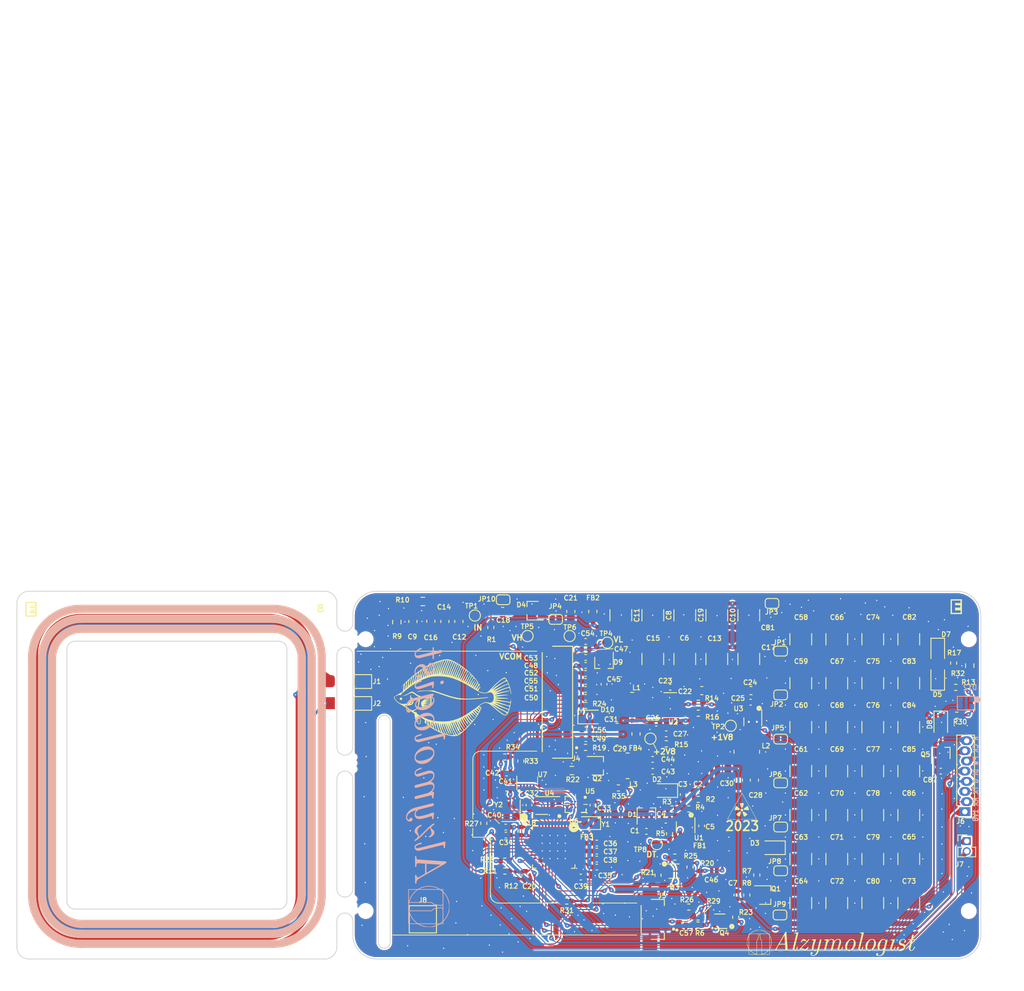
<source format=kicad_pcb>
(kicad_pcb (version 20230410) (generator pcbnew)
  (layers (0 "F.Cu" signal) (31 "B.Cu" signal) (34 "B.Paste" user) (35 "F.Paste" user) (36 "B.SilkS" user "B.Silkscreen") (37 "F.SilkS" user "F.Silkscreen") (38 "B.Mask" user) (39 "F.Mask" user) (44 "Edge.Cuts" user))
  (net 0 "")
  (net 1 "GND")
  (net 2 "+1V8")
  (net 3 "Net-(D2-K)")
  (net 4 "Net-(C3-Pad1)")
  (net 5 "Net-(U1--)")
  (net 6 "Net-(U1-V+)")
  (net 7 "/Power/CN")
  (net 8 "/MCU/HV")
  (net 9 "Net-(Q1-G)")
  (net 10 "Net-(J1-Pin_1)")
  (net 11 "/Power/IN_DT")
  (net 12 "/MCU/V_CHK")
  (net 13 "Net-(D5-K)")
  (net 14 "Net-(U2-SW)")
  (net 15 "Net-(U2-BST)")
  (net 16 "+2V8")
  (net 17 "Net-(U2-FB)")
  (net 18 "Net-(U6-AVDD)")
  (net 19 "Net-(U6-CAP)")
  (net 20 "/MCU/P_GOOD")
  (net 21 "/Display/POW")
  (net 22 "Net-(C45-Pad1)")
  (net 23 "Net-(D10-A)")
  (net 24 "/Display/2V8_EN")
  (net 25 "/Display/PREVGL")
  (net 26 "/Display/PREVGH")
  (net 27 "Net-(J4-Pin_4)")
  (net 28 "Net-(J4-Pin_18)")
  (net 29 "Net-(J4-Pin_20)")
  (net 30 "Net-(J4-Pin_22)")
  (net 31 "/Display/VCOM")
  (net 32 "Net-(J4-Pin_19)")
  (net 33 "Net-(J4-Pin_5)")
  (net 34 "Net-(D1-common)")
  (net 35 "Net-(D3-A)")
  (net 36 "/MCU/RX")
  (net 37 "/MCU/TX")
  (net 38 "/MCU/SWDIO")
  (net 39 "/MCU/SWDCK")
  (net 41 "/Display/GDR")
  (net 42 "/Display/RESE")
  (net 45 "/Display/E_BUSY")
  (net 46 "/Display/E_RES")
  (net 47 "/Display/H_D{slash}C")
  (net 48 "/Display/H_CS")
  (net 49 "/Display/H_SCK")
  (net 50 "/Display/H_SDI")
  (net 51 "/Display/T_INT")
  (net 52 "/Display/T_SCL")
  (net 53 "/Display/T_SDA")
  (net 54 "Net-(C21-Pad2)")
  (net 55 "Net-(U3-SW)")
  (net 56 "/Display/SCL")
  (net 57 "/Display/SDA")
  (net 58 "/Display/RES")
  (net 59 "Net-(U1-+)")
  (net 60 "/MCU/~{MCU_OK}")
  (net 61 "/MCU/DATA")
  (net 62 "/MCU/RAM_CS")
  (net 63 "/MCU/R_MISO")
  (net 65 "/MCU/R_MOSI")
  (net 66 "/MCU/R_SCK")
  (net 68 "/MCU/FLASH_CS")
  (net 70 "Net-(JP4-B)")
  (net 71 "/Display/E_SDI")
  (net 72 "/Display/E_SCK")
  (net 74 "Net-(U6-HFXTAL_I)")
  (net 75 "Net-(U6-HFXTAL_O)")
  (net 76 "/Display/E_CS")
  (net 77 "Net-(D12-A1)")
  (net 78 "/Display/E_D{slash}C")
  (net 79 "Net-(D7-A)")
  (net 81 "Net-(U6-PD01)")
  (net 82 "Net-(U6-PD00)")
  (net 83 "Net-(D8-K)")
  (net 84 "Net-(D8-A)")
  (net 85 "/MCU/P_IN")
  (net 86 "Net-(D12-A2)")
  (net 87 "/Display/T_RES")
  (net 88 "Net-(J7-Pin_1)")
  (net 89 "Net-(J7-Pin_2)")
  (net 90 "/Display/RES_TC")
  (net 91 "/Display/BUSY")
  (net 92 "/Display/INT")
  (net 93 "Net-(U7-B1)")
  (net 94 "/Display/E_MISO")
  (net 95 "Net-(U6-PB00)")
  (net 96 "Net-(JP1-B)")
  (net 97 "Net-(JP2-A)")
  (net 98 "Net-(JP5-B)")
  (net 99 "Net-(JP6-A)")
  (net 100 "Net-(JP7-B)")
  (net 101 "Net-(JP8-A)")
  (net 102 "Net-(JP9-B)")
  (net 103 "Net-(JP10-A)")
  (footprint "LOGO" (layer "F.Cu") (at 99.477263 109.988586)
    (fp_text reference "G***" hide)
    (fp_text value "LOGO" hide)
  )
  (footprint "Connector_PinHeader_1.27mm:PinHeader_1x02_P1.27mm_Vertical" (layer "F.Cu") (at 163.71 127.96)
    (fp_text reference "J7")
    (fp_text value "Conn_01x02")
  )
  (footprint "Capacitor_SMD:C_0402_1005Metric" (layer "F.Cu") (at 136.685 110.59 180)
    (fp_text reference "C25")
    (fp_text value "0.1u")
  )
  (footprint "MyLib:PinHeader_1x08_P1.27mm_Vertical_Prog" (layer "F.Cu") (at 163.57 124.285 180)
    (fp_text reference "J6")
    (fp_text value "Conn_01x08")
  )
  (footprint "Capacitor_SMD:C_0402_1005Metric" (layer "F.Cu") (at 116.06 106.985 180)
    (fp_text reference "C52")
    (fp_text value "4.7x25")
  )
  (footprint "Resistor_SMD:R_0402_1005Metric" (layer "F.Cu") (at 130.14 122.74)
    (fp_text reference "R2")
    (fp_text value "53.6K")
  )
  (footprint "MyLib:SolderJumper_0.8.x1mm" (layer "F.Cu") (at 139.36 98.24 180)
    (fp_text reference "JP3")
    (fp_text value "SolderJumper_2_Open")
  )
  (footprint "Capacitor_SMD:C_1210_3225Metric" (layer "F.Cu") (at 151.96 113.71 90)
    (fp_text reference "C76")
    (fp_text value "47x16")
  )
  (footprint "MiceBite:mouse-bite-2mm_DEEP" (layer "F.Cu") (at 85.96 135.96 90)
    (fp_text reference "mouse-bite-2mm-slot" hide)
    (fp_text value "VAL**" hide)
    (fp_arc (start -2 -1) (mid -1 0) (end -2 1) (stroke (width 0.1)) (layer "Edge.Cuts"))
    (fp_arc (start 2 1) (mid 1 0) (end 2 -1) (stroke (width 0.1)) (layer "Edge.Cuts"))
  )
  (footprint "Resistor_SMD:R_0402_1005Metric" (layer "F.Cu") (at 128.96 136.21 180)
    (fp_text reference "R26")
    (fp_text value "10K")
  )
  (footprint "Resistor_SMD:R_0402_1005Metric" (layer "F.Cu") (at 130.11 137.46 180)
    (fp_text reference "R29")
    (fp_text value "10K")
  )
  (footprint "Resistor_SMD:R_0402_1005Metric" (layer "F.Cu") (at 126.56 127.04 90)
    (fp_text reference "R5")
    (fp_text value "100K")
  )
  (footprint "Capacitor_SMD:C_0402_1005Metric" (layer "F.Cu") (at 124.885 113.21)
    (fp_text reference "C26")
    (fp_text value "0.1u")
  )
  (footprint "Resistor_SMD:R_0402_1005Metric" (layer "F.Cu") (at 162.46 112.21 180)
    (fp_text reference "R30")
    (fp_text value "100")
  )
  (footprint "Resistor_SMD:R_0402_1005Metric" (layer "F.Cu") (at 130.11 138.46)
    (fp_text reference "R6")
    (fp_text value "10K")
  )
  (footprint "Resistor_SMD:R_0402_1005Metric" (layer "F.Cu") (at 107.46 132.21 -90)
    (fp_text reference "R12")
    (fp_text value "150K")
  )
  (footprint "TestPoint:TestPoint_Pad_D1.0mm" (layer "F.Cu") (at 102.21 99.74)
    (fp_text reference "TP1")
    (fp_text value "TestPoint")
  )
  (footprint "Package_TO_SOT_SMD:SOT-323_SC-70" (layer "F.Cu") (at 117.56 118.54)
    (fp_text reference "Q2")
    (fp_text value "PMF250XNEX")
  )
  (footprint "MiceBite:mouse-bite-2mm_DEEP" (layer "F.Cu") (at 85.96 118.21 90)
    (fp_text reference "mouse-bite-2mm-slot" hide)
    (fp_text value "VAL**" hide)
    (fp_arc (start -2 -1) (mid -1 0) (end -2 1) (stroke (width 0.1)) (layer "Edge.Cuts"))
    (fp_arc (start 2 1) (mid 1 0) (end 2 -1) (stroke (width 0.1)) (layer "Edge.Cuts"))
  )
  (footprint "MyLib:SON-8-1EP_3x2mm_P0.5mm_EP1.4x1.6mm" (layer "F.Cu") (at 111.33 123.51125 180)
    (fp_text reference "U4")
    (fp_text value "APS6404L-SQN")
  )
  (footprint "Capacitor_SMD:C_1210_3225Metric" (layer "F.Cu") (at 142.96 124.71 90)
    (fp_text reference "C62")
    (fp_text value "47x16")
  )
  (footprint "TestPoint:TestPoint_Pad_D1.0mm" (layer "F.Cu") (at 124.96 128.34)
    (fp_text reference "TP8")
    (fp_text value "TestPoint")
  )
  (footprint "Capacitor_SMD:C_0402_1005Metric" (layer "F.Cu") (at 108.46 132.21 -90)
    (fp_text reference "C20")
    (fp_text value "0.1u")
  )
  (footprint "Resistor_SMD:R_0402_1005Metric" (layer "F.Cu") (at 162.07 105.695 -90)
    (fp_text reference "R17")
    (fp_text value "10K")
  )
  (footprint "MyLib:GDEY027T91-T01_bended" (layer "F.Cu") (at 112.535 110.585 -90)
    (fp_text reference "J4")
    (fp_text value "E2154CS0C1")
  )
  (footprint "Package_TO_SOT_SMD:SOT-323_SC-70" (layer "F.Cu") (at 160.46 116.96 90)
    (fp_text reference "Q5")
    (fp_text value "NX138BKWX")
  )
  (footprint "Capacitor_SMD:C_1210_3225Metric" (layer "F.Cu") (at 142.96 119.21 90)
    (fp_text reference "C61")
    (fp_text value "47x16")
  )
  (footprint "Package_TO_SOT_SMD:SOT-353_SC-70-5" (layer "F.Cu") (at 128.56 126.24 -90)
    (fp_text reference "U1")
    (fp_text value "LMV7271")
  )
  (footprint "MyLib:SolderJumper_0.8.x1mm" (layer "F.Cu") (at 140.36 137.185)
    (fp_text reference "JP9")
    (fp_text value "SolderJumper_2_Open")
  )
  (footprint "Capacitor_SMD:C_0402_1005Metric" (layer "F.Cu") (at 106.07 126.21 180)
    (fp_text reference "C40")
    (fp_text value "0.1u")
  )
  (footprint "Capacitor_SMD:C_0402_1005Metric" (layer "F.Cu") (at 128.61 137.96 -90)
    (fp_text reference "C57")
    (fp_text value "4.7x25")
  )
  (footprint "Package_TO_SOT_SMD:TSOT-23-6" (layer "F.Cu") (at 126.635 110.96 180)
    (fp_text reference "U2")
    (fp_text value "AP63200WU")
  )
  (footprint "Resistor_SMD:R_0402_1005Metric" (layer "F.Cu") (at 120.16 121.31)
    (fp_text reference "R35")
    (fp_text value "1K")
  )
  (footprint "Resistor_SMD:R_0402_1005Metric" (layer "F.Cu") (at 105.96 131.71)
    (fp_text reference "R11")
    (fp_text value "976K")
  )
  (footprint "MyLib:TestPoint_Pad_2.4x3.5mm" (layer "F.Cu") (at 88.21 110.74)
    (fp_text reference "J2")
    (fp_text value "E_ANT")
  )
  (footprint "Capacitor_SMD:C_1210_3225Metric" (layer "F.Cu") (at 151.96 102.71 90)
    (fp_text reference "C74")
    (fp_text value "47x16")
  )
  (footprint "Capacitor_SMD:C_1210_3225Metric" (layer "F.Cu") (at 151.96 124.71 90)
    (fp_text reference "C78")
    (fp_text value "47x16")
  )
  (footprint "Resistor_SMD:R_0402_1005Metric" (layer "F.Cu") (at 105.96 117.44)
    (fp_text reference "R34")
    (fp_text value "1K")
  )
  (footprint "Resistor_SMD:R_0603_1608Metric" (layer "F.Cu") (at 95.71 97.99)
    (fp_text reference "R10")
    (fp_text value "2.2")
  )
  (footprint "Package_TO_SOT_SMD:SOT-563" (layer "F.Cu") (at 127.11 131.72)
    (fp_text reference "Q3")
    (fp_text value "SSM6N35AFE")
  )
  (footprint "Resistor_SMD:R_0402_1005Metric" (layer "F.Cu") (at 136.21 134.71 -90)
    (fp_text reference "R8")
    (fp_text value "976K")
  )
  (footprint "Package_TO_SOT_SMD:SOT-563" (layer "F.Cu") (at 132.83 137.985 180)
    (fp_text reference "Q4")
    (fp_text value "SSM6N35AFE")
  )
  (footprint "Capacitor_SMD:C_0603_1608Metric" (layer "F.Cu") (at 114.21 99.24 90)
    (fp_text reference "C21")
    (fp_text value "10x16")
  )
  (footprint "Capacitor_SMD:C_1210_3225Metric" (layer "F.Cu") (at 151.96 119.21 90)
    (fp_text reference "C77")
    (fp_text value "47x16")
  )
  (footprint "Capacitor_SMD:C_1210_3225Metric" (layer "F.Cu") (at 147.46 102.71 90)
    (fp_text reference "C66")
    (fp_text value "47x16")
  )
  (footprint "Resistor_SMD:R_0402_1005Metric" (layer "F.Cu") (at 126.85 123.94 180)
    (fp_text reference "R3")
    (fp_text value "22K")
  )
  (footprint "Capacitor_SMD:C_0402_1005Metric" (layer "F.Cu") (at 160.46 119.21 180)
    (fp_text reference "C87")
    (fp_text value "4.7x25")
  )
  (footprint "Capacitor_SMD:C_1210_3225Metric" (layer "F.Cu") (at 147.46 130.21 90)
    (fp_text reference "C71")
    (fp_text value "47x16")
  )
  (footprint "Capacitor_SMD:C_0402_1005Metric" (layer "F.Cu") (at 126.13 114.54)
    (fp_text reference "C27")
    (fp_text value "100p")
  )
  (footprint "Resistor_SMD:R_0402_1005Metric" (layer "F.Cu") (at 107.98 126.71 -90)
    (fp_text reference "R18")
    (fp_text value "10K")
  )
  (footprint "Capacitor_SMD:C_1210_3225Metric" (layer "F.Cu") (at 132.46 105.185 -90)
    (fp_text reference "C13")
    (fp_text value "47x16")
  )
  (footprint "Capacitor_SMD:C_0402_1005Metric" (layer "F.Cu") (at 116.98 123.46 -90)
    (fp_text reference "C33")
    (fp_text value "0.1u")
  )
  (footprint "Capacitor_SMD:C_1210_3225Metric" (layer "F.Cu") (at 142.96 130.21 90)
    (fp_text reference "C63")
    (fp_text value "47x16")
  )
  (footprint "Capacitor_SMD:C_0402_1005Metric" (layer "F.Cu") (at 126.635 108.71 180)
    (fp_text reference "C23")
    (fp_text value "0.1u")
  )
  (footprint "Capacitor_SMD:C_0603_1608Metric" (layer "F.Cu") (at 100.21 100.49 -90)
    (fp_text reference "C12")
    (fp_text value "47")
  )
  (footprint "MiceBite:mouse-bite-2mm_DEEP" (layer "F.Cu") (at 85.96 102.71 90)
    (fp_text reference "mouse-bite-2mm-slot" hide)
    (fp_text value "VAL**" hide)
    (fp_arc (start -2 -1) (mid -1 0) (end -2 1) (stroke (width 0.1)) (layer "Edge.Cuts"))
    (fp_arc (start 2 1) (mid 1 0) (end 2 -1) (stroke (width 0.1)) (layer "Edge.Cuts"))
  )
  (footprint "Inductor_SMD:L_0402_1005Metric" (layer "F.Cu") (at 128.56 128.34)
    (fp_text reference "FB1")
    (fp_text value "BLM15AG102SZ1D")
  )
  (footprint "Diode_SMD:D_SOD-323F" (layer "F.Cu") (at 139.52 128.79 180)
    (fp_text reference "D3")
    (fp_text value "BZX84J-B9V1")
  )
  (footprint "Capacitor_SMD:C_1210_3225Metric" (layer "F.Cu") (at 142.96 108.21 90)
    (fp_text reference "C59")
    (fp_text value "47x16")
  )
  (footprint "Capacitor_SMD:C_0402_1005Metric" (layer "F.Cu") (at 128.26 122.14 90)
    (fp_text reference "C3")
    (fp_text value "100p")
  )
  (footprint "Resistor_SMD:R_0402_1005Metric" (layer "F.Cu") (at 107.96 117.95 -90)
    (fp_text reference "R33")
    (fp_text value "100")
  )
  (footprint "Inductor_SMD:L_Wuerth_MAPI-3015" (layer "F.Cu") (at 121.885 110.96 180)
    (fp_text reference "L1")
    (fp_text value "3.3uH")
  )
  (footprint "Capacitor_SMD:C_0402_1005Metric" (layer "F.Cu") (at 116.06 105.985)
    (fp_text reference "C48")
    (fp_text value "1x50")
  )
  (footprint "MyLib:Crystal_SMD_2012-2Pin_2.0x1.2mm" (layer "F.Cu") (at 116.73 125.71 180)
    (fp_text reference "Y1")
    (fp_text value "FC2012AN")
  )
  (footprint "Capacitor_SMD:C_0603_1608Metric" (layer "F.Cu") (at 137.16 120.34 90)
    (fp_text reference "C28")
    (fp_text value "22x6.3")
  )
  (footprint "MyLib:Crystal_SMD_2016-4Pin_2.0x1.6mm" (layer "F.Cu") (at 106.73 124.16 90)
    (fp_text reference "Y2")
    (fp_text value "39MHz")
  )
  (footprint "Capacitor_SMD:C_1210_3225Metric" (layer "F.Cu") (at 142.96 113.71 90)
    (fp_text reference "C60")
    (fp_text value "47x16")
  )
  (footprint "Capacitor_SMD:C_0402_1005Metric" (layer "F.Cu") (at 108.98 123.46 90)
    (fp_text reference "C32")
    (fp_text value "0.1u")
  )
  (footprint "Resistor_SMD:R_0402_1005Metric" (layer "F.Cu") (at 104.21 101.24 -90)
    (fp_text reference "R1")
    (fp_text value "6.8K")
  )
  (footprint "Capacitor_SMD:C_0402_1005Metric" (layer "F.Cu") (at 116.08 115.14 180)
    (fp_text reference "C49")
    (fp_text value "4.7x25")
  )
  (footprint "Capacitor_SMD:C_1210_3225Metric" (layer "F.Cu") (at 147.46 135.71 90)
    (fp_text reference "C72")
    (fp_text value "47x16")
  )
  (footprint "Resistor_SMD:R_0402_1005Metric" (layer "F.Cu") (at 116.07 110.985)
    (fp_text reference "R24")
    (fp_text value "10K")
  )
  (footprint "Capacitor_SMD:C_1210_3225Metric" (layer "F.Cu") (at 147.46 119.21 90)
    (fp_text reference "C69")
    (fp_text value "47x16")
  )
  (footprint "Capacitor_SMD:C_0402_1005Metric" (layer "F.Cu") (at 116.04 103.985)
    (fp_text reference "C47")
    (fp_text value "1x50")
  )
  (footprint "Capacitor_SMD:C_0603_1608Metric" (layer "F.Cu") (at 119.985 113.74)
    (fp_text reference "C31")
    (fp_text value "22x6.3")
  )
  (footprint "Capacitor_SMD:C_0402_1005Metric" (layer "F.Cu") (at 116.06 102.985 180)
    (fp_text reference "C54")
    (fp_text value "1x50")
  )
  (footprint "Capacitor_SMD:C_1210_3225Metric" (layer "F.Cu") (at 128.46 99.71 -90)
    (fp_text reference "C19")
    (fp_text value "47x16")
  )
  (footprint "Capacitor_SMD:C_1210_3225Metric" (layer "F.Cu") (at 156.46 113.71 90)
    (fp_text reference "C84")
    (fp_text value "47x16")
  )
  (footprint "Capacitor_SMD:C_0402_1005Metric" (layer "F.Cu") (at 126.08 125.34)
    (fp_text reference "C4")
    (fp_text value "0.1u")
  )
  (footprint "Resistor_SMD:R_0402_1005Metric" (layer "F.Cu") (at 137.46 132.21 -90)
    (fp_text reference "R7")
    (fp_text value "10K")
  )
  (footprint "Capacitor_SMD:C_0603_1608Metric" (layer "F.Cu") (at 135.16 120.34 90)
    (fp_text reference "C30")
    (fp_text value "22x6.3")
  )
  (footprint "Capacitor_SMD:C_1210_3225Metric" (layer "F.Cu") (at 147.46 124.71 90)
    (fp_text reference "C70")
    (fp_text value "47x16")
  )
  (footprint "Package_DFN_QFN:Texas_R-PUQFN-N12" (layer "F.Cu") (at 108.76 120.44 90)
    (fp_text reference "U7")
    (fp_text value "TXU0104PW")
  )
  (footprint "Capacitor_SMD:C_0402_1005Metric" (layer "F.Cu") (at 116.06 109.985 180)
    (fp_text reference "C50")
    (fp_text value "1x50")
  )
  (footprint "Inductor_SMD:L_0603_1608Metric" (layer "F.Cu") (at 116.96 99.24 90)
    (fp_text reference "FB2")
    (fp_text value "BLM18KG102SN1D")
  )
  (footprint "Resistor_SMD:R_0603_1608Metric" (layer "F.Cu") (at 92.46 100.565 90)
    (fp_text reference "R9")
    (fp_text value "1K")
  )
  (footprint "Capacitor_SMD:C_1210_3225Metric" (layer "F.Cu") (at 136.46 99.71 -90)
    (fp_text reference "C81")
    (fp_text value "47x16")
  )
  (footprint "Capacitor_SMD:C_1210_3225Metric" (layer "F.Cu") (at 156.46 130.185 90)
    (fp_text reference "C65")
    (fp_text value "47x16")
  )
  (footprint "Capacitor_SMD:C_1210_3225Metric" (layer "F.Cu") (at 151.96 130.21 90)
    (fp_text reference "C79")
    (fp_text value "47x16")
  )
  (footprint "Capacitor_SMD:C_0402_1005Metric" (layer "F.Cu") (at 117.46 129.21)
    (fp_text reference "C37")
    (fp_text value "0.1u")
  )
  (footprint "Capacitor_SMD:C_0402_1005Metric" (layer "F.Cu") (at 117.46 131.21)
    (fp_text reference "C35")
    (fp_text value "0.1u")
  )
  (footprint "Resistor_SMD:R_0402_1005Metric" (layer "F.Cu") (at 128.97 123.94 180)
    (fp_text reference "R4")
    (fp_text value "47K")
  )
  (footprint "Capacitor_SMD:C_1210_3225Metric" (layer "F.Cu") (at 142.96 102.71 90)
    (fp_text reference "C58")
    (fp_text value "47x16")
  )
  (footprint "Capacitor_SMD:C_1210_3225Metric" (layer "F.Cu") (at 128.46 105.185 -90)
    (fp_text reference "C6")
    (fp_text value "47x16")
  )
  (footprint "Capacitor_SMD:C_1210_3225Metric" (layer "F.Cu") (at 156.46 135.71 90)
    (fp_text reference "C73")
    (fp_text value "47x16")
  )
  (footprint "Capacitor_SMD:C_0402_1005Metric" (layer "F.Cu") (at 116.08 114.04 180)
    (fp_text reference "C56")
    (fp_text value "4.7x25")
  )
  (footprint "Capacitor_SMD:C_0603_1608Metric" (layer "F.Cu") (at 94.46 100.49 -90)
    (fp_text reference "C9")
    (fp_text value "NC")
  )
  (footprint "Resistor_SMD:R_0603_1608Metric" (layer "F.Cu") (at 114.335 119.14 180)
    (fp_text reference "R22")
    (fp_text value "0.47R")
  )
  (footprint "Capacitor_SMD:C_0402_1005Metric" (layer "F.Cu") (at 117.46 130.21)
    (fp_text reference "C38")
    (fp_text value "0.1u")
  )
  (footprint "" (layer "F.Cu") (at 83.71 107.96)
    (fp_text reference "")
    (fp_text value "")
  )
  (footprint "Capacitor_SMD:C_0402_1005Metric" (layer "F.Cu") (at 124.44 117.74)
    (fp_text reference "C44")
    (fp_text value "0.1")
  )
  (footprint "Inductor_SMD:L_Wuerth_MAPI-3015" (layer "F.Cu") (at 121.31 118.54 180)
    (fp_text reference "L3")
    (fp_text value "NR3015T100M")
  )
  (footprint "Capacitor_SMD:C_0603_1608Metric" (layer "F.Cu") (at 136.735 109.14)
    (fp_text reference "C24")
    (fp_text value "10x16")
  )
  (footprint "Capacitor_SMD:C_0402_1005Metric" (layer "F.Cu") (at 116.06 107.985 180)
    (fp_text reference "C55")
    (fp_text value "1x50")
  )
  (footprint "Fiducial:Fiducial_0.5mm_Mask1.5mm" (layer "F.Cu") (at 159.46 140.71)
    (fp_text reference "FID3" hide)
    (fp_text value "Fiducial")
  )
  (footprint "Capacitor_SMD:C_0402_1005Metric" (layer "F.Cu") (at 124.44 119.24 180)
    (fp_text reference "C43")
    (fp_text value "4.7x25")
  )
  (footprint "Resistor_SMD:R_0402_1005Metric" (layer "F.Cu") (at 113.71 135.46 180)
    (fp_text reference "R31")
    (fp_text value "470K")
  )
  (footprint "Resistor_SMD:R_0402_1005Metric" (layer "F.Cu") (at 126.15 115.79)
    (fp_text reference "R15")
    (fp_text value "130K")
  )
  (footprint "Resistor_SMD:R_0402_1005Metric" (layer "F.Cu") (at 162.33 108.735 180)
    (fp_text reference "R13")
    (fp_text value "10")
  )
  (footprint "Capacitor_SMD:C_1210_3225Metric" (layer "F.Cu") (at 147.46 113.71 90)
    (fp_text reference "C68")
    (fp_text value "47x16")
  )
  (footprint "Capacitor_SMD:C_1210_3225Metric" (layer "F.Cu") (at 151.96 108.21 90)
    (fp_text reference "C75")
    (fp_text value "47x16")
  )
  (footprint "Package_TO_SOT_SMD:SOT-323_SC-70" (layer "F.Cu") (at 138.48 134.71)
    (fp_text reference "Q1")
    (fp_text value "PMF250XNEX")
  )
  (footprint "Resistor_SMD:R_0603_1608Metric" (layer "F.Cu") (at 164.08 106.01 90)
    (fp_text reference "R32")
    (fp_text value "2.2")
  )
  (footprint "Resistor_SMD:R_0402_1005Metric" (layer "F.Cu") (at 134.83 137.485 -90)
    (fp_text reference "R23")
    (fp_text value "10K")
  )
  (footprint "Capacitor_SMD:C_0402_1005Metric" (layer "F.Cu") (at 123.66 126.74)
    (fp_text reference "C1")
    (fp_text value "0.1u")
  )
  (footprint "Resistor_SMD:R_0402_1005Metric" (layer "F.Cu") (at 129.11 131.21 -90)
    (fp_text reference "R20")
    (fp_text value "1K")
  )
  (footprint "Capacitor_SMD:C_0402_1005Metric" (layer "F.Cu") (at 116.06 108.985 180)
    (fp_text reference "C51")
    (fp_text value "1x50")
  )
  (footprint "MyLib:WLCSP 12-ball 3 x 2 x 3 Array" (layer "F.Cu") (at 114.81 123.37125 -90)
    (fp_text reference "U5")
    (fp_text value "AT25XE321D-UUN-T")
  )
  (footprint "Capacitor_SMD:C_1210_3225Metric" (layer "F.Cu") (at 136.46 105.185 -90)
    (fp_text reference "C17")
    (fp_text value "47x16")
  )
  (footprint "Fiducial:Fiducial_0.5mm_Mask1.5mm" (layer "F.Cu") (at 159.46 98.71)
    (fp_text reference "FID4" hide)
    (fp_text value "Fiducial")
  )
  (footprint "Capacitor_SMD:C_0402_1005Metric" (layer "F.Cu") (at 115.46 132.46 180)
    (fp_text reference "C39")
    (fp_text value "1x50")
  )
  (footprint "Capacitor_SMD:C_0603_1608Metric" (layer "F.Cu") (at 119.985 115.44)
    (fp_text reference "C29")
    (fp_text value "22x6.3")
  )
  (footprint "MyLib:QFN-40_EP_5x5_Pitch0.4mm" (layer "F.Cu") (at 112.08 128.71 -90)
    (fp_text reference "U6")
    (fp_text value "EFM32PG23B200F512IM40")
  )
  (footprint "MyLib:TestPoint_Pad_2.4x3.5mm" (layer "F.Cu") (at 95.71 137.74)
    (fp_text reference "J8")
    (fp_text value "E_ANT")
  )
  (footprint "Capacitor_SMD:C_0402_1005Metric" (layer "F.Cu") (at 106.09 127.21)
    (fp_text reference "C34")
    (fp_text value "4.7x25")
  )
  (footprint "Resistor_SMD:R_0402_1005Metric" (layer "F.Cu") (at 125.11 132.23 90)
    (fp_text reference "R21")
    (fp_text value "1K")
  )
  (footprint "MountingHole:MountingHole_2.1mm" (layer "F.Cu") (at 163.96 102.71)
    (fp_text reference "H2" hide)
    (fp_text value "MountingHole")
  )
  (footprint "Package_TO_SOT_SMD:SOT-323_SC-70" (layer "F.Cu") (at 123.66 124.54 90)
    (fp_text reference "D1")
    (fp_text value "BAV99W")
  )
  (footprint "Diode_SMD:D_SOD-323F" (layer "F.Cu") (at 160.08 104.085 -90)
    (fp_text reference "D7")
    (fp_text value "BAT54WS")
  )
  (footprint "MyLib:SolderJumper_0.8.x1mm" (layer "F.Cu") (at 140.44 109.685 180)
    (fp_text reference "JP2")
    (fp_text value "SolderJumper_2_Open")
  )
  (footprint "Inductor_SMD:L_Wuerth_MAPI-3015" (layer "F.Cu") (at 136.21 116.79 -90)
    (fp_text reference "L2")
    (fp_text value "2.2uH")
  )
  (footprint "Inductor_SMD:L_0603_1608Metric" (layer "F.Cu") (at 122.36 114.5525 90)
    (fp_text reference "FB4")
    (fp_text value "BLM18KG102SN1D")
  )
  (footprint "TestPoint:TestPoint_Pad_D1.0mm" (layer "F.Cu") (at 124.16 115.14 180)
    (fp_text reference "TP3" hide)
    (fp_text value "TestPoint")
  )
  (footprint "Package_SON:WSON-8-1EP_2x2mm_P0.5mm_EP0.9x1.6mm_ThermalVias" (layer "F.Cu") (at 136.96 113.04 -90)
    (fp_text reference "U3")
    (fp_text value "TPS62171DSG")
  )
  (footprint "Resistor_SMD:R_0402_1005Metric" (layer "F.Cu") (at 103.33 125.735 -90)
    (fp_text reference "R27")
    (fp_text value "10K")
  )
  (footprint "Fiducial:Fiducial_0.5mm_Mask1.5mm" (layer "F.Cu") (at 88.96 140.71)
    (fp_text reference "FID1" hide)
    (fp_text value "Fiducial")
  )
  (footprint "Fiducial:Fiducial_0.5mm_Mask1.5mm" (layer "F.Cu") (at 88.96 98.71)
    (fp_text reference "FID2" hide)
    (fp_text value "Fiducial")
  )
  (footprint "Capacitor_SMD:C_1210_3225Metric" (layer "F.Cu") (at 124.46 99.71 -90)
    (fp_text reference "C8")
    (fp_text value "47x16")
  )
  (footprint "Capacitor_SMD:C_0603_1608Metric" (layer "F.Cu") (at 105.685 99.24)
    (fp_text reference "C18")
    (fp_text value "68")
  )
  (footprint "Capacitor_SMD:C_1210_3225Metric" (layer "F.Cu") (at 156.46 124.71 90)
    (fp_text reference "C86")
    (fp_text value "47x16")
  )
  (footprint "Capacitor_SMD:C_0402_1005Metric" (layer "F.Cu") (at 130.14 121.64)
    (fp_text reference "C2")
    (fp_text value "82p")
  )
  (footprint "MyLib:SolderJumper_0.8.x1mm" (layer "F.Cu") (at 112.31 100.24 180)
    (fp_text reference "JP4")
    (fp_text value "SolderJumper_2_Open")
  )
  (footprint "Capacitor_SMD:C_0402_1005Metric" (layer "F.Cu") (at 116.06 104.985 180)
    (fp_text reference "C53")
    (fp_text value "4.7x25")
  )
  (footprint "Diode_SMD:D_SOD-323F" (layer "F.Cu") (at 126.06 121.64 180)
    (fp_text reference "D2")
    (fp_text value "BAT54WS")
  )
  (footprint "Capacitor_SMD:C_0603_1608Metric" (layer "F.Cu") (at 130.585 109.14 180)
    (fp_text reference "C22")
    (fp_text value "10x16")
  )
  (footprint "TestPoint:TestPoint_Pad_D1.0mm" (layer "F.Cu") (at 114.06 102.31)
    (fp_text reference "TP6")
    (fp_text value "TestPoint")
  )
  (footprint "Diode_SMD:D_SOD-323F" (layer "F.Cu") (at 116.59 112.44)
    (fp_text reference "D10")
    (fp_text value "BAT54WS")
  )
  (footprint "Resistor_SMD:R_0402_1005Metric" (layer "F.Cu") (at 127.21 129.96 180)
    (fp_text reference "R25")
    (fp_text value "10K")
  )
  (footprint "Capacitor_SMD:C_1210_3225Metric" (layer "F.Cu") (at 151.96 135.71 90)
    (fp_text reference "C80")
    (fp_text value "47x16")
  )
  (footprint "Capacitor_SMD:C_0402_1005Metric" (layer "F.Cu") (at 117.46 128.21)
    (fp_text reference "C36")
    (fp_text value "0.1u")
  )
  (footprint "TestPoint:TestPoint_Pad_D1.0mm" (layer "F.Cu") (at 118.76 103.14)
    (fp_text reference "TP4")
    (fp_text value "TestPoint")
  )
  (footprint "MyLib:SolderJumper_0.8.x1mm" (layer "F.Cu") (at 105.75 97.785 180)
    (fp_text reference "JP10")
    (fp_text value "SolderJumper_2_Open")
  )
  (footprint "Resistor_SMD:R_0402_1005Metric" (layer "F.Cu") (at 116.05 116.24)
    (fp_text reference "R19")
    (fp_text value "470K")
  )
  (footprint "Capacitor_SMD:C_0402_1005Metric" (layer "F.Cu") (at 130.36 132.17 -90)
    (fp_text reference "C46")
    (fp_text value "0.1u")
  )
  (footprint "Capacitor_SMD:C_0603_1608Metric" (layer "F.Cu") (at 98.46 100.49 -90)
    (fp_text reference "C14")
    (fp_text value "47")
  )
  (footprint "Package_TO_SOT_SMD:SOT-323_SC-70" (layer "F.Cu") (at 118.36 105.64 -90)
    (fp_text reference "D9")
    (fp_text value "BAS70-04W")
  )
  (footprint "MountingHole:MountingHole_2.1mm" (layer "F.Cu") (at 88.56 136.71)
    (fp_text reference "H4" hide)
    (fp_text value "MountingHole")
  )
  (footprint "Capacitor_SMD:C_1210_3225Metric" (layer "F.Cu") (at 142.96 135.71 90)
    (fp_text reference "C64")
    (fp_text value "47x16")
  )
  (footprint "TestPoint:TestPoint_Pad_D1.0mm" (layer "F.Cu") (at 134.2 113.535 -90)
    (fp_text reference "TP2")
    (fp_text value "TestPoint")
  )
  (footprint "Diode_SMD:D_SOD-323F" (layer "F.Cu") (at 160.46 113.31 -90)
    (fp_text reference "D8")
    (fp_text value "D3Z5V1BF-7")
  )
  (footprint "Diode_SMD:D_SOD-323F" (layer "F.Cu") (at 160.08 107.585 90)
    (fp_text reference "D5")
    (fp_text value " D3Z13BF-7")
  )
  (footprint "Capacitor_SMD:C_1210_3225Metric" (layer "F.Cu") (at 147.46 108.21 90)
    (fp_text reference "C67")
    (fp_text value "47x16")
  )
  (footprint "Capacitor_SMD:C_0402_1005Metric" (layer "F.Cu") (at 106.18 119.44 180)
    (fp_text reference "C42")
    (fp_text value "0.1u")
  )
  (footprint "Capacitor_SMD:C_0603_1608Metric" (layer "F.Cu") (at 96.71 100.465 -90)
    (fp_text reference "C16")
    (fp_text value "100")
  )
  (footprint "MyLib:HRS_FH34SRJ-6S-0.5SH(50)" (layer "F.Cu") (at 124.6 137.75 -90)
    (fp_text reference "J5")
    (fp_text value "TOUCH")
  )
  (footprint "TestPoint:TestPoint_Pad_D1.0mm" (layer "F.Cu") (at 108.8 102.31)
    (fp_text reference "TP5")
    (fp_text value "TestPoint")
  )
  (footprint "MyLib:TestPoint_Pad_2.4x3.5mm" (layer "F.Cu") (at 88.21 107.99)
    (fp_text reference "J1")
    (fp_text value "E_ANT")
  )
  (footprint "Resistor_SMD:R_0402_1005Metric" (layer "F.Cu") (at 130.145 110.71 180)
    (fp_text reference "R14")
    (fp_text value "150K")
  )
  (footprint "MountingHole:MountingHole_2.1mm" (layer "F.Cu") (at 160.46 137.71)
    (fp_text reference "H1" hide)
    (fp_text value "MountingHole")
  )
  (footprint "Capacitor_SMD:C_0402_1005Metric" (layer "F.Cu") (at 130.56 126.06 -90)
    (fp_text reference "C5")
    (fp_text value "0.1u")
  )
  (footprint "MyLib:SolderJumper_0.8.x1mm" (layer "F.Cu") (at 140.44 115.185)
    (fp_text reference "JP5")
    (fp_text value "SolderJumper_2_Open")
  )
  (footprint "MyLib:SolderJumper_0.8.x1mm" (layer "F.Cu") (at 140.44 131.685 180)
    (fp_text reference "JP8")
    (fp_text value "SolderJumper_2_Open")
  )
  (footprint "Capacitor_SMD:C_1210_3225Metric" (layer "F.Cu") (at 156.46 102.71 90)
    (fp_text reference "C82")
    (fp_text value "47x16")
  )
  (footprint "Capacitor_SMD:C_1210_3225Metric" (layer "F.Cu") (at 124.46 105.185 -90)
    (fp_text reference "C15")
    (fp_text value "47x16")
  )
  (footprint "Resistor_SMD:R_0402_1005Metric" (layer "F.Cu") (at 105.96 130.46)
    (fp_text reference "R28")
    (fp_text value "10K")
  )
  (footprint "MyLib:SolderJumper_0.8.x1mm" (layer "F.Cu") (at 140.44 126.185)
    (fp_text reference "JP7")
    (fp_text value "SolderJumper_2_Open")
  )
  (footprint "Inductor_SMD:L_0402_1005Metric" (layer "F.Cu") (at 115.98 128.71 90)
    (fp_text reference "FB3")
    (fp_text value "BLM15AG102SZ1D")
  )
  (footprint "Capacitor_SMD:C_1210_3225Metric" (layer "F.Cu") (at 120.46 99.71 -90)
    (fp_text reference "C11")
    (fp_text value "47x16")
  )
  (footprint "" (layer "F.Cu") (at 83.71 110.71)
    (fp_text reference "")
    (fp_text value "")
  )
  (footprint "Capacitor_SMD:C_1210_3225Metric" (layer "F.Cu") (at 156.46 119.21 90)
    (fp_text reference "C85")
    (fp_text value "47x16")
  )
  (footprint "Resistor_SMD:R_0402_1005Metric" (layer "F.Cu") (at 130.145 111.96)
    (fp_text reference "R16")
    (fp_text value "52.3K")
  )
  (footprint "Package_TO_SOT_SMD:SOT-323_SC-70" (layer "F.Cu") (at 109.46 99.14 180)
    (fp_text reference "D4")
    (fp_text value "BAS70-04W")
  )
  (footprint "MyLib:SolderJumper_0.8.x1mm" (layer "F.Cu") (at 140.44 120.685 180)
    (fp_text reference "JP6")
    (fp_text value "SolderJumper_2_Open")
  )
  (footprint "Capacitor_SMD:C_1210_3225Metric" (layer "F.Cu") (at 156.46 108.21 90)
    (fp_text reference "C83")
    (fp_text value "47x16")
  )
  (footprint "MyLib:SolderJumper_0.8.x1mm" (layer "F.Cu") (at 140.44 104.185)
    (fp_text reference "JP1")
    (fp_text value "SolderJumper_2_Open")
  )
  (footprint "Capacitor_SMD:C_0402_1005Metric" (layer "F.Cu") (at 106.18 121.34)
    (fp_text reference "C41")
    (fp_text value "0.1u")
  )
  (footprint "Capacitor_SMD:C_0402_1005Metric" (layer "F.Cu") (at 118.36 108.34 -90)
    (fp_text reference "C45")
    (fp_text value "4.7x25")
  )
  (footprint "MountingHole:MountingHole_2.1mm" (layer "F.Cu") (at 88.56 102.71)
    (fp_text reference "H3" hide)
    (fp_text value "MountingHole")
  )
  (footprint "Capacitor_SMD:C_0402_1005Metric" (layer "F.Cu") (at 134.96 134.71 -90)
    (fp_text reference "C7")
    (fp_text value "1uF")
  )
  (footprint "Capacitor_SMD:C_1210_3225Metric" (layer "F.Cu") (at 132.46 99.71 -90)
    (fp_text reference "C10")
    (fp_text value "47x16")
  )
  (footprint "MyLib:LED_DUAL_0603" (layer "B.Cu") (at 164.33 110.25 180)
    (fp_text reference "D12")
    (fp_text value "SB0603WC01-RG")
  )
  (footprint "LOGO" (layer "B.Cu") (at 96.32 121.20125 90)
    (fp_text reference "G***" hide)
    (fp_text value "LOGO" hide)
  )
  (gr_line (start 80.570002 134.61) (end 80.570002 105.11) (stroke (width 1)) (layer "B.SilkS"))
  (gr_arc (start 76.865058 98.905056) (mid 81.287855 100.687203) (end 83.070002 105.11) (stroke (width 1)) (layer "B.SilkS"))
  (gr_arc (start 81.820002 134.605056) (mid 80.368752 138.10875) (end 76.865058 139.56) (stroke (width 1)) (layer "B.SilkS"))
  (gr_line (start 49.360114 105.11) (end 49.360114 109.498047) (stroke (width 1)) (layer "B.SilkS"))
  (gr_arc (start 48.110114 105.11) (mid 49.561362 101.606304) (end 53.065058 100.155056) (stroke (width 1)) (layer "B.SilkS"))
  (gr_line (start 48.110114 134.61) (end 48.110114 105.21) (stroke (width 1)) (layer "B.SilkS"))
  (gr_arc (start 76.865058 101.405056) (mid 79.484858 102.4902) (end 80.570002 105.11) (stroke (width 1)) (layer "B.SilkS"))
  (gr_arc (start 49.360114 105.11) (mid 50.445245 102.490187) (end 53.065058 101.405056) (stroke (width 1)) (layer "B.SilkS"))
  (gr_arc (start 83.070002 134.605056) (mid 81.287883 139.027881) (end 76.865058 140.81) (stroke (width 1)) (layer "B.SilkS"))
  (gr_line (start 53.065058 100.155056) (end 76.865058 100.155056) (stroke (width 1)) (layer "B.SilkS"))
  (gr_line (start 81.820002 105.11) (end 81.820002 134.51) (stroke (width 1)) (layer "B.SilkS"))
  (gr_line (start 53.065058 101.41) (end 76.865058 101.41) (stroke (width 1)) (layer "B.SilkS"))
  (gr_arc (start 46.860114 105.11) (mid 48.6422 100.687142) (end 53.065058 98.905056) (stroke (width 1)) (layer "B.SilkS"))
  (gr_line (start 76.865058 139.564944) (end 53.065058 139.564944) (stroke (width 1)) (layer "B.SilkS"))
  (gr_line (start 46.860114 134.61) (end 46.860114 105.11) (stroke (width 1)) (layer "B.SilkS"))
  (gr_line (start 76.865058 138.31) (end 53.065058 138.31) (stroke (width 1)) (layer "B.SilkS"))
  (gr_line (start 83.070002 105.11) (end 83.070002 134.61) (stroke (width 1)) (layer "B.SilkS"))
  (gr_arc (start 76.865058 100.155056) (mid 80.368745 101.606313) (end 81.820002 105.11) (stroke (width 1)) (layer "B.SilkS"))
  (gr_arc (start 80.570002 134.605056) (mid 79.484868 137.224866) (end 76.865058 138.31) (stroke (width 1)) (layer "B.SilkS"))
  (gr_arc (start 53.065058 140.814944) (mid 48.642266 139.032792) (end 46.860114 134.61) (stroke (width 1)) (layer "B.SilkS"))
  (gr_line (start 76.865058 140.814944) (end 53.065058 140.814944) (stroke (width 1)) (layer "B.SilkS"))
  (gr_line (start 49.360114 109.498047) (end 49.360114 134.61) (stroke (width 1)) (layer "B.SilkS"))
  (gr_arc (start 53.065058 138.314944) (mid 50.445277 137.229781) (end 49.360114 134.61) (stroke (width 1)) (layer "B.SilkS"))
  (gr_arc (start 53.065058 139.564944) (mid 49.561393 138.113665) (end 48.110114 134.61) (stroke (width 1)) (layer "B.SilkS"))
  (gr_line (start 53.065058 98.905056) (end 76.865058 98.905056) (stroke (width 1)) (layer "B.SilkS"))
  (gr_line (start 46.860112 134.61) (end 46.860112 105.11) (stroke (width 1)) (layer "F.SilkS"))
  (gr_poly (pts (xy 153.302762 140.204464) (xy 153.315713 140.204755) (xy 153.328384 140.20533) (xy 153.340641 140.206187) (xy 153.352355 140.207325) (xy 153.363393 140.208741) (xy 153.373623 140.210435) (xy 153.382914 140.212406) (xy 153.391134 140.21465) (xy 153.402332 140.218433) (xy 153.413674 140.223012) (xy 153.425117 140.228353) (xy 153.436618 140.23442) (xy 153.448134 140.241178) (xy 153.459623 140.248592) (xy 153.471042 140.256629) (xy 153.482349 140.265252) (xy 153.493501 140.274427) (xy 153.504455 140.284119) (xy 153.515169 140.294293) (xy 153.5256 140.304914) (xy 153.535705 140.315948) (xy 153.545442 140.32736) (xy 153.554768 140.339113) (xy 153.563641 140.351175) (xy 153.566977 140.355823) (xy 153.570189 140.360179) (xy 153.573203 140.364151) (xy 153.575944 140.367645) (xy 153.577189 140.369185) (xy 153.578338 140.370569) (xy 153.579382 140.371788) (xy 153.580311 140.37283) (xy 153.581116 140.373682) (xy 153.581787 140.374333) (xy 153.582316 140.374773) (xy 153.582524 140.374909) (xy 153.582693 140.374988) (xy 153.582863 140.374993) (xy 153.583076 140.37491) (xy 153.583622 140.374488) (xy 153.584321 140.37374) (xy 153.585164 140.372681) (xy 153.587241 140.369695) (xy 153.58977 140.365661) (xy 153.592671 140.36071) (xy 153.595864 140.35497) (xy 153.599267 140.348574) (xy 153.6028 140.34165) (xy 153.60747 140.332803) (xy 153.612183 140.324697) (xy 153.616982 140.317306) (xy 153.621908 140.310603) (xy 153.627005 140.30456) (xy 153.632315 140.29915) (xy 153.63788 140.294347) (xy 153.640773 140.292164) (xy 153.643745 140.290123) (xy 153.646802 140.288219) (xy 153.64995 140.28645) (xy 153.653194 140.284812) (xy 153.656539 140.283302) (xy 153.663554 140.280652) (xy 153.671038 140.278473) (xy 153.679033 140.276736) (xy 153.687583 140.275416) (xy 153.69673 140.274486) (xy 153.706516 140.273917) (xy 153.712844 140.273652) (xy 153.718568 140.27346) (xy 153.723742 140.273352) (xy 153.728419 140.273338) (xy 153.732653 140.27343) (xy 153.736496 140.273638) (xy 153.740004 140.273973) (xy 153.743228 140.274446) (xy 153.744751 140.274738) (xy 153.746223 140.275068) (xy 153.747651 140.275438) (xy 153.749041 140.27585) (xy 153.750402 140.276304) (xy 153.751738 140.276802) (xy 153.753057 140.277345) (xy 153.754365 140.277935) (xy 153.756977 140.279261) (xy 153.759627 140.28079) (xy 153.762368 140.282533) (xy 153.765255 140.2845) (xy 153.770153 140.28796) (xy 153.774729 140.291593) (xy 153.77898 140.295398) (xy 153.782907 140.299375) (xy 153.786508 140.303522) (xy 153.789782 140.307838) (xy 153.79273 140.312324) (xy 153.79535 140.316978) (xy 153.797641 140.321799) (xy 153.799603 140.326787) (xy 153.801234 140.331941) (xy 153.802535 140.33726) (xy 153.803504 140.342743) (xy 153.80414 140.34839) (xy 153.804443 140.354199) (xy 153.804412 140.360171) (xy 153.750098 140.592583) (xy 153.628266 141.08837) (xy 153.499389 141.603704) (xy 153.423942 141.894754) (xy 153.41826 141.913203) (xy 153.412295 141.930897) (xy 153.406 141.947912) (xy 153.399328 141.964323) (xy 153.39223 141.980208) (xy 153.384661 141.995641) (xy 153.376572 142.010699) (xy 153.367916 142.025458) (xy 153.358647 142.039994) (xy 153.348716 142.054383) (xy 153.338077 142.0687) (xy 153.326683 142.083022) (xy 153.314485 142.097424) (xy 153.301437 142.111983) (xy 153.287491 142.126775) (xy 153.2726 142.141875) (xy 153.252304 142.161356) (xy 153.231874 142.179724) (xy 153.211275 142.196996) (xy 153.190472 142.213189) (xy 153.16943 142.228318) (xy 153.148115 142.242399) (xy 153.126491 142.25545) (xy 153.104524 142.267486) (xy 153.082178 142.278524) (xy 153.05942 142.288579) (xy 153.036213 142.297669) (xy 153.012523 142.305809) (xy 152.988316 142.313016) (xy 152.963556 142.319306) (xy 152.938208 142.324695) (xy 152.912238 142.3292) (xy 152.896251 142.331378) (xy 152.877535 142.333156) (xy 152.833549 142.33555) (xy 152.783548 142.336455) (xy 152.7308 142.335947) (xy 152.678572 142.334099) (xy 152.630134 142.330986) (xy 152.588752 142.326682) (xy 152.571729 142.324107) (xy 152.557696 142.321262) (xy 152.541811 142.317277) (xy 152.526514 142.312868) (xy 152.511819 142.308047) (xy 152.497743 142.302824) (xy 152.484303 142.297211) (xy 152.471515 142.291218) (xy 152.459396 142.284856) (xy 152.44796 142.278135) (xy 152.437225 142.271068) (xy 152.427208 142.263664) (xy 152.422473 142.259839) (xy 152.417923 142.255935) (xy 152.413561 142.251951) (xy 152.409388 142.24789) (xy 152.405407 142.243754) (xy 152.401619 142.239542) (xy 152.398027 142.235258) (xy 152.394632 142.230901) (xy 152.391437 142.226474) (xy 152.388444 142.221978) (xy 152.385654 142.217414) (xy 152.38307 142.212783) (xy 152.38137 142.209552) (xy 152.379836 142.206375) (xy 152.378459 142.203212) (xy 152.377234 142.200017) (xy 152.37615 142.196748) (xy 152.375202 142.193361) (xy 152.37438 142.189813) (xy 152.373678 142.18606) (xy 152.373088 142.18206) (xy 152.372601 142.177767) (xy 152.37221 142.17314) (xy 152.371908 142.168135) (xy 152.371538 142.156816) (xy 152.371428 142.143463) (xy 152.371524 142.12905) (xy 152.371666 142.122828) (xy 152.371892 142.117161) (xy 152.372217 142.111976) (xy 152.372657 142.107195) (xy 152.373227 142.102745) (xy 152.373943 142.09855) (xy 152.37482 142.094534) (xy 152.375874 142.090623) (xy 152.37712 142.086742) (xy 152.378574 142.082815) (xy 152.380251 142.078767) (xy 152.382167 142.074523) (xy 152.384337 142.070008) (xy 152.386776 142.065146) (xy 152.392665 142.054442) (xy 152.399189 142.044182) (xy 152.406298 142.034399) (xy 152.413945 142.025128) (xy 152.422082 142.016402) (xy 152.430661 142.008256) (xy 152.439634 142.000725) (xy 152.448952 141.993841) (xy 152.458569 141.987639) (xy 152.468434 141.982154) (xy 152.478502 141.977418) (xy 152.488723 141.973468) (xy 152.499049 141.970336) (xy 152.509432 141.968056) (xy 152.519825 141.966664) (xy 152.52501 141.96631) (xy 152.530179 141.966192) (xy 152.535484 141.966362) (xy 152.541042 141.966858) (xy 152.546795 141.96766) (xy 152.552685 141.968747) (xy 152.558657 141.970097) (xy 152.564652 141.971689) (xy 152.570612 141.973503) (xy 152.576482 141.975518) (xy 152.582202 141.977713) (xy 152.587716 141.980067) (xy 152.592966 141.982559) (xy 152.597896 141.985167) (xy 152.602447 141.987872) (xy 152.606563 141.990652) (xy 152.610185 141.993487) (xy 152.613258 141.996354) (xy 152.61828 142.001978) (xy 152.622833 142.007918) (xy 152.626923 142.01415) (xy 152.630554 142.02065) (xy 152.633732 142.027394) (xy 152.636462 142.034357) (xy 152.63875 142.041514) (xy 152.640601 142.048841) (xy 152.64202 142.056314) (xy 152.643013 142.063908) (xy 152.643584 142.071599) (xy 152.64374 142.079363) (xy 152.643485 142.087175) (xy 152.642826 142.09501) (xy 152.641766 142.102845) (xy 152.640312 142.110654) (xy 152.638469 142.118414) (xy 152.636242 142.1261) (xy 152.633636 142.133687) (xy 152.630658 142.141152) (xy 152.627311 142.148469) (xy 152.623603 142.155614) (xy 152.619537 142.162564) (xy 152.615119 142.169293) (xy 152.610354 142.175776) (xy 152.605249 142.181991) (xy 152.599808 142.187912) (xy 152.594036 142.193514) (xy 152.587939 142.198774) (xy 152.581522 142.203667) (xy 152.574791 142.208169) (xy 152.56775 142.212254) (xy 152.565792 142.21335) (xy 152.563893 142.214451) (xy 152.562062 142.215549) (xy 152.560309 142.216636) (xy 152.558642 142.217705) (xy 152.557072 142.218747) (xy 152.555607 142.219755) (xy 152.554256 142.220721) (xy 152.55303 142.221637) (xy 152.551937 142.222496) (xy 152.550987 142.22329) (xy 152.550188 142.224012) (xy 152.549551 142.224652) (xy 152.549296 142.22494) (xy 152.549085 142.225204) (xy 152.548918 142.225445) (xy 152.548798 142.22566) (xy 152.548725 142.22585) (xy 152.5487 142.226013) (xy 152.548989 142.226788) (xy 152.549839 142.227625) (xy 152.553119 142.229458) (xy 152.558341 142.231475) (xy 152.565303 142.233636) (xy 152.583637 142.238235) (xy 152.606511 142.242946) (xy 152.632312 142.247458) (xy 152.659428 142.251462) (xy 152.686245 142.254648) (xy 152.711153 142.256704) (xy 152.743389 142.258265) (xy 152.773899 142.258547) (xy 152.802806 142.257501) (xy 152.830233 142.255075) (xy 152.843429 142.25333) (xy 152.856301 142.251221) (xy 152.868865 142.248742) (xy 152.881134 142.245886) (xy 152.893126 142.242648) (xy 152.904854 142.239022) (xy 152.916335 142.235) (xy 152.927584 142.230577) (xy 152.938615 142.225746) (xy 152.949445 142.220501) (xy 152.960088 142.214835) (xy 152.97056 142.208743) (xy 152.980876 142.202219) (xy 152.991052 142.195254) (xy 153.001102 142.187845) (xy 153.011043 142.179983) (xy 153.020889 142.171664) (xy 153.030656 142.16288) (xy 153.050013 142.143894) (xy 153.069237 142.122974) (xy 153.088449 142.100071) (xy 153.102976 142.081712) (xy 153.116459 142.0638) (xy 153.128995 142.046128) (xy 153.14068 142.028485) (xy 153.151612 142.010662) (xy 153.161887 141.99245) (xy 153.171603 141.973639) (xy 153.180855 141.954021) (xy 153.189742 141.933386) (xy 153.19836 141.911524) (xy 153.206806 141.888227) (xy 153.215177 141.863285) (xy 153.23208 141.80763) (xy 153.249846 141.742883) (xy 153.267681 141.67119) (xy 153.285763 141.59518) (xy 153.299778 141.532961) (xy 153.303912 141.512682) (xy 153.305409 141.502642) (xy 153.305369 141.502234) (xy 153.30525 141.501903) (xy 153.305053 141.501647) (xy 153.30478 141.501467) (xy 153.304432 141.50136) (xy 153.30401 141.501327) (xy 153.302953 141.501476) (xy 153.301621 141.501907) (xy 153.300023 141.502614) (xy 153.298173 141.503589) (xy 153.296082 141.504824) (xy 153.293762 141.506315) (xy 153.291224 141.508052) (xy 153.288479 141.51003) (xy 153.28554 141.512241) (xy 153.279125 141.517335) (xy 153.272071 141.523279) (xy 153.258284 141.534693) (xy 153.244324 141.545707) (xy 153.230217 141.556305) (xy 153.215988 141.566472) (xy 153.201663 141.576193) (xy 153.187267 141.585452) (xy 153.172827 141.594234) (xy 153.158366 141.602522) (xy 153.143913 141.610302) (xy 153.129491 141.617558) (xy 153.115126 141.624274) (xy 153.100844 141.630435) (xy 153.086671 141.636026) (xy 153.072632 141.641031) (xy 153.058753 141.645435) (xy 153.045059 141.649221) (xy 153.032022 141.652428) (xy 153.020237 141.654934) (xy 153.014602 141.655938) (xy 153.009023 141.656783) (xy 153.003417 141.657475) (xy 152.997698 141.658018) (xy 152.99178 141.658419) (xy 152.985579 141.658683) (xy 152.971984 141.65882) (xy 152.956231 141.658474) (xy 152.937638 141.657688) (xy 152.921566 141.656966) (xy 152.906996 141.655984) (xy 152.90023 141.655392) (xy 152.893789 141.65473) (xy 152.887655 141.653996) (xy 152.88181 141.65319) (xy 152.876239 141.652309) (xy 152.870923 141.651352) (xy 152.865846 141.650318) (xy 152.86099 141.649204) (xy 152.85634 141.64801) (xy 152.851877 141.646734) (xy 152.847584 141.645374) (xy 152.843445 141.643929) (xy 152.807116 141.628931) (xy 152.772981 141.610608) (xy 152.7411 141.589086) (xy 152.711534 141.564488) (xy 152.684343 141.536938) (xy 152.659587 141.506561) (xy 152.637327 141.47348) (xy 152.617624 141.437819) (xy 152.600537 141.399702) (xy 152.586128 141.359254) (xy 152.574457 141.316598) (xy 152.570529 141.296796) (xy 152.79 141.296796) (xy 152.790022 141.313332) (xy 152.790301 141.328875) (xy 152.790857 141.343521) (xy 152.791712 141.357369) (xy 152.792886 141.370516) (xy 152.7944 141.38306) (xy 152.796275 141.395099) (xy 152.798533 141.40673) (xy 152.801194 141.418051) (xy 152.804278 141.42916) (xy 152.807808 141.440154) (xy 152.811803 141.451131) (xy 152.816285 141.462188) (xy 152.821275 141.473424) (xy 152.826793 141.484936) (xy 152.832861 141.496821) (xy 152.83882 141.507521) (xy 152.845006 141.517407) (xy 152.85145 141.526496) (xy 152.85818 141.534805) (xy 152.865226 141.542352) (xy 152.872619 141.549153) (xy 152.880386 141.555225) (xy 152.888558 141.560586) (xy 152.897163 141.565252) (xy 152.906233 141.56924) (xy 152.915795 141.572569) (xy 152.92588 141.575253) (xy 152.936517 141.577312) (xy 152.947735 141.578761) (xy 152.959564 141.579618) (xy 152.972033 141.5799) (xy 152.981796 141.579668) (xy 152.991635 141.578974) (xy 153.011523 141.576214) (xy 153.031661 141.571644) (xy 153.052012 141.56529) (xy 153.07254 141.557179) (xy 153.093208 141.547335) (xy 153.11398 141.535784) (xy 153.134819 141.522552) (xy 153.155689 141.507664) (xy 153.176554 141.491146) (xy 153.197377 141.473023) (xy 153.218121 141.453322) (xy 153.238751 141.432067) (xy 153.25923 141.409284) (xy 153.279521 141.384999) (xy 153.299588 141.359238) (xy 153.32044 141.330706) (xy 153.337622 141.303328) (xy 153.345518 141.287967) (xy 153.353314 141.270369) (xy 153.369702 141.225094) (xy 153.388967 141.160769) (xy 153.413292 141.07066) (xy 153.485854 140.78615) (xy 153.500984 140.725553) (xy 153.512535 140.678407) (xy 153.517107 140.659182) (xy 153.520949 140.642485) (xy 153.524117 140.628037) (xy 153.526665 140.61556) (xy 153.528649 140.604776) (xy 153.530124 140.595407) (xy 153.531145 140.587175) (xy 153.531766 140.5798) (xy 153.532044 140.573005) (xy 153.532032 140.566512) (xy 153.531786 140.560042) (xy 153.531361 140.553317) (xy 153.530432 140.542924) (xy 153.529138 140.532494) (xy 153.527492 140.522045) (xy 153.525506 140.511596) (xy 153.52319 140.501167) (xy 153.520556 140.490775) (xy 153.517615 140.48044) (xy 153.514379 140.47018) (xy 153.507068 140.44996) (xy 153.498714 140.430264) (xy 153.489407 140.411243) (xy 153.47924 140.393046) (xy 153.468304 140.375822) (xy 153.462576 140.367622) (xy 153.456691 140.359721) (xy 153.450658 140.352139) (xy 153.444491 140.344894) (xy 153.4382 140.338004) (xy 153.431797 140.331489) (xy 153.425293 140.325366) (xy 153.4187 140.319655) (xy 153.412029 140.314375) (xy 153.405291 140.309544) (xy 153.398498 140.30518) (xy 153.391662 140.301303) (xy 153.384793 140.297931) (xy 153.377904 140.295084) (xy 153.369613 140.292217) (xy 153.361214 140.289766) (xy 153.352716 140.287728) (xy 153.344125 140.286101) (xy 153.335448 140.284882) (xy 153.326694 140.284069) (xy 153.317869 140.283659) (xy 153.308981 140.283649) (xy 153.300037 140.284036) (xy 153.291044 140.284819) (xy 153.272944 140.287558) (xy 153.254738 140.291847) (xy 153.236485 140.297663) (xy 153.218245 140.304986) (xy 153.200076 140.313796) (xy 153.182037 140.32407) (xy 153.164188 140.335788) (xy 153.146586 140.348929) (xy 153.129292 140.363473) (xy 153.112363 140.379398) (xy 153.09586 140.396683) (xy 153.074638 140.421023) (xy 153.054572 140.445743) (xy 153.035579 140.471028) (xy 153.017576 140.49706) (xy 153.000478 140.524022) (xy 152.984201 140.552097) (xy 152.968662 140.581469) (xy 152.953778 140.612319) (xy 152.939464 140.644831) (xy 152.925637 140.679188) (xy 152.912213 140.715573) (xy 152.899108 140.754169) (xy 152.886239 140.795158) (xy 152.873522 140.838724) (xy 152.848209 140.934317) (xy 152.833575 140.993908) (xy 152.821329 141.047807) (xy 152.811327 141.096818) (xy 152.803428 141.14175) (xy 152.797488 141.183407) (xy 152.793365 141.222597) (xy 152.790917 141.260124) (xy 152.79 141.296796) (xy 152.570529 141.296796) (xy 152.565584 141.271859) (xy 152.559569 141.22516) (xy 152.556474 141.176626) (xy 152.556359 141.12638) (xy 152.559284 141.074546) (xy 152.562528 141.041471) (xy 152.566713 141.008901) (xy 152.571846 140.976811) (xy 152.577937 140.945173) (xy 152.584996 140.91396) (xy 152.593031 140.883144) (xy 152.602052 140.852698) (xy 152.612069 140.822597) (xy 152.62309 140.792811) (xy 152.635125 140.763314) (xy 152.648183 140.73408) (xy 152.662273 140.70508) (xy 152.677406 140.676288) (xy 152.693589 140.647677) (xy 152.710833 140.619219) (xy 152.729147 140.590888) (xy 152.755401 140.552763) (xy 152.782339 140.516398) (xy 152.809915 140.48183) (xy 152.83808 140.449096) (xy 152.866788 140.418231) (xy 152.895992 140.389272) (xy 152.925643 140.362256) (xy 152.955695 140.337218) (xy 152.986101 140.314196) (xy 153.016813 140.293226) (xy 153.047784 140.274344) (xy 153.078966 140.257587) (xy 153.110313 140.242991) (xy 153.141777 140.230592) (xy 153.17331 140.220428) (xy 153.204866 140.212534) (xy 153.215318 140.210499) (xy 153.226543 140.208761) (xy 153.238411 140.207318) (xy 153.250788 140.206167) (xy 153.263544 140.205308) (xy 153.276546 140.204739) (xy 153.289663 140.204458)) (fill solid) (layer "F.SilkS"))
  (gr_poly (pts (xy 135.8045 124.265049) (xy 135.816911 124.267278) (xy 135.830665 124.27145) (xy 135.846001 124.277668) (xy 135.863156 124.286036) (xy 135.882367 124.296658) (xy 135.903873 124.309635) (xy 135.927912 124.325073) (xy 135.95472 124.343073) (xy 135.984535 124.363741) (xy 136.05414 124.413488) (xy 136.078884 124.431369) (xy 136.102771 124.449213) (xy 136.125686 124.466903) (xy 136.147516 124.484319) (xy 136.168147 124.501342) (xy 136.187465 124.517853) (xy 136.205357 124.533734) (xy 136.221709 124.548866) (xy 136.236408 124.56313) (xy 136.249339 124.576406) (xy 136.260389 124.588577) (xy 136.269445 124.599523) (xy 136.276392 124.609125) (xy 136.279039 124.613385) (xy 136.281117 124.617265) (xy 136.28261 124.620749) (xy 136.283506 124.623824) (xy 136.283789 124.626473) (xy 136.283445 124.628682) (xy 136.280701 124.635038) (xy 136.276494 124.642157) (xy 136.26405 124.658434) (xy 136.24682 124.677005) (xy 136.225513 124.697364) (xy 136.200836 124.719004) (xy 136.173499 124.741419) (xy 136.144208 124.764104) (xy 136.113671 124.78655) (xy 136.082597 124.808253) (xy 136.051694 124.828704) (xy 136.021669 124.847399) (xy 135.993231 124.863831) (xy 135.967087 124.877492) (xy 135.943945 124.887877) (xy 135.924514 124.89448) (xy 135.916411 124.896204) (xy 135.909501 124.896793) (xy 135.9016 124.895998) (xy 135.89375 124.893576) (xy 135.885921 124.889468) (xy 135.878082 124.883619) (xy 135.870201 124.875972) (xy 135.862248 124.86647) (xy 135.854192 124.855055) (xy 135.846001 124.841672) (xy 135.837645 124.826263) (xy 135.829092 124.808771) (xy 135.820313 124.78914) (xy 135.811274 124.767313) (xy 135.801947 124.743232) (xy 135.792299 124.716842) (xy 135.771918 124.656904) (xy 135.755752 124.605614) (xy 135.741642 124.559945) (xy 135.729579 124.519486) (xy 135.724312 124.501081) (xy 135.719552 124.483823) (xy 135.715299 124.46766) (xy 135.711551 124.452541) (xy 135.708307 124.438415) (xy 135.705565 124.425229) (xy 135.703325 124.412931) (xy 135.701584 124.401471) (xy 135.700342 124.390797) (xy 135.699598 124.380856) (xy 135.69935 124.371597) (xy 135.699596 124.362969) (xy 135.700336 124.354919) (xy 135.701569 124.347397) (xy 135.703292 124.34035) (xy 135.705505 124.333727) (xy 135.708206 124.327476) (xy 135.711394 124.321545) (xy 135.715068 124.315883) (xy 135.719227 124.310438) (xy 135.723868 124.305158) (xy 135.728992 124.299992) (xy 135.734596 124.294889) (xy 135.740679 124.289795) (xy 135.747241 124.28466) (xy 135.754279 124.279432) (xy 135.763537 124.273496) (xy 135.772951 124.268987) (xy 135.782758 124.266007) (xy 135.793194 124.26466)) (fill solid) (layer "F.SilkS"))
  (gr_poly (pts (xy 138.143197 139.098109) (xy 138.191396 139.110972) (xy 138.238774 139.125163) (xy 138.285354 139.140696) (xy 138.331158 139.157582) (xy 138.376209 139.175836) (xy 138.420529 139.19547) (xy 138.46414 139.216498) (xy 138.507065 139.238933) (xy 138.549326 139.262788) (xy 138.590947 139.288076) (xy 138.631949 139.314811) (xy 138.672355 139.343005) (xy 138.712187 139.372672) (xy 138.751469 139.403825) (xy 138.790221 139.436477) (xy 138.828468 139.470642) (xy 138.895672 139.532025) (xy 138.981926 139.532025) (xy 139.003074 139.532125) (xy 139.021332 139.532422) (xy 139.029405 139.532645) (xy 139.036788 139.532918) (xy 139.043491 139.533241) (xy 139.049527 139.533613) (xy 139.054905 139.534034) (xy 139.059637 139.534506) (xy 139.063733 139.535027) (xy 139.067204 139.535597) (xy 139.070062 139.536217) (xy 139.072316 139.536887) (xy 139.07322 139.53724) (xy 139.073978 139.537606) (xy 139.074591 139.537985) (xy 139.075059 139.538375) (xy 139.075915 139.53962) (xy 139.076699 139.541586) (xy 139.07806 139.547793) (xy 139.079161 139.557211) (xy 139.08002 139.570059) (xy 139.080656 139.586553) (xy 139.081087 139.606911) (xy 139.081409 139.660084) (xy 139.081409 139.774913) (xy 139.110513 139.823596) (xy 139.136471 139.868501) (xy 139.160934 139.915196) (xy 139.183861 139.963509) (xy 139.205209 140.013269) (xy 139.224936 140.064308) (xy 139.242998 140.116453) (xy 139.259354 140.169534) (xy 139.27396 140.223381) (xy 139.286774 140.277824) (xy 139.297753 140.332692) (xy 139.306854 140.387813) (xy 139.314036 140.443019) (xy 139.319255 140.498137) (xy 139.322468 140.552999) (xy 139.323634 140.607432) (xy 139.322709 140.661267) (xy 139.32004 140.710509) (xy 139.315821 140.759755) (xy 139.310074 140.808922) (xy 139.302824 140.857927) (xy 139.294095 140.906687) (xy 139.283912 140.955119) (xy 139.272297 141.00314) (xy 139.259275 141.050667) (xy 139.244871 141.097618) (xy 139.229108 141.143909) (xy 139.21201 141.189458) (xy 139.193601 141.234181) (xy 139.173905 141.277995) (xy 139.152947 141.320818) (xy 139.13075 141.362567) (xy 139.107338 141.403158) (xy 139.081409 141.44655) (xy 139.081409 141.804267) (xy 139.081368 141.919465) (xy 139.081298 141.966414) (xy 139.081178 142.006913) (xy 139.080996 142.041449) (xy 139.080878 142.056634) (xy 139.080739 142.070511) (xy 139.08058 142.083141) (xy 139.080396 142.094585) (xy 139.080188 142.104905) (xy 139.079954 142.11416) (xy 139.079692 142.122412) (xy 139.0794 142.129722) (xy 139.079077 142.136152) (xy 139.078722 142.14176) (xy 139.078333 142.14661) (xy 139.077908 142.150761) (xy 139.077445 142.154275) (xy 139.0772 142.155812) (xy 139.076944 142.157213) (xy 139.076679 142.158484) (xy 139.076403 142.159635) (xy 139.076117 142.160671) (xy 139.07582 142.161602) (xy 139.075512 142.162435) (xy 139.075193 142.163176) (xy 139.074863 142.163834) (xy 139.074522 142.164417) (xy 139.074169 142.164932) (xy 139.073804 142.165387) (xy 139.073427 142.165789) (xy 139.073038 142.166146) (xy 139.072636 142.166465) (xy 139.072222 142.166755) (xy 139.071355 142.167275) (xy 138.98816 142.169665) (xy 138.745917 142.17131) (xy 137.761668 142.172567) (xy 137.063333 142.172286) (xy 136.834282 142.171841) (xy 136.670791 142.171112) (xy 136.561968 142.170035) (xy 136.524655 142.169347) (xy 136.496926 142.168548) (xy 136.47742 142.167633) (xy 136.464775 142.166591) (xy 136.457631 142.165416) (xy 136.455696 142.164776) (xy 136.454626 142.1641) (xy 136.452135 142.15931) (xy 136.450178 142.148597) (xy 136.448691 142.129116) (xy 136.448364 142.11965) (xy 136.493784 142.11965) (xy 136.929288 142.119121) (xy 137.070496 142.118928) (xy 137.176798 142.118666) (xy 137.218244 142.118473) (xy 137.252627 142.118219) (xy 137.2805 142.117888) (xy 137.302417 142.117467) (xy 137.311316 142.117218) (xy 137.318933 142.116941) (xy 137.325339 142.116633) (xy 137.330602 142.116294) (xy 137.334793 142.115921) (xy 137.337979 142.115513) (xy 137.34023 142.115067) (xy 137.341027 142.114829) (xy 137.341617 142.114582) (xy 137.342007 142.114324) (xy 137.342207 142.114055) (xy 137.342225 142.113776) (xy 137.34207 142.113486) (xy 137.341751 142.113185) (xy 137.341276 142.112872) (xy 137.339894 142.112212) (xy 137.337993 142.111503) (xy 137.335642 142.110743) (xy 137.329868 142.109067) (xy 137.305614 142.102008) (xy 137.277918 142.092977) (xy 137.27252 142.091075) (xy 137.472742 142.091075) (xy 137.553705 142.103775) (xy 137.577789 142.107534) (xy 137.599734 142.11053) (xy 137.620873 142.112844) (xy 137.642539 142.114557) (xy 137.666065 142.115749) (xy 137.692785 142.1165) (xy 137.724032 142.116892) (xy 137.761138 142.117004) (xy 137.798408 142.116892) (xy 137.829806 142.1165) (xy 137.856751 142.115749) (xy 137.880664 142.114557) (xy 137.89091 142.11377) (xy 138.185925 142.11377) (xy 138.186555 142.114805) (xy 138.197924 142.116423) (xy 138.226408 142.117533) (xy 138.352184 142.118674) (xy 138.598809 142.119121) (xy 139.033784 142.11965) (xy 139.033784 141.820671) (xy 139.033602 141.704527) (xy 139.033123 141.609467) (xy 139.032445 141.545265) (xy 139.032062 141.527789) (xy 139.031668 141.521692) (xy 139.031323 141.521893) (xy 139.030696 141.522482) (xy 139.028658 141.524743) (xy 139.025677 141.528305) (xy 139.021878 141.533003) (xy 139.01232 141.545132) (xy 139.000976 141.559792) (xy 138.981203 141.585786) (xy 138.960048 141.611918) (xy 138.937603 141.638105) (xy 138.913961 141.664261) (xy 138.889215 141.690303) (xy 138.863459 141.716145) (xy 138.836784 141.741704) (xy 138.809285 141.766894) (xy 138.781054 141.791632) (xy 138.752185 141.815833) (xy 138.722769 141.839412) (xy 138.692902 141.862285) (xy 138.662674 141.884367) (xy 138.63218 141.905574) (xy 138.601512 141.925822) (xy 138.570763 141.945025) (xy 138.528927 141.969329) (xy 138.48293 141.993808) (xy 138.434167 142.017839) (xy 138.384034 142.040804) (xy 138.333925 142.062082) (xy 138.285237 142.081054) (xy 138.239363 142.097098) (xy 138.217919 142.103829) (xy 138.197701 142.109596) (xy 138.187936 142.112566) (xy 138.185925 142.11377) (xy 137.89091 142.11377) (xy 137.902964 142.112844) (xy 137.925073 142.11053) (xy 137.948409 142.107534) (xy 137.974393 142.103775) (xy 138.060117 142.091075) (xy 138.059059 141.270338) (xy 138.057472 140.450129) (xy 138.044772 140.426317) (xy 138.043233 140.423595) (xy 138.041217 140.420415) (xy 138.035883 140.41284) (xy 138.029024 140.4039) (xy 138.020893 140.393905) (xy 138.011745 140.383167) (xy 138.001835 140.371995) (xy 137.991416 140.360698) (xy 137.980743 140.349588) (xy 137.968895 140.3371) (xy 137.957997 140.325089) (xy 137.952921 140.319288) (xy 137.948103 140.313636) (xy 137.94355 140.308145) (xy 137.939269 140.302823) (xy 137.935267 140.29768) (xy 137.931552 140.292728) (xy 137.928129 140.287976) (xy 137.925006 140.283434) (xy 137.922191 140.279112) (xy 137.919689 140.27502) (xy 137.917508 140.271168) (xy 137.915655 140.267567) (xy 137.911312 140.257066) (xy 137.906808 140.242398) (xy 137.901833 140.222025) (xy 137.896076 140.19441) (xy 137.880978 140.111297) (xy 137.859034 139.980759) (xy 137.816534 139.728346) (xy 137.868559 139.728346) (xy 137.909305 139.972821) (xy 137.92647 140.072321) (xy 137.941452 140.154458) (xy 137.947752 140.186937) (xy 137.95306 140.212583) (xy 137.957228 140.230564) (xy 137.958837 140.236421) (xy 137.960105 140.24005) (xy 137.961341 140.242662) (xy 137.963049 140.245714) (xy 137.965202 140.249175) (xy 137.967778 140.253015) (xy 137.974095 140.261705) (xy 137.981801 140.271536) (xy 137.990697 140.282259) (xy 138.000586 140.293628) (xy 138.011269 140.305394) (xy 138.022547 140.317309) (xy 138.033466 140.329062) (xy 138.044218 140.341088) (xy 138.054535 140.353064) (xy 138.064152 140.364669) (xy 138.072802 140.375579) (xy 138.080218 140.385472) (xy 138.083379 140.389936) (xy 138.086132 140.394025) (xy 138.088444 140.397699) (xy 138.09028 140.400917) (xy 138.105097 140.428963) (xy 138.106684 141.253404) (xy 138.107437 141.573236) (xy 138.108735 141.835223) (xy 138.11033 142.012279) (xy 138.111162 142.060493) (xy 138.111976 142.077317) (xy 138.115487 142.076904) (xy 138.120741 142.075898) (xy 138.135764 142.072314) (xy 138.15561 142.066983) (xy 138.178849 142.060317) (xy 138.204048 142.052734) (xy 138.229773 142.044649) (xy 138.254593 142.036477) (xy 138.277076 142.028633) (xy 138.319965 142.012209) (xy 138.362295 141.9945) (xy 138.404041 141.975523) (xy 138.445177 141.955294) (xy 138.485677 141.933832) (xy 138.525516 141.911152) (xy 138.564669 141.887273) (xy 138.603109 141.862211) (xy 138.640811 141.835982) (xy 138.677749 141.808606) (xy 138.713898 141.780097) (xy 138.749233 141.750474) (xy 138.783727 141.719753) (xy 138.817356 141.687951) (xy 138.850093 141.655086) (xy 138.881913 141.621175) (xy 138.900723 141.599793) (xy 138.920873 141.576031) (xy 138.941519 141.550928) (xy 138.961817 141.525528) (xy 138.980925 141.500872) (xy 138.997999 141.478002) (xy 139.012196 141.45796) (xy 139.017952 141.449325) (xy 139.022672 141.441788) (xy 139.02634 141.434259) (xy 139.029096 141.41867) (xy 139.031692 141.344421) (xy 139.081938 141.344421) (xy 139.116863 141.275629) (xy 139.140382 141.226226) (xy 139.162438 141.174286) (xy 139.182906 141.12015) (xy 139.201662 141.064161) (xy 139.218583 141.006659) (xy 139.233545 140.947984) (xy 139.246422 140.888479) (xy 139.257092 140.828483) (xy 139.260653 140.804869) (xy 139.263451 140.783339) (xy 139.265566 140.762255) (xy 139.26708 140.73998) (xy 139.268074 140.714878) (xy 139.268627 140.685311) (xy 139.268734 140.606233) (xy 139.268642 140.561817) (xy 139.268296 140.525734) (xy 139.26759 140.496101) (xy 139.266419 140.471031) (xy 139.264678 140.448641) (xy 139.26226 140.427044) (xy 139.259061 140.404356) (xy 139.254976 140.378692) (xy 139.244444 140.32192) (xy 139.232238 140.266525) (xy 139.218271 140.212246) (xy 139.202456 140.158823) (xy 139.184706 140.105995) (xy 139.164935 140.053502) (xy 139.143055 140.001084) (xy 139.11898 139.948479) (xy 139.112531 139.934957) (xy 139.106379 139.922352) (xy 139.100674 139.910937) (xy 139.095564 139.900987) (xy 139.091199 139.892772) (xy 139.087726 139.886567) (xy 139.086371 139.884303) (xy 139.085295 139.882644) (xy 139.084517 139.881623) (xy 139.084245 139.881363) (xy 139.084055 139.881275) (xy 139.082203 140.096117) (xy 139.081938 140.612583) (xy 139.081938 141.344421) (xy 139.031692 141.344421) (xy 139.032395 141.324313) (xy 139.033784 140.609938) (xy 139.033745 140.356444) (xy 139.033569 140.161452) (xy 139.03317 140.017137) (xy 139.03286 139.961537) (xy 139.032461 139.915671) (xy 139.031963 139.878561) (xy 139.031355 139.84923) (xy 139.030626 139.826697) (xy 139.029766 139.809987) (xy 139.028762 139.798119) (xy 139.028204 139.793695) (xy 139.027606 139.790116) (xy 139.026966 139.787258) (xy 139.026284 139.785) (xy 139.025559 139.783218) (xy 139.024788 139.781792) (xy 139.014728 139.767011) (xy 139.000166 139.746892) (xy 138.982503 139.723237) (xy 138.96314 139.697853) (xy 138.943481 139.672543) (xy 138.924925 139.649112) (xy 138.908874 139.629364) (xy 138.89673 139.615105) (xy 138.871144 139.587588) (xy 138.943826 139.587588) (xy 138.943917 139.587983) (xy 138.944185 139.588564) (xy 138.944621 139.589321) (xy 138.945215 139.590242) (xy 138.94684 139.592527) (xy 138.948985 139.595327) (xy 138.951577 139.598548) (xy 138.954541 139.602099) (xy 138.957803 139.605884) (xy 138.961288 139.609813) (xy 138.9655 139.614611) (xy 138.970474 139.62052) (xy 138.976032 139.627309) (xy 138.981992 139.63475) (xy 138.994402 139.650666) (xy 139.000493 139.658683) (xy 139.006267 139.666434) (xy 139.033784 139.702946) (xy 139.033784 139.584942) (xy 138.988805 139.584942) (xy 138.979732 139.584991) (xy 138.971285 139.585132) (xy 138.963644 139.585361) (xy 138.956989 139.58567) (xy 138.9515 139.586053) (xy 138.949249 139.586271) (xy 138.947356 139.586505) (xy 138.945845 139.586754) (xy 138.944738 139.587018) (xy 138.944343 139.587156) (xy 138.944058 139.587296) (xy 138.943884 139.587441) (xy 138.943826 139.587588) (xy 138.871144 139.587588) (xy 138.868684 139.584942) (xy 137.900309 139.584942) (xy 137.904542 139.604521) (xy 137.905992 139.611537) (xy 137.907159 139.618134) (xy 137.908035 139.624363) (xy 137.908611 139.630277) (xy 137.908876 139.635927) (xy 137.908821 139.641365) (xy 137.908438 139.646644) (xy 137.907718 139.651815) (xy 137.906649 139.656931) (xy 137.905225 139.662042) (xy 137.903434 139.667202) (xy 137.901268 139.672461) (xy 137.898718 139.677873) (xy 137.895774 139.683488) (xy 137.892427 139.689359) (xy 137.888668 139.695538) (xy 137.868559 139.728346) (xy 137.816534 139.728346) (xy 137.815643 139.723054) (xy 137.826755 139.7003) (xy 137.829294 139.695317) (xy 137.832088 139.689998) (xy 137.838066 139.679001) (xy 137.843945 139.6686) (xy 137.846614 139.664025) (xy 137.84898 139.660084) (xy 137.852483 139.654505) (xy 137.85389 139.652063) (xy 137.855074 139.649781) (xy 137.856037 139.647605) (xy 137.856784 139.64548) (xy 137.857319 139.643352) (xy 137.857645 139.641166) (xy 137.857767 139.638869) (xy 137.857688 139.636406) (xy 137.857411 139.633722) (xy 137.856942 139.630765) (xy 137.856284 139.627478) (xy 137.855441 139.623809) (xy 137.853213 139.615105) (xy 137.845805 139.587588) (xy 137.764843 139.586) (xy 137.743584 139.585707) (xy 137.734367 139.585642) (xy 137.72604 139.585637) (xy 137.718566 139.585693) (xy 137.711906 139.585814) (xy 137.706024 139.586004) (xy 137.700879 139.586265) (xy 137.696436 139.5866) (xy 137.692656 139.587013) (xy 137.691002 139.58725) (xy 137.6895 139.587507) (xy 137.688144 139.587785) (xy 137.686931 139.588084) (xy 137.685855 139.588405) (xy 137.684911 139.588748) (xy 137.684095 139.589114) (xy 137.683401 139.589502) (xy 137.682826 139.589914) (xy 137.682365 139.590349) (xy 137.682012 139.590808) (xy 137.681763 139.591292) (xy 137.679166 139.599201) (xy 137.676933 139.606321) (xy 137.675068 139.612741) (xy 137.673578 139.618552) (xy 137.672466 139.623846) (xy 137.672053 139.626327) (xy 137.671736 139.628713) (xy 137.671516 139.631015) (xy 137.671394 139.633243) (xy 137.67137 139.635411) (xy 137.671445 139.637528) (xy 137.671618 139.639606) (xy 137.671892 139.641657) (xy 137.672266 139.643692) (xy 137.672741 139.645723) (xy 137.673317 139.64776) (xy 137.673996 139.649814) (xy 137.674777 139.651898) (xy 137.675661 139.654023) (xy 137.677743 139.658439) (xy 137.680244 139.663154) (xy 137.68317 139.668258) (xy 137.686526 139.673842) (xy 137.69028 139.680112) (xy 137.693934 139.686501) (xy 137.69739 139.692827) (xy 137.700549 139.698911) (xy 137.70331 139.704574) (xy 137.705576 139.709635) (xy 137.706492 139.711884) (xy 137.707246 139.713915) (xy 137.707827 139.715706) (xy 137.708222 139.717234) (xy 137.707949 139.72516) (xy 137.706039 139.742642) (xy 137.697903 139.801834) (xy 137.685005 139.88593) (xy 137.668534 139.98605) (xy 137.656552 140.057901) (xy 137.646599 140.116159) (xy 137.638369 140.162412) (xy 137.631559 140.198246) (xy 137.628591 140.212753) (xy 137.625865 140.22525) (xy 137.623342 140.235937) (xy 137.620984 140.245011) (xy 137.618753 140.252672) (xy 137.616611 140.259117) (xy 137.61452 140.264545) (xy 137.612442 140.269154) (xy 137.610711 140.27218) (xy 137.608514 140.275673) (xy 137.602843 140.283897) (xy 137.595671 140.293497) (xy 137.587241 140.304146) (xy 137.577793 140.315513) (xy 137.567571 140.327272) (xy 137.556815 140.339092) (xy 137.545768 140.350646) (xy 137.534944 140.362126) (xy 137.524469 140.373731) (xy 137.514588 140.385137) (xy 137.505551 140.396022) (xy 137.497605 140.406064) (xy 137.494119 140.410668) (xy 137.490999 140.41494) (xy 137.488275 140.41884) (xy 137.48598 140.422327) (xy 137.484143 140.425362) (xy 137.482797 140.427904) (xy 137.47963 140.437733) (xy 137.477207 140.456926) (xy 137.474198 140.55927) (xy 137.472742 141.270867) (xy 137.472742 142.091075) (xy 137.27252 142.091075) (xy 137.247705 142.082333) (xy 137.215898 142.070438) (xy 137.183422 142.057649) (xy 137.151199 142.044327) (xy 137.120155 142.030831) (xy 137.091213 142.017521) (xy 137.061762 142.003145) (xy 137.032731 141.988188) (xy 137.004108 141.972641) (xy 136.97588 141.956493) (xy 136.948033 141.939734) (xy 136.920554 141.922355) (xy 136.89343 141.904344) (xy 136.866648 141.885692) (xy 136.840195 141.866389) (xy 136.814057 141.846425) (xy 136.788222 141.82579) (xy 136.762675 141.804473) (xy 136.737405 141.782465) (xy 136.712397 141.759756) (xy 136.687639 141.736335) (xy 136.663118 141.712192) (xy 136.644726 141.693558) (xy 136.626018 141.67415) (xy 136.607521 141.65453) (xy 136.589762 141.635264) (xy 136.573268 141.616916) (xy 136.558566 141.60005) (xy 136.546183 141.58523) (xy 136.536647 141.573021) (xy 136.528862 141.562763) (xy 136.521499 141.553169) (xy 136.514732 141.544455) (xy 136.508733 141.536839) (xy 136.503677 141.530538) (xy 136.499737 141.525768) (xy 136.49824 141.524025) (xy 136.497087 141.522747) (xy 136.4963 141.52196) (xy 136.496051 141.521759) (xy 136.495901 141.521692) (xy 136.495124 141.545265) (xy 136.494446 141.609467) (xy 136.493784 141.820671) (xy 136.493784 142.11965) (xy 136.448364 142.11965) (xy 136.447614 142.09802) (xy 136.44644 141.989599) (xy 136.446159 141.800563) (xy 136.446159 141.444963) (xy 136.434094 141.424854) (xy 136.493784 141.424854) (xy 136.514951 141.455017) (xy 136.551327 141.505067) (xy 136.589017 141.553221) (xy 136.62802 141.59948) (xy 136.668335 141.643847) (xy 136.709962 141.686322) (xy 136.752899 141.726907) (xy 136.797147 141.765604) (xy 136.842704 141.802415) (xy 136.889569 141.83734) (xy 136.937742 141.870382) (xy 136.987221 141.901541) (xy 137.038007 141.93082) (xy 137.090099 141.958221) (xy 137.143494 141.983743) (xy 137.198194 142.00739) (xy 137.254197 142.029163) (xy 137.277629 142.037461) (xy 137.302649 142.04584) (xy 137.328015 142.053933) (xy 137.352489 142.061376) (xy 137.37483 142.067801) (xy 137.393797 142.072844) (xy 137.408151 142.076137) (xy 137.41321 142.077014) (xy 137.416651 142.077317) (xy 137.419164 141.835157) (xy 137.420884 141.252875) (xy 137.422472 140.428963) (xy 137.436759 140.401446) (xy 137.438502 140.398414) (xy 137.440732 140.394904) (xy 137.446516 140.386613) (xy 137.453837 140.376908) (xy 137.462424 140.366124) (xy 137.472003 140.354596) (xy 137.482301 140.342659) (xy 137.493045 140.330647) (xy 137.503963 140.318896) (xy 137.514809 140.307417) (xy 137.525345 140.295819) (xy 137.53531 140.284433) (xy 137.544445 140.273586) (xy 137.552488 140.263607) (xy 137.559179 140.254826) (xy 137.561936 140.250986) (xy 137.564257 140.247569) (xy 137.566111 140.244616) (xy 137.567463 140.242167) (xy 137.570777 140.233507) (xy 137.574822 140.218726) (xy 137.579686 140.19736) (xy 137.585455 140.168943) (xy 137.600057 140.089097) (xy 137.619322 139.975467) (xy 137.660068 139.730463) (xy 137.640488 139.698713) (xy 137.636811 139.69244) (xy 137.633514 139.686304) (xy 137.630596 139.680284) (xy 137.628053 139.674355) (xy 137.625882 139.668494) (xy 137.62408 139.662678) (xy 137.622644 139.656884) (xy 137.621571 139.651088) (xy 137.620857 139.645267) (xy 137.6205 139.639399) (xy 137.620496 139.633459) (xy 137.620843 139.627424) (xy 137.621537 139.621272) (xy 137.622575 139.614978) (xy 137.623954 139.608521) (xy 137.625672 139.601875) (xy 137.630963 139.584942) (xy 136.658884 139.584942) (xy 136.627663 139.620396) (xy 136.613229 139.637379) (xy 136.596426 139.658033) (xy 136.578308 139.680969) (xy 136.55993 139.704798) (xy 136.542346 139.728131) (xy 136.526609 139.749579) (xy 136.513775 139.767752) (xy 136.504897 139.781263) (xy 136.501229 139.788789) (xy 136.498472 139.804364) (xy 136.495173 139.898605) (xy 136.493784 140.612054) (xy 136.493784 141.424854) (xy 136.434094 141.424854) (xy 136.419172 141.399983) (xy 136.3953 141.35864) (xy 136.371869 141.313614) (xy 136.34912 141.265536) (xy 136.327295 141.21504) (xy 136.306636 141.162758) (xy 136.287385 141.109322) (xy 136.269782 141.055366) (xy 136.254072 141.001521) (xy 136.231847 140.921088) (xy 136.231847 140.608879) (xy 136.258834 140.608879) (xy 136.258923 140.649277) (xy 136.259248 140.682921) (xy 136.259895 140.711245) (xy 136.260951 140.735681) (xy 136.262503 140.757661) (xy 136.264639 140.778618) (xy 136.267444 140.799984) (xy 136.271005 140.823192) (xy 136.281409 140.883182) (xy 136.29361 140.941461) (xy 136.307673 140.998251) (xy 136.323657 141.053776) (xy 136.341626 141.10826) (xy 136.361641 141.161925) (xy 136.383765 141.214994) (xy 136.408059 141.267692) (xy 136.445101 141.344421) (xy 136.44563 140.612583) (xy 136.445696 140.096117) (xy 136.445258 139.938988) (xy 136.444572 139.881275) (xy 136.44302 139.883023) (xy 136.440069 139.888011) (xy 136.430673 139.906187) (xy 136.417792 139.93276) (xy 136.402834 139.964685) (xy 136.372316 140.03241) (xy 136.359571 140.062121) (xy 136.35038 140.085004) (xy 136.338596 140.118579) (xy 136.327146 140.154267) (xy 136.316168 140.191556) (xy 136.305798 140.22993) (xy 136.296172 140.268874) (xy 136.287426 140.307874) (xy 136.279697 140.346416) (xy 136.273122 140.383984) (xy 136.26871 140.411184) (xy 136.265308 140.434899) (xy 136.262788 140.457002) (xy 136.261017 140.479366) (xy 136.259867 140.503863) (xy 136.259206 140.532365) (xy 136.258834 140.608879) (xy 136.231847 140.608879) (xy 136.231847 140.301963) (xy 136.254072 140.219942) (xy 136.269806 140.165182) (xy 136.287178 140.111372) (xy 136.306087 140.058715) (xy 136.326435 140.007415) (xy 136.348123 139.957679) (xy 136.371051 139.90971) (xy 136.39512 139.863713) (xy 136.42023 139.819892) (xy 136.446159 139.7765) (xy 136.446159 139.659554) (xy 136.446166 139.644209) (xy 136.493784 139.644209) (xy 136.493879 139.656078) (xy 136.494148 139.66693) (xy 136.49434 139.671905) (xy 136.494566 139.676541) (xy 136.494822 139.680813) (xy 136.495107 139.68469) (xy 136.495417 139.688145) (xy 136.495748 139.691151) (xy 136.496098 139.69368) (xy 136.496463 139.695703) (xy 136.496841 139.697193) (xy 136.497033 139.697729) (xy 136.497228 139.698122) (xy 136.497424 139.698367) (xy 136.497621 139.698461) (xy 136.497819 139.698401) (xy 136.498018 139.698184) (xy 136.499487 139.696523) (xy 136.501838 139.693628) (xy 136.508733 139.684756) (xy 136.517812 139.672808) (xy 136.52818 139.659025) (xy 136.533606 139.65167) (xy 136.539441 139.644035) (xy 136.5455 139.636338) (xy 136.551596 139.628797) (xy 136.557543 139.621627) (xy 136.563155 139.615047) (xy 136.568246 139.609272) (xy 136.57263 139.604521) (xy 136.591151 139.584942) (xy 136.493784 139.584942) (xy 136.493784 139.644209) (xy 136.446166 139.644209) (xy 136.446168 139.640101) (xy 136.446201 139.622918) (xy 136.446271 139.607855) (xy 136.446391 139.594765) (xy 136.446573 139.583497) (xy 136.446691 139.5785) (xy 136.446829 139.573904) (xy 136.446989 139.569689) (xy 136.447172 139.565836) (xy 136.44738 139.562328) (xy 136.447614 139.559145) (xy 136.447877 139.556269) (xy 136.448168 139.553682) (xy 136.448491 139.551364) (xy 136.448846 139.549298) (xy 136.449236 139.547464) (xy 136.449661 139.545844) (xy 136.450123 139.544419) (xy 136.450369 139.543774) (xy 136.450624 139.543171) (xy 136.45089 139.542607) (xy 136.451165 139.542081) (xy 136.451452 139.54159) (xy 136.451749 139.541131) (xy 136.452056 139.540702) (xy 136.452375 139.540301) (xy 136.453047 139.539574) (xy 136.453765 139.538931) (xy 136.454531 139.538353) (xy 136.455347 139.537821) (xy 136.456213 139.537317) (xy 136.45772 139.536734) (xy 136.460029 139.536178) (xy 136.466896 139.535151) (xy 136.476491 139.534247) (xy 136.488493 139.53348) (xy 136.502578 139.532862) (xy 136.518424 139.532406) (xy 136.535708 139.532122) (xy 136.554109 139.532025) (xy 136.710213 139.532025) (xy 137.764843 139.532025) (xy 138.510703 139.530636) (xy 138.733714 139.529123) (xy 138.793588 139.528227) (xy 138.813651 139.527263) (xy 138.80864 139.522839) (xy 138.79857 139.513703) (xy 138.769201 139.487046) (xy 138.750668 139.470536) (xy 138.731242 139.453985) (xy 138.690066 139.420991) (xy 138.646371 139.388531) (xy 138.60086 139.357069) (xy 138.554232 139.327071) (xy 138.507189 139.299002) (xy 138.460431 139.273326) (xy 138.437378 139.261531) (xy 138.414659 139.250509) (xy 138.381028 139.234991) (xy 138.347372 139.220378) (xy 138.313642 139.206657) (xy 138.279788 139.193813) (xy 138.24576 139.181835) (xy 138.211509 139.170709) (xy 138.176985 139.160421) (xy 138.142138 139.150959) (xy 138.10692 139.142309) (xy 138.07128 139.134459) (xy 138.035168 139.127394) (xy 137.998536 139.121103) (xy 137.961333 139.115571) (xy 137.92351 139.110785) (xy 137.885017 139.106733) (xy 137.845805 139.1034) (xy 137.818377 139.101491) (xy 137.796047 139.100134) (xy 137.777065 139.099335) (xy 137.759683 139.099101) (xy 137.742152 139.099437) (xy 137.722724 139.100349) (xy 137.69965 139.101845) (xy 137.67118 139.103929) (xy 137.618506 139.108827) (xy 137.565504 139.11553) (xy 137.512539 139.123956) (xy 137.459976 139.134026) (xy 137.408183 139.145658) (xy 137.357525 139.158773) (xy 137.308367 139.173289) (xy 137.261076 139.189125) (xy 137.22696 139.201792) (xy 137.192738 139.215544) (xy 137.158502 139.23033) (xy 137.124344 139.246093) (xy 137.090357 139.262781) (xy 137.056633 139.280338) (xy 137.023263 139.298711) (xy 136.990341 139.317845) (xy 136.957958 139.337686) (xy 136.926207 139.358179) (xy 136.895181 139.379271) (xy 136.86497 139.400908) (xy 136.835668 139.423034) (xy 136.807366 139.445595) (xy 136.780158 139.468538) (xy 136.754134 139.491808) (xy 136.710213 139.532025) (xy 136.554109 139.532025) (xy 136.571709 139.531929) (xy 136.58815 139.531653) (xy 136.603064 139.531216) (xy 136.616088 139.530636) (xy 136.626854 139.529932) (xy 136.631277 139.52954) (xy 136.634997 139.529123) (xy 136.637971 139.528685) (xy 136.640152 139.528227) (xy 136.641493 139.527752) (xy 136.641836 139.527509) (xy 136.641951 139.527263) (xy 136.643398 139.524682) (xy 136.647549 139.519886) (xy 136.66282 139.504666) (xy 136.685483 139.483628) (xy 136.713256 139.458802) (xy 136.743857 139.432214) (xy 136.775003 139.405893) (xy 136.804413 139.381867) (xy 136.829805 139.362163) (xy 136.860233 139.339833) (xy 136.891191 139.318286) (xy 136.922672 139.297526) (xy 136.954672 139.277554) (xy 136.987187 139.258373) (xy 137.020212 139.239984) (xy 137.053743 139.222391) (xy 137.087774 139.205596) (xy 137.122301 139.1896) (xy 137.15732 139.174407) (xy 137.192826 139.160018) (xy 137.228813 139.146436) (xy 137.265278 139.133664) (xy 137.302217 139.121703) (xy 137.339623 139.110556) (xy 137.377493 139.100225) (xy 137.464805 139.077471) (xy 137.762197 139.076942) (xy 138.059059 139.076942)) (fill solid) (layer "F.SilkS"))
  (gr_arc (start 76.865056 101.405056) (mid 79.484869 102.490187) (end 80.57 105.11) (stroke (width 1)) (layer "F.SilkS"))
  (gr_line (start 101.95 127.48) (end 101.95 126.36) (stroke (width 0.1)) (layer "F.SilkS"))
  (gr_poly (pts (xy 142.606177 139.370848) (xy 142.610488 139.371026) (xy 142.61454 139.371295) (xy 142.618345 139.371653) (xy 142.621914 139.372103) (xy 142.62526 139.372645) (xy 142.628394 139.373279) (xy 142.631327 139.374005) (xy 142.634072 139.374825) (xy 142.63664 139.375739) (xy 142.639043 139.376748) (xy 142.641293 139.377852) (xy 142.643401 139.379051) (xy 142.645379 139.380347) (xy 142.647239 139.381739) (xy 142.648992 139.383229) (xy 142.65065 139.384818) (xy 142.652226 139.386504) (xy 142.653403 139.387929) (xy 142.654549 139.389415) (xy 142.655658 139.390951) (xy 142.656724 139.392524) (xy 142.65774 139.394121) (xy 142.6587 139.395732) (xy 142.659598 139.397342) (xy 142.660428 139.39894) (xy 142.661184 139.400513) (xy 142.661858 139.402049) (xy 142.662447 139.403535) (xy 142.662942 139.404959) (xy 142.663337 139.406309) (xy 142.663628 139.407572) (xy 142.663807 139.408735) (xy 142.663868 139.409788) (xy 142.659419 139.43093) (xy 142.647331 139.482085) (xy 142.607776 139.643679) (xy 142.181797 141.365588) (xy 142.179323 141.377377) (xy 142.177066 141.389827) (xy 142.175031 141.402793) (xy 142.173223 141.416131) (xy 142.170309 141.443341) (xy 142.168369 141.470296) (xy 142.167446 141.495838) (xy 142.16738 141.507716) (xy 142.167584 141.518806) (xy 142.168064 141.528963) (xy 142.168825 141.538041) (xy 142.169873 141.545896) (xy 142.171213 141.552384) (xy 142.173183 141.558811) (xy 142.175508 141.564986) (xy 142.178172 141.570892) (xy 142.18116 141.57651) (xy 142.184455 141.581825) (xy 142.18804 141.586818) (xy 142.1919 141.591474) (xy 142.196018 141.595775) (xy 142.200378 141.599704) (xy 142.202644 141.601523) (xy 142.204963 141.603243) (xy 142.207336 141.604862) (xy 142.209758 141.606377) (xy 142.212229 141.607786) (xy 142.214746 141.609087) (xy 142.217307 141.610278) (xy 142.21991 141.611357) (xy 142.222554 141.612321) (xy 142.225235 141.613169) (xy 142.227953 141.613899) (xy 142.230704 141.614508) (xy 142.233488 141.614994) (xy 142.236301 141.615354) (xy 142.24574 141.616063) (xy 142.254832 141.615987) (xy 142.259261 141.615646) (xy 142.263618 141.615099) (xy 142.267908 141.614341) (xy 142.272135 141.61337) (xy 142.276306 141.612182) (xy 142.280424 141.610773) (xy 142.284494 141.609141) (xy 142.288521 141.60728) (xy 142.29251 141.605189) (xy 142.296466 141.602864) (xy 142.300394 141.6003) (xy 142.304299 141.597495) (xy 142.312057 141.591146) (xy 142.319779 141.58379) (xy 142.327504 141.575399) (xy 142.335272 141.565943) (xy 142.343119 141.555397) (xy 142.351087 141.543731) (xy 142.359212 141.530918) (xy 142.367534 141.516929) (xy 142.378276 141.496458) (xy 142.389073 141.473116) (xy 142.399932 141.446859) (xy 142.41086 141.417644) (xy 142.421862 141.385428) (xy 142.432944 141.350167) (xy 142.444113 141.311818) (xy 142.455376 141.270338) (xy 142.4594 141.255145) (xy 142.463462 141.240374) (xy 142.467449 141.226396) (xy 142.471251 141.213585) (xy 142.474754 141.202311) (xy 142.477849 141.192947) (xy 142.480422 141.185865) (xy 142.481479 141.183297) (xy 142.482363 141.181438) (xy 142.48385 141.178773) (xy 142.485523 141.176237) (xy 142.487373 141.173832) (xy 142.489387 141.171558) (xy 142.491555 141.169418) (xy 142.493865 141.167414) (xy 142.496306 141.165547) (xy 142.498867 141.163818) (xy 142.501536 141.16223) (xy 142.504303 141.160783) (xy 142.507155 141.15948) (xy 142.510083 141.158323) (xy 142.513074 141.157312) (xy 142.516117 141.15645) (xy 142.519201 141.155738) (xy 142.522316 141.155178) (xy 142.525448 141.154771) (xy 142.528589 141.15452) (xy 142.531725 141.154425) (xy 142.534846 141.154488) (xy 142.537941 141.154712) (xy 142.540998 141.155098) (xy 142.544007 141.155646) (xy 142.546955 141.15636) (xy 142.549832 141.157241) (xy 142.552627 141.158289) (xy 142.555327 141.159508) (xy 142.557923 141.160898) (xy 142.560402 141.162462) (xy 142.562754 141.1642) (xy 142.564967 141.166115) (xy 142.56703 141.168209) (xy 142.570317 141.172957) (xy 142.572836 141.179063) (xy 142.574587 141.186517) (xy 142.575571 141.195312) (xy 142.57579 141.20544) (xy 142.575244 141.216894) (xy 142.573933 141.229665) (xy 142.571859 141.243747) (xy 142.569022 141.259131) (xy 142.565423 141.275809) (xy 142.555943 141.313018) (xy 142.543423 141.355312) (xy 142.527872 141.402629) (xy 142.517766 141.430969) (xy 142.50747 141.457673) (xy 142.496958 141.48278) (xy 142.4862 141.506329) (xy 142.47517 141.528359) (xy 142.463839 141.548909) (xy 142.452179 141.568016) (xy 142.440163 141.585721) (xy 142.427762 141.602061) (xy 142.414949 141.617076) (xy 142.408379 141.624099) (xy 142.401695 141.630804) (xy 142.394895 141.637198) (xy 142.387973 141.643284) (xy 142.380928 141.649068) (xy 142.373756 141.654555) (xy 142.366452 141.659749) (xy 142.359014 141.664656) (xy 142.351438 141.669279) (xy 142.34372 141.673624) (xy 142.335858 141.677696) (xy 142.327847 141.6815) (xy 142.320464 141.684333) (xy 142.312094 141.686874) (xy 142.302865 141.689118) (xy 142.292905 141.691058) (xy 142.282344 141.692688) (xy 142.271311 141.694002) (xy 142.259933 141.694993) (xy 142.24834 141.695655) (xy 142.236659 141.695983) (xy 142.225021 141.69597) (xy 142.213553 141.695609) (xy 142.202385 141.694895) (xy 142.191644 141.693821) (xy 142.18146 141.692381) (xy 142.171961 141.690569) (xy 142.163276 141.688379) (xy 142.147326 141.683344) (xy 142.132017 141.677562) (xy 142.117345 141.671034) (xy 142.103306 141.663756) (xy 142.089897 141.655729) (xy 142.077114 141.646949) (xy 142.064952 141.637416) (xy 142.053408 141.627128) (xy 142.042478 141.616084) (xy 142.032157 141.604281) (xy 142.022443 141.591719) (xy 142.013332 141.578395) (xy 142.004818 141.564309) (xy 141.9969 141.549459) (xy 141.989572 141.533842) (xy 141.98283 141.517458) (xy 141.979526 141.508114) (xy 141.976561 141.497996) (xy 141.97394 141.487185) (xy 141.971668 141.475762) (xy 141.96975 141.463809) (xy 141.968189 141.451407) (xy 141.966992 141.438637) (xy 141.966161 141.425582) (xy 141.965703 141.412322) (xy 141.965622 141.398939) (xy 141.965922 141.385513) (xy 141.966608 141.372128) (xy 141.967684 141.358863) (xy 141.969156 141.345801) (xy 141.971028 141.333022) (xy 141.973305 141.320608) (xy 142.040046 141.046302) (xy 142.188146 140.450129) (xy 142.268662 140.126908) (xy 142.33499 139.857066) (xy 142.380284 139.668782) (xy 142.392903 139.61403) (xy 142.397697 139.590234) (xy 142.398153 139.584513) (xy 142.398521 139.579417) (xy 142.398784 139.574888) (xy 142.398929 139.570869) (xy 142.398952 139.569033) (xy 142.39894 139.567303) (xy 142.398891 139.565672) (xy 142.398804 139.564133) (xy 142.398675 139.562678) (xy 142.398504 139.5613) (xy 142.398289 139.559993) (xy 142.398027 139.558748) (xy 142.397718 139.557559) (xy 142.397358 139.556419) (xy 142.396947 139.555321) (xy 142.396482 139.554256) (xy 142.395962 139.553219) (xy 142.395384 139.552202) (xy 142.394748 139.551198) (xy 142.39405 139.550199) (xy 142.39329 139.549198) (xy 142.392465 139.548189) (xy 142.391574 139.547164) (xy 142.390614 139.546116) (xy 142.388482 139.543922) (xy 142.386055 139.54155) (xy 142.382463 139.538142) (xy 142.378774 139.535045) (xy 142.374903 139.532237) (xy 142.370767 139.529694) (xy 142.366281 139.527392) (xy 142.361359 139.525309) (xy 142.355918 139.523422) (xy 142.349873 139.521707) (xy 142.34314 139.52014) (xy 142.335635 139.518699) (xy 142.327271 139.51736) (xy 142.317966 139.516101) (xy 142.296193 139.513726) (xy 142.269638 139.511388) (xy 142.25687 139.510398) (xy 142.245307 139.509399) (xy 142.234875 139.508369) (xy 142.225502 139.507287) (xy 142.217116 139.50613) (xy 142.213269 139.505516) (xy 142.209642 139.504877) (xy 142.206225 139.504207) (xy 142.203009 139.503506) (xy 142.199984 139.502769) (xy 142.197142 139.501995) (xy 142.194474 139.501181) (xy 142.191971 139.500323) (xy 142.189623 139.49942) (xy 142.187421 139.498469) (xy 142.185357 139.497466) (xy 142.18342 139.496409) (xy 142.181603 139.495296) (xy 142.179895 139.494124) (xy 142.178288 139.492889) (xy 142.176773 139.49159) (xy 142.17534 139.490223) (xy 142.173981 139.488787) (xy 142.172686 139.487277) (xy 142.171447 139.485692) (xy 142.170253 139.484028) (xy 142.169097 139.482283) (xy 142.167743 139.48008) (xy 142.166558 139.477836) (xy 142.16554 139.475557) (xy 142.164689 139.473246) (xy 142.164 139.470908) (xy 142.163475 139.468545) (xy 142.16311 139.466162) (xy 142.162904 139.463763) (xy 142.162855 139.461351) (xy 142.162962 139.458931) (xy 142.163223 139.456506) (xy 142.163636 139.454081) (xy 142.164201 139.451658) (xy 142.164914 139.449243) (xy 142.165775 139.446838) (xy 142.166782 139.444448) (xy 142.167932 139.442077) (xy 142.169226 139.439728) (xy 142.17066 139.437406) (xy 142.172233 139.435113) (xy 142.173945 139.432855) (xy 142.175792 139.430635) (xy 142.177773 139.428457) (xy 142.179887 139.426324) (xy 142.182132 139.424241) (xy 142.184506 139.422212) (xy 142.187008 139.42024) (xy 142.189636 139.418329) (xy 142.192388 139.416483) (xy 142.195264 139.414706) (xy 142.19826 139.413003) (xy 142.201376 139.411375) (xy 142.202991 139.410744) (xy 142.205613 139.410044) (xy 142.213646 139.408465) (xy 142.225002 139.406687) (xy 142.239211 139.404761) (xy 142.274302 139.40066) (xy 142.315147 139.396558) (xy 142.361755 139.392482) (xy 142.41258 139.387761) (xy 142.461519 139.382941) (xy 142.502472 139.378567) (xy 142.52124 139.376447) (xy 142.538316 139.374654) (xy 142.553793 139.373193) (xy 142.567766 139.372068) (xy 142.580328 139.371285) (xy 142.591573 139.370847) (xy 142.601595 139.370759)) (fill solid) (layer "F.SilkS"))
  (gr_arc (start 46.860112 105.11) (mid 48.642259 100.687203) (end 53.065056 98.905056) (stroke (width 1)) (layer "F.SilkS"))
  (gr_line (start 76.865056 139.564944) (end 53.065056 139.564944) (stroke (width 1)) (layer "F.SilkS"))
  (gr_poly (pts (xy 136.540532 123.574759) (xy 137.458196 125.23546) (xy 137.311627 125.240641) (xy 136.912713 125.245161) (xy 135.602584 125.249571) (xy 134.876303 125.24709) (xy 134.290251 125.240311) (xy 134.067174 125.235618) (xy 133.899991 125.230223) (xy 133.795645 125.22425) (xy 133.769208 125.221084) (xy 133.762803 125.219464) (xy 133.761084 125.217821) (xy 133.780543 125.182543) (xy 133.83164 125.182543) (xy 133.86534 125.188972) (xy 133.966963 125.194945) (xy 134.345372 125.205033) (xy 134.909652 125.211813) (xy 135.602584 125.214293) (xy 136.295241 125.213081) (xy 136.862883 125.209883) (xy 137.246639 125.205363) (xy 137.351163 125.202814) (xy 137.38764 125.200182) (xy 137.129671 124.729224) (xy 136.509223 123.612682) (xy 135.883925 122.492613) (xy 135.689676 122.148213) (xy 135.634886 122.053074) (xy 135.613168 122.018127) (xy 135.336292 122.491235) (xy 134.73431 123.554033) (xy 134.126375 124.639982) (xy 133.83164 125.182543) (xy 133.780543 125.182543) (xy 134.685362 123.542126) (xy 135.042109 122.904922) (xy 135.335355 122.384133) (xy 135.534674 122.034001) (xy 135.589603 121.939881) (xy 135.60964 121.908765)) (fill solid) (layer "F.SilkS"))
  (gr_poly (pts (xy 135.386464 124.263836) (xy 135.391972 124.264417) (xy 135.397325 124.265398) (xy 135.402548 124.266768) (xy 135.407669 124.268515) (xy 135.412711 124.270628) (xy 135.417702 124.273095) (xy 135.422668 124.275904) (xy 135.436306 124.285105) (xy 135.448099 124.294446) (xy 135.458022 124.304313) (xy 135.466048 124.315096) (xy 135.472152 124.32718) (xy 135.476308 124.340955) (xy 135.478489 124.356806) (xy 135.478671 124.375123) (xy 135.476827 124.396292) (xy 135.472932 124.420702) (xy 135.466959 124.448739) (xy 135.458882 124.480791) (xy 135.448677 124.517246) (xy 135.436317 124.558492) (xy 135.405029 124.656904) (xy 135.389137 124.704844) (xy 135.374305 124.746897) (xy 135.360187 124.783214) (xy 135.353286 124.799269) (xy 135.346435 124.813946) (xy 135.339588 124.827263) (xy 135.332703 124.83924) (xy 135.325737 124.849896) (xy 135.318646 124.859249) (xy 135.311388 124.867317) (xy 135.303918 124.87412) (xy 135.296193 124.879677) (xy 135.288171 124.884005) (xy 135.279808 124.887124) (xy 135.27106 124.889053) (xy 135.261885 124.88981) (xy 135.252239 124.889414) (xy 135.242078 124.887884) (xy 135.231361 124.885238) (xy 135.220042 124.881495) (xy 135.208079 124.876674) (xy 135.19543 124.870794) (xy 135.182049 124.863873) (xy 135.152924 124.846984) (xy 135.120356 124.826158) (xy 135.084001 124.801543) (xy 135.043742 124.773233) (xy 135.008981 124.747538) (xy 134.979759 124.724013) (xy 134.967239 124.712926) (xy 134.956119 124.702214) (xy 134.946405 124.691823) (xy 134.938101 124.681697) (xy 134.931214 124.67178) (xy 134.925747 124.662017) (xy 134.921707 124.652352) (xy 134.919098 124.64273) (xy 134.917926 124.633094) (xy 134.918195 124.623391) (xy 134.919912 124.613563) (xy 134.92308 124.603555) (xy 134.927706 124.593313) (xy 134.933795 124.58278) (xy 134.941351 124.5719) (xy 134.950379 124.560619) (xy 134.960886 124.548881) (xy 134.972876 124.536629) (xy 134.986354 124.523809) (xy 135.001325 124.510366) (xy 135.03577 124.481384) (xy 135.076249 124.449239) (xy 135.122806 124.413488) (xy 135.157567 124.387758) (xy 135.189228 124.364747) (xy 135.217994 124.34436) (xy 135.244074 124.326506) (xy 135.267673 124.311091) (xy 135.288998 124.298022) (xy 135.298872 124.292338) (xy 135.308256 124.287206) (xy 135.317174 124.282614) (xy 135.325654 124.27855) (xy 135.33372 124.275003) (xy 135.341398 124.271961) (xy 135.348714 124.269413) (xy 135.355695 124.267347) (xy 135.362366 124.26575) (xy 135.368752 124.264613) (xy 135.37488 124.263922) (xy 135.380775 124.263667)) (fill solid) (layer "F.SilkS"))
  (gr_circle (center 125.91 130.82) (end 125.94 130.82) (stroke (width 0.3)) (fill none) (layer "F.SilkS"))
  (gr_line (start 124.85 116.38) (end 124.57 115.84) (stroke (width 0.1)) (layer "F.SilkS"))
  (gr_arc (start 105.167107 135.71) (mid 104.460001 135.417106) (end 104.167108 134.71) (stroke (width 0.1)) (layer "F.SilkS"))
  (gr_line (start 119.49 103.9) (end 117 104.04) (stroke (width 0.1)) (layer "F.SilkS"))
  (gr_poly (pts (xy 154.612449 140.232642) (xy 154.629418 140.23314) (xy 154.644463 140.233899) (xy 154.657671 140.235005) (xy 154.663613 140.235715) (xy 154.669128 140.236545) (xy 154.674227 140.237504) (xy 154.678921 140.238605) (xy 154.683219 140.239858) (xy 154.687134 140.241274) (xy 154.690675 140.242863) (xy 154.693854 140.244637) (xy 154.696681 140.246606) (xy 154.699167 140.248781) (xy 154.701323 140.251174) (xy 154.70316 140.253794) (xy 154.704688 140.256653) (xy 154.705917 140.259762) (xy 154.70686 140.263131) (xy 154.707526 140.266771) (xy 154.707927 140.270694) (xy 154.708072 140.274909) (xy 154.707974 140.279428) (xy 154.707642 140.284263) (xy 154.706321 140.294918) (xy 154.704195 140.306963) (xy 154.70135 140.320484) (xy 154.690508 140.368623) (xy 154.680795 140.409731) (xy 154.671901 140.444811) (xy 154.667663 140.460404) (xy 154.663514 140.474868) (xy 154.659415 140.488327) (xy 154.655327 140.500907) (xy 154.651211 140.512733) (xy 154.647028 140.523931) (xy 154.64274 140.534628) (xy 154.638307 140.544947) (xy 154.633692 140.555016) (xy 154.628855 140.564958) (xy 154.620614 140.583182) (xy 154.610053 140.609243) (xy 154.58123 140.687064) (xy 154.540897 140.802786) (xy 154.487567 140.960775) (xy 154.448132 141.079045) (xy 154.415171 141.179065) (xy 154.388113 141.262627) (xy 154.366388 141.331523) (xy 154.349425 141.387545) (xy 154.336655 141.432486) (xy 154.327506 141.468138) (xy 154.321408 141.496292) (xy 154.319933 141.505365) (xy 154.318876 141.514126) (xy 154.318232 141.522569) (xy 154.317993 141.53069) (xy 154.318155 141.538483) (xy 154.318711 141.545942) (xy 154.319654 141.553064) (xy 154.320978 141.559841) (xy 154.322678 141.56627) (xy 154.324747 141.572345) (xy 154.327178 141.578061) (xy 154.329966 141.583412) (xy 154.333104 141.588393) (xy 154.336587 141.593) (xy 154.340407 141.597226) (xy 154.344559 141.601067) (xy 154.349037 141.604517) (xy 154.353834 141.607571) (xy 154.358945 141.610224) (xy 154.364362 141.612471) (xy 154.37008 141.614306) (xy 154.376093 141.615724) (xy 154.382393 141.61672) (xy 154.388976 141.617289) (xy 154.395835 141.617425) (xy 154.402964 141.617124) (xy 154.410357 141.61638) (xy 154.418006 141.615187) (xy 154.425907 141.613541) (xy 154.434053 141.611436) (xy 154.442437 141.608867) (xy 154.451054 141.605829) (xy 154.465474 141.599234) (xy 154.480117 141.590227) (xy 154.494922 141.578901) (xy 154.509825 141.565348) (xy 154.524766 141.549662) (xy 154.539682 141.531936) (xy 154.554511 141.512263) (xy 154.569191 141.490736) (xy 154.583661 141.467447) (xy 154.597857 141.44249) (xy 154.611719 141.415959) (xy 154.625184 141.387945) (xy 154.638189 141.358542) (xy 154.650674 141.327843) (xy 154.662576 141.295941) (xy 154.673833 141.262929) (xy 154.679288 141.246532) (xy 154.684382 141.23181) (xy 154.689174 141.218679) (xy 154.693727 141.207053) (xy 154.695932 141.201778) (xy 154.698099 141.196847) (xy 154.700237 141.19225) (xy 154.702353 141.187976) (xy 154.704453 141.184014) (xy 154.706547 141.180354) (xy 154.708641 141.176985) (xy 154.710743 141.173897) (xy 154.71286 141.171078) (xy 154.715001 141.168519) (xy 154.717172 141.166208) (xy 154.719381 141.164134) (xy 154.721636 141.162288) (xy 154.723944 141.160658) (xy 154.726313 141.159234) (xy 154.728751 141.158006) (xy 154.731264 141.156961) (xy 154.733861 141.156091) (xy 154.736549 141.155383) (xy 154.739336 141.154829) (xy 154.742229 141.154416) (xy 154.745235 141.154134) (xy 154.748363 141.153972) (xy 154.75162 141.153921) (xy 154.754635 141.153959) (xy 154.757528 141.154072) (xy 154.760304 141.154263) (xy 154.762965 141.154533) (xy 154.765514 141.154883) (xy 154.767955 141.155316) (xy 154.77029 141.155833) (xy 154.772523 141.156435) (xy 154.774657 141.157123) (xy 154.776694 141.1579) (xy 154.778639 141.158767) (xy 154.780493 141.159725) (xy 154.782261 141.160777) (xy 154.783945 141.161923) (xy 154.785549 141.163165) (xy 154.787075 141.164504) (xy 154.788949 141.166241) (xy 154.790608 141.167908) (xy 154.792062 141.169545) (xy 154.793317 141.171193) (xy 154.794384 141.172895) (xy 154.79527 141.17469) (xy 154.795984 141.17662) (xy 154.796534 141.178726) (xy 154.796929 141.181049) (xy 154.797178 141.18363) (xy 154.797288 141.18651) (xy 154.79727 141.189731) (xy 154.79713 141.193333) (xy 154.796878 141.197357) (xy 154.796071 141.206838) (xy 154.795229 141.214577) (xy 154.793903 141.223085) (xy 154.789845 141.242259) (xy 154.783988 141.264062) (xy 154.776425 141.288197) (xy 154.767251 141.314366) (xy 154.756557 141.342271) (xy 154.744437 141.371615) (xy 154.730984 141.4021) (xy 154.723071 141.419471) (xy 154.71555 141.435546) (xy 154.708344 141.450445) (xy 154.701375 141.464285) (xy 154.694564 141.477187) (xy 154.687833 141.489267) (xy 154.681103 141.500645) (xy 154.674296 141.511439) (xy 154.667335 141.521768) (xy 154.66014 141.531751) (xy 154.652634 141.541506) (xy 154.644738 141.551151) (xy 154.636373 141.560806) (xy 154.627462 141.570589) (xy 154.617927 141.580618) (xy 154.607688 141.591013) (xy 154.593139 141.605101) (xy 154.579004 141.618023) (xy 154.565203 141.629813) (xy 154.551654 141.640506) (xy 154.538275 141.65014) (xy 154.524986 141.658748) (xy 154.511704 141.666367) (xy 154.498349 141.673033) (xy 154.484838 141.678782) (xy 154.471091 141.683648) (xy 154.457027 141.687667) (xy 154.442563 141.690876) (xy 154.427619 141.69331) (xy 154.412112 141.695004) (xy 154.395963 141.695995) (xy 154.379088 141.696317) (xy 154.369629 141.696178) (xy 154.360302 141.695761) (xy 154.351112 141.695068) (xy 154.342061 141.694101) (xy 154.333151 141.692861) (xy 154.324386 141.69135) (xy 154.315769 141.689569) (xy 154.307303 141.687519) (xy 154.29899 141.685203) (xy 154.290833 141.682623) (xy 154.282836 141.679778) (xy 154.275001 141.676671) (xy 154.267331 141.673304) (xy 154.259829 141.669679) (xy 154.252498 141.665795) (xy 154.245341 141.661656) (xy 154.23836 141.657263) (xy 154.231559 141.652617) (xy 154.224941 141.64772) (xy 154.218508 141.642573) (xy 154.212264 141.637178) (xy 154.206211 141.631537) (xy 154.200352 141.625651) (xy 154.19469 141.619521) (xy 154.189228 141.61315) (xy 154.183969 141.606538) (xy 154.178916 141.599688) (xy 154.174071 141.5926) (xy 154.169438 141.585277) (xy 154.16502 141.577719) (xy 154.160819 141.569929) (xy 154.156839 141.561908) (xy 154.14958 141.54544) (xy 154.143494 141.528832) (xy 154.138601 141.511873) (xy 154.134919 141.494349) (xy 154.132468 141.476046) (xy 154.131268 141.456752) (xy 154.131337 141.436253) (xy 154.132695 141.414337) (xy 154.135361 141.39079) (xy 154.139356 141.365399) (xy 154.144697 141.33795) (xy 154.151405 141.308231) (xy 154.1595 141.276028) (xy 154.168999 141.241129) (xy 154.192291 141.162388) (xy 154.239255 141.017727) (xy 154.318762 140.778213) (xy 154.358039 140.660148) (xy 154.373882 140.612343) (xy 154.387405 140.571284) (xy 154.393345 140.553111) (xy 154.398764 140.536417) (xy 154.403681 140.521132) (xy 154.408115 140.507187) (xy 154.412087 140.494514) (xy 154.415615 140.483041) (xy 154.41872 140.472702) (xy 154.421421 140.463425) (xy 154.423737 140.455142) (xy 154.425688 140.447783) (xy 154.427294 140.441279) (xy 154.428575 140.435562) (xy 154.429099 140.432976) (xy 154.429549 140.430561) (xy 154.429927 140.428307) (xy 154.430236 140.426207) (xy 154.430479 140.424252) (xy 154.430657 140.422432) (xy 154.430773 140.420739) (xy 154.43083 140.419165) (xy 154.43083 140.417701) (xy 154.430775 140.416338) (xy 154.430668 140.415067) (xy 154.430512 140.413881) (xy 154.430308 140.412769) (xy 154.43006 140.411725) (xy 154.429769 140.410738) (xy 154.429439 140.4098) (xy 154.429071 140.408903) (xy 154.428668 140.408038) (xy 154.427767 140.406369) (xy 154.426756 140.404724) (xy 154.425654 140.403034) (xy 154.423224 140.399806) (xy 154.420447 140.396857) (xy 154.417253 140.394169) (xy 154.413567 140.391723) (xy 154.409316 140.389499) (xy 154.404428 140.387481) (xy 154.39883 140.385648) (xy 154.39245 140.383983) (xy 154.385213 140.382467) (xy 154.377048 140.381081) (xy 154.367881 140.379807) (xy 154.35764 140.378626) (xy 154.333643 140.376468) (xy 154.304475 140.374458) (xy 154.289405 140.373454) (xy 154.275892 140.372403) (xy 154.263854 140.371269) (xy 154.258364 140.370661) (xy 154.253212 140.370018) (xy 154.248389 140.369338) (xy 154.243884 140.368616) (xy 154.239688 140.367847) (xy 154.235791 140.367026) (xy 154.232182 140.366151) (xy 154.228851 140.365215) (xy 154.225788 140.364216) (xy 154.222983 140.363148) (xy 154.220427 140.362007) (xy 154.218108 140.360788) (xy 154.216017 140.359489) (xy 154.214145 140.358103) (xy 154.212479 140.356627) (xy 154.211012 140.355056) (xy 154.209732 140.353387) (xy 154.20863 140.351613) (xy 154.207695 140.349733) (xy 154.206917 140.34774) (xy 154.206287 140.34563) (xy 154.205794 140.3434) (xy 154.205428 140.341045) (xy 154.205179 140.33856) (xy 154.205037 140.335941) (xy 154.204992 140.333184) (xy 154.205078 140.329352) (xy 154.205336 140.325602) (xy 154.205763 140.321938) (xy 154.206356 140.318367) (xy 154.207114 140.314895) (xy 154.208033 140.311529) (xy 154.209113 140.308274) (xy 154.21035 140.305138) (xy 154.211741 140.302125) (xy 154.213286 140.299242) (xy 154.214981 140.296496) (xy 154.216824 140.293893) (xy 154.218812 140.291438) (xy 154.220944 140.289139) (xy 154.223218 140.287) (xy 154.225629 140.285029) (xy 154.228575 140.282919) (xy 154.231906 140.280943) (xy 154.235697 140.279088) (xy 154.240024 140.27734) (xy 154.244961 140.275685) (xy 154.250585 140.274109) (xy 154.264191 140.271139) (xy 154.281444 140.268317) (xy 154.302945 140.265533) (xy 154.329295 140.262674) (xy 154.361096 140.259629) (xy 154.38001 140.257905) (xy 154.399097 140.255958) (xy 154.417837 140.253862) (xy 154.435709 140.251692) (xy 154.452192 140.249521) (xy 154.466764 140.247425) (xy 154.478906 140.245478) (xy 154.488096 140.243754) (xy 154.538366 140.2337) (xy 154.542309 140.233329) (xy 154.548379 140.233014) (xy 154.565685 140.232576) (xy 154.587852 140.232435)) (fill solid) (layer "F.SilkS"))
  (gr_arc (start 53.065056 138.31) (mid 50.445246 137.224866) (end 49.360112 134.605056) (stroke (width 1)) (layer "F.SilkS"))
  (gr_poly (pts (xy 141.110702 139.299219) (xy 141.11451 139.299307) (xy 141.117984 139.299468) (xy 141.121156 139.299713) (xy 141.124059 139.300054) (xy 141.125419 139.300265) (xy 141.126724 139.300503) (xy 141.127977 139.300772) (xy 141.129183 139.301072) (xy 141.130344 139.301405) (xy 141.131467 139.301772) (xy 141.132553 139.302174) (xy 141.133608 139.302614) (xy 141.134636 139.303092) (xy 141.135639 139.30361) (xy 141.136623 139.30417) (xy 141.137591 139.304773) (xy 141.138547 139.30542) (xy 141.139495 139.306112) (xy 141.14044 139.306853) (xy 141.141384 139.307641) (xy 141.143289 139.309371) (xy 141.145242 139.311313) (xy 141.147276 139.31348) (xy 141.148663 139.314958) (xy 141.150042 139.316604) (xy 141.151404 139.318397) (xy 141.152741 139.320317) (xy 141.154043 139.322346) (xy 141.155303 139.324465) (xy 141.156512 139.326653) (xy 141.157661 139.328891) (xy 141.158741 139.331161) (xy 141.159745 139.333442) (xy 141.160664 139.335715) (xy 141.161489 139.337962) (xy 141.162211 139.340161) (xy 141.162823 139.342295) (xy 141.163315 139.344344) (xy 141.16368 139.346288) (xy 141.23988 140.423671) (xy 141.27478 140.921286) (xy 141.298816 141.25142) (xy 141.313624 141.436893) (xy 141.31808 141.482513) (xy 141.31966 141.494792) (xy 141.320842 141.500525) (xy 141.323894 141.50723) (xy 141.327172 141.513286) (xy 141.33079 141.518739) (xy 141.334865 141.523635) (xy 141.33951 141.528019) (xy 141.344841 141.531937) (xy 141.350971 141.535435) (xy 141.358016 141.538559) (xy 141.366091 141.541354) (xy 141.375309 141.543866) (xy 141.385787 141.546141) (xy 141.397638 141.548224) (xy 141.410977 141.550162) (xy 141.425919 141.552) (xy 141.461072 141.555558) (xy 141.475347 141.55694) (xy 141.48826 141.558323) (xy 141.499885 141.559736) (xy 141.510301 141.561206) (xy 141.515078 141.56197) (xy 141.519581 141.562759) (xy 141.523819 141.563575) (xy 141.527802 141.564423) (xy 141.53154 141.565305) (xy 141.535041 141.566225) (xy 141.538315 141.567186) (xy 141.541372 141.568192) (xy 141.544222 141.569246) (xy 141.546873 141.570352) (xy 141.549336 141.571512) (xy 141.551619 141.572731) (xy 141.553732 141.574011) (xy 141.555686 141.575356) (xy 141.557488 141.576769) (xy 141.559149 141.578255) (xy 141.560679 141.579815) (xy 141.562086 141.581454) (xy 141.56338 141.583176) (xy 141.564571 141.584982) (xy 141.565668 141.586877) (xy 141.566681 141.588865) (xy 141.567619 141.590947) (xy 141.568492 141.593129) (xy 141.569088 141.594852) (xy 141.569586 141.596644) (xy 141.569989 141.598498) (xy 141.570298 141.600408) (xy 141.570515 141.60237) (xy 141.570642 141.604376) (xy 141.570681 141.606422) (xy 141.570634 141.6085) (xy 141.570287 141.612732) (xy 141.569618 141.617026) (xy 141.56864 141.621333) (xy 141.567368 141.625607) (xy 141.565817 141.6298) (xy 141.564002 141.633866) (xy 141.561937 141.637756) (xy 141.559637 141.641424) (xy 141.558404 141.64316) (xy 141.557117 141.644822) (xy 141.555779 141.646405) (xy 141.554392 141.647903) (xy 141.552957 141.64931) (xy 141.551476 141.65062) (xy 141.549951 141.651827) (xy 141.548384 141.652925) (xy 141.546371 141.654154) (xy 141.544285 141.655263) (xy 141.542103 141.656258) (xy 141.539802 141.657142) (xy 141.537357 141.657921) (xy 141.534748 141.658599) (xy 141.531948 141.659181) (xy 141.528937 141.659672) (xy 141.52569 141.660076) (xy 141.522184 141.660397) (xy 141.518396 141.660642) (xy 141.514302 141.660813) (xy 141.505106 141.660956) (xy 141.494409 141.660863) (xy 141.113409 141.658217) (xy 141.008708 141.657653) (xy 140.927473 141.657084) (xy 140.894678 141.656764) (xy 140.866578 141.656403) (xy 140.842781 141.655988) (xy 140.822897 141.655505) (xy 140.806535 141.654941) (xy 140.793304 141.654284) (xy 140.782815 141.65352) (xy 140.778476 141.653094) (xy 140.774676 141.652636) (xy 140.771366 141.652144) (xy 140.768497 141.651618) (xy 140.76602 141.651055) (xy 140.763886 141.650454) (xy 140.762047 141.649813) (xy 140.760454 141.64913) (xy 140.759057 141.648404) (xy 140.757809 141.647633) (xy 140.754596 141.645412) (xy 140.751703 141.64311) (xy 140.749126 141.640719) (xy 140.746862 141.638232) (xy 140.745846 141.636951) (xy 140.744908 141.635644) (xy 140.744046 141.634309) (xy 140.743261 141.632946) (xy 140.742552 141.631554) (xy 140.741918 141.630132) (xy 140.741359 141.628679) (xy 140.740876 141.627194) (xy 140.740466 141.625677) (xy 140.740131 141.624127) (xy 140.739869 141.622542) (xy 140.739681 141.620922) (xy 140.739522 141.617573) (xy 140.739652 141.614073) (xy 140.740067 141.610414) (xy 140.740764 141.606591) (xy 140.74174 141.602596) (xy 140.742992 141.598421) (xy 140.744714 141.593673) (xy 140.746741 141.589336) (xy 140.749133 141.585387) (xy 140.751947 141.581802) (xy 140.755242 141.578558) (xy 140.759075 141.575632) (xy 140.763506 141.573) (xy 140.768591 141.57064) (xy 140.774389 141.568527) (xy 140.780959 141.56664) (xy 140.788358 141.564954) (xy 140.796645 141.563446) (xy 140.805877 141.562094) (xy 140.816113 141.560873) (xy 140.827411 141.55976) (xy 140.83983 141.558733) (xy 140.856441 141.557159) (xy 140.872333 141.555219) (xy 140.887495 141.55292) (xy 140.901916 141.550267) (xy 140.915583 141.547266) (xy 140.928485 141.543925) (xy 140.94061 141.540249) (xy 140.951947 141.536244) (xy 140.962484 141.531916) (xy 140.972209 141.527273) (xy 140.976764 141.524834) (xy 140.981112 141.522319) (xy 140.98525 141.519728) (xy 140.989179 141.517062) (xy 140.992896 141.514321) (xy 140.9964 141.511506) (xy 140.999689 141.508619) (xy 141.002763 141.50566) (xy 141.005619 141.502629) (xy 141.008256 141.499528) (xy 141.010672 141.496357) (xy 141.012867 141.493117) (xy 141.016149 141.487443) (xy 141.019056 141.481662) (xy 141.021597 141.475665) (xy 141.023781 141.469346) (xy 141.025619 141.462595) (xy 141.027118 141.455305) (xy 141.028288 141.447369) (xy 141.029139 141.438679) (xy 141.02968 141.429127) (xy 141.02992 141.418605) (xy 141.029536 141.39422) (xy 141.02806 141.364665) (xy 141.025567 141.329075) (xy 141.013396 141.172731) (xy 141.005988 141.07448) (xy 141.001755 141.013039) (xy 140.999109 140.967125) (xy 140.995405 140.902567) (xy 140.622342 140.903625) (xy 140.248751 140.905213) (xy 140.204301 140.984588) (xy 140.152641 141.075141) (xy 140.091059 141.181967) (xy 140.059895 141.236196) (xy 140.046323 141.260374) (xy 140.034033 141.282724) (xy 140.02298 141.303343) (xy 140.01312 141.32233) (xy 140.004408 141.339783) (xy 139.996801 141.355798) (xy 139.990255 141.370474) (xy 139.984725 141.383908) (xy 139.980166 141.396198) (xy 139.976536 141.407441) (xy 139.973789 141.417736) (xy 139.971882 141.42718) (xy 139.97077 141.43587) (xy 139.970409 141.443904) (xy 139.970745 141.453957) (xy 139.971165 141.458786) (xy 139.971755 141.463483) (xy 139.972514 141.468051) (xy 139.973444 141.472489) (xy 139.974544 141.476798) (xy 139.975817 141.480979) (xy 139.977261 141.485033) (xy 139.978878 141.488961) (xy 139.980668 141.492763) (xy 139.982632 141.496441) (xy 139.98477 141.499994) (xy 139.987083 141.503424) (xy 139.989572 141.506732) (xy 139.992237 141.509918) (xy 139.995079 141.512983) (xy 139.998098 141.515928) (xy 140.001295 141.518753) (xy 140.004671 141.52146) (xy 140.008225 141.524049) (xy 140.011959 141.526521) (xy 140.015874 141.528877) (xy 140.019969 141.531118) (xy 140.024245 141.533243) (xy 140.028704 141.535255) (xy 140.038169 141.538939) (xy 140.048369 141.542177) (xy 140.059309 141.544975) (xy 140.072016 141.547932) (xy 140.083578 141.550868) (xy 140.094039 141.553814) (xy 140.103445 141.556799) (xy 140.107766 141.558315) (xy 140.111839 141.559851) (xy 140.115672 141.561413) (xy 140.119268 141.563002) (xy 140.122634 141.564623) (xy 140.125776 141.566279) (xy 140.128699 141.567975) (xy 140.131408 141.569714) (xy 140.13391 141.571499) (xy 140.136209 141.573334) (xy 140.138312 141.575223) (xy 140.140224 141.57717) (xy 140.141951 141.579177) (xy 140.143498 141.58125) (xy 140.144871 141.583391) (xy 140.146076 141.585605) (xy 140.147118 141.587895) (xy 140.148003 141.590264) (xy 140.148736 141.592717) (xy 140.149323 141.595256) (xy 140.14977 141.597887) (xy 140.150083 141.600611) (xy 140.150266 141.603434) (xy 140.150326 141.606358) (xy 140.15029 141.608572) (xy 140.150183 141.610749) (xy 140.150006 141.612887) (xy 140.149757 141.614988) (xy 140.149438 141.617051) (xy 140.149049 141.619076) (xy 140.14859 141.621063) (xy 140.14806 141.623011) (xy 140.147461 141.62492) (xy 140.146792 141.62679) (xy 140.146054 141.628621) (xy 140.145247 141.630413) (xy 140.144371 141.632165) (xy 140.143426 141.633877) (xy 140.142412 141.63555) (xy 140.14133 141.637182) (xy 140.14018 141.638775) (xy 140.138961 141.640326) (xy 140.137675 141.641837) (xy 140.136321 141.643307) (xy 140.1349 141.644736) (xy 140.133412 141.646124) (xy 140.131856 141.64747) (xy 140.130234 141.648774) (xy 140.128545 141.650037) (xy 140.126789 141.651258) (xy 140.124968 141.652436) (xy 140.12308 141.653572) (xy 140.119107 141.655716) (xy 140.114872 141.657688) (xy 140.108856 141.659773) (xy 140.105677 141.660597) (xy 140.102271 141.661276) (xy 140.098555 141.661813) (xy 140.094445 141.662208) (xy 140.084709 141.662582) (xy 140.072393 141.662411) (xy 140.056829 141.661706) (xy 140.037344 141.66048) (xy 140.013272 141.658746) (xy 139.990579 141.657307) (xy 139.964489 141.656166) (xy 139.901617 141.654777) (xy 139.823664 141.654579) (xy 139.729638 141.655571) (xy 139.668004 141.65658) (xy 139.619944 141.657191) (xy 139.600409 141.657333) (xy 139.583554 141.657357) (xy 139.569141 141.657257) (xy 139.556932 141.657026) (xy 139.546688 141.656659) (xy 139.538172 141.65615) (xy 139.531146 141.655491) (xy 139.528117 141.655104) (xy 139.525372 141.654678) (xy 139.52288 141.654211) (xy 139.520611 141.653703) (xy 139.518537 141.653154) (xy 139.516627 141.652561) (xy 139.514851 141.651926) (xy 139.513181 141.651246) (xy 139.510034 141.64975) (xy 139.507035 141.648224) (xy 139.504373 141.646794) (xy 139.502026 141.64542) (xy 139.499972 141.644062) (xy 139.498187 141.642678) (xy 139.497388 141.641965) (xy 139.496649 141.64123) (xy 139.495966 141.640468) (xy 139.495336 141.639676) (xy 139.494757 141.638847) (xy 139.494225 141.637976) (xy 139.493739 141.637059) (xy 139.493294 141.63609) (xy 139.492889 141.635065) (xy 139.492521 141.633978) (xy 139.491882 141.6316) (xy 139.491356 141.628914) (xy 139.49092 141.625881) (xy 139.490551 141.622461) (xy 139.490227 141.618613) (xy 139.489926 141.614296) (xy 139.489702 141.606159) (xy 139.49007 141.598784) (xy 139.491102 141.592126) (xy 139.491889 141.589053) (xy 139.492869 141.586143) (xy 139.49405 141.58339) (xy 139.495442 141.580788) (xy 139.497053 141.578333) (xy 139.498893 141.576019) (xy 139.500969 141.57384) (xy 139.503292 141.571791) (xy 139.505869 141.569866) (xy 139.508711 141.56806) (xy 139.511826 141.566367) (xy 139.515222 141.564782) (xy 139.522895 141.561912) (xy 139.531803 141.559406) (xy 139.542016 141.55722) (xy 139.553605 141.555311) (xy 139.566643 141.553633) (xy 139.581199 141.552143) (xy 139.597347 141.550796) (xy 139.607494 141.549837) (xy 139.617901 141.54858) (xy 139.628284 141.547075) (xy 139.638357 141.545372) (xy 139.647835 141.54352) (xy 139.656431 141.541569) (xy 139.663862 141.539568) (xy 139.667052 141.538564) (xy 139.669842 141.537567) (xy 139.680731 141.533063) (xy 139.692112 141.527533) (xy 139.703907 141.521042) (xy 139.716037 141.513655) (xy 139.728425 141.505437) (xy 139.740992 141.496453) (xy 139.753659 141.486768) (xy 139.766349 141.476448) (xy 139.778983 141.465557) (xy 139.791484 141.454161) (xy 139.803771 141.442325) (xy 139.815768 141.430113) (xy 139.827396 141.417591) (xy 139.838577 141.404825) (xy 139.849233 141.391878) (xy 139.859284 141.378817) (xy 139.885238 141.340287) (xy 139.957378 141.216627) (xy 140.192842 140.802025) (xy 140.310134 140.802025) (xy 140.986409 140.802025) (xy 140.986409 140.783504) (xy 140.976355 140.619992) (xy 140.952013 140.253279) (xy 140.92701 139.891462) (xy 140.918973 139.781048) (xy 140.915501 139.739988) (xy 140.825542 139.894967) (xy 140.611759 140.270213) (xy 140.310134 140.802025) (xy 140.192842 140.802025) (xy 140.467826 140.317838) (xy 140.992759 139.392855) (xy 140.997316 139.385084) (xy 141.00186 139.377649) (xy 141.006388 139.370549) (xy 141.010899 139.363783) (xy 141.015392 139.357353) (xy 141.019864 139.351257) (xy 141.024315 139.345496) (xy 141.028742 139.34007) (xy 141.033145 139.334979) (xy 141.037521 139.330223) (xy 141.041869 139.325801) (xy 141.046188 139.321715) (xy 141.050476 139.317963) (xy 141.054731 139.314546) (xy 141.058953 139.311464) (xy 141.063138 139.308717) (xy 141.065091 139.307651) (xy 141.067173 139.306636) (xy 141.06938 139.305676) (xy 141.071704 139.304773) (xy 141.07414 139.303929) (xy 141.076682 139.303145) (xy 141.079322 139.302426) (xy 141.082056 139.301772) (xy 141.084876 139.301186) (xy 141.087778 139.300671) (xy 141.090753 139.300229) (xy 141.093797 139.299862) (xy 141.096903 139.299572) (xy 141.100064 139.299363) (xy 141.103275 139.299235) (xy 141.10653 139.299192)) (fill solid) (layer "F.SilkS"))
  (gr_poly (pts (xy 136.301055 123.559837) (xy 136.30492 123.561333) (xy 136.309123 123.564188) (xy 136.313638 123.568337) (xy 136.323493 123.58026) (xy 136.334267 123.596587) (xy 136.345745 123.616799) (xy 136.357708 123.640381) (xy 136.36994 123.666815) (xy 136.382223 123.695585) (xy 136.394341 123.726174) (xy 136.406077 123.758065) (xy 136.417213 123.790742) (xy 136.427533 123.823687) (xy 136.436819 123.856385) (xy 136.444855 123.888317) (xy 136.451423 123.918968) (xy 136.456306 123.947821) (xy 136.481001 124.088932) (xy 136.170556 124.078349) (xy 136.121098 124.07639) (xy 136.077008 124.074421) (xy 136.037952 124.072349) (xy 136.003593 124.070081) (xy 135.98807 124.068844) (xy 135.973596 124.067523) (xy 135.960128 124.066106) (xy 135.947624 124.064582) (xy 135.936043 124.06294) (xy 135.925342 124.061166) (xy 135.91548 124.059251) (xy 135.906414 124.057182) (xy 135.898103 124.054948) (xy 135.890504 124.052536) (xy 135.883575 124.049936) (xy 135.877275 124.047136) (xy 135.871562 124.044124) (xy 135.866393 124.040888) (xy 135.861727 124.037418) (xy 135.857521 124.0337) (xy 135.853734 124.029724) (xy 135.850324 124.025479) (xy 135.847248 124.020951) (xy 135.844464 124.01613) (xy 135.841932 124.011005) (xy 135.839608 124.005562) (xy 135.83745 123.999792) (xy 135.835418 123.993682) (xy 135.831476 123.982031) (xy 135.829017 123.970758) (xy 135.828201 123.959661) (xy 135.82846 123.954115) (xy 135.829189 123.948537) (xy 135.830409 123.942903) (xy 135.832141 123.937187) (xy 135.837216 123.925407) (xy 135.844576 123.912997) (xy 135.85438 123.899755) (xy 135.866788 123.885479) (xy 135.881961 123.869969) (xy 135.900059 123.853021) (xy 135.921242 123.834436) (xy 135.94567 123.814011) (xy 135.973504 123.791544) (xy 136.040029 123.739682) (xy 136.088136 123.703591) (xy 136.133845 123.669898) (xy 136.176082 123.639347) (xy 136.213772 123.612682) (xy 136.245839 123.590647) (xy 136.271208 123.573987) (xy 136.281046 123.567904) (xy 136.288806 123.563445) (xy 136.294354 123.560701) (xy 136.296257 123.560001) (xy 136.297556 123.559765)) (fill solid) (layer "F.SilkS"))
  (gr_line (start 104.167108 132.37) (end 104.167108 127.48) (stroke (width 0.1)) (layer "F.SilkS"))
  (gr_line (start 122.46 135.71) (end 116.96 135.71) (stroke (width 0.1)) (layer "F.SilkS"))
  (gr_line (start 80.57 109.498047) (end 80.57 105.11) (stroke (width 1)) (layer "F.SilkS"))
  (gr_poly (pts (xy 149.367925 140.20481) (xy 149.381755 140.205244) (xy 149.394999 140.205911) (xy 149.407723 140.206823) (xy 149.41999 140.207991) (xy 149.431867 140.209428) (xy 149.443419 140.211145) (xy 149.454709 140.213153) (xy 149.465805 140.215464) (xy 149.47677 140.218089) (xy 149.48767 140.221042) (xy 149.498571 140.224332) (xy 149.509536 140.227971) (xy 149.520631 140.231972) (xy 149.531922 140.236346) (xy 149.55239 140.245254) (xy 149.572485 140.255474) (xy 149.592156 140.26695) (xy 149.611355 140.27963) (xy 149.630029 140.293461) (xy 149.648128 140.308388) (xy 149.665603 140.324359) (xy 149.682403 140.341319) (xy 149.698477 140.359216) (xy 149.713776 140.377996) (xy 149.728248 140.397606) (xy 149.741843 140.417991) (xy 149.754511 140.439098) (xy 149.766202 140.460875) (xy 149.776865 140.483267) (xy 149.78645 140.506221) (xy 149.798315 140.540538) (xy 149.808123 140.576491) (xy 149.815888 140.613891) (xy 149.821623 140.652552) (xy 149.825343 140.692286) (xy 149.827062 140.732905) (xy 149.826793 140.774221) (xy 149.82455 140.816048) (xy 149.820348 140.858197) (xy 149.8142 140.900481) (xy 149.806121 140.942712) (xy 149.796124 140.984703) (xy 149.784223 141.026266) (xy 149.770432 141.067214) (xy 149.754766 141.107359) (xy 149.737237 141.146513) (xy 149.715845 141.188326) (xy 149.692077 141.229701) (xy 149.666126 141.270447) (xy 149.638185 141.310372) (xy 149.608445 141.349287) (xy 149.577099 141.387) (xy 149.54434 141.423321) (xy 149.510358 141.45806) (xy 149.475347 141.491024) (xy 149.439499 141.522025) (xy 149.403007 141.55087) (xy 149.366061 141.57737) (xy 149.328855 141.601334) (xy 149.29158 141.62257) (xy 149.25443 141.640889) (xy 149.217596 141.6561) (xy 149.191418 141.665378) (xy 149.167118 141.673075) (xy 149.155423 141.676379) (xy 149.143898 141.679345) (xy 149.132443 141.681994) (xy 149.120957 141.684344) (xy 149.109341 141.686416) (xy 149.097495 141.688227) (xy 149.085319 141.689799) (xy 149.072712 141.691149) (xy 149.045808 141.693265) (xy 149.015984 141.694729) (xy 148.984939 141.695531) (xy 148.970831 141.695622) (xy 148.957527 141.69549) (xy 148.944925 141.695122) (xy 148.932919 141.694506) (xy 148.921406 141.69363) (xy 148.910283 141.69248) (xy 148.899445 141.691046) (xy 148.888788 141.689314) (xy 148.878208 141.687271) (xy 148.867603 141.684907) (xy 148.856867 141.682207) (xy 148.845897 141.67916) (xy 148.834589 141.675754) (xy 148.822839 141.671975) (xy 148.797017 141.662421) (xy 148.771792 141.650881) (xy 148.747238 141.63744) (xy 148.72343 141.622184) (xy 148.700444 141.605198) (xy 148.678354 141.586566) (xy 148.657237 141.566376) (xy 148.637167 141.544711) (xy 148.618219 141.521656) (xy 148.600469 141.497298) (xy 148.583992 141.471722) (xy 148.568863 141.445012) (xy 148.555157 141.417255) (xy 148.542949 141.388534) (xy 148.532315 141.358936) (xy 148.52333 141.328546) (xy 148.518917 141.311455) (xy 148.515516 141.296391) (xy 148.512996 141.281712) (xy 148.512731 141.279332) (xy 148.74513 141.279332) (xy 148.745579 141.302088) (xy 148.746578 141.325247) (xy 148.748008 141.346965) (xy 148.749907 141.367338) (xy 148.75231 141.386465) (xy 148.755252 141.404441) (xy 148.75877 141.421364) (xy 148.762898 141.43733) (xy 148.767673 141.452437) (xy 148.773129 141.466781) (xy 148.779304 141.480459) (xy 148.786232 141.493568) (xy 148.793949 141.506205) (xy 148.802491 141.518467) (xy 148.811893 141.530451) (xy 148.822191 141.542253) (xy 148.833421 141.553971) (xy 148.842431 141.562752) (xy 148.851074 141.570671) (xy 148.859457 141.577767) (xy 148.867684 141.584084) (xy 148.875863 141.589663) (xy 148.884097 141.594545) (xy 148.892492 141.598774) (xy 148.901154 141.60239) (xy 148.910188 141.605435) (xy 148.9197 141.607952) (xy 148.929794 141.609982) (xy 148.940577 141.611568) (xy 148.952154 141.61275) (xy 148.96463 141.613571) (xy 148.97811 141.614072) (xy 148.9927 141.614296) (xy 149.010081 141.614184) (xy 149.024888 141.6138) (xy 149.031499 141.613482) (xy 149.037674 141.613068) (xy 149.043481 141.612549) (xy 149.04899 141.611915) (xy 149.054269 141.611157) (xy 149.059388 141.610265) (xy 149.064416 141.609231) (xy 149.069421 141.608045) (xy 149.074472 141.606698) (xy 149.079639 141.60518) (xy 149.084991 141.603483) (xy 149.090596 141.601596) (xy 149.100423 141.598133) (xy 149.110075 141.59448) (xy 149.119577 141.590621) (xy 149.128952 141.586539) (xy 149.138225 141.582219) (xy 149.14742 141.577644) (xy 149.156561 141.572797) (xy 149.165672 141.567663) (xy 149.174776 141.562225) (xy 149.183898 141.556467) (xy 149.193062 141.550372) (xy 149.202292 141.543925) (xy 149.211612 141.537109) (xy 149.221045 141.529907) (xy 149.230617 141.522304) (xy 149.240351 141.514283) (xy 149.26691 141.490708) (xy 149.292611 141.464831) (xy 149.317451 141.43666) (xy 149.341429 141.406201) (xy 149.364542 141.37346) (xy 149.386788 141.338443) (xy 149.408164 141.301156) (xy 149.428668 141.261606) (xy 149.448297 141.219799) (xy 149.46705 141.175741) (xy 149.484924 141.129438) (xy 149.501916 141.080896) (xy 149.518025 141.030122) (xy 149.533248 140.977121) (xy 149.547582 140.921901) (xy 149.561026 140.864467) (xy 149.572053 140.810368) (xy 149.580534 140.758626) (xy 149.583824 140.733651) (xy 149.58648 140.70928) (xy 149.588504 140.685517) (xy 149.589898 140.662367) (xy 149.590663 140.639834) (xy 149.590799 140.617924) (xy 149.590308 140.596642) (xy 149.589191 140.575991) (xy 149.587449 140.555978) (xy 149.585084 140.536606) (xy 149.582097 140.51788) (xy 149.578488 140.499805) (xy 149.574259 140.482386) (xy 149.569411 140.465627) (xy 149.563945 140.449534) (xy 149.557863 140.434111) (xy 149.551165 140.419362) (xy 149.543853 140.405293) (xy 149.535927 140.391909) (xy 149.52739 140.379213) (xy 149.518242 140.367211) (xy 149.508484 140.355907) (xy 149.498118 140.345307) (xy 149.487144 140.335415) (xy 149.475565 140.326235) (xy 149.46338 140.317774) (xy 149.450591 140.310034) (xy 149.4372 140.303021) (xy 149.426568 140.298059) (xy 149.421781 140.295995) (xy 149.417232 140.294182) (xy 149.412836 140.292602) (xy 149.408505 140.291236) (xy 149.404153 140.290063) (xy 149.399696 140.289064) (xy 149.395046 140.288221) (xy 149.390118 140.287513) (xy 149.384826 140.286921) (xy 149.379083 140.286427) (xy 149.365903 140.28565) (xy 149.349888 140.285029) (xy 149.338468 140.284828) (xy 149.327757 140.284835) (xy 149.317658 140.285071) (xy 149.308075 140.285559) (xy 149.298911 140.286319) (xy 149.290068 140.287373) (xy 149.28145 140.288744) (xy 149.27296 140.290453) (xy 149.264501 140.292522) (xy 149.255976 140.294972) (xy 149.247288 140.297825) (xy 149.238341 140.301103) (xy 149.229037 140.304827) (xy 149.21928 140.30902) (xy 149.208972 140.313702) (xy 149.198017 140.318896) (xy 149.187591 140.324006) (xy 149.17751 140.32924) (xy 149.167724 140.334635) (xy 149.158181 140.340228) (xy 149.148831 140.346057) (xy 149.139621 140.352159) (xy 149.130501 140.358571) (xy 149.121421 140.36533) (xy 149.112327 140.372474) (xy 149.103171 140.38004) (xy 149.093899 140.388064) (xy 149.084462 140.396584) (xy 149.074807 140.405638) (xy 149.064884 140.415262) (xy 149.044029 140.436371) (xy 149.025683 140.456191) (xy 149.007936 140.476982) (xy 148.990767 140.498788) (xy 148.974155 140.52165) (xy 148.95808 140.545609) (xy 148.94252 140.570707) (xy 148.927455 140.596987) (xy 148.912863 140.62449) (xy 148.898724 140.653258) (xy 148.885016 140.683333) (xy 148.87172 140.714756) (xy 148.858813 140.747571) (xy 148.846276 140.781817) (xy 148.834086 140.817538) (xy 148.822224 140.854776) (xy 148.810668 140.893571) (xy 148.79283 140.957767) (xy 148.778099 141.016114) (xy 148.771846 141.043423) (xy 148.766307 141.069663) (xy 148.761462 141.094964) (xy 148.757288 141.119459) (xy 148.753765 141.143278) (xy 148.750873 141.166552) (xy 148.748589 141.189412) (xy 148.746894 141.211989) (xy 148.745767 141.234414) (xy 148.745186 141.256818) (xy 148.74513 141.279332) (xy 148.512731 141.279332) (xy 148.511225 141.265774) (xy 148.510075 141.246933) (xy 148.509415 141.223548) (xy 148.509114 141.193973) (xy 148.509043 141.156567) (xy 148.509207 141.109101) (xy 148.510258 141.068345) (xy 148.511191 141.049944) (xy 148.512437 141.032574) (xy 148.514026 141.01602) (xy 148.515987 141.000066) (xy 148.518352 140.984496) (xy 148.52115 140.969095) (xy 148.524411 140.953648) (xy 148.528167 140.937938) (xy 148.532446 140.921751) (xy 148.537279 140.904872) (xy 148.54873 140.868171) (xy 148.557977 140.841312) (xy 148.568064 140.8147) (xy 148.578999 140.788325) (xy 148.59079 140.762172) (xy 148.603447 140.736231) (xy 148.616977 140.710488) (xy 148.631389 140.684931) (xy 148.646692 140.659547) (xy 148.662894 140.634325) (xy 148.680004 140.609251) (xy 148.698029 140.584314) (xy 148.71698 140.559501) (xy 148.736864 140.5348) (xy 148.757689 140.510198) (xy 148.779465 140.485683) (xy 148.8022 140.461242) (xy 148.825538 140.437404) (xy 148.849475 140.414532) (xy 148.873953 140.392659) (xy 148.898914 140.371821) (xy 148.924299 140.352053) (xy 148.950052 140.333389) (xy 148.976112 140.315865) (xy 149.002423 140.299515) (xy 149.028927 140.284375) (xy 149.055564 140.270478) (xy 149.082278 140.257861) (xy 149.109009 140.246557) (xy 149.1357 140.236603) (xy 149.162293 140.228031) (xy 149.188729 140.220879) (xy 149.21495 140.215179) (xy 149.238564 140.210417) (xy 149.248213 140.208482) (xy 149.254637 140.207242) (xy 149.258252 140.206846) (xy 149.264502 140.206456) (xy 149.283543 140.205721) (xy 149.309034 140.205084) (xy 149.338246 140.204596)) (fill solid) (layer "F.SilkS"))
  (gr_line (start 101.96 125.18) (end 101.96 117.71) (stroke (width 0.1)) (layer "F.SilkS"))
  (gr_circle (center 129.25 124.7) (end 129.28 124.7) (stroke (width 0.3)) (fill none) (layer "F.SilkS"))
  (gr_poly (pts (xy 155.795845 140.206664) (xy 155.831443 140.208986) (xy 155.847485 140.210609) (xy 155.861969 140.212537) (xy 155.874602 140.214766) (xy 155.885096 140.217296) (xy 155.899911 140.221801) (xy 155.914287 140.226775) (xy 155.928218 140.232209) (xy 155.941694 140.23809) (xy 155.95471 140.244407) (xy 155.967256 140.251151) (xy 155.979327 140.258309) (xy 155.990913 140.265872) (xy 156.002008 140.273827) (xy 156.012604 140.282165) (xy 156.022693 140.290873) (xy 156.032269 140.299942) (xy 156.041322 140.30936) (xy 156.049847 140.319116) (xy 156.057834 140.3292) (xy 156.065277 140.3396) (xy 156.072169 140.350305) (xy 156.078501 140.361305) (xy 156.084266 140.372588) (xy 156.089456 140.384144) (xy 156.094064 140.395961) (xy 156.098082 140.408029) (xy 156.101503 140.420337) (xy 156.10432 140.432874) (xy 156.106524 140.445628) (xy 156.108108 140.458589) (xy 156.109065 140.471746) (xy 156.109386 140.485088) (xy 156.109065 140.498605) (xy 156.108094 140.512284) (xy 156.106465 140.526115) (xy 156.104171 140.540088) (xy 156.102717 140.547626) (xy 156.101127 140.554782) (xy 156.099386 140.561582) (xy 156.097482 140.568051) (xy 156.0954 140.574216) (xy 156.093129 140.580104) (xy 156.090655 140.58574) (xy 156.087965 140.591152) (xy 156.085045 140.596366) (xy 156.081882 140.601407) (xy 156.078464 140.606302) (xy 156.074777 140.611079) (xy 156.070807 140.615762) (xy 156.066542 140.620378) (xy 156.061969 140.624955) (xy 156.057074 140.629517) (xy 156.05178 140.634182) (xy 156.046597 140.638462) (xy 156.041497 140.642368) (xy 156.036454 140.645913) (xy 156.031442 140.649107) (xy 156.026435 140.651962) (xy 156.021406 140.65449) (xy 156.016329 140.656703) (xy 156.011178 140.658612) (xy 156.005926 140.660228) (xy 156.000546 140.661564) (xy 155.995014 140.662631) (xy 155.989301 140.663441) (xy 155.983382 140.664005) (xy 155.977231 140.664335) (xy 155.97082 140.664442) (xy 155.962061 140.664141) (xy 155.953649 140.663254) (xy 155.945593 140.661806) (xy 155.937903 140.659822) (xy 155.930586 140.657328) (xy 155.923654 140.654347) (xy 155.917114 140.650906) (xy 155.910975 140.647029) (xy 155.905248 140.642741) (xy 155.89994 140.638068) (xy 155.895061 140.633033) (xy 155.890621 140.627663) (xy 155.886628 140.621982) (xy 155.883091 140.616015) (xy 155.88002 140.609787) (xy 155.877423 140.603323) (xy 155.87531 140.596649) (xy 155.873689 140.589788) (xy 155.872571 140.582767) (xy 155.871964 140.57561) (xy 155.871876 140.568342) (xy 155.872318 140.560988) (xy 155.873299 140.553574) (xy 155.874827 140.546123) (xy 155.876911 140.538662) (xy 155.879561 140.531215) (xy 155.882786 140.523807) (xy 155.886595 140.516463) (xy 155.890996 140.509209) (xy 155.896 140.502068) (xy 155.901615 140.495067) (xy 155.907851 140.488229) (xy 155.911782 140.484311) (xy 155.916184 140.480326) (xy 155.920984 140.476317) (xy 155.926106 140.47233) (xy 155.931476 140.468407) (xy 155.93702 140.464594) (xy 155.942663 140.460934) (xy 155.948331 140.457472) (xy 155.953949 140.454251) (xy 155.959443 140.451317) (xy 155.964739 140.448713) (xy 155.969762 140.446483) (xy 155.974438 140.444672) (xy 155.978692 140.443324) (xy 155.98245 140.442482) (xy 155.98412 140.442265) (xy 155.985637 140.442192) (xy 155.987578 140.442107) (xy 155.989229 140.441835) (xy 155.989945 140.441621) (xy 155.990587 140.441351) (xy 155.991155 140.441022) (xy 155.991648 140.440629) (xy 155.992067 140.440171) (xy 155.992409 140.439644) (xy 155.992675 140.439044) (xy 155.992865 140.438369) (xy 155.992977 140.437615) (xy 155.993012 140.436779) (xy 155.992847 140.43485) (xy 155.992366 140.432554) (xy 155.991565 140.429867) (xy 155.990439 140.426763) (xy 155.988986 140.423216) (xy 155.987201 140.419201) (xy 155.98508 140.414693) (xy 155.979816 140.404092) (xy 155.971773 140.389482) (xy 155.962919 140.375815) (xy 155.953252 140.36309) (xy 155.942766 140.351308) (xy 155.931459 140.340468) (xy 155.919327 140.330571) (xy 155.906365 140.321616) (xy 155.89257 140.313604) (xy 155.877938 140.306535) (xy 155.862464 140.300408) (xy 155.846146 140.295224) (xy 155.828979 140.290983) (xy 155.810959 140.287684) (xy 155.792083 140.285327) (xy 155.772347 140.283913) (xy 155.751746 140.283442) (xy 155.728691 140.283953) (xy 155.706539 140.285496) (xy 155.685261 140.288085) (xy 155.66483 140.291735) (xy 155.654923 140.293963) (xy 155.645217 140.296461) (xy 155.635709 140.299232) (xy 155.626395 140.302278) (xy 155.617272 140.3056) (xy 155.608336 140.3092) (xy 155.599584 140.31308) (xy 155.591011 140.317242) (xy 155.582616 140.321688) (xy 155.574394 140.326419) (xy 155.566341 140.331438) (xy 155.558455 140.336746) (xy 155.550732 140.342345) (xy 155.543168 140.348237) (xy 155.535759 140.354424) (xy 155.528503 140.360907) (xy 155.521396 140.367689) (xy 155.514435 140.374771) (xy 155.507615 140.382155) (xy 155.500933 140.389843) (xy 155.487971 140.406138) (xy 155.47552 140.423671) (xy 155.4692 140.433435) (xy 155.463333 140.443092) (xy 155.457913 140.452661) (xy 155.452932 140.46216) (xy 155.448386 140.471605) (xy 155.444267 140.481016) (xy 155.44057 140.49041) (xy 155.437289 140.499805) (xy 155.434417 140.509218) (xy 155.431948 140.518668) (xy 155.429875 140.528172) (xy 155.428194 140.537748) (xy 155.426897 140.547414) (xy 155.425978 140.557187) (xy 155.425431 140.567087) (xy 155.42525 140.577129) (xy 155.425414 140.587101) (xy 155.425916 140.5966) (xy 155.426771 140.605664) (xy 155.427995 140.614328) (xy 155.429604 140.62263) (xy 155.431612 140.630605) (xy 155.434037 140.638291) (xy 155.436892 140.645723) (xy 155.440193 140.652937) (xy 155.443957 140.659972) (xy 155.448198 140.666862) (xy 155.452932 140.673644) (xy 155.458175 140.680355) (xy 155.463942 140.687032) (xy 155.470248 140.693709) (xy 155.47711 140.700425) (xy 155.483458 140.706255) (xy 155.489872 140.711666) (xy 155.496455 140.716699) (xy 155.503311 140.721393) (xy 155.510541 140.725791) (xy 155.51825 140.72993) (xy 155.526541 140.733853) (xy 155.535515 140.737599) (xy 155.545278 140.741209) (xy 155.555931 140.744722) (xy 155.567577 140.74818) (xy 155.580321 140.751622) (xy 155.609511 140.758621) (xy 155.644325 140.766042) (xy 155.685758 140.774953) (xy 155.704297 140.779336) (xy 155.721592 140.783752) (xy 155.737798 140.788261) (xy 155.753072 140.792924) (xy 155.767569 140.7978) (xy 155.781445 140.802951) (xy 155.794856 140.808437) (xy 155.807958 140.814318) (xy 155.820907 140.820655) (xy 155.833857 140.827508) (xy 155.846966 140.834938) (xy 155.860389 140.843004) (xy 155.874282 140.851769) (xy 155.8888 140.861292) (xy 155.898981 140.86858) (xy 155.909054 140.876707) (xy 155.918974 140.885608) (xy 155.928694 140.895216) (xy 155.938169 140.905467) (xy 155.947354 140.916293) (xy 155.956203 140.927629) (xy 155.964669 140.93941) (xy 155.972707 140.951569) (xy 155.980272 140.96404) (xy 155.987318 140.976758) (xy 155.993798 140.989656) (xy 155.999668 141.002669) (xy 156.004881 141.015731) (xy 156.009392 141.028776) (xy 156.013154 141.041738) (xy 156.015548 141.052039) (xy 156.017572 141.063226) (xy 156.019226 141.075193) (xy 156.020513 141.087833) (xy 156.021434 141.101041) (xy 156.021991 141.11471) (xy 156.022185 141.128734) (xy 156.022018 141.143007) (xy 156.021491 141.157422) (xy 156.020606 141.171874) (xy 156.019365 141.186257) (xy 156.017768 141.200463) (xy 156.015818 141.214387) (xy 156.013516 141.227923) (xy 156.010864 141.240964) (xy 156.007863 141.253404) (xy 156.003066 141.270329) (xy 155.997446 141.287699) (xy 155.991058 141.305413) (xy 155.983959 141.32337) (xy 155.976206 141.34147) (xy 155.967856 141.359612) (xy 155.958964 141.377695) (xy 155.949588 141.395618) (xy 155.939784 141.41328) (xy 155.929609 141.430582) (xy 155.919119 141.447422) (xy 155.908371 141.463698) (xy 155.897421 141.479312) (xy 155.886327 141.494161) (xy 155.875144 141.508145) (xy 155.863929 141.521163) (xy 155.850615 141.535022) (xy 155.836124 141.548595) (xy 155.82053 141.561842) (xy 155.80391 141.574724) (xy 155.786337 141.587204) (xy 155.767888 141.599242) (xy 155.748638 141.610799) (xy 155.728661 141.621837) (xy 155.708033 141.632316) (xy 155.686829 141.642199) (xy 155.665124 141.651446) (xy 155.642994 141.660019) (xy 155.620514 141.667879) (xy 155.597758 141.674987) (xy 155.574802 141.681304) (xy 155.551721 141.686792) (xy 155.542603 141.688454) (xy 155.530769 141.689868) (xy 155.516281 141.691033) (xy 155.499201 141.691951) (xy 155.479591 141.692621) (xy 155.457512 141.693043) (xy 155.433028 141.693216) (xy 155.4062 141.693142) (xy 155.360343 141.692783) (xy 155.34047 141.692266) (xy 155.322319 141.691463) (xy 155.305652 141.690329) (xy 155.290235 141.688816) (xy 155.27583 141.686881) (xy 155.2622 141.684477) (xy 155.24911 141.681558) (xy 155.236324 141.678078) (xy 155.223604 141.673992) (xy 155.210714 141.669255) (xy 155.197418 141.66382) (xy 155.183479 141.657641) (xy 155.168662 141.650674) (xy 155.152729 141.642871) (xy 155.136549 141.634232) (xy 155.120972 141.625006) (xy 155.106029 141.615227) (xy 155.091751 141.604928) (xy 155.078171 141.594142) (xy 155.06532 141.582903) (xy 155.053231 141.571243) (xy 155.041935 141.559196) (xy 155.031463 141.546797) (xy 155.021848 141.534077) (xy 155.013121 141.52107) (xy 155.005314 141.507809) (xy 154.998459 141.494329) (xy 154.992588 141.480662) (xy 154.987733 141.466841) (xy 154.983924 141.4529) (xy 154.98127 141.440554) (xy 154.97906 141.428147) (xy 154.977291 141.415719) (xy 154.975962 141.403307) (xy 154.975071 141.390952) (xy 154.974614 141.378691) (xy 154.974589 141.366563) (xy 154.974995 141.354607) (xy 154.975829 141.342863) (xy 154.977088 141.331367) (xy 154.97877 141.320161) (xy 154.980873 141.309281) (xy 154.983395 141.298767) (xy 154.986333 141.288658) (xy 154.989686 141.278992) (xy 154.993449 141.269809) (xy 154.996371 141.263718) (xy 154.999756 141.257575) (xy 155.003572 141.251411) (xy 155.007787 141.24526) (xy 155.012367 141.239156) (xy 155.017281 141.233132) (xy 155.022495 141.22722) (xy 155.027978 141.221456) (xy 155.033696 141.215871) (xy 155.039618 141.210499) (xy 155.04571 141.205374) (xy 155.05194 141.200529) (xy 155.058275 141.195997) (xy 155.064683 141.191811) (xy 155.071132 141.188005) (xy 155.077588 141.184613) (xy 155.084942 141.181164) (xy 155.092495 141.178161) (xy 155.100209 141.175601) (xy 155.108048 141.173483) (xy 155.115973 141.171806) (xy 155.123947 141.170567) (xy 155.131934 141.169765) (xy 155.139897 141.169399) (xy 155.147797 141.169467) (xy 155.155598 141.169968) (xy 155.163262 141.170899) (xy 155.170753 141.17226) (xy 155.178033 141.174049) (xy 155.185065 141.176264) (xy 155.191812 141.178904) (xy 155.198236 141.181967) (xy 155.203092 141.184668) (xy 155.207734 141.187605) (xy 155.212161 141.19077) (xy 155.216372 141.194154) (xy 155.220363 141.197749) (xy 155.224134 141.201547) (xy 155.227681 141.205538) (xy 155.231004 141.209715) (xy 155.234099 141.214068) (xy 155.236965 141.21859) (xy 155.2396 141.223271) (xy 155.242002 141.228104) (xy 155.244168 141.233079) (xy 155.246097 141.238188) (xy 155.249235 141.248774) (xy 155.2514 141.259795) (xy 155.252575 141.271181) (xy 155.252743 141.282865) (xy 155.25189 141.294779) (xy 155.249997 141.306853) (xy 155.24705 141.319021) (xy 155.243031 141.331214) (xy 155.237924 141.343363) (xy 155.236253 141.346893) (xy 155.234426 141.35052) (xy 155.232462 141.354217) (xy 155.230376 141.357956) (xy 155.228189 141.361711) (xy 155.225917 141.365454) (xy 155.223578 141.369159) (xy 155.221191 141.372797) (xy 155.218772 141.376343) (xy 155.216341 141.379769) (xy 155.213913 141.383047) (xy 155.211509 141.386151) (xy 155.209144 141.389053) (xy 155.206838 141.391727) (xy 155.204608 141.394144) (xy 155.202471 141.396279) (xy 155.198047 141.400312) (xy 155.193147 141.404259) (xy 155.187828 141.408096) (xy 155.182148 141.411799) (xy 155.176164 141.415343) (xy 155.169934 141.418706) (xy 155.163514 141.421862) (xy 155.156963 141.424788) (xy 155.150337 141.42746) (xy 155.143694 141.429854) (xy 155.137092 141.431945) (xy 155.130587 141.43371) (xy 155.124238 141.435124) (xy 155.1181 141.436164) (xy 155.112233 141.436806) (xy 155.106693 141.437025) (xy 155.102787 141.43706) (xy 155.099409 141.437204) (xy 155.096566 141.437517) (xy 155.094264 141.438059) (xy 155.093319 141.438434) (xy 155.092512 141.438889) (xy 155.091844 141.439431) (xy 155.091315 141.440067) (xy 155.090928 141.440805) (xy 155.090681 141.441653) (xy 155.090578 141.442617) (xy 155.090617 141.443706) (xy 155.090801 141.444926) (xy 155.09113 141.446286) (xy 155.092226 141.449453) (xy 155.093914 141.453267) (xy 155.096198 141.457787) (xy 155.099088 141.463072) (xy 155.102589 141.469183) (xy 155.111453 141.484121) (xy 155.118556 141.495174) (xy 155.12635 141.505897) (xy 155.134809 141.51627) (xy 155.143906 141.526272) (xy 155.153615 141.535884) (xy 155.163906 141.545085) (xy 155.174755 141.553854) (xy 155.186132 141.562173) (xy 155.198012 141.57002) (xy 155.210368 141.577376) (xy 155.223171 141.584221) (xy 155.236395 141.590533) (xy 155.250013 141.596294) (xy 155.263998 141.601482) (xy 155.278322 141.606079) (xy 155.292959 141.610063) (xy 155.302583 141.612034) (xy 155.314021 141.613778) (xy 155.327014 141.615291) (xy 155.341303 141.61657) (xy 155.37274 141.618406) (xy 155.406266 141.619257) (xy 155.439818 141.61909) (xy 155.471329 141.617876) (xy 155.485674 141.616866) (xy 155.498735 141.615583) (xy 155.510253 141.614021) (xy 155.519971 141.612179) (xy 155.542578 141.606544) (xy 155.564549 141.599768) (xy 155.585869 141.591861) (xy 155.606523 141.582835) (xy 155.626494 141.572703) (xy 155.645768 141.561475) (xy 155.664328 141.549164) (xy 155.68216 141.535781) (xy 155.699248 141.521337) (xy 155.715577 141.505845) (xy 155.73113 141.489315) (xy 155.745892 141.47176) (xy 155.759848 141.453191) (xy 155.772983 141.43362) (xy 155.785281 141.413058) (xy 155.796726 141.391517) (xy 155.803398 141.377346) (xy 155.809322 141.362861) (xy 155.814497 141.348131) (xy 155.818918 141.333226) (xy 155.822582 141.318215) (xy 155.825487 141.303169) (xy 155.827628 141.288156) (xy 155.829004 141.273248) (xy 155.829611 141.258513) (xy 155.829446 141.244022) (xy 155.828506 141.229844) (xy 155.826788 141.216048) (xy 155.824288 141.202706) (xy 155.821004 141.189886) (xy 155.816932 141.177658) (xy 155.81207 141.166092) (xy 155.808492 141.159358) (xy 155.80416 141.152303) (xy 155.799148 141.145003) (xy 155.793533 141.137533) (xy 155.787391 141.129971) (xy 155.780798 141.122392) (xy 155.77383 141.114872) (xy 155.766562 141.107487) (xy 155.759072 141.100312) (xy 155.751434 141.093425) (xy 155.743724 141.0869) (xy 155.736019 141.080813) (xy 155.728395 141.075242) (xy 155.720928 141.070261) (xy 155.713692 141.065947) (xy 155.706766 141.062375) (xy 155.699353 141.059579) (xy 155.687444 141.055686) (xy 155.652593 141.045376) (xy 155.607127 141.032982) (xy 155.555955 141.020042) (xy 155.530041 141.013399) (xy 155.504716 141.006689) (xy 155.480619 141.00009) (xy 155.458389 140.993782) (xy 155.438664 140.987946) (xy 155.422083 140.98276) (xy 155.409285 140.978406) (xy 155.404504 140.976597) (xy 155.400908 140.975063) (xy 155.387994 140.96848) (xy 155.375279 140.961074) (xy 155.362816 140.9529) (xy 155.350654 140.944015) (xy 155.338847 140.934477) (xy 155.327443 140.92434) (xy 155.316496 140.913663) (xy 155.306056 140.902501) (xy 155.296173 140.890911) (xy 155.2869 140.87895) (xy 155.278288 140.866674) (xy 155.270387 140.85414) (xy 155.263248 140.841404) (xy 155.256924 140.828524) (xy 155.251465 140.815555) (xy 155.246922 140.802554) (xy 155.244448 140.793919) (xy 155.242191 140.784547) (xy 155.240156 140.774532) (xy 155.238347 140.763966) (xy 155.236771 140.752946) (xy 155.235434 140.741563) (xy 155.234339 140.729912) (xy 155.233494 140.718086) (xy 155.232571 140.694287) (xy 155.232504 140.682501) (xy 155.232709 140.670916) (xy 155.233189 140.659625) (xy 155.23395 140.648723) (xy 155.234998 140.638303) (xy 155.236339 140.628458) (xy 155.241098 140.603287) (xy 155.247573 140.577872) (xy 155.255669 140.552357) (xy 155.265293 140.526883) (xy 155.276349 140.501592) (xy 155.288744 140.476626) (xy 155.302381 140.452126) (xy 155.317167 140.428235) (xy 155.333008 140.405094) (xy 155.349808 140.382846) (xy 155.367473 140.361631) (xy 155.385909 140.341592) (xy 155.405021 140.322871) (xy 155.424714 140.30561) (xy 155.444894 140.28995) (xy 155.465466 140.276034) (xy 155.483116 140.265712) (xy 155.492096 140.260843) (xy 155.501193 140.256165) (xy 155.510418 140.251676) (xy 155.519779 140.247375) (xy 155.529288 140.243258) (xy 155.538954 140.239323) (xy 155.548788 140.235567) (xy 155.558799 140.23199) (xy 155.568998 140.228587) (xy 155.579394 140.225358) (xy 155.60082 140.219408) (xy 155.623158 140.214121) (xy 155.635233 140.211907) (xy 155.649237 140.210025) (xy 155.66488 140.208474) (xy 155.681871 140.20725) (xy 155.718734 140.205777) (xy 155.757501 140.205588)) (fill solid) (layer "F.SilkS"))
  (gr_line (start 104.167108 127.48) (end 101.95 127.48) (stroke (width 0.1)) (layer "F.SilkS"))
  (gr_arc (start 49.360112 105.11) (mid 50.445256 102.4902) (end 53.065056 101.405056) (stroke (width 1)) (layer "F.SilkS"))
  (gr_line (start 53.065056 98.905056) (end 76.865056 98.905056) (stroke (width 1)) (layer "F.SilkS"))
  (gr_arc (start 76.865056 98.905056) (mid 81.287914 100.687142) (end 83.07 105.11) (stroke (width 1)) (layer "F.SilkS"))
  (gr_line (start 53.065056 100.155056) (end 76.865056 100.155056) (stroke (width 1)) (layer "F.SilkS"))
  (gr_poly (pts (xy 151.897342 140.20481) (xy 151.911172 140.205244) (xy 151.924416 140.205911) (xy 151.937139 140.206823) (xy 151.949407 140.207991) (xy 151.961284 140.209428) (xy 151.972835 140.211145) (xy 151.984126 140.213153) (xy 151.995221 140.215464) (xy 152.006186 140.218089) (xy 152.017086 140.221042) (xy 152.027986 140.224332) (xy 152.038951 140.227971) (xy 152.050047 140.231972) (xy 152.061337 140.236346) (xy 152.081805 140.245254) (xy 152.1019 140.255474) (xy 152.121572 140.26695) (xy 152.14077 140.27963) (xy 152.159445 140.293461) (xy 152.177545 140.308388) (xy 152.19502 140.324359) (xy 152.21182 140.341319) (xy 152.227894 140.359216) (xy 152.243193 140.377996) (xy 152.257665 140.397606) (xy 152.27126 140.417991) (xy 152.283928 140.439098) (xy 152.295619 140.460875) (xy 152.306282 140.483267) (xy 152.315867 140.506221) (xy 152.327732 140.540538) (xy 152.33754 140.576491) (xy 152.345304 140.613891) (xy 152.35104 140.652552) (xy 152.35476 140.692286) (xy 152.356478 140.732905) (xy 152.356209 140.774221) (xy 152.353967 140.816048) (xy 152.349765 140.858197) (xy 152.343617 140.900481) (xy 152.335538 140.942712) (xy 152.325541 140.984703) (xy 152.31364 141.026266) (xy 152.299849 141.067214) (xy 152.284182 141.107359) (xy 152.266654 141.146513) (xy 152.245261 141.188326) (xy 152.221493 141.229701) (xy 152.195542 141.270447) (xy 152.167601 141.310372) (xy 152.137861 141.349287) (xy 152.106516 141.387) (xy 152.073756 141.423321) (xy 152.039774 141.45806) (xy 152.004764 141.491024) (xy 151.968916 141.522025) (xy 151.932423 141.55087) (xy 151.895477 141.57737) (xy 151.858271 141.601334) (xy 151.820997 141.62257) (xy 151.783847 141.640889) (xy 151.747013 141.6561) (xy 151.720835 141.665378) (xy 151.696535 141.673075) (xy 151.68484 141.676379) (xy 151.673315 141.679345) (xy 151.661859 141.681994) (xy 151.650374 141.684344) (xy 151.638758 141.686416) (xy 151.626912 141.688227) (xy 151.614735 141.689799) (xy 151.602129 141.691149) (xy 151.575225 141.693265) (xy 151.545401 141.694729) (xy 151.514356 141.695531) (xy 151.500248 141.695622) (xy 151.486944 141.69549) (xy 151.474341 141.695122) (xy 151.462336 141.694506) (xy 151.450823 141.69363) (xy 151.439699 141.69248) (xy 151.428861 141.691046) (xy 151.418204 141.689314) (xy 151.407625 141.687271) (xy 151.397019 141.684907) (xy 151.386283 141.682207) (xy 151.375313 141.67916) (xy 151.364005 141.675754) (xy 151.352255 141.671975) (xy 151.326433 141.662421) (xy 151.301208 141.650881) (xy 151.276654 141.63744) (xy 151.252846 141.622184) (xy 151.22986 141.605198) (xy 151.20777 141.586566) (xy 151.186653 141.566376) (xy 151.166583 141.544711) (xy 151.147635 141.521656) (xy 151.129885 141.497298) (xy 151.113408 141.471722) (xy 151.098279 141.445012) (xy 151.084573 141.417255) (xy 151.072365 141.388534) (xy 151.061731 141.358936) (xy 151.052746 141.328546) (xy 151.048334 141.311455) (xy 151.044933 141.296391) (xy 151.042412 141.281712) (xy 151.042148 141.279332) (xy 151.274547 141.279332) (xy 151.274997 141.302088) (xy 151.275995 141.325247) (xy 151.277425 141.346965) (xy 151.279324 141.367338) (xy 151.281727 141.386465) (xy 151.284669 141.404441) (xy 151.288186 141.421364) (xy 151.292314 141.43733) (xy 151.297089 141.452437) (xy 151.302546 141.466781) (xy 151.30872 141.480459) (xy 151.315648 141.493568) (xy 151.323366 141.506205) (xy 151.331908 141.518467) (xy 151.34131 141.530451) (xy 151.351608 141.542253) (xy 151.362839 141.553971) (xy 151.371848 141.562752) (xy 151.380491 141.570671) (xy 151.388874 141.577767) (xy 151.397101 141.584084) (xy 151.40528 141.589663) (xy 151.413514 141.594545) (xy 151.421909 141.598774) (xy 151.430571 141.60239) (xy 151.439605 141.605435) (xy 151.449116 141.607952) (xy 151.459211 141.609982) (xy 151.469994 141.611568) (xy 151.48157 141.61275) (xy 151.494046 141.613571) (xy 151.507526 141.614072) (xy 151.522117 141.614296) (xy 151.539497 141.614184) (xy 151.554305 141.6138) (xy 151.560916 141.613482) (xy 151.567091 141.613068) (xy 151.572898 141.612549) (xy 151.578407 141.611915) (xy 151.583686 141.611157) (xy 151.588805 141.610265) (xy 151.593833 141.609231) (xy 151.598838 141.608045) (xy 151.603889 141.606698) (xy 151.609056 141.60518) (xy 151.614408 141.603483) (xy 151.620013 141.601596) (xy 151.629839 141.598133) (xy 151.639492 141.59448) (xy 151.648993 141.590621) (xy 151.658369 141.586539) (xy 151.667642 141.582219) (xy 151.676837 141.577644) (xy 151.685978 141.572797) (xy 151.695088 141.567663) (xy 151.704192 141.562225) (xy 151.713314 141.556467) (xy 151.722478 141.550372) (xy 151.731708 141.543925) (xy 151.741028 141.537109) (xy 151.750462 141.529907) (xy 151.760034 141.522304) (xy 151.769768 141.514283) (xy 151.796327 141.490708) (xy 151.822028 141.464831) (xy 151.846868 141.43666) (xy 151.870846 141.406201) (xy 151.893959 141.37346) (xy 151.916205 141.338443) (xy 151.93758 141.301156) (xy 151.958084 141.261606) (xy 151.977714 141.219799) (xy 151.996467 141.175741) (xy 152.01434 141.129438) (xy 152.031333 141.080896) (xy 152.047441 141.030122) (xy 152.062664 140.977121) (xy 152.076998 140.921901) (xy 152.090442 140.864467) (xy 152.101469 140.810368) (xy 152.109951 140.758626) (xy 152.11324 140.733651) (xy 152.115896 140.70928) (xy 152.117921 140.685517) (xy 152.119314 140.662367) (xy 152.120079 140.639834) (xy 152.120215 140.617924) (xy 152.119724 140.596642) (xy 152.118608 140.575991) (xy 152.116866 140.555978) (xy 152.114501 140.536606) (xy 152.111513 140.51788) (xy 152.107904 140.499805) (xy 152.103675 140.482386) (xy 152.098827 140.465627) (xy 152.093362 140.449534) (xy 152.087279 140.434111) (xy 152.080582 140.419362) (xy 152.073269 140.405293) (xy 152.065344 140.391909) (xy 152.056807 140.379213) (xy 152.047659 140.367211) (xy 152.037901 140.355907) (xy 152.027535 140.345307) (xy 152.016561 140.335415) (xy 152.004982 140.326235) (xy 151.992797 140.317774) (xy 151.980008 140.310034) (xy 151.966617 140.303021) (xy 151.955985 140.298059) (xy 151.951198 140.295995) (xy 151.946649 140.294182) (xy 151.942252 140.292602) (xy 151.937921 140.291236) (xy 151.93357 140.290063) (xy 151.929113 140.289064) (xy 151.924463 140.288221) (xy 151.919535 140.287513) (xy 151.914243 140.286921) (xy 151.9085 140.286427) (xy 151.89532 140.28565) (xy 151.879305 140.285029) (xy 151.867885 140.284828) (xy 151.857174 140.284835) (xy 151.847075 140.285071) (xy 151.837492 140.285559) (xy 151.828327 140.286319) (xy 151.819485 140.287373) (xy 151.810867 140.288744) (xy 151.802376 140.290453) (xy 151.793917 140.292522) (xy 151.785392 140.294972) (xy 151.776705 140.297825) (xy 151.767757 140.301103) (xy 151.758453 140.304827) (xy 151.748696 140.30902) (xy 151.738388 140.313702) (xy 151.727434 140.318896) (xy 151.717007 140.324006) (xy 151.706927 140.32924) (xy 151.697141 140.334635) (xy 151.687598 140.340228) (xy 151.678247 140.346057) (xy 151.669038 140.352159) (xy 151.659918 140.358571) (xy 151.650837 140.36533) (xy 151.641744 140.372474) (xy 151.632587 140.38004) (xy 151.623315 140.388064) (xy 151.613878 140.396584) (xy 151.604223 140.405638) (xy 151.5943 140.415262) (xy 151.573446 140.436371) (xy 151.555099 140.456191) (xy 151.537352 140.476982) (xy 151.520183 140.498788) (xy 151.503571 140.52165) (xy 151.487496 140.545609) (xy 151.471936 140.570707) (xy 151.456871 140.596987) (xy 151.442279 140.62449) (xy 151.42814 140.653258) (xy 151.414433 140.683333) (xy 151.401137 140.714756) (xy 151.38823 140.747571) (xy 151.375692 140.781817) (xy 151.363503 140.817538) (xy 151.35164 140.854776) (xy 151.340084 140.893571) (xy 151.322246 140.957767) (xy 151.307515 141.016114) (xy 151.301262 141.043423) (xy 151.295724 141.069663) (xy 151.290878 141.094964) (xy 151.286704 141.119459) (xy 151.283181 141.143278) (xy 151.280289 141.166552) (xy 151.278006 141.189412) (xy 151.276311 141.211989) (xy 151.275184 141.234414) (xy 151.274603 141.256818) (xy 151.274547 141.279332) (xy 151.042148 141.279332) (xy 151.040642 141.265774) (xy 151.039491 141.246933) (xy 151.038831 141.223548) (xy 151.03853 141.193973) (xy 151.038459 141.156567) (xy 151.038623 141.109101) (xy 151.039674 141.068345) (xy 151.040608 141.049944) (xy 151.041854 141.032574) (xy 151.043442 141.01602) (xy 151.045404 141.000066) (xy 151.047768 140.984496) (xy 151.050566 140.969095) (xy 151.053828 140.953648) (xy 151.057583 140.937938) (xy 151.061862 140.921751) (xy 151.066696 140.904872) (xy 151.078146 140.868171) (xy 151.087394 140.841312) (xy 151.09748 140.8147) (xy 151.108415 140.788325) (xy 151.120207 140.762172) (xy 151.132863 140.736231) (xy 151.146393 140.710488) (xy 151.160805 140.684931) (xy 151.176108 140.659547) (xy 151.19231 140.634325) (xy 151.20942 140.609251) (xy 151.227446 140.584314) (xy 151.246396 140.559501) (xy 151.26628 140.5348) (xy 151.287106 140.510198) (xy 151.308882 140.485683) (xy 151.331616 140.461242) (xy 151.354954 140.437404) (xy 151.378891 140.414532) (xy 151.403369 140.392659) (xy 151.42833 140.371821) (xy 151.453716 140.352053) (xy 151.479468 140.333389) (xy 151.505529 140.315865) (xy 151.53184 140.299515) (xy 151.558344 140.284375) (xy 151.584981 140.270478) (xy 151.611695 140.257861) (xy 151.638426 140.246557) (xy 151.665117 140.236603) (xy 151.69171 140.228031) (xy 151.718146 140.220879) (xy 151.744367 140.215179) (xy 151.767981 140.210417) (xy 151.77763 140.208482) (xy 151.784054 140.207242) (xy 151.787668 140.206846) (xy 151.793918 140.206456) (xy 151.81296 140.205721) (xy 151.838451 140.205084) (xy 151.867663 140.204596)) (fill solid) (layer "F.SilkS"))
  (gr_arc (start 83.07 134.61) (mid 81.287848 139.032792) (end 76.865056 140.814944) (stroke (width 1)) (layer "F.SilkS"))
  (gr_line (start 114.81 122.62125) (end 114.81 122.12125) (stroke (width 0.1)) (layer "F.SilkS"))
  (gr_circle (center 134.34 138.64) (end 134.37 138.64) (stroke (width 0.3)) (fill none) (layer "F.SilkS"))
  (gr_line (start 80.57 134.61) (end 80.57 109.498047) (stroke (width 1)) (layer "F.SilkS"))
  (gr_line (start 114.81 124.62125) (end 114.81 124.12125) (stroke (width 0.1)) (layer "F.SilkS"))
  (gr_poly (pts (xy 135.65526 123.207263) (xy 135.722253 123.210736) (xy 135.751293 123.21334) (xy 135.776265 123.216524) (xy 135.796349 123.220286) (xy 135.810723 123.224627) (xy 135.818698 123.227723) (xy 135.825406 123.231868) (xy 135.830823 123.237285) (xy 135.834922 123.244195) (xy 135.837677 123.25282) (xy 135.839063 123.263384) (xy 135.839053 123.276107) (xy 135.837622 123.291213) (xy 135.834745 123.308924) (xy 135.830395 123.329461) (xy 135.824546 123.353047) (xy 135.817172 123.379904) (xy 135.797749 123.44432) (xy 135.771918 123.524488) (xy 135.756796 123.569475) (xy 135.743055 123.609389) (xy 135.730502 123.644527) (xy 135.718946 123.67519) (xy 135.713482 123.688937) (xy 135.708196 123.701678) (xy 135.703064 123.713449) (xy 135.698062 123.724289) (xy 135.693165 123.734236) (xy 135.688351 123.743325) (xy 135.683595 123.751596) (xy 135.678873 123.759085) (xy 135.674161 123.76583) (xy 135.669436 123.771868) (xy 135.664673 123.777237) (xy 135.659849 123.781974) (xy 135.654939 123.786117) (xy 135.649921 123.789703) (xy 135.644769 123.79277) (xy 135.639461 123.795355) (xy 135.633971 123.797495) (xy 135.628277 123.799229) (xy 135.622354 123.800593) (xy 135.616179 123.801625) (xy 135.609727 123.802362) (xy 135.602974 123.802843) (xy 135.588473 123.803182) (xy 135.573391 123.802842) (xy 135.559762 123.801618) (xy 135.547383 123.799206) (xy 135.536053 123.7953) (xy 135.52557 123.789595) (xy 135.515733 123.781788) (xy 135.506341 123.771572) (xy 135.497192 123.758644) (xy 135.488084 123.742697) (xy 135.478816 123.723428) (xy 135.469186 123.700531) (xy 135.458993 123.673702) (xy 135.43611 123.607025) (xy 135.408557 123.52096) (xy 135.397808 123.487517) (xy 135.388051 123.455992) (xy 135.379287 123.4264) (xy 135.371515 123.398755) (xy 135.364735 123.373075) (xy 135.358947 123.349373) (xy 135.354152 123.327667) (xy 135.350348 123.30797) (xy 135.347537 123.2903) (xy 135.345718 123.27467) (xy 135.344891 123.261097) (xy 135.34485 123.255087) (xy 135.345057 123.249597) (xy 135.345511 123.244628) (xy 135.346214 123.240184) (xy 135.347165 123.236265) (xy 135.348364 123.232874) (xy 135.349811 123.230013) (xy 135.351506 123.227683) (xy 135.353449 123.225887) (xy 135.35564 123.224627) (xy 135.369394 123.220286) (xy 135.38894 123.216524) (xy 135.413458 123.21334) (xy 135.442125 123.210736) (xy 135.508623 123.207263) (xy 135.581859 123.206106)) (fill solid) (layer "F.SilkS"))
  (gr_poly (pts (xy 134.874877 123.557174) (xy 134.879776 123.559924) (xy 134.896147 123.570514) (xy 134.920455 123.587305) (xy 134.951709 123.609595) (xy 135.031084 123.667859) (xy 135.126334 123.739682) (xy 135.163323 123.766835) (xy 135.196352 123.791544) (xy 135.2256 123.814011) (xy 135.25124 123.834436) (xy 135.273449 123.853021) (xy 135.283321 123.861687) (xy 135.292402 123.869969) (xy 135.300712 123.877891) (xy 135.308275 123.885479) (xy 135.315112 123.892759) (xy 135.321244 123.899755) (xy 135.326694 123.906493) (xy 135.331485 123.912997) (xy 135.335637 123.919293) (xy 135.339172 123.925407) (xy 135.342114 123.931363) (xy 135.344483 123.937187) (xy 135.346302 123.942903) (xy 135.347592 123.948537) (xy 135.348376 123.954115) (xy 135.348676 123.959661) (xy 135.348513 123.9652) (xy 135.347909 123.970758) (xy 135.346887 123.97636) (xy 135.345468 123.982031) (xy 135.343675 123.987797) (xy 135.341529 123.993682) (xy 135.337339 124.005562) (xy 135.332482 124.01613) (xy 135.326623 124.025479) (xy 135.319425 124.0337) (xy 135.310553 124.040888) (xy 135.299671 124.047136) (xy 135.286443 124.052536) (xy 135.270532 124.057182) (xy 135.251604 124.061166) (xy 135.229322 124.064582) (xy 135.20335 124.067523) (xy 135.173353 124.070081) (xy 135.099938 124.074421) (xy 135.00639 124.078349) (xy 134.695945 124.088932) (xy 134.72064 123.947821) (xy 134.722946 123.932175) (xy 134.725863 123.915754) (xy 134.729337 123.898692) (xy 134.733318 123.881124) (xy 134.742592 123.845006) (xy 134.753272 123.808474) (xy 134.764944 123.772603) (xy 134.777194 123.738469) (xy 134.789611 123.707147) (xy 134.801779 123.67971) (xy 134.813637 123.65516) (xy 134.825205 123.63214) (xy 134.836195 123.611187) (xy 134.841383 123.601653) (xy 134.846317 123.592838) (xy 134.850962 123.584809) (xy 134.855281 123.577632) (xy 134.859239 123.571375) (xy 134.862798 123.566104) (xy 134.865924 123.561888) (xy 134.868579 123.558794) (xy 134.869719 123.557688) (xy 134.870728 123.556888) (xy 134.871601 123.556402) (xy 134.872334 123.556238)) (fill solid) (layer "F.SilkS"))
  (gr_arc (start 76.865056 100.155056) (mid 80.368752 101.606304) (end 81.82 105.11) (stroke (width 1)) (layer "F.SilkS"))
  (gr_line (start 49.360112 105.11) (end 49.360112 134.61) (stroke (width 1)) (layer "F.SilkS"))
  (gr_arc (start 48.110112 105.11) (mid 49.561369 101.606313) (end 53.065056 100.155056) (stroke (width 1)) (layer "F.SilkS"))
  (gr_circle (center 137.74 111.35) (end 137.77 111.35) (stroke (width 0.3)) (fill none) (layer "F.SilkS"))
  (gr_line (start 114.06 123.37125) (end 113.31 123.37125) (stroke (width 0.1)) (layer "F.SilkS"))
  (gr_line (start 112.46 135.71) (end 105.17 135.71) (stroke (width 0.1)) (layer "F.SilkS"))
  (gr_poly (pts (xy 135.580735 123.916568) (xy 135.602584 123.918276) (xy 135.624268 123.921513) (xy 135.645414 123.926234) (xy 135.66565 123.932391) (xy 135.675311 123.935994) (xy 135.684605 123.939939) (xy 135.693486 123.944219) (xy 135.701906 123.94883) (xy 135.709821 123.953764) (xy 135.717182 123.959018) (xy 135.723944 123.964583) (xy 135.73006 123.970456) (xy 135.735483 123.97663) (xy 135.740168 123.983099) (xy 135.745131 123.991858) (xy 135.749444 124.000914) (xy 135.753121 124.010236) (xy 135.756174 124.019789) (xy 135.758613 124.029541) (xy 135.760453 124.03946) (xy 135.761705 124.049511) (xy 135.762382 124.059663) (xy 135.762495 124.069881) (xy 135.762057 124.080134) (xy 135.76108 124.090388) (xy 135.759577 124.100611) (xy 135.75756 124.110769) (xy 135.755041 124.120829) (xy 135.752032 124.130759) (xy 135.748546 124.140526) (xy 135.744595 124.150096) (xy 135.740191 124.159437) (xy 135.735346 124.168515) (xy 135.730073 124.177299) (xy 135.724385 124.185754) (xy 135.718292 124.193848) (xy 135.711808 124.201548) (xy 135.704945 124.208821) (xy 135.697715 124.215634) (xy 135.69013 124.221955) (xy 135.682203 124.227749) (xy 135.673946 124.232985) (xy 135.665371 124.237629) (xy 135.656491 124.241649) (xy 135.647317 124.245011) (xy 135.637862 124.247682) (xy 135.622728 124.250887) (xy 135.60778 124.252609) (xy 135.593062 124.252917) (xy 135.578613 124.251878) (xy 135.564478 124.24956) (xy 135.550697 124.246031) (xy 135.537313 124.241359) (xy 135.524367 124.235611) (xy 135.511902 124.228855) (xy 135.499959 124.221159) (xy 135.488581 124.212592) (xy 135.47781 124.20322) (xy 135.467687 124.193112) (xy 135.458255 124.182335) (xy 135.449555 124.170957) (xy 135.441629 124.159047) (xy 135.434521 124.146671) (xy 135.42827 124.133898) (xy 135.42292 124.120796) (xy 135.418513 124.107432) (xy 135.41509 124.093875) (xy 135.412693 124.080191) (xy 135.411365 124.066449) (xy 135.411147 124.052717) (xy 135.412082 124.039063) (xy 135.414211 124.025554) (xy 135.417576 124.012257) (xy 135.42222 123.999242) (xy 135.428184 123.986576) (xy 135.43551 123.974327) (xy 135.444241 123.962562) (xy 135.454418 123.951349) (xy 135.460384 123.945963) (xy 135.467006 123.941047) (xy 135.474238 123.936595) (xy 135.482034 123.9326) (xy 135.490346 123.929058) (xy 135.499128 123.925963) (xy 135.508334 123.923307) (xy 135.517918 123.921087) (xy 135.527832 123.919295) (xy 135.53803 123.917927) (xy 135.559093 123.916436)) (fill solid) (layer "F.SilkS"))
  (gr_line (start 83.07 105.11) (end 83.07 134.61) (stroke (width 1)) (layer "F.SilkS"))
  (gr_poly (pts (xy 150.787093 139.370848) (xy 150.791404 139.371026) (xy 150.795456 139.371295) (xy 150.799261 139.371653) (xy 150.80283 139.372103) (xy 150.806176 139.372645) (xy 150.80931 139.373279) (xy 150.812243 139.374005) (xy 150.814988 139.374825) (xy 150.817556 139.375739) (xy 150.819959 139.376748) (xy 150.822209 139.377852) (xy 150.824317 139.379051) (xy 150.826295 139.380347) (xy 150.828155 139.381739) (xy 150.829908 139.383229) (xy 150.831566 139.384818) (xy 150.833142 139.386504) (xy 150.834319 139.387929) (xy 150.835465 139.389415) (xy 150.836574 139.390951) (xy 150.83764 139.392524) (xy 150.838656 139.394121) (xy 150.839616 139.395732) (xy 150.840514 139.397342) (xy 150.841344 139.39894) (xy 150.8421 139.400513) (xy 150.842775 139.402049) (xy 150.843363 139.403535) (xy 150.843858 139.404959) (xy 150.844254 139.406309) (xy 150.844544 139.407572) (xy 150.844723 139.408735) (xy 150.844784 139.409788) (xy 150.840335 139.43093) (xy 150.828247 139.482085) (xy 150.788692 139.643679) (xy 150.362714 141.365588) (xy 150.36024 141.377377) (xy 150.357983 141.389827) (xy 150.355947 141.402793) (xy 150.354139 141.416131) (xy 150.351226 141.443341) (xy 150.349286 141.470296) (xy 150.348363 141.495838) (xy 150.348296 141.507716) (xy 150.3485 141.518806) (xy 150.34898 141.528963) (xy 150.349742 141.538041) (xy 150.35079 141.545896) (xy 150.35213 141.552384) (xy 150.354099 141.558811) (xy 150.356424 141.564986) (xy 150.359088 141.570892) (xy 150.362076 141.57651) (xy 150.365371 141.581825) (xy 150.368956 141.586818) (xy 150.372816 141.591474) (xy 150.376934 141.595775) (xy 150.381294 141.599704) (xy 150.383559 141.601523) (xy 150.385879 141.603243) (xy 150.388251 141.604862) (xy 150.390674 141.606377) (xy 150.393144 141.607786) (xy 150.395661 141.609087) (xy 150.398223 141.610278) (xy 150.400826 141.611357) (xy 150.403469 141.612321) (xy 150.406151 141.613169) (xy 150.408868 141.613899) (xy 150.41162 141.614508) (xy 150.414403 141.614994) (xy 150.417217 141.615354) (xy 150.426656 141.616063) (xy 150.435748 141.615987) (xy 150.440177 141.615646) (xy 150.444534 141.615099) (xy 150.448824 141.614341) (xy 150.453052 141.61337) (xy 150.457222 141.612182) (xy 150.46134 141.610773) (xy 150.46541 141.609141) (xy 150.469437 141.60728) (xy 150.473427 141.605189) (xy 150.477383 141.602864) (xy 150.481311 141.6003) (xy 150.485215 141.597495) (xy 150.492973 141.591146) (xy 150.500695 141.58379) (xy 150.50842 141.575399) (xy 150.516188 141.565943) (xy 150.524035 141.555397) (xy 150.532003 141.543731) (xy 150.540128 141.530918) (xy 150.54845 141.516929) (xy 150.559192 141.496458) (xy 150.569989 141.473116) (xy 150.580849 141.446859) (xy 150.591776 141.417644) (xy 150.602778 141.385428) (xy 150.613861 141.350167) (xy 150.62503 141.311818) (xy 150.636293 141.270338) (xy 150.640317 141.255145) (xy 150.644379 141.240374) (xy 150.648366 141.226396) (xy 150.652168 141.213585) (xy 150.655671 141.202311) (xy 150.658765 141.192947) (xy 150.661338 141.185865) (xy 150.662395 141.183297) (xy 150.663279 141.181438) (xy 150.664765 141.178773) (xy 150.666439 141.176237) (xy 150.668288 141.173832) (xy 150.670303 141.171558) (xy 150.67247 141.169418) (xy 150.67478 141.167414) (xy 150.677221 141.165547) (xy 150.679782 141.163818) (xy 150.682451 141.16223) (xy 150.685218 141.160783) (xy 150.688071 141.15948) (xy 150.690998 141.158323) (xy 150.693989 141.157312) (xy 150.697032 141.15645) (xy 150.700117 141.155738) (xy 150.703231 141.155178) (xy 150.706364 141.154771) (xy 150.709504 141.15452) (xy 150.71264 141.154425) (xy 150.715761 141.154488) (xy 150.718856 141.154712) (xy 150.721914 141.155098) (xy 150.724922 141.155646) (xy 150.72787 141.15636) (xy 150.730747 141.157241) (xy 150.733542 141.158289) (xy 150.736243 141.159508) (xy 150.738838 141.160898) (xy 150.741318 141.162462) (xy 150.743669 141.1642) (xy 150.745883 141.166115) (xy 150.747946 141.168209) (xy 150.751233 141.172957) (xy 150.753751 141.179063) (xy 150.755503 141.186517) (xy 150.756487 141.195312) (xy 150.756706 141.20544) (xy 150.75616 141.216894) (xy 150.754849 141.229665) (xy 150.752775 141.243747) (xy 150.749938 141.259131) (xy 150.746339 141.275809) (xy 150.736859 141.313018) (xy 150.724339 141.355312) (xy 150.708788 141.402629) (xy 150.698681 141.430969) (xy 150.688386 141.457673) (xy 150.677873 141.48278) (xy 150.667116 141.506329) (xy 150.656086 141.528359) (xy 150.644754 141.548909) (xy 150.633095 141.568016) (xy 150.621078 141.585721) (xy 150.608678 141.602061) (xy 150.595864 141.617076) (xy 150.589294 141.624099) (xy 150.582611 141.630804) (xy 150.57581 141.637198) (xy 150.568889 141.643284) (xy 150.561844 141.649068) (xy 150.554671 141.654555) (xy 150.547368 141.659749) (xy 150.53993 141.664656) (xy 150.532353 141.669279) (xy 150.524636 141.673624) (xy 150.516773 141.677696) (xy 150.508762 141.6815) (xy 150.50138 141.684333) (xy 150.493009 141.686874) (xy 150.48378 141.689118) (xy 150.473821 141.691058) (xy 150.46326 141.692688) (xy 150.452226 141.694002) (xy 150.440849 141.694993) (xy 150.429255 141.695655) (xy 150.417575 141.695983) (xy 150.405937 141.69597) (xy 150.394469 141.695609) (xy 150.383301 141.694895) (xy 150.37256 141.693821) (xy 150.362376 141.692381) (xy 150.352877 141.690569) (xy 150.344193 141.688379) (xy 150.328243 141.683344) (xy 150.312933 141.677562) (xy 150.298262 141.671034) (xy 150.284223 141.663756) (xy 150.270814 141.655729) (xy 150.25803 141.646949) (xy 150.245868 141.637416) (xy 150.234324 141.627128) (xy 150.223394 141.616084) (xy 150.213074 141.604281) (xy 150.203359 141.591719) (xy 150.194248 141.578395) (xy 150.185734 141.564309) (xy 150.177816 141.549459) (xy 150.170487 141.533842) (xy 150.163746 141.517458) (xy 150.160442 141.508114) (xy 150.157477 141.497996) (xy 150.154856 141.487185) (xy 150.152584 141.475762) (xy 150.150666 141.463809) (xy 150.149105 141.451407) (xy 150.147907 141.438637) (xy 150.147077 141.425582) (xy 150.146619 141.412322) (xy 150.146538 141.398939) (xy 150.146838 141.385513) (xy 150.147524 141.372128) (xy 150.1486 141.358863) (xy 150.150072 141.345801) (xy 150.151944 141.333022) (xy 150.154221 141.320608) (xy 150.220962 141.046302) (xy 150.369063 140.450129) (xy 150.449579 140.126908) (xy 150.515907 139.857066) (xy 150.5612 139.668782) (xy 150.573819 139.61403) (xy 150.578613 139.590234) (xy 150.579069 139.584513) (xy 150.579436 139.579417) (xy 150.5797 139.574888) (xy 150.579845 139.570869) (xy 150.579868 139.569033) (xy 150.579856 139.567303) (xy 150.579807 139.565672) (xy 150.57972 139.564133) (xy 150.579591 139.562678) (xy 150.57942 139.5613) (xy 150.579205 139.559993) (xy 150.578944 139.558748) (xy 150.578634 139.557559) (xy 150.578275 139.556419) (xy 150.577863 139.555321) (xy 150.577399 139.554256) (xy 150.576878 139.553219) (xy 150.576301 139.552202) (xy 150.575664 139.551198) (xy 150.574967 139.550199) (xy 150.574206 139.549198) (xy 150.573381 139.548189) (xy 150.57249 139.547164) (xy 150.57153 139.546116) (xy 150.569398 139.543922) (xy 150.566971 139.54155) (xy 150.563379 139.538142) (xy 150.55969 139.535045) (xy 150.555819 139.532237) (xy 150.551683 139.529694) (xy 150.547196 139.527392) (xy 150.542275 139.525309) (xy 150.536834 139.523422) (xy 150.530789 139.521707) (xy 150.524056 139.52014) (xy 150.51655 139.518699) (xy 150.508187 139.51736) (xy 150.498882 139.516101) (xy 150.477109 139.513726) (xy 150.450554 139.511388) (xy 150.437786 139.510398) (xy 150.426223 139.509399) (xy 150.415791 139.508369) (xy 150.406418 139.507287) (xy 150.398031 139.50613) (xy 150.394185 139.505516) (xy 150.390558 139.504877) (xy 150.387141 139.504207) (xy 150.383924 139.503506) (xy 150.3809 139.502769) (xy 150.378058 139.501995) (xy 150.37539 139.501181) (xy 150.372887 139.500323) (xy 150.370539 139.49942) (xy 150.368337 139.498469) (xy 150.366273 139.497466) (xy 150.364336 139.496409) (xy 150.362519 139.495296) (xy 150.360811 139.494124) (xy 150.359204 139.492889) (xy 150.357689 139.49159) (xy 150.356256 139.490223) (xy 150.354897 139.488787) (xy 150.353602 139.487277) (xy 150.352363 139.485692) (xy 150.351169 139.484028) (xy 150.350013 139.482283) (xy 150.348659 139.48008) (xy 150.347474 139.477836) (xy 150.346457 139.475557) (xy 150.345605 139.473246) (xy 150.344917 139.470908) (xy 150.344391 139.468545) (xy 150.344026 139.466162) (xy 150.34382 139.463763) (xy 150.343771 139.461351) (xy 150.343878 139.458931) (xy 150.344139 139.456506) (xy 150.344553 139.454081) (xy 150.345117 139.451658) (xy 150.34583 139.449243) (xy 150.346691 139.446838) (xy 150.347698 139.444448) (xy 150.348849 139.442077) (xy 150.350142 139.439728) (xy 150.351576 139.437406) (xy 150.35315 139.435113) (xy 150.354861 139.432855) (xy 150.356708 139.430635) (xy 150.358689 139.428457) (xy 150.360803 139.426324) (xy 150.363048 139.424241) (xy 150.365422 139.422212) (xy 150.367924 139.42024) (xy 150.370552 139.418329) (xy 150.373305 139.416483) (xy 150.37618 139.414706) (xy 150.379176 139.413003) (xy 150.382292 139.411375) (xy 150.383907 139.410744) (xy 150.38653 139.410044) (xy 150.394562 139.408465) (xy 150.405918 139.406687) (xy 150.420127 139.404761) (xy 150.455218 139.40066) (xy 150.496063 139.396558) (xy 150.542671 139.392482) (xy 150.593496 139.387761) (xy 150.642435 139.382941) (xy 150.683387 139.378567) (xy 150.702155 139.376447) (xy 150.719231 139.374654) (xy 150.734709 139.373193) (xy 150.748682 139.372068) (xy 150.761244 139.371285) (xy 150.772489 139.370847) (xy 150.782511 139.370759)) (fill solid) (layer "F.SilkS"))
  (gr_line (start 131.74 136.04) (end 130.9 136.89) (stroke (width 0.12)) (layer "F.SilkS"))
  (gr_arc (start 53.065056 139.56) (mid 49.561362 138.10875) (end 48.110112 134.605056) (stroke (width 1)) (layer "F.SilkS"))
  (gr_circle (center 107.73 121.68) (end 107.860384 121.68) (stroke (width 0.15)) (fill solid) (layer "F.SilkS"))
  (gr_line (start 102.96 116.71) (end 109.96 116.71) (stroke (width 0.1)) (layer "F.SilkS"))
  (gr_line (start 104.167108 134.71) (end 104.167108 132.37) (stroke (width 0.1)) (layer "F.SilkS"))
  (gr_poly (pts (xy 154.677537 139.4971) (xy 154.687295 139.498114) (xy 154.696621 139.499751) (xy 154.705507 139.501983) (xy 154.713947 139.504785) (xy 154.721932 139.508132) (xy 154.729455 139.511997) (xy 154.73651 139.516354) (xy 154.743088 139.521177) (xy 154.749182 139.526441) (xy 154.754786 139.532119) (xy 154.759891 139.538185) (xy 154.76449 139.544614) (xy 154.768576 139.551379) (xy 154.772142 139.558454) (xy 154.77518 139.565814) (xy 154.777682 139.573432) (xy 154.779642 139.581283) (xy 154.781052 139.589341) (xy 154.781905 139.597579) (xy 154.782193 139.605972) (xy 154.781909 139.614494) (xy 154.781045 139.623118) (xy 154.779595 139.631819) (xy 154.77755 139.640571) (xy 154.774904 139.649347) (xy 154.77165 139.658122) (xy 154.767778 139.666871) (xy 154.763284 139.675566) (xy 154.758158 139.684182) (xy 154.752394 139.692693) (xy 154.745984 139.701073) (xy 154.738922 139.709296) (xy 154.73233 139.716163) (xy 154.72583 139.722487) (xy 154.719387 139.728282) (xy 154.712967 139.733563) (xy 154.706539 139.738345) (xy 154.700068 139.742643) (xy 154.693521 139.746471) (xy 154.686864 139.749843) (xy 154.680065 139.752776) (xy 154.67309 139.755283) (xy 154.665906 139.757379) (xy 154.658479 139.759079) (xy 154.650776 139.760398) (xy 154.642764 139.76135) (xy 154.634409 139.76195) (xy 154.625678 139.762213) (xy 154.620065 139.762186) (xy 154.614901 139.762098) (xy 154.61014 139.761937) (xy 154.605736 139.761692) (xy 154.601642 139.76135) (xy 154.597811 139.760901) (xy 154.594198 139.760333) (xy 154.590754 139.759633) (xy 154.587435 139.758791) (xy 154.584194 139.757794) (xy 154.580983 139.756632) (xy 154.577757 139.755292) (xy 154.574468 139.753763) (xy 154.571072 139.752034) (xy 154.56752 139.750091) (xy 154.563767 139.747925) (xy 154.558005 139.744283) (xy 154.552621 139.740492) (xy 154.547609 139.73654) (xy 154.542964 139.732414) (xy 154.538678 139.728102) (xy 154.534745 139.723592) (xy 154.53116 139.718871) (xy 154.527916 139.713926) (xy 154.525006 139.708746) (xy 154.522426 139.703318) (xy 154.520167 139.69763) (xy 154.518225 139.691668) (xy 154.516593 139.685422) (xy 154.515265 139.678877) (xy 154.514234 139.672023) (xy 154.513495 139.664846) (xy 154.512908 139.656085) (xy 154.512744 139.647638) (xy 154.513015 139.639473) (xy 154.513735 139.631558) (xy 154.514917 139.62386) (xy 154.516574 139.616347) (xy 154.518719 139.608985) (xy 154.521367 139.601743) (xy 154.524528 139.594588) (xy 154.528218 139.587486) (xy 154.532449 139.580407) (xy 154.537233 139.573317) (xy 154.542586 139.566183) (xy 154.548519 139.558973) (xy 154.555045 139.551655) (xy 154.562179 139.544196) (xy 154.566554 139.539878) (xy 154.570759 139.535847) (xy 154.57481 139.532092) (xy 154.578724 139.528602) (xy 154.582517 139.525366) (xy 154.586206 139.522374) (xy 154.589806 139.519614) (xy 154.593334 139.517076) (xy 154.596807 139.514749) (xy 154.600239 139.512622) (xy 154.603649 139.510684) (xy 154.607051 139.508924) (xy 154.610463 139.507331) (xy 154.613901 139.505896) (xy 154.61738 139.504605) (xy 154.620918 139.50345) (xy 154.62396 139.502495) (xy 154.627127 139.501615) (xy 154.630405 139.500808) (xy 154.633783 139.500077) (xy 154.637247 139.499419) (xy 154.640786 139.498837) (xy 154.648037 139.497894) (xy 154.655437 139.497249) (xy 154.662886 139.496902) (xy 154.670286 139.496852)) (fill solid) (layer "F.SilkS"))
  (gr_line (start 104.69 125.18) (end 105.3 125.79) (stroke (width 0.1)) (layer "F.SilkS"))
  (gr_poly (pts (xy 144.784543 140.238447) (xy 144.793301 140.238691) (xy 144.801178 140.239178) (xy 144.808219 140.239914) (xy 144.814467 140.24091) (xy 144.819966 140.242174) (xy 144.82476 140.243715) (xy 144.828894 140.245543) (xy 144.830726 140.246566) (xy 144.83241 140.247664) (xy 144.83395 140.248838) (xy 144.835353 140.250089) (xy 144.836623 140.251419) (xy 144.837767 140.252827) (xy 144.838789 140.254315) (xy 144.839695 140.255885) (xy 144.841181 140.259274) (xy 144.84227 140.263001) (xy 144.843006 140.267076) (xy 144.843431 140.271507) (xy 144.843591 140.276303) (xy 144.843528 140.281474) (xy 144.843287 140.287027) (xy 144.842446 140.299317) (xy 144.841428 140.309217) (xy 144.839806 140.320873) (xy 144.835013 140.348339) (xy 144.828596 140.379489) (xy 144.821081 140.412096) (xy 144.812996 140.443933) (xy 144.804868 140.472776) (xy 144.797223 140.496397) (xy 144.793746 140.505554) (xy 144.790588 140.512571) (xy 144.788001 140.517309) (xy 144.785073 140.522294) (xy 144.78191 140.527379) (xy 144.778616 140.532415) (xy 144.775297 140.537252) (xy 144.772059 140.541741) (xy 144.769007 140.545735) (xy 144.766247 140.549083) (xy 144.764227 140.551504) (xy 144.762115 140.554655) (xy 144.757499 140.563495) (xy 144.752164 140.576291) (xy 144.745874 140.593732) (xy 144.738393 140.616506) (xy 144.729486 140.645301) (xy 144.70645 140.723708) (xy 144.666322 140.866233) (xy 144.63307 140.990681) (xy 144.61894 141.04654) (xy 144.606429 141.098374) (xy 144.595504 141.14635) (xy 144.586131 141.190632) (xy 144.578278 141.231386) (xy 144.571911 141.268776) (xy 144.566997 141.302968) (xy 144.563501 141.334127) (xy 144.561392 141.362418) (xy 144.560635 141.388006) (xy 144.561198 141.411056) (xy 144.563047 141.431733) (xy 144.565319 141.447663) (xy 144.567976 141.462726) (xy 144.571034 141.47695) (xy 144.574506 141.490363) (xy 144.576402 141.496774) (xy 144.578406 141.502992) (xy 144.580521 141.509021) (xy 144.582747 141.514863) (xy 144.585088 141.520523) (xy 144.587545 141.526004) (xy 144.590119 141.531309) (xy 144.592812 141.536442) (xy 144.595626 141.541406) (xy 144.598563 141.546204) (xy 144.601624 141.55084) (xy 144.604811 141.555318) (xy 144.608126 141.559639) (xy 144.611571 141.563809) (xy 144.615147 141.56783) (xy 144.618857 141.571706) (xy 144.622701 141.57544) (xy 144.626682 141.579036) (xy 144.630801 141.582496) (xy 144.635061 141.585825) (xy 144.639462 141.589026) (xy 144.644006 141.592102) (xy 144.648697 141.595056) (xy 144.653534 141.597892) (xy 144.662924 141.603003) (xy 144.667076 141.605104) (xy 144.671005 141.606929) (xy 144.674812 141.608496) (xy 144.678602 141.609826) (xy 144.682477 141.610937) (xy 144.686541 141.611849) (xy 144.690896 141.61258) (xy 144.695645 141.613152) (xy 144.700892 141.613582) (xy 144.70674 141.613891) (xy 144.72065 141.614221) (xy 144.738201 141.614296) (xy 144.749945 141.614194) (xy 144.761017 141.613874) (xy 144.771487 141.613319) (xy 144.781427 141.61251) (xy 144.790908 141.611428) (xy 144.800002 141.610054) (xy 144.808779 141.608371) (xy 144.817311 141.606358) (xy 144.82567 141.603999) (xy 144.833926 141.601274) (xy 144.842152 141.598164) (xy 144.850417 141.594651) (xy 144.858795 141.590716) (xy 144.867355 141.586341) (xy 144.876169 141.581507) (xy 144.88531 141.576196) (xy 144.897287 141.56864) (xy 144.909544 141.560128) (xy 144.921986 141.550754) (xy 144.934522 141.540618) (xy 144.947058 141.529814) (xy 144.9595 141.518441) (xy 144.971757 141.506595) (xy 144.983734 141.494374) (xy 144.99534 141.481873) (xy 145.00648 141.46919) (xy 145.017062 141.456421) (xy 145.026993 141.443664) (xy 145.03618 141.431016) (xy 145.04453 141.418573) (xy 145.05195 141.406433) (xy 145.058346 141.394692) (xy 145.092461 141.27281) (xy 145.16418 140.99828) (xy 145.322401 140.371284) (xy 145.324506 140.362906) (xy 145.326664 140.355017) (xy 145.328892 140.347581) (xy 145.331206 140.340567) (xy 145.333623 140.33394) (xy 145.336158 140.327668) (xy 145.338828 140.321716) (xy 145.341649 140.316052) (xy 145.344638 140.310642) (xy 145.34781 140.305453) (xy 145.351182 140.300452) (xy 145.354771 140.295604) (xy 145.358592 140.290878) (xy 145.362662 140.28624) (xy 145.366997 140.281655) (xy 145.371613 140.277092) (xy 145.37876 140.270569) (xy 145.386097 140.264693) (xy 145.393605 140.259466) (xy 145.401263 140.254892) (xy 145.409051 140.250971) (xy 145.41695 140.247708) (xy 145.424938 140.245103) (xy 145.432996 140.243159) (xy 145.441104 140.241879) (xy 145.449241 140.241265) (xy 145.457388 140.241318) (xy 145.465523 140.242043) (xy 145.473628 140.24344) (xy 145.481682 140.245512) (xy 145.489664 140.248262) (xy 145.497555 140.251692) (xy 145.502694 140.254467) (xy 145.507585 140.257618) (xy 145.512218 140.261126) (xy 145.51658 140.264971) (xy 145.52066 140.269131) (xy 145.524447 140.273588) (xy 145.527927 140.278321) (xy 145.531091 140.28331) (xy 145.533926 140.288534) (xy 145.536421 140.293974) (xy 145.538564 140.299609) (xy 145.540344 140.305419) (xy 145.541748 140.311384) (xy 145.542765 140.317484) (xy 145.543384 140.323699) (xy 145.543593 140.330008) (xy 145.496993 140.531762) (xy 145.391854 140.96137) (xy 145.280167 141.408938) (xy 145.213922 141.664567) (xy 145.199717 141.709786) (xy 145.184121 141.753915) (xy 145.167183 141.796882) (xy 145.14895 141.838613) (xy 145.129471 141.879036) (xy 145.108793 141.918077) (xy 145.086965 141.955664) (xy 145.064035 141.991724) (xy 145.040051 142.026184) (xy 145.01506 142.058972) (xy 144.989112 142.090013) (xy 144.962253 142.119237) (xy 144.934533 142.146569) (xy 144.905998 142.171936) (xy 144.876698 142.195267) (xy 144.84668 142.216488) (xy 144.821497 142.232341) (xy 144.794144 142.248262) (xy 144.765476 142.263824) (xy 144.736349 142.278598) (xy 144.707619 142.292157) (xy 144.680141 142.304073) (xy 144.66714 142.309281) (xy 144.654773 142.313917) (xy 144.643146 142.317929) (xy 144.632368 142.321262) (xy 144.620937 142.324107) (xy 144.607844 142.326681) (xy 144.593338 142.328975) (xy 144.577665 142.330978) (xy 144.543815 142.334071) (xy 144.508278 142.335881) (xy 144.473039 142.336326) (xy 144.456151 142.336012) (xy 144.440082 142.335327) (xy 144.425079 142.33426) (xy 144.411391 142.332802) (xy 144.399266 142.330942) (xy 144.388951 142.328671) (xy 144.369174 142.322871) (xy 144.349969 142.315829) (xy 144.331402 142.307608) (xy 144.313536 142.298269) (xy 144.296437 142.287872) (xy 144.280167 142.276479) (xy 144.264792 142.264151) (xy 144.250375 142.250949) (xy 144.236982 142.236936) (xy 144.224677 142.222171) (xy 144.213523 142.206716) (xy 144.203585 142.190633) (xy 144.194928 142.173982) (xy 144.1911 142.165463) (xy 144.187616 142.156825) (xy 144.184484 142.148076) (xy 144.181713 142.139223) (xy 144.17931 142.130274) (xy 144.177284 142.121238) (xy 144.175995 142.114076) (xy 144.174911 142.105123) (xy 144.174038 142.094718) (xy 144.173382 142.083204) (xy 144.172949 142.07092) (xy 144.172745 142.058209) (xy 144.172777 142.045411) (xy 144.173051 142.032867) (xy 144.17371 142.015961) (xy 144.174104 142.008572) (xy 144.174556 142.001803) (xy 144.175075 141.995589) (xy 144.175674 141.989865) (xy 144.176362 141.984563) (xy 144.177152 141.979619) (xy 144.178053 141.974967) (xy 144.179076 141.97054) (xy 144.180233 141.966272) (xy 144.181534 141.962099) (xy 144.18299 141.957953) (xy 144.184612 141.95377) (xy 144.18641 141.949482) (xy 144.188396 141.945025) (xy 144.192114 141.937388) (xy 144.195936 141.930143) (xy 144.199881 141.923272) (xy 144.203966 141.916756) (xy 144.208209 141.910578) (xy 144.212628 141.904721) (xy 144.217241 141.899165) (xy 144.222065 141.893894) (xy 144.227119 141.88889) (xy 144.23242 141.884135) (xy 144.237986 141.87961) (xy 144.243835 141.875299) (xy 144.249985 141.871183) (xy 144.256453 141.867245) (xy 144.263258 141.863466) (xy 144.270417 141.859829) (xy 144.281044 141.854723) (xy 144.28567 141.852631) (xy 144.289947 141.850825) (xy 144.293957 141.849289) (xy 144.297783 141.848007) (xy 144.301506 141.846961) (xy 144.30521 141.846137) (xy 144.308975 141.845517) (xy 144.312885 141.845086) (xy 144.317021 141.844827) (xy 144.321465 141.844723) (xy 144.3263 141.844759) (xy 144.331608 141.844919) (xy 144.343971 141.845542) (xy 144.349614 141.845959) (xy 144.354855 141.84642) (xy 144.35973 141.846935) (xy 144.36427 141.84751) (xy 144.368509 141.848153) (xy 144.372481 141.848872) (xy 144.376219 141.849674) (xy 144.379756 141.850569) (xy 144.383126 141.851562) (xy 144.386362 141.852663) (xy 144.389497 141.853878) (xy 144.392564 141.855216) (xy 144.395597 141.856683) (xy 144.39863 141.858289) (xy 144.401694 141.860041) (xy 144.404825 141.861946) (xy 144.40993 141.86561) (xy 144.414728 141.869551) (xy 144.419217 141.873755) (xy 144.423397 141.87821) (xy 144.427267 141.882903) (xy 144.430827 141.887823) (xy 144.434076 141.892958) (xy 144.437014 141.898293) (xy 144.439639 141.903818) (xy 144.44195 141.909519) (xy 144.443949 141.915385) (xy 144.445632 141.921403) (xy 144.447001 141.92756) (xy 144.448054 141.933844) (xy 144.44879 141.940244) (xy 144.449209 141.946745) (xy 144.449311 141.953336) (xy 144.449094 141.960005) (xy 144.448558 141.966739) (xy 144.447702 141.973526) (xy 144.445027 141.987208) (xy 144.441065 142.000951) (xy 144.4386 142.007816) (xy 144.435811 142.014658) (xy 144.432697 142.021466) (xy 144.429257 142.028228) (xy 144.425492 142.034931) (xy 144.4214 142.041563) (xy 144.416981 142.048111) (xy 144.412234 142.054563) (xy 144.408171 142.059679) (xy 144.403915 142.064517) (xy 144.399459 142.069079) (xy 144.394796 142.073373) (xy 144.38992 142.077403) (xy 144.384822 142.081175) (xy 144.379496 142.084694) (xy 144.373936 142.087966) (xy 144.368133 142.090996) (xy 144.362082 142.09379) (xy 144.355775 142.096353) (xy 144.349205 142.09869) (xy 144.342366 142.100807) (xy 144.33525 142.10271) (xy 144.32785 142.104403) (xy 144.320159 142.105892) (xy 144.282589 142.112242) (xy 144.298992 142.143992) (xy 144.302766 142.151201) (xy 144.307104 142.158508) (xy 144.311953 142.165859) (xy 144.317257 142.173203) (xy 144.322961 142.180489) (xy 144.329009 142.187663) (xy 144.335348 142.194675) (xy 144.341921 142.201472) (xy 144.348674 142.208003) (xy 144.355552 142.214215) (xy 144.3625 142.220056) (xy 144.369463 142.225475) (xy 144.376385 142.23042) (xy 144.383212 142.234838) (xy 144.389888 142.238678) (xy 144.396359 142.241888) (xy 144.39899 142.242984) (xy 144.401902 142.244087) (xy 144.408455 142.246286) (xy 144.41579 142.248436) (xy 144.423677 142.250487) (xy 144.431887 142.252388) (xy 144.440189 142.254092) (xy 144.448355 142.255547) (xy 144.456155 142.256704) (xy 144.476797 142.258495) (xy 144.49743 142.258723) (xy 144.518032 142.257414) (xy 144.53858 142.254594) (xy 144.55905 142.250288) (xy 144.579419 142.244521) (xy 144.599662 142.23732) (xy 144.619759 142.228708) (xy 144.639683 142.218712) (xy 144.659413 142.207357) (xy 144.698196 142.180672) (xy 144.73592 142.148855) (xy 144.772398 142.112109) (xy 144.807444 142.070639) (xy 144.84087 142.024646) (xy 144.872491 141.974334) (xy 144.902118 141.919906) (xy 144.929566 141.861565) (xy 144.954647 141.799515) (xy 144.977175 141.733957) (xy 144.996963 141.665096) (xy 145.001166 141.649052) (xy 145.004991 141.634082) (xy 145.008358 141.620513) (xy 145.011184 141.608674) (xy 145.013391 141.598893) (xy 145.014897 141.591501) (xy 145.015362 141.588802) (xy 145.015621 141.586824) (xy 145.015665 141.585607) (xy 145.015603 141.585296) (xy 145.015484 141.585192) (xy 145.015115 141.585314) (xy 145.014418 141.585672) (xy 145.012119 141.587052) (xy 145.00874 141.589238) (xy 145.004438 141.592137) (xy 144.999366 141.595656) (xy 144.993681 141.599703) (xy 144.987537 141.604183) (xy 144.981088 141.609004) (xy 144.972334 141.61522) (xy 144.963167 141.621353) (xy 144.953634 141.62738) (xy 144.943782 141.63328) (xy 144.933657 141.639031) (xy 144.923306 141.644611) (xy 144.912775 141.65) (xy 144.90211 141.655174) (xy 144.891359 141.660113) (xy 144.880567 141.664794) (xy 144.869782 141.669196) (xy 144.859049 141.673298) (xy 144.848415 141.677077) (xy 144.837927 141.680512) (xy 144.827632 141.683581) (xy 144.817575 141.686263) (xy 144.805964 141.688837) (xy 144.793446 141.691005) (xy 144.780154 141.692769) (xy 144.766222 141.694134) (xy 144.751785 141.695102) (xy 144.736976 141.695676) (xy 144.721931 141.695859) (xy 144.706782 141.695655) (xy 144.691664 141.695067) (xy 144.676711 141.694097) (xy 144.662058 141.692749) (xy 144.647838 141.691025) (xy 144.634185 141.68893) (xy 144.621233 141.686465) (xy 144.609117 141.683635) (xy 144.597971 141.680442) (xy 144.577874 141.673596) (xy 144.55866 141.666156) (xy 144.540333 141.658125) (xy 144.522896 141.649502) (xy 144.506352 141.64029) (xy 144.490704 141.630491) (xy 144.475955 141.620106) (xy 144.462108 141.609137) (xy 144.449167 141.597584) (xy 144.437134 141.58545) (xy 144.426013 141.572736) (xy 144.415806 141.559445) (xy 144.406517 141.545576) (xy 144.398149 141.531132) (xy 144.390705 141.516115) (xy 144.384188 141.500525) (xy 144.378627 141.484919) (xy 144.373651 141.468499) (xy 144.369264 141.451318) (xy 144.365469 141.433428) (xy 144.36227 141.414885) (xy 144.359669 141.395741) (xy 144.35767 141.376049) (xy 144.356275 141.355864) (xy 144.355488 141.335239) (xy 144.355311 141.314226) (xy 144.355749 141.292881) (xy 144.356804 141.271255) (xy 144.358479 141.249404) (xy 144.360777 141.227379) (xy 144.363701 141.205235) (xy 144.367255 141.183025) (xy 144.377276 141.131413) (xy 144.390968 141.069866) (xy 144.408183 140.999018) (xy 144.428771 140.9195) (xy 144.479471 140.736987) (xy 144.54188 140.527388) (xy 144.549073 140.502879) (xy 144.555175 140.481334) (xy 144.560186 140.46274) (xy 144.564105 140.447087) (xy 144.565655 140.440358) (xy 144.566933 140.43436) (xy 144.567937 140.42909) (xy 144.568669 140.424547) (xy 144.569128 140.42073) (xy 144.569314 140.417637) (xy 144.569227 140.415267) (xy 144.569082 140.414352) (xy 144.568868 140.413617) (xy 144.567095 140.40944) (xy 144.564906 140.405627) (xy 144.562232 140.402156) (xy 144.559004 140.399007) (xy 144.555152 140.396159) (xy 144.550608 140.39359) (xy 144.545303 140.391281) (xy 144.539168 140.389209) (xy 144.532134 140.387355) (xy 144.524131 140.385696) (xy 144.515092 140.384213) (xy 144.504946 140.382884) (xy 144.493625 140.381688) (xy 144.48106 140.380605) (xy 144.451922 140.378692) (xy 144.429187 140.377339) (xy 144.419423 140.376675) (xy 144.410638 140.376005) (xy 144.402769 140.375319) (xy 144.395748 140.374608) (xy 144.389511 140.373862) (xy 144.38399 140.373069) (xy 144.37912 140.372221) (xy 144.374836 140.371307) (xy 144.371071 140.370317) (xy 144.367759 140.369241) (xy 144.366253 140.368668) (xy 144.364835 140.368069) (xy 144.363498 140.367444) (xy 144.362233 140.366791) (xy 144.359886 140.365396) (xy 144.35773 140.363875) (xy 144.355446 140.362009) (xy 144.353356 140.359989) (xy 144.351457 140.357826) (xy 144.349749 140.355531) (xy 144.348229 140.353115) (xy 144.346896 140.350589) (xy 144.345747 140.347962) (xy 144.344782 140.345247) (xy 144.343998 140.342453) (xy 144.343394 140.339592) (xy 144.342967 140.336674) (xy 144.342717 140.33371) (xy 144.342641 140.33071) (xy 144.342738 140.327686) (xy 144.343006 140.324649) (xy 144.343443 140.321608) (xy 144.344047 140.318575) (xy 144.344817 140.315561) (xy 144.345751 140.312576) (xy 144.346847 140.30963) (xy 144.348104 140.306736) (xy 144.349519 140.303903) (xy 144.351091 140.301143) (xy 144.352819 140.298465) (xy 144.3547 140.295882) (xy 144.356732 140.293402) (xy 144.358915 140.291039) (xy 144.361246 140.288801) (xy 144.363724 140.2867) (xy 144.366346 140.284746) (xy 144.369111 140.282951) (xy 144.372017 140.281325) (xy 144.380527 140.27736) (xy 144.390679 140.274008) (xy 144.404415 140.270991) (xy 144.423677 140.26803) (xy 144.450405 140.264846) (xy 144.48654 140.261159) (xy 144.594796 140.251163) (xy 144.677517 140.244138) (xy 144.711049 140.241564) (xy 144.739829 140.239711) (xy 144.752548 140.239077) (xy 144.764211 140.238649) (xy 144.774861 140.238436)) (fill solid) (layer "F.SilkS"))
  (gr_line (start 109.96 104.21) (end 87.46 104.21) (stroke (width 0.1)) (layer "F.SilkS"))
  (gr_poly (pts (xy 156.989466 139.665904) (xy 157.009333 139.666341) (xy 157.017758 139.666604) (xy 157.025276 139.666913) (xy 157.031959 139.667278) (xy 157.037882 139.667709) (xy 157.043118 139.668218) (xy 157.047741 139.668815) (xy 157.049845 139.66915) (xy 157.051824 139.669511) (xy 157.053687 139.6699) (xy 157.055442 139.670318) (xy 157.057099 139.670765) (xy 157.058667 139.671245) (xy 157.060156 139.671757) (xy 157.061574 139.672304) (xy 157.062931 139.672886) (xy 157.064236 139.673506) (xy 157.065498 139.674164) (xy 157.066726 139.674861) (xy 157.069119 139.676381) (xy 157.071488 139.678075) (xy 157.074948 139.68095) (xy 157.077991 139.684053) (xy 157.080617 139.687442) (xy 157.082832 139.691172) (xy 157.084636 139.695299) (xy 157.086035 139.699879) (xy 157.087031 139.704967) (xy 157.087627 139.710619) (xy 157.087826 139.716892) (xy 157.087631 139.72384) (xy 157.087045 139.73152) (xy 157.086072 139.739988) (xy 157.084715 139.749299) (xy 157.082976 139.759509) (xy 157.078367 139.78285) (xy 157.062748 139.849881) (xy 157.038348 139.949207) (xy 157.010278 140.06034) (xy 156.983646 140.162792) (xy 156.963009 140.241109) (xy 157.109588 140.241109) (xy 157.141383 140.241149) (xy 157.169452 140.24131) (xy 157.194027 140.241649) (xy 157.215338 140.242225) (xy 157.224843 140.242619) (xy 157.233618 140.243095) (xy 157.241692 140.243659) (xy 157.249095 140.244318) (xy 157.255856 140.24508) (xy 157.262003 140.245951) (xy 157.267565 140.24694) (xy 157.272571 140.248054) (xy 157.27705 140.249299) (xy 157.28103 140.250684) (xy 157.284542 140.252214) (xy 157.287613 140.253898) (xy 157.290272 140.255744) (xy 157.292549 140.257757) (xy 157.294471 140.259945) (xy 157.296069 140.262317) (xy 157.297371 140.264878) (xy 157.298405 140.267636) (xy 157.299201 140.270599) (xy 157.299788 140.273773) (xy 157.300194 140.277167) (xy 157.300448 140.280786) (xy 157.300579 140.28464) (xy 157.300617 140.288734) (xy 157.300523 140.292791) (xy 157.300236 140.296637) (xy 157.300019 140.298484) (xy 157.299752 140.300283) (xy 157.299433 140.302034) (xy 157.299062 140.30374) (xy 157.298639 140.305402) (xy 157.298162 140.307021) (xy 157.297631 140.308599) (xy 157.297045 140.310137) (xy 157.296403 140.311636) (xy 157.295704 140.313099) (xy 157.294948 140.314526) (xy 157.294134 140.315919) (xy 157.293261 140.31728) (xy 157.292329 140.31861) (xy 157.291336 140.319909) (xy 157.290281 140.321181) (xy 157.289165 140.322426) (xy 157.287986 140.323646) (xy 157.286743 140.324842) (xy 157.285436 140.326015) (xy 157.284064 140.327167) (xy 157.282626 140.3283) (xy 157.279549 140.330514) (xy 157.276199 140.332667) (xy 157.27257 140.334771) (xy 157.266452 140.33761) (xy 157.258647 140.339823) (xy 157.247716 140.341478) (xy 157.232222 140.342642) (xy 157.210725 140.343386) (xy 157.181786 140.343775) (xy 157.09583 140.343767) (xy 156.935491 140.342708) (xy 156.9302 140.362288) (xy 156.913928 140.426251) (xy 156.882574 140.553317) (xy 156.769334 141.013692) (xy 156.738175 141.140778) (xy 156.714631 141.237819) (xy 156.705381 141.276722) (xy 156.697635 141.310092) (xy 156.69126 141.33859) (xy 156.686122 141.362876) (xy 156.682087 141.383608) (xy 156.679023 141.401446) (xy 156.676796 141.41705) (xy 156.675273 141.43108) (xy 156.674321 141.444196) (xy 156.673806 141.457056) (xy 156.673594 141.470321) (xy 156.673554 141.48465) (xy 156.673651 141.49815) (xy 156.673957 141.510517) (xy 156.674495 141.521825) (xy 156.67529 141.532143) (xy 156.67579 141.536953) (xy 156.676364 141.541543) (xy 156.677012 141.545922) (xy 156.677739 141.550097) (xy 156.678548 141.554079) (xy 156.679441 141.557876) (xy 156.680421 141.561497) (xy 156.681491 141.564951) (xy 156.682654 141.568247) (xy 156.683914 141.571394) (xy 156.685272 141.5744) (xy 156.686731 141.577275) (xy 156.688296 141.580028) (xy 156.689968 141.582666) (xy 156.69175 141.585201) (xy 156.693646 141.587639) (xy 156.695658 141.589991) (xy 156.697789 141.592265) (xy 156.700042 141.59447) (xy 156.702421 141.596615) (xy 156.704927 141.598708) (xy 156.707564 141.600759) (xy 156.710334 141.602778) (xy 156.713242 141.604771) (xy 156.716891 141.60708) (xy 156.720786 141.609146) (xy 156.724917 141.610972) (xy 156.729271 141.61256) (xy 156.738607 141.615031) (xy 156.748704 141.616578) (xy 156.759475 141.61722) (xy 156.770829 141.616975) (xy 156.782678 141.615862) (xy 156.794932 141.613899) (xy 156.807502 141.611105) (xy 156.8203 141.607499) (xy 156.833235 141.6031) (xy 156.846219 141.597925) (xy 156.859163 141.591993) (xy 156.871978 141.585324) (xy 156.884574 141.577935) (xy 156.896862 141.569846) (xy 156.912677 141.55807) (xy 156.928208 141.545113) (xy 156.943505 141.530902) (xy 156.958618 141.515358) (xy 156.973597 141.498407) (xy 156.988494 141.479972) (xy 157.003358 141.459978) (xy 157.01824 141.438348) (xy 157.03319 141.415006) (xy 157.048259 141.389878) (xy 157.063497 141.362885) (xy 157.078954 141.333953) (xy 157.094681 141.303006) (xy 157.110728 141.269968) (xy 157.143985 141.197313) (xy 157.145922 141.19285) (xy 157.147781 141.188773) (xy 157.149581 141.185056) (xy 157.151342 141.181677) (xy 157.153085 141.178612) (xy 157.154829 141.175835) (xy 157.156595 141.173323) (xy 157.157493 141.172159) (xy 157.158403 141.171053) (xy 157.159329 141.17) (xy 157.160273 141.168999) (xy 157.161237 141.168046) (xy 157.162225 141.167139) (xy 157.163238 141.166273) (xy 157.164279 141.165447) (xy 157.165351 141.164657) (xy 157.166456 141.163901) (xy 157.168776 141.162475) (xy 157.171258 141.161146) (xy 157.173923 141.15989) (xy 157.176792 141.158683) (xy 157.180394 141.157244) (xy 157.183954 141.156001) (xy 157.187467 141.15495) (xy 157.190929 141.154089) (xy 157.194335 141.153416) (xy 157.19768 141.152927) (xy 157.200959 141.152619) (xy 157.204168 141.152491) (xy 157.207301 141.152538) (xy 157.210355 141.152758) (xy 157.213324 141.153149) (xy 157.216203 141.153707) (xy 157.218988 141.15443) (xy 157.221675 141.155315) (xy 157.224257 141.156359) (xy 157.226732 141.157559) (xy 157.229093 141.158913) (xy 157.231336 141.160417) (xy 157.233456 141.162069) (xy 157.235449 141.163867) (xy 157.23731 141.165806) (xy 157.239034 141.167885) (xy 157.240616 141.170101) (xy 157.242052 141.17245) (xy 157.243337 141.17493) (xy 157.244466 141.177539) (xy 157.245434 141.180273) (xy 157.246237 141.18313) (xy 157.246869 141.186106) (xy 157.247327 141.189199) (xy 157.247605 141.192406) (xy 157.247699 141.195725) (xy 157.24721 141.205764) (xy 157.245744 141.216632) (xy 157.243304 141.228327) (xy 157.239894 141.240845) (xy 157.235517 141.254185) (xy 157.230175 141.268344) (xy 157.223872 141.28332) (xy 157.216611 141.299111) (xy 157.208395 141.315714) (xy 157.199227 141.333128) (xy 157.18911 141.351349) (xy 157.178048 141.370375) (xy 157.153098 141.410834) (xy 157.124403 141.454488) (xy 157.103151 141.484934) (xy 157.081828 141.513192) (xy 157.060391 141.539292) (xy 157.038794 141.563264) (xy 157.016993 141.585141) (xy 156.994942 141.604953) (xy 156.972596 141.62273) (xy 156.949911 141.638505) (xy 156.926841 141.652308) (xy 156.903342 141.66417) (xy 156.879369 141.674122) (xy 156.854876 141.682195) (xy 156.829819 141.68842) (xy 156.804153 141.692828) (xy 156.777833 141.69545) (xy 156.750813 141.696317) (xy 156.734626 141.696066) (xy 156.719171 141.695299) (xy 156.704398 141.693997) (xy 156.690257 141.692141) (xy 156.676699 141.689712) (xy 156.663674 141.686689) (xy 156.651133 141.683055) (xy 156.639027 141.678788) (xy 156.627304 141.673871) (xy 156.615917 141.668282) (xy 156.604814 141.662004) (xy 156.593948 141.655017) (xy 156.583267 141.647301) (xy 156.572723 141.638837) (xy 156.562265 141.629606) (xy 156.551845 141.619588) (xy 156.541052 141.6084) (xy 156.531085 141.597032) (xy 156.521925 141.585441) (xy 156.513555 141.573583) (xy 156.505957 141.561415) (xy 156.499113 141.548894) (xy 156.493006 141.535976) (xy 156.487618 141.522618) (xy 156.48293 141.508776) (xy 156.478925 141.494407) (xy 156.475585 141.479467) (xy 156.472892 141.463913) (xy 156.470829 141.447703) (xy 156.469377 141.430791) (xy 156.468519 141.413135) (xy 156.468237 141.394692) (xy 156.468767 141.333838) (xy 156.591004 140.845417) (xy 156.677325 140.498019) (xy 156.703593 140.390598) (xy 156.713242 140.349059) (xy 156.712962 140.347929) (xy 156.712044 140.346917) (xy 156.710371 140.346017) (xy 156.707826 140.345222) (xy 156.699652 140.343924) (xy 156.686585 140.342973) (xy 156.667689 140.34232) (xy 156.642027 140.341915) (xy 156.566662 140.34165) (xy 156.522996 140.341588) (xy 156.488395 140.341353) (xy 156.474103 140.341146) (xy 156.461608 140.340869) (xy 156.450754 140.340511) (xy 156.441382 140.340063) (xy 156.433338 140.339515) (xy 156.426464 140.33886) (xy 156.420604 140.338086) (xy 156.415602 140.337185) (xy 156.4113 140.336148) (xy 156.407542 140.334965) (xy 156.404172 140.333627) (xy 156.401032 140.332125) (xy 156.398034 140.330599) (xy 156.395372 140.329169) (xy 156.393025 140.327795) (xy 156.390971 140.326437) (xy 156.389186 140.325053) (xy 156.388387 140.32434) (xy 156.387648 140.323605) (xy 156.386965 140.322844) (xy 156.386335 140.322051) (xy 156.385756 140.321222) (xy 156.385225 140.320351) (xy 156.384738 140.319434) (xy 156.384294 140.318466) (xy 156.383889 140.31744) (xy 156.38352 140.316354) (xy 156.382881 140.313975) (xy 156.382355 140.311289) (xy 156.381919 140.308256) (xy 156.38155 140.304836) (xy 156.381225 140.300988) (xy 156.380924 140.296671) (xy 156.380758 140.292598) (xy 156.380665 140.28889) (xy 156.380654 140.285515) (xy 156.380735 140.282441) (xy 156.380918 140.279638) (xy 156.381051 140.278327) (xy 156.381213 140.277072) (xy 156.381406 140.275869) (xy 156.381631 140.274713) (xy 156.38189 140.2736) (xy 156.382182 140.272528) (xy 156.38251 140.271491) (xy 156.382875 140.270485) (xy 156.383278 140.269508) (xy 156.383721 140.268554) (xy 156.384204 140.26762) (xy 156.38473 140.266701) (xy 156.385298 140.265795) (xy 156.385911 140.264896) (xy 156.38657 140.264001) (xy 156.387276 140.263107) (xy 156.388833 140.261301) (xy 156.390594 140.259447) (xy 156.392567 140.257513) (xy 156.394742 140.255532) (xy 156.396942 140.253746) (xy 156.399231 140.252138) (xy 156.40167 140.250691) (xy 156.404324 140.249391) (xy 156.407254 140.24822) (xy 156.410524 140.247163) (xy 156.414196 140.246202) (xy 156.418334 140.245322) (xy 156.422999 140.244506) (xy 156.434164 140.243002) (xy 156.448194 140.24156) (xy 156.465592 140.24005) (xy 156.479812 140.238982) (xy 156.4974 140.238157) (xy 156.517654 140.237567) (xy 156.539874 140.237206) (xy 156.587408 140.237148) (xy 156.634397 140.237934) (xy 156.743403 140.241109) (xy 156.805846 139.988167) (xy 156.830832 139.887832) (xy 156.853339 139.80104) (xy 156.862886 139.765653) (xy 156.870884 139.737168) (xy 156.87702 139.716757) (xy 156.880987 139.705592) (xy 156.882755 139.701746) (xy 156.884491 139.698143) (xy 156.886201 139.694777) (xy 156.887891 139.691643) (xy 156.889564 139.688736) (xy 156.891228 139.686049) (xy 156.892887 139.683578) (xy 156.894547 139.681316) (xy 156.896213 139.67926) (xy 156.897891 139.677402) (xy 156.898735 139.676547) (xy 156.899585 139.675739) (xy 156.900441 139.674978) (xy 156.901303 139.674264) (xy 156.902171 139.673595) (xy 156.903048 139.672971) (xy 156.903933 139.672392) (xy 156.904826 139.671857) (xy 156.90573 139.671364) (xy 156.906644 139.670914) (xy 156.907569 139.670505) (xy 156.908505 139.670138) (xy 156.910228 139.669561) (xy 156.912591 139.669023) (xy 156.919071 139.668062) (xy 156.92761 139.667264) (xy 156.937873 139.666632) (xy 156.949525 139.666174) (xy 156.962231 139.665896) (xy 156.975656 139.665804)) (fill solid) (layer "F.SilkS"))
  (gr_arc (start 53.065056 140.81) (mid 48.642231 139.027881) (end 46.860112 134.605056) (stroke (width 1)) (layer "F.SilkS"))
  (gr_line (start 53.065056 101.41) (end 76.865056 101.41) (stroke (width 1)) (layer "F.SilkS"))
  (gr_line (start 81.82 105.21) (end 81.82 134.61) (stroke (width 1)) (layer "F.SilkS"))
  (gr_line (start 115.81 123.37125) (end 116.31 123.37125) (stroke (width 0.1)) (layer "F.SilkS"))
  (gr_arc (start 81.82 134.61) (mid 80.368721 138.113665) (end 76.865056 139.564944) (stroke (width 1)) (layer "F.SilkS"))
  (gr_line (start 76.865056 138.31) (end 53.065056 138.31) (stroke (width 1)) (layer "F.SilkS"))
  (gr_poly (pts (xy 147.666545 140.200621) (xy 147.693318 140.202141) (xy 147.719638 140.205127) (xy 147.745397 140.209582) (xy 147.770489 140.215509) (xy 147.794809 140.222913) (xy 147.81825 140.231798) (xy 147.840705 140.242167) (xy 147.849089 140.246657) (xy 147.857724 140.251941) (xy 147.866537 140.257946) (xy 147.875456 140.264599) (xy 147.88441 140.271825) (xy 147.893325 140.279551) (xy 147.90213 140.287703) (xy 147.910753 140.296208) (xy 147.919122 140.304992) (xy 147.927165 140.313982) (xy 147.934809 140.323103) (xy 147.941982 140.332282) (xy 147.948613 140.341446) (xy 147.954629 140.350521) (xy 147.959959 140.359433) (xy 147.964529 140.368109) (xy 147.976204 140.39431) (xy 147.985795 140.421181) (xy 147.993253 140.449105) (xy 147.998528 140.478465) (xy 148.001571 140.509644) (xy 148.002332 140.543028) (xy 148.000761 140.578999) (xy 147.996809 140.617941) (xy 147.990426 140.660238) (xy 147.981562 140.706274) (xy 147.970169 140.756432) (xy 147.956195 140.811095) (xy 147.920311 140.935475) (xy 147.873513 141.082484) (xy 147.830669 141.213436) (xy 147.812956 141.268444) (xy 147.797561 141.317103) (xy 147.784367 141.359883) (xy 147.773259 141.397255) (xy 147.764119 141.429691) (xy 147.756832 141.457663) (xy 147.751281 141.48164) (xy 147.749121 141.492279) (xy 147.747351 141.502096) (xy 147.745956 141.51115) (xy 147.744924 141.519501) (xy 147.744238 141.527206) (xy 147.743884 141.534326) (xy 147.743849 141.540918) (xy 147.744116 141.547042) (xy 147.744672 141.552757) (xy 147.745503 141.558122) (xy 147.746593 141.563195) (xy 147.747928 141.568035) (xy 147.749494 141.572702) (xy 147.751276 141.577254) (xy 147.753696 141.582507) (xy 147.756398 141.587356) (xy 147.759391 141.591805) (xy 147.762686 141.595858) (xy 147.76629 141.59952) (xy 147.770214 141.602797) (xy 147.774466 141.605692) (xy 147.779056 141.608211) (xy 147.783994 141.610357) (xy 147.789288 141.612136) (xy 147.794949 141.613552) (xy 147.800984 141.61461) (xy 147.807404 141.615315) (xy 147.814217 141.615671) (xy 147.821434 141.615682) (xy 147.829063 141.615354) (xy 147.837539 141.614695) (xy 147.845726 141.613698) (xy 147.853655 141.612349) (xy 147.861359 141.610633) (xy 147.868871 141.608536) (xy 147.876223 141.606043) (xy 147.883448 141.603139) (xy 147.890579 141.59981) (xy 147.897648 141.59604) (xy 147.904687 141.591816) (xy 147.911729 141.587121) (xy 147.918807 141.581942) (xy 147.925953 141.576264) (xy 147.9332 141.570072) (xy 147.94058 141.563352) (xy 147.948126 141.556088) (xy 147.958774 141.544986) (xy 147.969292 141.53291) (xy 147.979687 141.51985) (xy 147.989963 141.5058) (xy 148.000128 141.490752) (xy 148.010187 141.474697) (xy 148.020147 141.457629) (xy 148.030014 141.439539) (xy 148.039794 141.420419) (xy 148.049494 141.400263) (xy 148.059119 141.379061) (xy 148.068676 141.356807) (xy 148.087611 141.309109) (xy 148.106346 141.257109) (xy 148.112981 141.23769) (xy 148.119336 141.220025) (xy 148.125331 141.204284) (xy 148.128169 141.197186) (xy 148.130887 141.190632) (xy 148.133474 141.184642) (xy 148.135921 141.179237) (xy 148.138218 141.174439) (xy 148.140354 141.170267) (xy 148.142319 141.166744) (xy 148.144104 141.163889) (xy 148.145698 141.161725) (xy 148.146421 141.160908) (xy 148.147092 141.160271) (xy 148.148362 141.159298) (xy 148.149785 141.158365) (xy 148.151351 141.157476) (xy 148.153054 141.156633) (xy 148.154883 141.15584) (xy 148.156832 141.155099) (xy 148.15889 141.154415) (xy 148.16105 141.153789) (xy 148.163302 141.153225) (xy 148.165639 141.152726) (xy 148.168053 141.152296) (xy 148.170533 141.151937) (xy 148.173073 141.151652) (xy 148.175662 141.151445) (xy 148.178294 141.151318) (xy 148.180959 141.151275) (xy 148.189958 141.151686) (xy 148.197913 141.152945) (xy 148.201501 141.153907) (xy 148.204832 141.155098) (xy 148.207906 141.156523) (xy 148.210724 141.158187) (xy 148.213289 141.160097) (xy 148.2156 141.162256) (xy 148.217659 141.164672) (xy 148.219468 141.167349) (xy 148.221027 141.170292) (xy 148.222337 141.173507) (xy 148.223401 141.177) (xy 148.224218 141.180776) (xy 148.22479 141.18484) (xy 148.225119 141.189198) (xy 148.225049 141.198817) (xy 148.224018 141.209677) (xy 148.222036 141.22182) (xy 148.21911 141.23529) (xy 148.215252 141.25013) (xy 148.210469 141.266384) (xy 148.204772 141.284096) (xy 148.194686 141.312561) (xy 148.183018 141.34285) (xy 148.170271 141.373858) (xy 148.156948 141.404481) (xy 148.14355 141.433617) (xy 148.13058 141.46016) (xy 148.118541 141.483007) (xy 148.113027 141.492699) (xy 148.107934 141.501054) (xy 148.099317 141.514012) (xy 148.090172 141.526857) (xy 148.080552 141.539538) (xy 148.070512 141.552003) (xy 148.060106 141.564202) (xy 148.049389 141.576082) (xy 148.038414 141.587594) (xy 148.027236 141.598686) (xy 148.015909 141.609306) (xy 148.004488 141.619404) (xy 147.993026 141.628928) (xy 147.981579 141.637827) (xy 147.970199 141.646051) (xy 147.958943 141.653547) (xy 147.947862 141.660265) (xy 147.937013 141.666154) (xy 147.927862 141.670609) (xy 147.919017 141.674654) (xy 147.910415 141.678302) (xy 147.901989 141.681566) (xy 147.893675 141.684458) (xy 147.885407 141.68699) (xy 147.877121 141.689175) (xy 147.868751 141.691025) (xy 147.860232 141.692553) (xy 147.851499 141.69377) (xy 147.842487 141.69469) (xy 147.833131 141.695325) (xy 147.823366 141.695686) (xy 147.813126 141.695788) (xy 147.802347 141.695641) (xy 147.790964 141.695258) (xy 147.773108 141.694456) (xy 147.765509 141.694012) (xy 147.758651 141.693506) (xy 147.752426 141.692912) (xy 147.746724 141.692207) (xy 147.741438 141.691366) (xy 147.736459 141.690364) (xy 147.731678 141.689175) (xy 147.726988 141.687776) (xy 147.722278 141.686141) (xy 147.717442 141.684245) (xy 147.71237 141.682065) (xy 147.706954 141.679574) (xy 147.694655 141.673563) (xy 147.685872 141.66896) (xy 147.677203 141.663901) (xy 147.668673 141.658415) (xy 147.660309 141.652528) (xy 147.652137 141.64627) (xy 147.644184 141.639667) (xy 147.636475 141.632748) (xy 147.629038 141.625541) (xy 147.621899 141.618073) (xy 147.615084 141.610373) (xy 147.608619 141.602468) (xy 147.60253 141.594386) (xy 147.596845 141.586156) (xy 147.591589 141.577804) (xy 147.586789 141.56936) (xy 147.582471 141.56085) (xy 147.579796 141.554907) (xy 147.57714 141.548251) (xy 147.574525 141.540979) (xy 147.571971 141.533185) (xy 147.567124 141.516406) (xy 147.56276 141.498673) (xy 147.559041 141.480741) (xy 147.556129 141.463368) (xy 147.555025 141.455127) (xy 147.554184 141.447309) (xy 147.553624 141.440009) (xy 147.553367 141.433321) (xy 147.554967 141.417892) (xy 147.559717 141.39403) (xy 147.567543 141.362032) (xy 147.57837 141.322196) (xy 147.592125 141.274819) (xy 147.608731 141.220199) (xy 147.650205 141.090421) (xy 147.690706 140.965249) (xy 147.723684 140.85839) (xy 147.737529 140.811069) (xy 147.749705 140.767417) (xy 147.760283 140.727131) (xy 147.769333 140.689908) (xy 147.776926 140.655444) (xy 147.783132 140.623437) (xy 147.788021 140.593583) (xy 147.791666 140.565579) (xy 147.794135 140.539122) (xy 147.795499 140.513909) (xy 147.795829 140.489638) (xy 147.795196 140.466004) (xy 147.79448 140.45244) (xy 147.793513 140.439696) (xy 147.792277 140.427722) (xy 147.790757 140.416469) (xy 147.788935 140.40589) (xy 147.786797 140.395934) (xy 147.784326 140.386554) (xy 147.781505 140.3777) (xy 147.778318 140.369323) (xy 147.774749 140.361375) (xy 147.770781 140.353807) (xy 147.766399 140.34657) (xy 147.761585 140.339615) (xy 147.756325 140.332893) (xy 147.750601 140.326356) (xy 147.744397 140.319954) (xy 147.738724 140.3148) (xy 147.732996 140.310047) (xy 147.727183 140.305688) (xy 147.721254 140.301715) (xy 147.71518 140.29812) (xy 147.708929 140.294895) (xy 147.702472 140.292034) (xy 147.695779 140.289527) (xy 147.68882 140.287368) (xy 147.681563 140.285548) (xy 147.673979 140.28406) (xy 147.666038 140.282896) (xy 147.65771 140.282048) (xy 147.648963 140.281509) (xy 147.639769 140.281271) (xy 147.630096 140.281325) (xy 147.61403 140.282043) (xy 147.597985 140.283598) (xy 147.581969 140.285981) (xy 147.56599 140.289185) (xy 147.534175 140.29803) (xy 147.502609 140.310074) (xy 147.471355 140.325259) (xy 147.44048 140.343526) (xy 147.41005 140.364818) (xy 147.380131 140.389077) (xy 147.350789 140.416244) (xy 147.322089 140.446261) (xy 147.294098 140.47907) (xy 147.266881 140.514613) (xy 147.240505 140.552832) (xy 147.215035 140.593669) (xy 147.190536 140.637065) (xy 147.167076 140.682963) (xy 147.158608 140.701476) (xy 147.150233 140.723121) (xy 147.140705 140.752419) (xy 147.128777 140.793889) (xy 147.092736 140.931431) (xy 147.032138 141.171913) (xy 146.981338 141.373674) (xy 146.961556 141.450649) (xy 146.945223 141.512828) (xy 146.932113 141.561067) (xy 146.922005 141.596222) (xy 146.914675 141.619147) (xy 146.911982 141.626292) (xy 146.9099 141.6307) (xy 146.904529 141.639314) (xy 146.898926 141.6473) (xy 146.893085 141.65466) (xy 146.886997 141.6614) (xy 146.880655 141.667523) (xy 146.874051 141.673032) (xy 146.867177 141.677933) (xy 146.860026 141.682228) (xy 146.85259 141.685921) (xy 146.84486 141.689017) (xy 146.83683 141.691519) (xy 146.828491 141.693431) (xy 146.819836 141.694757) (xy 146.810857 141.695501) (xy 146.801547 141.695667) (xy 146.791896 141.695258) (xy 146.784925 141.694607) (xy 146.778292 141.69364) (xy 146.771989 141.692354) (xy 146.768959 141.69159) (xy 146.766009 141.690744) (xy 146.763136 141.689816) (xy 146.760341 141.688805) (xy 146.757622 141.687711) (xy 146.754978 141.686533) (xy 146.752408 141.685271) (xy 146.749911 141.683923) (xy 146.747486 141.68249) (xy 146.745131 141.680971) (xy 146.742847 141.679365) (xy 146.740631 141.677671) (xy 146.738483 141.67589) (xy 146.736401 141.674019) (xy 146.734385 141.67206) (xy 146.732433 141.670011) (xy 146.730545 141.667872) (xy 146.728719 141.665642) (xy 146.726954 141.66332) (xy 146.72525 141.660906) (xy 146.723604 141.6584) (xy 146.722017 141.6558) (xy 146.719012 141.650319) (xy 146.716226 141.644459) (xy 146.710421 141.631778) (xy 146.707486 141.617132) (xy 146.709501 141.590964) (xy 146.718541 141.543718) (xy 146.736684 141.465839) (xy 146.766009 141.34777) (xy 146.866509 140.952838) (xy 146.884318 140.880681) (xy 146.902227 140.805796) (xy 146.918152 140.736962) (xy 146.930009 140.682963) (xy 146.93689 140.65017) (xy 146.942196 140.623324) (xy 146.946138 140.600782) (xy 146.947663 140.590611) (xy 146.948926 140.5809) (xy 146.949954 140.571443) (xy 146.950772 140.562035) (xy 146.951886 140.542543) (xy 146.952479 140.520782) (xy 146.952763 140.495108) (xy 146.952657 140.472299) (xy 146.952316 140.453122) (xy 146.952046 140.44473) (xy 146.951702 140.437047) (xy 146.951281 140.430005) (xy 146.950778 140.423539) (xy 146.950188 140.417581) (xy 146.949507 140.412065) (xy 146.94873 140.406923) (xy 146.947852 140.402091) (xy 146.946868 140.3975) (xy 146.945774 140.393085) (xy 146.944566 140.388778) (xy 146.943238 140.384513) (xy 146.938436 140.371483) (xy 146.933147 140.359373) (xy 146.927355 140.348175) (xy 146.921046 140.33788) (xy 146.917693 140.333068) (xy 146.914204 140.328477) (xy 146.910578 140.324108) (xy 146.906812 140.319959) (xy 146.902906 140.316028) (xy 146.898857 140.312314) (xy 146.894663 140.308817) (xy 146.890321 140.305535) (xy 146.885832 140.302466) (xy 146.881191 140.299611) (xy 146.876397 140.296967) (xy 146.871449 140.294534) (xy 146.866345 140.29231) (xy 146.861081 140.290294) (xy 146.855658 140.288485) (xy 146.850072 140.286882) (xy 146.838405 140.284288) (xy 146.826065 140.282503) (xy 146.813037 140.281519) (xy 146.799305 140.281325) (xy 146.781878 140.281977) (xy 146.764514 140.28354) (xy 146.747203 140.286019) (xy 146.729934 140.28942) (xy 146.712696 140.293748) (xy 146.695479 140.299008) (xy 146.67827 140.305206) (xy 146.66106 140.312348) (xy 146.643837 140.320438) (xy 146.626592 140.329482) (xy 146.609312 140.339487) (xy 146.591987 140.350456) (xy 146.574606 140.362396) (xy 146.557159 140.375311) (xy 146.539634 140.389208) (xy 146.522021 140.404092) (xy 146.51094 140.414302) (xy 146.499028 140.426338) (xy 146.486436 140.439992) (xy 146.473313 140.455057) (xy 146.459809 140.471325) (xy 146.446073 140.488589) (xy 146.418503 140.525271) (xy 146.391802 140.563441) (xy 146.367166 140.601438) (xy 146.355996 140.619852) (xy 146.345792 140.637599) (xy 146.336701 140.654472) (xy 146.328876 140.670263) (xy 146.320898 140.68978) (xy 146.310991 140.719442) (xy 146.281449 140.823986) (xy 146.232361 141.01346) (xy 146.155838 141.317434) (xy 146.128578 141.426442) (xy 146.10484 141.519178) (xy 146.087154 141.585919) (xy 146.081372 141.606503) (xy 146.078051 141.616942) (xy 146.075556 141.623065) (xy 146.072473 141.629293) (xy 146.068862 141.63557) (xy 146.06478 141.641837) (xy 146.060286 141.64804) (xy 146.055438 141.654121) (xy 146.050294 141.660024) (xy 146.044911 141.665691) (xy 146.039349 141.671068) (xy 146.033666 141.676096) (xy 146.027918 141.680719) (xy 146.022165 141.684882) (xy 146.016465 141.688526) (xy 146.010876 141.691597) (xy 146.005456 141.694036) (xy 146.002827 141.695001) (xy 146.000263 141.695788) (xy 145.995274 141.697088) (xy 145.990332 141.698214) (xy 145.985439 141.699164) (xy 145.980598 141.699941) (xy 145.975811 141.700546) (xy 145.971082 141.700979) (xy 145.966413 141.701242) (xy 145.961807 141.701336) (xy 145.957267 141.701261) (xy 145.952796 141.701019) (xy 145.948396 141.700611) (xy 145.944071 141.700039) (xy 145.939823 141.699302) (xy 145.935655 141.698402) (xy 145.931569 141.697341) (xy 145.927569 141.696118) (xy 145.923657 141.694736) (xy 145.919837 141.693196) (xy 145.91611 141.691498) (xy 145.912481 141.689643) (xy 145.908951 141.687633) (xy 145.905523 141.685469) (xy 145.9022 141.683151) (xy 145.898986 141.680682) (xy 145.895882 141.678061) (xy 145.892892 141.67529) (xy 145.890019 141.672369) (xy 145.887265 141.669301) (xy 145.884633 141.666086) (xy 145.882125 141.662726) (xy 145.879746 141.65922) (xy 145.877497 141.655571) (xy 145.873287 141.648109) (xy 145.871577 141.644776) (xy 145.870113 141.641614) (xy 145.868882 141.638551) (xy 145.867869 141.635516) (xy 145.867063 141.632438) (xy 145.86645 141.629245) (xy 145.866017 141.625866) (xy 145.865751 141.622229) (xy 145.865638 141.618264) (xy 145.865665 141.613899) (xy 145.865819 141.609063) (xy 145.866088 141.603684) (xy 145.866913 141.591013) (xy 145.869713 141.573334) (xy 145.876513 141.540568) (xy 145.902037 141.429948) (xy 146.000263 141.029567) (xy 146.094389 140.65108) (xy 146.12446 140.528016) (xy 146.137317 140.473413) (xy 146.139551 140.460279) (xy 146.140973 140.448587) (xy 146.141404 140.438229) (xy 146.140666 140.429095) (xy 146.139802 140.424953) (xy 146.138579 140.421077) (xy 146.136973 140.417453) (xy 146.134964 140.414067) (xy 146.132527 140.410906) (xy 146.129642 140.407957) (xy 146.126285 140.405205) (xy 146.122434 140.402637) (xy 146.118067 140.400239) (xy 146.113162 140.397999) (xy 146.101645 140.393934) (xy 146.087705 140.390335) (xy 146.071163 140.387092) (xy 146.05184 140.384098) (xy 146.029556 140.381243) (xy 145.975392 140.375517) (xy 145.967691 140.374592) (xy 145.96046 140.373405) (xy 145.957021 140.372713) (xy 145.953701 140.371953) (xy 145.950498 140.371127) (xy 145.947413 140.370233) (xy 145.944445 140.369273) (xy 145.941596 140.368244) (xy 145.938864 140.367147) (xy 145.936251 140.365983) (xy 145.933755 140.364749) (xy 145.931376 140.363447) (xy 145.929116 140.362075) (xy 145.926974 140.360634) (xy 145.924949 140.359123) (xy 145.923042 140.357542) (xy 145.921253 140.355891) (xy 145.919582 140.354169) (xy 145.918028 140.352377) (xy 145.916593 140.350513) (xy 145.915275 140.348577) (xy 145.914075 140.34657) (xy 145.912993 140.34449) (xy 145.912029 140.342339) (xy 145.911182 140.340114) (xy 145.910454 140.337817) (xy 145.909843 140.335446) (xy 145.90935 140.333002) (xy 145.908975 140.330484) (xy 145.908717 140.327892) (xy 145.908558 140.324837) (xy 145.908484 140.322006) (xy 145.908506 140.319375) (xy 145.908635 140.31692) (xy 145.908881 140.314617) (xy 145.909052 140.313515) (xy 145.909257 140.312442) (xy 145.909496 140.311394) (xy 145.909772 140.31037) (xy 145.910085 140.309366) (xy 145.910437 140.308379) (xy 145.910829 140.307405) (xy 145.911264 140.306443) (xy 145.911741 140.305489) (xy 145.912262 140.304539) (xy 145.91283 140.303592) (xy 145.913444 140.302643) (xy 145.914819 140.300731) (xy 145.916399 140.298778) (xy 145.918195 140.296761) (xy 145.920217 140.294655) (xy 145.922476 140.292438) (xy 145.926519 140.288987) (xy 145.931156 140.28577) (xy 145.936462 140.282772) (xy 145.942509 140.279978) (xy 145.949372 140.277372) (xy 145.957125 140.274941) (xy 145.965839 140.27267) (xy 145.975591 140.270544) (xy 145.998497 140.266667) (xy 146.026432 140.263193) (xy 146.059986 140.260005) (xy 146.099747 140.256984) (xy 146.118571 140.25548) (xy 146.137036 140.253784) (xy 146.154683 140.251951) (xy 146.171052 140.250038) (xy 146.185684 140.2481) (xy 146.198122 140.246194) (xy 146.207905 140.244373) (xy 146.211658 140.243513) (xy 146.214576 140.242696) (xy 146.220477 140.241091) (xy 146.228053 140.23948) (xy 146.236993 140.237906) (xy 146.246987 140.236412) (xy 146.257726 140.235043) (xy 146.268898 140.233841) (xy 146.280195 140.23285) (xy 146.291305 140.232113) (xy 146.306159 140.231543) (xy 146.313194 140.231427) (xy 146.31997 140.231423) (xy 146.326488 140.231534) (xy 146.33275 140.231758) (xy 146.338757 140.232097) (xy 146.344511 140.232551) (xy 146.350013 140.23312) (xy 146.355264 140.233806) (xy 146.360266 140.234608) (xy 146.365021 140.235526) (xy 146.36953 140.236563) (xy 146.373794 140.237717) (xy 146.377814 140.238989) (xy 146.381593 140.240381) (xy 146.385132 140.241892) (xy 146.388432 140.243522) (xy 146.391495 140.245274) (xy 146.394321 140.247145) (xy 146.396913 140.249139) (xy 146.399273 140.251254) (xy 146.4014 140.253491) (xy 146.403297 140.255851) (xy 146.404966 140.258334) (xy 146.406408 140.260941) (xy 146.407623 140.263672) (xy 146.408615 140.266528) (xy 146.409383 140.269509) (xy 146.409931 140.272616) (xy 146.410258 140.275849) (xy 146.410367 140.279209) (xy 146.410103 140.283796) (xy 146.40935 140.290214) (xy 146.408162 140.298156) (xy 146.406597 140.307321) (xy 146.404709 140.317403) (xy 146.402554 140.328099) (xy 146.400188 140.339105) (xy 146.397667 140.350117) (xy 146.385496 140.404092) (xy 146.428888 140.365992) (xy 146.447965 140.349424) (xy 146.467278 140.333662) (xy 146.486804 140.318717) (xy 146.506518 140.3046) (xy 146.526397 140.291324) (xy 146.546416 140.2789) (xy 146.566551 140.267339) (xy 146.586778 140.256653) (xy 146.607074 140.246854) (xy 146.627413 140.237953) (xy 146.647773 140.229963) (xy 146.668129 140.222894) (xy 146.688457 140.216758) (xy 146.708734 140.211567) (xy 146.728934 140.207333) (xy 146.749034 140.204067) (xy 146.758806 140.202912) (xy 146.769388 140.202025) (xy 146.780662 140.201397) (xy 146.792508 140.201024) (xy 146.817439 140.201016) (xy 146.843226 140.20195) (xy 146.868913 140.203777) (xy 146.893546 140.206448) (xy 146.905169 140.208084) (xy 146.91617 140.209913) (xy 146.92643 140.211927) (xy 146.93583 140.214121) (xy 146.956486 140.220106) (xy 146.976189 140.227149) (xy 146.99494 140.235253) (xy 147.012741 140.244424) (xy 147.029593 140.254664) (xy 147.045497 140.265978) (xy 147.060456 140.27837) (xy 147.074471 140.291842) (xy 147.087544 140.3064) (xy 147.099675 140.322047) (xy 147.110867 140.338787) (xy 147.12112 140.356624) (xy 147.130438 140.375561) (xy 147.138821 140.395603) (xy 147.14627 140.416754) (xy 147.152788 140.439017) (xy 147.164959 140.484525) (xy 147.193534 140.445896) (xy 147.205606 140.430536) (xy 147.218181 140.415436) (xy 147.231215 140.400634) (xy 147.244665 140.386166) (xy 147.258486 140.372071) (xy 147.272636 140.358385) (xy 147.287071 140.345146) (xy 147.301748 140.33239) (xy 147.316624 140.320155) (xy 147.331655 140.308478) (xy 147.346797 140.297397) (xy 147.362007 140.286948) (xy 147.377243 140.277168) (xy 147.392459 140.268096) (xy 147.407614 140.259768) (xy 147.422663 140.252221) (xy 147.448746 140.240731) (xy 147.475331 140.230671) (xy 147.502311 140.222045) (xy 147.52958 140.214857) (xy 147.557031 140.209111) (xy 147.58456 140.20481) (xy 147.612059 140.201959) (xy 147.639423 140.200561)) (fill solid) (layer "F.SilkS"))
  (gr_arc (start 101.96 117.71) (mid 102.252893 117.002893) (end 102.96 116.71) (stroke (width 0.1)) (layer "F.SilkS"))
  (gr_circle (center 112.78 124.84) (end 112.954642 124.84) (stroke (width 0.15)) (fill solid) (layer "F.SilkS"))
  (gr_line (start 76.865056 140.814944) (end 53.065056 140.814944) (stroke (width 1)) (layer "F.SilkS"))
  (gr_line (start 48.110112 134.51) (end 48.110112 105.11) (stroke (width 1)) (layer "F.SilkS"))
  (gr_poly (pts (xy 143.351668 140.199982) (xy 143.359687 140.200331) (xy 143.367905 140.201001) (xy 143.376269 140.201985) (xy 143.384725 140.203273) (xy 143.393218 140.204859) (xy 143.401693 140.206735) (xy 143.410098 140.208894) (xy 143.418377 140.211326) (xy 143.426475 140.214026) (xy 143.43434 140.216984) (xy 143.441917 140.220193) (xy 143.449151 140.223646) (xy 143.455579 140.22716) (xy 143.462324 140.231317) (xy 143.469333 140.236066) (xy 143.476552 140.241357) (xy 143.483925 140.247137) (xy 143.4914 140.253356) (xy 143.49892 140.259962) (xy 143.506433 140.266905) (xy 143.513884 140.274134) (xy 143.521219 140.281596) (xy 143.528383 140.289241) (xy 143.535322 140.297018) (xy 143.541983 140.304876) (xy 143.54831 140.312763) (xy 143.554249 140.320629) (xy 143.559747 140.328421) (xy 143.565317 140.336428) (xy 143.57127 140.344532) (xy 143.57754 140.352666) (xy 143.584064 140.360766) (xy 143.590777 140.368767) (xy 143.597614 140.376604) (xy 143.604513 140.384211) (xy 143.611407 140.391524) (xy 143.618233 140.398477) (xy 143.624926 140.405006) (xy 143.631423 140.411044) (xy 143.637658 140.416527) (xy 143.643568 140.421391) (xy 143.649088 140.425569) (xy 143.654154 140.428996) (xy 143.658701 140.431609) (xy 143.664041 140.43425) (xy 143.669347 140.43662) (xy 143.674624 140.438719) (xy 143.679876 140.440546) (xy 143.685105 140.442105) (xy 143.690317 140.443394) (xy 143.695515 140.444415) (xy 143.700703 140.445168) (xy 143.705885 140.445655) (xy 143.711065 140.445876) (xy 143.716246 140.445832) (xy 143.721432 140.445524) (xy 143.726628 140.444952) (xy 143.731837 140.444117) (xy 143.737063 140.443021) (xy 143.742309 140.441663) (xy 143.745911 140.440617) (xy 143.749397 140.43945) (xy 143.752799 140.438138) (xy 143.75615 140.43666) (xy 143.759482 140.434993) (xy 143.762829 140.433114) (xy 143.766222 140.431001) (xy 143.769693 140.428632) (xy 143.773277 140.425983) (xy 143.777005 140.423033) (xy 143.780909 140.419759) (xy 143.785023 140.416139) (xy 143.789378 140.412149) (xy 143.794008 140.407768) (xy 143.804222 140.397742) (xy 143.812195 140.389481) (xy 143.820485 140.38037) (xy 143.828862 140.370702) (xy 143.837096 140.360766) (xy 143.844958 140.350856) (xy 143.852219 140.341262) (xy 143.858649 140.332275) (xy 143.864018 140.324188) (xy 143.885978 140.28913) (xy 143.897652 140.270758) (xy 143.907938 140.254867) (xy 143.912189 140.248279) (xy 143.916418 140.242201) (xy 143.920643 140.23662) (xy 143.92488 140.231526) (xy 143.929144 140.226905) (xy 143.933453 140.222748) (xy 143.937822 140.219042) (xy 143.942268 140.215775) (xy 143.946807 140.212936) (xy 143.949116 140.211673) (xy 143.951455 140.210513) (xy 143.953825 140.209454) (xy 143.956229 140.208495) (xy 143.961145 140.20687) (xy 143.966218 140.205626) (xy 143.971466 140.204752) (xy 143.976905 140.204236) (xy 143.982551 140.204067) (xy 143.984384 140.20411) (xy 143.986298 140.204235) (xy 143.988278 140.20444) (xy 143.990306 140.20472) (xy 143.992365 140.205071) (xy 143.994438 140.20549) (xy 143.996508 140.205972) (xy 143.998558 140.206514) (xy 144.00057 140.207112) (xy 144.002529 140.207762) (xy 144.004416 140.208459) (xy 144.006214 140.209201) (xy 144.007907 140.209984) (xy 144.009478 140.210802) (xy 144.010909 140.211654) (xy 144.012184 140.212534) (xy 144.014529 140.214365) (xy 144.016603 140.216391) (xy 144.018403 140.218615) (xy 144.019927 140.221042) (xy 144.021174 140.223676) (xy 144.022142 140.226523) (xy 144.023231 140.232873) (xy 144.023178 140.240129) (xy 144.02197 140.248327) (xy 144.019589 140.257504) (xy 144.016021 140.267699) (xy 144.011249 140.278948) (xy 144.00526 140.291288) (xy 143.998036 140.304757) (xy 143.989563 140.319392) (xy 143.979824 140.33523) (xy 143.968805 140.352308) (xy 143.95649 140.370663) (xy 143.942864 140.390334) (xy 143.905346 140.4426) (xy 143.867846 140.491958) (xy 143.828647 140.540362) (xy 143.786032 140.589763) (xy 143.738282 140.642117) (xy 143.683679 140.699375) (xy 143.620507 140.763492) (xy 143.547047 140.836421) (xy 143.380434 141.001141) (xy 143.227364 141.154053) (xy 143.10912 141.273827) (xy 143.069708 141.31462) (xy 143.046984 141.339129) (xy 143.014705 141.376171) (xy 143.068151 141.3767) (xy 143.079856 141.37684) (xy 143.09122 141.377275) (xy 143.102338 141.378026) (xy 143.113304 141.379114) (xy 143.12421 141.380563) (xy 143.135151 141.382393) (xy 143.146221 141.384626) (xy 143.157514 141.387283) (xy 143.169122 141.390388) (xy 143.181141 141.39396) (xy 143.193664 141.398022) (xy 143.206784 141.402596) (xy 143.235193 141.413366) (xy 143.267117 141.426442) (xy 143.294847 141.43778) (xy 143.320609 141.447798) (xy 143.344578 141.456511) (xy 143.366931 141.463938) (xy 143.387847 141.470097) (xy 143.4075 141.475006) (xy 143.426068 141.478683) (xy 143.443727 141.481144) (xy 143.460655 141.482409) (xy 143.477027 141.482495) (xy 143.493022 141.48142) (xy 143.508815 141.479201) (xy 143.524583 141.475857) (xy 143.540502 141.471405) (xy 143.556751 141.465864) (xy 143.573505 141.45925) (xy 143.591951 141.450944) (xy 143.609969 141.441715) (xy 143.627542 141.431584) (xy 143.644653 141.420571) (xy 143.661283 141.408696) (xy 143.677415 141.39598) (xy 143.693031 141.382441) (xy 143.708112 141.368101) (xy 143.722641 141.35298) (xy 143.736601 141.337097) (xy 143.749973 141.320474) (xy 143.76274 141.303129) (xy 143.774884 141.285084) (xy 143.786386 141.266358) (xy 143.79723 141.246972) (xy 143.807397 141.226946) (xy 143.810103 141.221414) (xy 143.812853 141.215951) (xy 143.815625 141.210591) (xy 143.818402 141.205366) (xy 143.821163 141.200308) (xy 143.823889 141.19545) (xy 143.82656 141.190825) (xy 143.829159 141.186465) (xy 143.831664 141.182402) (xy 143.834057 141.17867) (xy 143.836318 141.1753) (xy 143.838427 141.172326) (xy 143.840367 141.16978) (xy 143.842116 141.167694) (xy 143.843656 141.166101) (xy 143.844342 141.165499) (xy 143.844968 141.165033) (xy 143.846254 141.164153) (xy 143.847722 141.163302) (xy 143.849352 141.162484) (xy 143.851127 141.161701) (xy 143.85303 141.160959) (xy 143.855041 141.160262) (xy 143.857145 141.159612) (xy 143.859321 141.159014) (xy 143.861554 141.158472) (xy 143.863824 141.15799) (xy 143.866115 141.157571) (xy 143.868408 141.15722) (xy 143.870686 141.15694) (xy 143.87293 141.156735) (xy 143.875123 141.15661) (xy 143.877247 141.156567) (xy 143.87952 141.156622) (xy 143.881775 141.156786) (xy 143.884007 141.157055) (xy 143.886214 141.157427) (xy 143.88839 141.157898) (xy 143.890534 141.158464) (xy 143.892642 141.159124) (xy 143.894709 141.159874) (xy 143.896733 141.160711) (xy 143.89871 141.161631) (xy 143.900637 141.162632) (xy 143.90251 141.163711) (xy 143.904326 141.164864) (xy 143.90608 141.166088) (xy 143.907771 141.16738) (xy 143.909393 141.168738) (xy 143.910944 141.170157) (xy 143.912421 141.171636) (xy 143.913819 141.17317) (xy 143.915135 141.174757) (xy 143.916367 141.176393) (xy 143.917509 141.178077) (xy 143.918559 141.179803) (xy 143.919513 141.18157) (xy 143.920368 141.183374) (xy 143.921121 141.185212) (xy 143.921767 141.187081) (xy 143.922304 141.188978) (xy 143.922727 141.1909) (xy 143.923034 141.192844) (xy 143.923221 141.194806) (xy 143.923284 141.196783) (xy 143.922766 141.206508) (xy 143.921253 141.217533) (xy 143.918801 141.229716) (xy 143.91547 141.24292) (xy 143.911317 141.257005) (xy 143.906401 141.27183) (xy 143.900779 141.287257) (xy 143.89451 141.303146) (xy 143.887652 141.319357) (xy 143.880263 141.335752) (xy 143.872401 141.352189) (xy 143.864125 141.368531) (xy 143.855491 141.384637) (xy 143.84656 141.400368) (xy 143.837388 141.415584) (xy 143.828034 141.430146) (xy 143.804109 141.464604) (xy 143.780132 141.496557) (xy 143.756062 141.526032) (xy 143.731858 141.553053) (xy 143.707481 141.577647) (xy 143.68289 141.599838) (xy 143.658044 141.619653) (xy 143.632904 141.637116) (xy 143.607429 141.652254) (xy 143.581579 141.665093) (xy 143.555314 141.675657) (xy 143.542012 141.680094) (xy 143.528592 141.683972) (xy 143.501375 141.690065) (xy 143.473621 141.693959) (xy 143.44529 141.695682) (xy 143.416343 141.695258) (xy 143.403761 141.694432) (xy 143.392115 141.693285) (xy 143.381259 141.691734) (xy 143.371049 141.689694) (xy 143.361342 141.68708) (xy 143.351993 141.683808) (xy 143.342858 141.679793) (xy 143.333792 141.674952) (xy 143.324653 141.669198) (xy 143.315294 141.662449) (xy 143.305573 141.654619) (xy 143.295345 141.645624) (xy 143.284466 141.63538) (xy 143.272791 141.623801) (xy 143.260178 141.610804) (xy 143.24648 141.596304) (xy 143.204196 141.551211) (xy 143.186679 141.532817) (xy 143.171239 141.516946) (xy 143.157622 141.503412) (xy 143.145574 141.492032) (xy 143.140059 141.487091) (xy 143.134841 141.48262) (xy 143.129888 141.478595) (xy 143.125168 141.474993) (xy 143.12065 141.471791) (xy 143.116302 141.468966) (xy 143.112091 141.466494) (xy 143.107987 141.464354) (xy 143.103957 141.462521) (xy 143.09997 141.460973) (xy 143.095993 141.459686) (xy 143.091996 141.458638) (xy 143.087946 141.457806) (xy 143.083812 141.457166) (xy 143.079561 141.456695) (xy 143.075162 141.456371) (xy 143.065793 141.456069) (xy 143.055451 141.456075) (xy 143.05054 141.456114) (xy 143.045907 141.456234) (xy 143.041519 141.456445) (xy 143.037343 141.456753) (xy 143.033347 141.457167) (xy 143.029499 141.457694) (xy 143.025765 141.458341) (xy 143.022113 141.459118) (xy 143.018511 141.460031) (xy 143.014926 141.461088) (xy 143.011326 141.462297) (xy 143.007677 141.463665) (xy 143.003948 141.465201) (xy 143.000105 141.466913) (xy 142.996117 141.468807) (xy 142.991951 141.470892) (xy 142.980618 141.476836) (xy 142.969772 141.483026) (xy 142.959319 141.489559) (xy 142.949163 141.496532) (xy 142.939208 141.50404) (xy 142.929359 141.512182) (xy 142.919522 141.521055) (xy 142.909599 141.530754) (xy 142.899497 141.541377) (xy 142.88912 141.553021) (xy 142.878372 141.565783) (xy 142.867159 141.57976) (xy 142.855384 141.595048) (xy 142.842952 141.611744) (xy 142.815739 141.64975) (xy 142.810519 141.657075) (xy 142.805732 141.663602) (xy 142.801314 141.669375) (xy 142.797201 141.674439) (xy 142.79333 141.67884) (xy 142.791466 141.680806) (xy 142.789638 141.682623) (xy 142.787838 141.684296) (xy 142.78606 141.685831) (xy 142.784294 141.687235) (xy 142.782533 141.688512) (xy 142.780769 141.689667) (xy 142.778994 141.690708) (xy 142.7772 141.691639) (xy 142.775379 141.692466) (xy 142.773523 141.693194) (xy 142.771625 141.69383) (xy 142.769675 141.694378) (xy 142.767667 141.694845) (xy 142.765592 141.695236) (xy 142.763443 141.695556) (xy 142.758888 141.696009) (xy 142.75394 141.696247) (xy 142.748534 141.696317) (xy 142.743367 141.696235) (xy 142.738571 141.695983) (xy 142.736309 141.695791) (xy 142.734135 141.695553) (xy 142.732048 141.695268) (xy 142.730046 141.694936) (xy 142.728128 141.694555) (xy 142.726293 141.694124) (xy 142.724537 141.693642) (xy 142.722861 141.693108) (xy 142.721263 141.692521) (xy 142.71974 141.691879) (xy 142.718292 141.691183) (xy 142.716916 141.69043) (xy 142.715612 141.68962) (xy 142.714378 141.688751) (xy 142.713212 141.687823) (xy 142.712113 141.686834) (xy 142.711078 141.685784) (xy 142.710108 141.684671) (xy 142.709199 141.683494) (xy 142.708351 141.682253) (xy 142.707561 141.680945) (xy 142.706829 141.679571) (xy 142.706153 141.678128) (xy 142.705531 141.676617) (xy 142.704962 141.675035) (xy 142.704444 141.673382) (xy 142.703975 141.671657) (xy 142.703555 141.669858) (xy 142.703128 141.665627) (xy 142.703438 141.660666) (xy 142.704491 141.654964) (xy 142.706292 141.64851) (xy 142.708846 141.641293) (xy 142.712159 141.633303) (xy 142.716237 141.624528) (xy 142.721084 141.614957) (xy 142.726706 141.604581) (xy 142.733109 141.593388) (xy 142.748278 141.568507) (xy 142.766634 141.540227) (xy 142.788221 141.508463) (xy 142.830956 141.448804) (xy 142.873318 141.393146) (xy 142.918707 141.337747) (xy 142.97052 141.27887) (xy 143.032155 141.212775) (xy 143.107011 141.135723) (xy 143.198487 141.043973) (xy 143.30998 140.933788) (xy 143.414573 140.830294) (xy 143.510931 140.734093) (xy 143.588438 140.655851) (xy 143.636476 140.606233) (xy 143.708443 140.529504) (xy 143.687276 140.525271) (xy 143.662344 140.519917) (xy 143.640122 140.514787) (xy 143.619698 140.509607) (xy 143.600162 140.504104) (xy 143.5806 140.498007) (xy 143.560102 140.491041) (xy 143.537756 140.482934) (xy 143.512651 140.473413) (xy 143.476045 140.459615) (xy 143.444339 140.448261) (xy 143.430101 140.443442) (xy 143.416824 140.439164) (xy 143.404418 140.435403) (xy 143.392794 140.432138) (xy 143.381866 140.429343) (xy 143.371543 140.426997) (xy 143.361738 140.425075) (xy 143.352363 140.423555) (xy 143.343328 140.422413) (xy 143.334547 140.421627) (xy 143.325929 140.421172) (xy 143.317388 140.421025) (xy 143.30817 140.421196) (xy 143.298976 140.421707) (xy 143.289815 140.42255) (xy 143.280695 140.423723) (xy 143.271625 140.425218) (xy 143.262614 140.427032) (xy 143.25367 140.429158) (xy 143.244801 140.431592) (xy 143.236018 140.434328) (xy 143.227327 140.437361) (xy 143.218738 140.440686) (xy 143.21026 140.444298) (xy 143.201901 140.448191) (xy 143.193669 140.452361) (xy 143.185573 140.456801) (xy 143.177622 140.461506) (xy 143.169825 140.466473) (xy 143.16219 140.471694) (xy 143.154725 140.477166) (xy 143.14744 140.482882) (xy 143.140343 140.488838) (xy 143.133442 140.495028) (xy 143.126747 140.501447) (xy 143.120265 140.50809) (xy 143.114006 140.514951) (xy 143.107978 140.522026) (xy 143.10219 140.529309) (xy 143.09665 140.536795) (xy 143.091367 140.544478) (xy 143.08635 140.552354) (xy 143.081607 140.560418) (xy 143.077146 140.568663) (xy 143.074941 140.5729) (xy 143.072703 140.577063) (xy 143.070448 140.581127) (xy 143.068192 140.585067) (xy 143.065952 140.588858) (xy 143.063743 140.592475) (xy 143.061582 140.595894) (xy 143.059486 140.59909) (xy 143.05747 140.602037) (xy 143.055551 140.604712) (xy 143.053745 140.607089) (xy 143.052069 140.609144) (xy 143.050539 140.610851) (xy 143.04917 140.612187) (xy 143.048552 140.612707) (xy 143.04798 140.613125) (xy 143.047457 140.613438) (xy 143.046984 140.613642) (xy 143.043417 140.614809) (xy 143.039506 140.615735) (xy 143.035315 140.616427) (xy 143.030911 140.616891) (xy 143.026358 140.617136) (xy 143.021721 140.617167) (xy 143.017065 140.616992) (xy 143.012456 140.616618) (xy 143.007959 140.616052) (xy 143.003638 140.615301) (xy 142.999559 140.614371) (xy 142.995788 140.61327) (xy 142.992388 140.612004) (xy 142.989425 140.610581) (xy 142.988128 140.609813) (xy 142.986965 140.609008) (xy 142.985944 140.608168) (xy 142.985072 140.607292) (xy 142.982446 140.604091) (xy 142.980122 140.600643) (xy 142.9781 140.59695) (xy 142.976379 140.593017) (xy 142.974957 140.588846) (xy 142.973834 140.584442) (xy 142.972479 140.574947) (xy 142.972306 140.564558) (xy 142.973305 140.553304) (xy 142.975468 140.541214) (xy 142.978788 140.528314) (xy 142.983254 140.514632) (xy 142.988859 140.500198) (xy 142.995595 140.485037) (xy 143.003452 140.469179) (xy 143.012422 140.452652) (xy 143.022497 140.435482) (xy 143.033668 140.417699) (xy 143.045926 140.399329) (xy 143.053544 140.388226) (xy 143.061304 140.377353) (xy 143.069186 140.36673) (xy 143.077172 140.356376) (xy 143.085241 140.34631) (xy 143.093374 140.336552) (xy 143.101553 140.327121) (xy 143.109757 140.318036) (xy 143.117967 140.309317) (xy 143.126164 140.300984) (xy 143.134329 140.293055) (xy 143.142441 140.28555) (xy 143.150482 140.278489) (xy 143.158433 140.27189) (xy 143.166273 140.265774) (xy 143.173984 140.260159) (xy 143.190943 140.248433) (xy 143.198786 140.243375) (xy 143.206371 140.238785) (xy 143.213822 140.234614) (xy 143.221265 140.230812) (xy 143.228824 140.227327) (xy 143.236624 140.224109) (xy 143.24479 140.221109) (xy 143.253447 140.218275) (xy 143.262719 140.215557) (xy 143.272732 140.212906) (xy 143.295476 140.207598) (xy 143.32268 140.20195) (xy 143.329356 140.200938) (xy 143.336448 140.200278) (xy 143.343904 140.199962)) (fill solid) (layer "F.SilkS"))
  (gr_arc (start 80.57 134.61) (mid 79.484837 137.229781) (end 76.865056 138.314944) (stroke (width 1)) (layer "F.SilkS"))
  (gr_line (start 122.46 139.71) (end 91.96 139.71) (stroke (width 0.1)) (layer "F.SilkS"))
  (gr_arc (start 52.21 136.46) (mid 51.502893 136.167107) (end 51.21 135.46) (stroke (width 0.1)) (layer "Edge.Cuts"))
  (gr_line (start 86.96 100.71) (end 86.96 99.71) (stroke (width 0.1)) (layer "Edge.Cuts"))
  (gr_line (start 89.96 96.71) (end 162.46 96.71) (stroke (width 0.1)) (layer "Edge.Cuts"))
  (gr_line (start 86.96 116.21) (end 86.96 104.71) (stroke (width 0.1)) (layer "Edge.Cuts"))
  (gr_arc (start 51.21 103.96) (mid 51.502893 103.252893) (end 52.21 102.96) (stroke (width 0.1)) (layer "Edge.Cuts"))
  (gr_arc (start 83.46 96.71) (mid 84.52066 97.14934) (end 84.96 98.21) (stroke (width 0.1)) (layer "Edge.Cuts"))
  (gr_line (start 52.21 136.46) (end 77.71 136.46) (stroke (width 0.1)) (layer "Edge.Cuts"))
  (gr_arc (start 77.71 102.96) (mid 78.417107 103.252893) (end 78.71 103.96) (stroke (width 0.1)) (layer "Edge.Cuts"))
  (gr_arc (start 162.46 96.71) (mid 164.58132 97.58868) (end 165.46 99.71) (stroke (width 0.1)) (layer "Edge.Cuts"))
  (gr_line (start 46.46 142.71) (end 83.46 142.71) (stroke (width 0.1)) (layer "Edge.Cuts"))
  (gr_line (start 84.96 133.96) (end 84.96 120.21) (stroke (width 0.1)) (layer "Edge.Cuts"))
  (gr_line (start 84.96 116.21) (end 84.96 104.71) (stroke (width 0.1)) (layer "Edge.Cuts"))
  (gr_line (start 86.96 133.96) (end 86.96 120.21) (stroke (width 0.1)) (layer "Edge.Cuts"))
  (gr_arc (start 78.71 135.46) (mid 78.417107 136.167107) (end 77.71 136.46) (stroke (width 0.1)) (layer "Edge.Cuts"))
  (gr_line (start 86.96 139.71) (end 86.96 137.96) (stroke (width 0.1)) (layer "Edge.Cuts"))
  (gr_line (start 84.96 141.21) (end 84.96 137.96) (stroke (width 0.1)) (layer "Edge.Cuts"))
  (gr_line (start 77.71 102.96) (end 52.21 102.96) (stroke (width 0.1)) (layer "Edge.Cuts"))
  (gr_arc (start 90.14 112.99) (mid 90.89 112.24) (end 91.64 112.99) (stroke (width 0.1)) (layer "Edge.Cuts"))
  (gr_line (start 78.71 135.46) (end 78.71 103.96) (stroke (width 0.1)) (layer "Edge.Cuts"))
  (gr_line (start 84.96 100.71) (end 84.96 98.21) (stroke (width 0.1)) (layer "Edge.Cuts"))
  (gr_line (start 83.46 96.71) (end 46.46 96.71) (stroke (width 0.1)) (layer "Edge.Cuts"))
  (gr_line (start 91.64 140.61) (end 91.64 112.99) (stroke (width 0.1)) (layer "Edge.Cuts"))
  (gr_arc (start 89.96 142.71) (mid 87.83868 141.83132) (end 86.96 139.71) (stroke (width 0.1)) (layer "Edge.Cuts"))
  (gr_line (start 44.96 98.21) (end 44.96 141.21) (stroke (width 0.1)) (layer "Edge.Cuts"))
  (gr_line (start 51.21 103.96) (end 51.21 135.46) (stroke (width 0.1)) (layer "Edge.Cuts"))
  (gr_arc (start 46.46 142.71) (mid 45.39934 142.27066) (end 44.96 141.21) (stroke (width 0.1)) (layer "Edge.Cuts"))
  (gr_arc (start 44.96 98.21) (mid 45.39934 97.14934) (end 46.46 96.71) (stroke (width 0.1)) (layer "Edge.Cuts"))
  (gr_line (start 165.46 99.71) (end 165.46 139.71) (stroke (width 0.1)) (layer "Edge.Cuts"))
  (gr_arc (start 91.64 140.61) (mid 90.89 141.36) (end 90.14 140.61) (stroke (width 0.1)) (layer "Edge.Cuts"))
  (gr_arc (start 84.96 141.21) (mid 84.52066 142.27066) (end 83.46 142.71) (stroke (width 0.1)) (layer "Edge.Cuts"))
  (gr_arc locked (start 165.46 139.71) (mid 164.581321 141.831321) (end 162.46 142.71) (stroke (width 0.1)) (layer "Edge.Cuts"))
  (gr_line (start 90.14 112.99) (end 90.14 140.61) (stroke (width 0.1)) (layer "Edge.Cuts"))
  (gr_arc (start 86.96 99.71) (mid 87.83868 97.58868) (end 89.96 96.71) (stroke (width 0.1)) (layer "Edge.Cuts"))
  (gr_line (start 162.46 142.71) (end 89.96 142.71) (stroke (width 0.1)) (layer "Edge.Cuts"))
  (gr_text "R CK PW DI G TX RX 1V8" (at 165.17 114.77 90) (layer "B.SilkS") (effects (font (size 0.6 0.55) (thickness 0.12) bold) (justify left bottom mirror)))
  (gr_text "VH" (at 106.72 102.93) (layer "F.SilkS") (effects (font (size 0.7 0.7)) (justify left bottom)))
  (gr_text "2023" (at 135.64 126.08) (layer "F.SilkS") (effects (font (size 1.2 1.1) (thickness 0.2))))
  (gr_text "VL" (at 119.46 103.14) (layer "F.SilkS") (effects (font (size 0.7 0.7)) (justify left bottom)))
  (gr_text "DT" (at 123.57 130.04) (layer "F.SilkS") (effects (font (size 0.7 0.7)) (justify left bottom)))
  (gr_text "E" (at 161.66 99.66) (layer "F.SilkS" knockout) (effects (font (size 1.5 1.5) (thickness 0.2) bold) (justify left bottom)))
  (gr_text "+2V8" (at 124.42 117.17) (layer "F.SilkS") (effects (font (size 0.7 0.7)) (justify left bottom)))
  (gr_text "8" (at 82.41 99.51) (layer "F.SilkS") (effects (font (size 1 1) (thickness 0.2) bold) (justify left bottom)))
  (gr_text "E" (at 45.99 99.99) (layer "F.SilkS" knockout) (effects (font (size 1.5 1.5) (thickness 0.2) bold) (justify left bottom)))
  (gr_text "IN" (at 101.96 101.67) (layer "F.SilkS") (effects (font (size 0.7 0.7)) (justify left bottom)))
  (gr_text "+1V8" (at 131.61 115.37) (layer "F.SilkS") (effects (font (size 0.7 0.7)) (justify left bottom)))
  (gr_text "VCOM" (at 105.18 105.28) (layer "F.SilkS") (effects (font (size 0.7 0.7)) (justify left bottom)))
  (segment (start 136.21 113.99) (end 136.21 113.414264) (width 0.125) (layer "F.Cu") (net 1))
  (segment (start 48.46 104.611941) (end 48.46 134.810143) (width 0.3) (layer "F.Cu") (net 1))
  (segment (start 116.56 114.04) (end 116.56 116.24) (width 0.125) (layer "F.Cu") (net 1))
  (segment (start 76.553609 100.21) (end 52.861941 100.21) (width 0.3) (layer "F.Cu") (net 1))
  (segment (start 114.691447 112.981447) (end 114.823554 113.113554) (width 0.125) (layer "F.Cu") (net 1))
  (segment (start 92.46 101.39) (end 100.085 101.39) (width 0.125) (layer "F.Cu") (net 1))
  (segment (start 116.827893 104.985) (end 116.54 104.985) (width 0.125) (layer "F.Cu") (net 1))
  (segment (start 116.129829 123.429829) (end 116.151422 123.451422) (width 0.125) (layer "F.Cu") (net 1))
  (segment (start 52.859857 139.71) (end 76.063568 139.71) (width 0.3) (layer "F.Cu") (net 1))
  (segment (start 116.21 123.592843) (end 116.21 124.21) (width 0.125) (layer "F.Cu") (net 1))
  (segment (start 52.853708 140.21) (end 76.060287 140.21) (width 0.3) (layer "F.Cu") (net 1))
  (segment (start 79.96 109.84) (end 79.78 109.66) (width 0.3) (layer "F.Cu") (net 1))
  (segment (start 116.21 124.21) (end 116.392132 124.027868) (width 0.125) (layer "F.Cu") (net 1))
  (segment (start 81.46 134.810287) (end 81.46 104.607175) (width 0.3) (layer "F.Cu") (net 1))
  (segment (start 80.96 134.813568) (end 80.96 104.616391) (width 0.3) (layer "F.Cu") (net 1))
  (segment (start 117.233553 104.786447) (end 117.181446 104.838554) (width 0.125) (layer "F.Cu") (net 1))
  (segment (start 47.46 104.611941) (end 47.46 134.816292) (width 0.3) (layer "F.Cu") (net 1))
  (segment (start 107.987868 123.372132) (end 108.087107 123.272893) (width 0.125) (layer "F.Cu") (net 1))
  (segment (start 81.96 134.813568) (end 81.96 104.598705) (width 0.3) (layer "F.Cu") (net 1))
  (segment (start 131.36 109.895786) (end 131.36 109.21) (width 0.2) (layer "F.Cu") (net 1))
  (segment (start 82.96 107.96) (end 82.96 104.598059) (width 0.3) (layer "F.Cu") (net 1))
  (segment (start 112.15625 122.76125) (end 112.15 122.755) (width 0.125) (layer "F.Cu") (net 1))
  (segment (start 113.685 112.835) (end 114.337893 112.835) (width 0.125) (layer "F.Cu") (net 1))
  (segment (start 116.604264 123.94) (end 116.98 123.94) (width 0.125) (layer "F.Cu") (net 1))
  (segment (start 125.4975 110.01) (end 125.4975 109.2525) (width 0.2) (layer "F.Cu") (net 1))
  (segment (start 116.54 102.985) (end 116.54 109.985) (width 0.125) (layer "F.Cu") (net 1))
  (segment (start 107.28 123.46) (end 107.775736 123.46) (width 0.125) (layer "F.Cu") (net 1))
  (segment (start 48.96 104.60827) (end 48.96 134.810143) (width 0.3) (layer "F.Cu") (net 1))
  (segment (start 52.859857 138.71) (end 76.07134 138.71) (width 0.3) (layer "F.Cu") (net 1))
  (segment (start 76.553382 100.71) (end 52.85827 100.71) (width 0.3) (layer "F.Cu") (net 1))
  (segment (start 116.07 113.26) (end 116.16 113.26) (width 0.125) (layer "F.Cu") (net 1))
  (segment (start 116.54 113.26) (end 116.56 113.28) (width 0.125) (layer "F.Cu") (net 1))
  (segment (start 136.21 112.09) (end 136.21 110.595) (width 0.125) (layer "F.Cu") (net 1))
  (segment (start 112.73 122.76125) (end 112.15625 122.76125) (width 0.125) (layer "F.Cu") (net 1))
  (segment (start 52.853708 140.71) (end 76.063568 140.71) (width 0.3) (layer "F.Cu") (net 1))
  (segment (start 88.21 110.74) (end 89.470786 110.74) (width 0.125) (layer "F.Cu") (net 1))
  (segment (start 47.96 104.611941) (end 47.96 134.810143) (width 0.3) (layer "F.Cu") (net 1))
  (segment (start 116.54 113.26) (end 116.16 113.26) (width 0.125) (layer "F.Cu") (net 1))
  (segment (start 137.71 112.09) (end 137.71 112.665736) (width 0.125) (layer "F.Cu") (net 1))
  (segment (start 115.177107 113.26) (end 116.07 113.26) (width 0.125) (layer "F.Cu") (net 1))
  (segment (start 131.047868 110.622132) (end 131.067107 110.602893) (width 0.2) (layer "F.Cu") (net 1))
  (segment (start 90.177893 110.447107) (end 92.167107 108.457893) (width 0.125) (layer "F.Cu") (net 1))
  (segment (start 116.56 113.28) (end 116.56 114.04) (width 0.125) (layer "F.Cu") (net 1))
  (segment (start 114.58 129.71) (end 113.212107 129.71) (width 0.15) (layer "F.Cu") (net 1))
  (segment (start 115.01 123.37125) (end 115.988407 123.37125) (width 0.125) (layer "F.Cu") (net 1))
  (segment (start 76.571295 99.21) (end 52.861941 99.21) (width 0.3) (layer "F.Cu") (net 1))
  (segment (start 46.96 104.606988) (end 46.96 134.816292) (width 0.3) (layer "F.Cu") (net 1))
  (segment (start 130.655 110.71) (end 130.835736 110.71) (width 0.2) (layer "F.Cu") (net 1))
  (segment (start 105 121.255) (end 105.615 121.255) (width 0.125) (layer "F.Cu") (net 1))
  (segment (start 125.4975 109.2525) (end 126.04 108.71) (width 0.2) (layer "F.Cu") (net 1))
  (segment (start 130.655 110.71) (end 130.655 111.96) (width 0.2) (layer "F.Cu") (net 1))
  (segment (start 52.859857 139.21) (end 76.051148 139.21) (width 0.3) (layer "F.Cu") (net 1))
  (segment (start 80.46 134.801148) (end 80.46 104.616618) (width 0.3) (layer "F.Cu") (net 1))
  (segment (start 116.21 124.21) (end 116.21 124.46) (width 0.125) (layer "F.Cu") (net 1))
  (segment (start 76.562825 99.71) (end 52.861941 99.71) (width 0.3) (layer "F.Cu") (net 1))
  (segment (start 77.071941 98.71) (end 52.856988 98.71) (width 0.3) (layer "F.Cu") (net 1))
  (segment (start 136.21 112.09) (end 136.21 112.665736) (width 0.125) (layer "F.Cu") (net 1))
  (segment (start 79.96 134.82134) (end 79.96 109.84) (width 0.3) (layer "F.Cu") (net 1))
  (segment (start 92.46 107.750786) (end 92.46 101.39) (width 0.125) (layer "F.Cu") (net 1))
  (via (at 125.61 126.29) (size 0.55) (drill 0.15) (layers "F.Cu" "B.Cu") (net 1))
  (via (at 130.58 119.49125) (size 0.55) (drill 0.15) (layers "F.Cu" "B.Cu") (net 1))
  (via (at 105.5 136.31) (size 0.55) (drill 0.15) (layers "F.Cu" "B.Cu") (net 1))
  (via (at 112.56125 127.26625) (size 0.55) (drill 0.15) (layers "F.Cu" "B.Cu") (net 1))
  (via (at 141.04 121.95) (size 0.55) (drill 0.15) (layers "F.Cu" "B.Cu") (net 1))
  (via (at 130.59 124.25) (size 0.55) (drill 0.15) (layers "F.Cu" "B.Cu") (net 1))
  (via (at 107.63 140.56) (size 0.55) (drill 0.15) (layers "F.Cu" "B.Cu") (net 1))
  (via (at 119.12 105.83) (size 0.55) (drill 0.15) (layers "F.Cu" "B.Cu") (net 1))
  (via (at 104.23 137.23) (size 0.55) (drill 0.15) (layers "F.Cu" "B.Cu") (net 1))
  (via (at 160.6 132.01) (size 0.55) (drill 0.15) (layers "F.Cu" "B.Cu") (net 1))
  (via (at 94.14 126.66125) (size 0.55) (drill 0.15) (layers "F.Cu" "B.Cu") (net 1))
  (via (at 123.18 137.67) (size 0.55) (drill 0.15) (layers "F.Cu" "B.Cu") (net 1))
  (via (at 108.27 134.84) (size 0.55) (drill 0.15) (layers "F.Cu" "B.Cu") (net 1))
  (via (at 141.04 124.7) (size 0.55) (drill 0.15) (layers "F.Cu" "B.Cu") (net 1))
  (via (at 132.5 99.76125) (size 0.55) (drill 0.15) (layers "F.Cu" "B.Cu") (net 1))
  (via (at 105.67 141.85) (size 0.55) (drill 0.15) (layers "F.Cu" "B.Cu") (net 1))
  (via (at 112.16 101.51) (size 0.55) (drill 0.15) (layers "F.Cu" "B.Cu") (net 1))
  (via (at 161.9 140.27) (size 0.55) (drill 0.15) (layers "F.Cu" "B.Cu") (net 1))
  (via (at 108.19905 123.466313) (size 0.55) (drill 0.15) (layers "F.Cu" "B.Cu") (net 1))
  (via (at 91.67 103.88125) (size 0.55) (drill 0.15) (layers "F.Cu" "B.Cu") (net 1))
  (via (at 134 129.18) (size 0.55) (drill 0.15) (layers "F.Cu" "B.Cu") (net 1))
  (via (at 107.87 136.13) (size 0.55) (drill 0.15) (layers "F.Cu" "B.Cu") (net 1))
  (via (at 111.09 120.86) (size 0.55) (drill 0.15) (layers "F.Cu" "B.Cu") (net 1))
  (via (at 103.33 118.69) (size 0.55) (drill 0.15) (layers "F.Cu" "B.Cu") (net 1))
  (via (at 96.07 127.38125) (size 0.55) (drill 0.15) (layers "F.Cu" "B.Cu") (net 1))
  (via (at 161.1 110.48) (size 0.55) (drill 0.15) (layers "F.Cu" "B.Cu") (net 1))
  (via (at 145.21 116.46) (size 0.55) (drill 0.15) (layers "F.Cu" "B.Cu") (net 1))
  (via (at 149.71 121.96) (size 0.55) (drill 0.15) (layers "F.Cu" "B.Cu") (net 1))
  (via (at 162.16 115.91) (size 0.55) (drill 0.15) (layers "F.Cu" "B.Cu") (net 1))
  (via (at 145.21 108.185) (size 0.55) (drill 0.15) (layers "F.Cu" "B.Cu") (net 1))
  (via (at 121.54 137.44) (size 0.55) (drill 0.15) (layers "F.Cu" "B.Cu") (net 1))
  (via (at 133.88 122.53) (size 0.55) (drill 0.15) (layers "F.Cu" "B.Cu") (net 1))
  (via (at 149.71 132.935) (size 0.55) (drill 0.15) (layers "F.Cu" "B.Cu") (net 1))
  (via (at 127.34 123.02) (size 0.55) (drill 0.15) (layers "F.Cu" "B.Cu") (net 1))
  (via (at 138.71 107.55) (size 0.55) (drill 0.15) (layers "F.Cu" "B.Cu") (net 1))
  (via (at 141.04 132.95) (size 0.55) (drill 0.15) (layers "F.Cu" "B.Cu") (net 1))
  (via (at 148.46 99.435) (size 0.55) (drill 0.15) (layers "F.Cu" "B.Cu") (net 1))
  (via (at 117.47 109.61) (size 0.55) (drill 0.15) (layers "F.Cu" "B.Cu") (net 1))
  (via (at 117.44 108.39) (size 0.55) (drill 0.15) (layers "F.Cu" "B.Cu") (net 1))
  (via (at 118.22 135.82) (size 0.55) (drill 0.15) (layers "F.Cu" "B.Cu") (net 1))
  (via (at 113.27 118.06) (size 0.55) (drill 0.15) (layers "F.Cu" "B.Cu") (net 1))
  (via (at 104.55 124.02) (size 0.55) (drill 0.15) (layers "F.Cu" "B.Cu") (net 1))
  (via (at 106.14 106.88) (size 0.55) (drill 0.15) (layers "F.Cu" "B.Cu") (net 1))
  (via (at 160.76 139.34) (size 0.55) (drill 0.15) (layers "F.Cu" "B.Cu") (net 1))
  (via (at 100.74 98.09) (size 0.55) (drill 0.15) (layers "F.Cu" "B.Cu") (net 1))
  (via (at 160.56 113.11) (size 0.55) (drill 0.15) (layers "F.Cu" "B.Cu") (net 1))
  (via (at 160.63 122.05) (size 0.55) (drill 0.15) (layers "F.Cu" "B.Cu") (net 1))
  (via (at 141.04 108.2) (size 0.55) (drill 0.15) (layers "F.Cu" "B.Cu") (net 1))
  (via (at 141.04 130.2) (size 0.55) (drill 0.15) (layers "F.Cu" "B.Cu") (net 1))
  (via (at 106.49 139.55) (size 0.55) (drill 0.15) (layers "F.Cu" "B.Cu") (net 1))
  (via (at 154.21 102.685) (size 0.55) (drill 0.15) (layers "F.Cu" "B.Cu") (net 1))
  (via (at 162.04 103.7) (size 0.55) (drill 0.15) (layers "F.Cu" "B.Cu") (net 1))
  (via (at 153.46 98.66) (size 0.55) (drill 0.15) (layers "F.Cu" "B.Cu") (net 1))
  (via (at 128.8 132.55) (size 0.55) (drill 0.15) (layers "F.Cu" "B.Cu") (net 1))
  (via (at 89.68 101.63) (size 0.55) (drill 0.15) (layers "F.Cu" "B.Cu") (net 1))
  (via (at 132.56 132.35) (size 0.55) (drill 0.15) (layers "F.Cu" "B.Cu") (net 1))
  (via (at 103.32 120.11) (size 0.55) (drill 0.15) (layers "F.Cu" "B.Cu") (net 1))
  (via (at 141.04 119.2) (size 0.55) (drill 0.15) (layers "F.Cu" "B.Cu") (net 1))
  (via (at 104.15 125.42) (size 0.55) (drill 0.15) (layers "F.Cu" "B.Cu") (net 1))
  (via (at 154.21 121.96) (size 0.55) (drill 0.15) (layers "F.Cu" "B.Cu") (net 1))
  (via (at 131.85 113.13) (size 0.55) (drill 0.15) (layers "F.Cu" "B.Cu") (net 1))
  (via (at 111.2 104.87) (size 0.55) (drill 0.15) (layers "F.Cu" "B.Cu") (net 1))
  (via (at 98.31 141.37125) (size 0.55) (drill 0.15) (layers "F.Cu" "B.Cu") (net 1))
  (via (at 163.87 101.09) (size 0.55) (drill 0.15) (layers "F.Cu" "B.Cu") (net 1))
  (via (at 111.53 124.7) (size 0.55) (drill 0.15) (layers "F.Cu" "B.Cu") (net 1))
  (via (at 158.21 116.46) (size 0.55) (drill 0.15) (layers "F.Cu" "B.Cu") (net 1))
  (via (at 126.49 128.97) (size 0.55) (drill 0.15) (layers "F.Cu" "B.Cu") (net 1))
  (via (at 149.71 102.685) (size 0.55) (drill 0.15) (layers "F.Cu" "B.Cu") (net 1))
  (via (at 114.6 113.46) (size 0.55) (drill 0.15) (layers "F.Cu" "B.Cu") (net 1))
  (via (at 163.76 113.51) (size 0.55) (drill 0.15) (layers "F.Cu" "B.Cu") (net 1))
  (via (at 162.9 126.06) (size 0.55) (drill 0.15) (layers "F.Cu" "B.Cu") (net 1))
  (via (at 145.21 127.46) (size 0.55) (drill 0.15) (layers "F.Cu" "B.Cu") (net 1))
  (via (at 104.96 132.57) (size 0.55) (drill 0.15) (layers "F.Cu" "B.Cu") (net 1))
  (via (at 117.42 102.31) (size 0.55) (drill 0.15) (layers "F.Cu" "B.Cu") (net 1))
  (via (at 113.81 116.98125) (size 0.55) (drill 0.15) (layers "F.Cu" "B.Cu") (net 1))
  (via (at 121.66 108.23) (size 0.55) (drill 0.15) (layers "F.Cu" "B.Cu") (net 1))
  (via (at 106.82 137.65) (size 0.55) (drill 0.15) (layers "F.Cu" "B.Cu") (net 1))
  (via (at 143.05 98.71) (size 0.55) (drill 0.15) (layers "F.Cu" "B.Cu") (net 1))
  (via (at 138.54 137) (size 0.55) (drill 0.15) (layers "F.Cu" "B.Cu") (net 1))
  (via (at 154.21 119.185) (size 0.55) (drill 0.15) (layers "F.Cu" "B.Cu") (net 1))
  (via (at 130.32 107.66125) (size 0.55) (drill 0.15) (layers "F.Cu" "B.Cu") (net 1))
  (via (at 110.19 101.23) (size 0.55) (drill 0.15) (layers "F.Cu" "B.Cu") (net 1))
  (via (at 149.71 105.46) (size 0.55) (drill 0.15) (layers "F.Cu" "B.Cu") (net 1))
  (via (at 119.36 108.31) (size 0.55) (drill 0.15) (layers "F.Cu" "B.Cu") (net 1))
  (via (at 136.55 137.65) (size 0.55) (drill 0.15) (layers "F.Cu" "B.Cu") (net 1))
  (via (at 118.94 120.38) (size 0.55) (drill 0.15) (layers "F.Cu" "B.Cu") (net 1))
  (via (at 125.37 130.82) (size 0.55) (drill 0.15) (layers "F.Cu" "B.Cu") (net 1))
  (via (at 160.31 116.99) (size 0.55) (drill 0.15) (layers "F.Cu" "B.Cu") (net 1))
  (via (at 111.52 116.11) (size 0.55) (drill 0.15) (layers "F.Cu" "B.Cu") (net 1))
  (via (at 130.56 116.68) (size 0.55) (drill 0.15) (layers "F.Cu" "B.Cu") (net 1))
  (via (at 131.19 134.37) (size 0.55) (drill 0.15) (layers "F.Cu" "B.Cu") (net 1))
  (via (at 118.39 99.55) (size 0.55) (drill 0.15) (layers "F.Cu" "B.Cu") (net 1))
  (via (at 138.79 131.23) (size 0.55) (drill 0.15) (layers "F.Cu" "B.Cu") (net 1))
  (via (at 99.84 138.19125) (size 0.55) (drill 0.15) (layers "F.Cu" "B.Cu") (net 1))
  (via (at 159.76 111.11) (size 0.55) (drill 0.15) (layers "F.Cu" "B.Cu") (net 1))
  (via (at 137.38 136.33) (size 0.55) (drill 0.15) (layers "F.Cu" "B.Cu") (net 1))
  (via (at 110.63625 129.19125) (size 0.55) (drill 0.15) (layers "F.Cu" "B.Cu") (net 1))
  (via (at 126.78 118.43) (size 0.55) (drill 0.15) (layers "F.Cu" "B.Cu") (net 1))
  (via (at 145.21 135.71) (size 0.55) (drill 0.15) (layers "F.Cu" "B.Cu") (net 1))
  (via (at 116.37 119.99) (size 0.55) (drill 0.15) (layers "F.Cu" "B.Cu") (net 1))
  (via (at 136.26 129.44) (size 0.55) (drill 0.15) (layers "F.Cu" "B.Cu") (net 1))
  (via (at 112.22 105.13) (size 0.55) (drill 0.15) (layers "F.Cu" "B.Cu") (net 1))
  (via (at 147.93 97.64) (size 0.55) (drill 0.15) (layers "F.Cu" "B.Cu") (net 1))
  (via (at 154.21 132.935) (size 0.55) (drill 0.15) (layers "F.Cu" "B.Cu") (net 1))
  (via (at 110.15 113.34125) (size 0.55) (drill 0.15) (layers "F.Cu" "B.Cu") (net 1))
  (via (at 158.21 119.185) (size 0.55) (drill 0.15) (layers "F.Cu" "B.Cu") (net 1))
  (via (at 133.85 111.96) (size 0.55) (drill 0.15) (layers "F.Cu" "B.Cu") (net 1))
  (via (at 114.94 131.37) (size 0.55) (drill 0.15) (layers "F.Cu" "B.Cu") (net 1))
  (via (at 129.41 126.27) (size 0.55) (drill 0.15) (layers "F.Cu" "B.Cu") (net 1))
  (via (at 103.83 106.63125) (size 0.55) (drill 0.15) (layers "F.Cu" "B.Cu") (net 1))
  (via (at 114.33 118.27) (size 0.55) (drill 0.15) (layers "F.Cu" "B.Cu") (net 1))
  (via (at 88.51 133.15125) (size 0.55) (drill 0.15) (layers "F.Cu" "B.Cu") (net 1))
  (via (at 154.2 135.77) (size 0.55) (drill 0.15) (layers "F.Cu" "B.Cu") (net 1))
  (via (at 138.59 121.95) (size 0.55) (drill 0.15) (layers "F.Cu" "B.Cu") (net 1))
  (via (at 119.3 131.24) (size 0.55) (drill 0.15) (layers "F.Cu" "B.Cu") (net 1))
  (via (at 115.86 137.82) (size 0.55) (drill 0.15) (layers "F.Cu" "B.Cu") (net 1))
  (via (at 145.21 124.685) (size 0.55) (drill 0.15) (layers "F.Cu" "B.Cu") (net 1))
  (via (at 122.96 128.31) (size 0.55) (drill 0.15) (layers "F.Cu" "B.Cu") (net 1))
  (via (at 121.4 125.75) (size 0.55) (drill 0.15) (layers "F.Cu" "B.Cu") (net 1))
  (via (at 83.46 110.71) (size 0.55) (drill 0.15) (layers "F.Cu" "B.Cu") (net 1))
  (via (at 91.41 98.88) (size 0.55) (drill 0.15) (layers "F.Cu" "B.Cu") (net 1))
  (via (at 88.57 113.14125) (size 0.55) (drill 0.15) (layers "F.Cu" "B.Cu") (net 1))
  (via (at 121.34 128.05) (size 0.55) (drill 0.15) (layers "F.Cu" "B.Cu") (net 1))
  (via (at 118.32 137.02125) (size 0.55) (drill 0.15) (layers "F.Cu" "B.Cu") (net 1))
  (via (at 113.52375 130.15375) (size 0.55) (drill 0.15) (layers "F.Cu" "B.Cu") (net 1))
  (via (at 128.56 129.11) (size 0.55) (drill 0.15) (layers "F.Cu" "B.Cu") (net 1))
  (via (at 158.21 127.46) (size 0.55) (drill 0.15) (layers "F.Cu" "B.Cu") (net 1))
  (via (at 97.59 125.03125) (size 0.55) (drill 0.15) (layers "F.Cu" "B.Cu") (net 1))
  (via (at 138.69 112.89) (size 0.55) (drill 0.15) (layers "F.Cu" "B.Cu") (net 1))
  (via (at 111.59875 130.15375) (size 0.55) (drill 0.15) (layers "F.Cu" "B.Cu") (net 1))
  (via (at 105.29 133.77) (size 0.55) (drill 0.15) (layers "F.Cu" "B.Cu") (net 1))
  (via (at 149.71 116.46) (size 0.55) (drill 0.15) (layers "F.Cu" "B.Cu") (net 1))
  (via (at 162.158555 122.624973) (size 0.55) (drill 0.15) (layers "F.Cu" "B.Cu") (net 1))
  (via (at 154.21 108.185) (size 0.55) (drill 0.15) (layers "F.Cu" "B.Cu") (net 1))
  (via (at 149.71 110.96) (size 0.55) (drill 0.15) (layers "F.Cu" "B.Cu") (net 1))
  (via (at 121.33 130.39) (size 0.55) (drill 0.15) (layers "F.Cu" "B.Cu") (net 1))
  (via (at 133.96 127.47) (size 0.55) (drill 0.15) (layers "F.Cu" "B.Cu") (net 1))
  (via (at 138.81 118.94) (size 0.55) (drill 0.15) (layers "F.Cu" "B.Cu") (net 1))
  (via (at 163.99 126.14) (size 0.55) (drill 0.15) (layers "F.Cu" "B.Cu") (net 1))
  (via (at 129.54 113.74125) (size 0.55) (drill 0.15) (layers "F.Cu" "B.Cu") (net 1))
  (via (at 116.86 139.13125) (size 0.55) (drill 0.15) (layers "F.Cu" "B.Cu") (net 1))
  (via (at 95.61 100.48) (size 0.55) (drill 0.15) (layers "F.Cu" "B.Cu") (net 1))
  (via (at 116.21 124.46) (size 0.55) (drill 0.15) (layers "F.Cu" "B.Cu") (net 1))
  (via (at 140.58 99.38) (size 0.55) (drill 0.15) (layers "F.Cu" "B.Cu") (net 1))
  (via (at 161.97 110.36) (size 0.55) (drill 0.15) (layers "F.Cu" "B.Cu") (net 1))
  (via (at 132.07 136.56) (size 0.55) (drill 0.15) (layers "F.Cu" "B.Cu") (net 1))
  (via (at 140.21 102.435) (size 0.55) (drill 0.15) (layers "F.Cu" "B.Cu") (net 1))
  (via (at 104.03 140.97125) (size 0.55) (drill 0.15) (layers "F.Cu" "B.Cu") (net 1))
  (via (at 95.83 120.05125) (size 0.55) (drill 0.15) (layers "F.Cu" "B.Cu") (net 1))
  (via (at 97.81 104.75) (size 0.55) (drill 0.15) (layers "F.Cu" "B.Cu") (net 1))
  (via (at 136.47 99.70125) (size 0.55) (drill 0.15) (layers "F.Cu" "B.Cu") (net 1))
  (via (at 141.62 98.34) (size 0.55) (drill 0.15) (layers "F.Cu" "B.Cu") (net 1))
  (via (at 105.76 101.11) (size 0.55) (drill 0.15) (layers "F.Cu" "B.Cu") (net 1))
  (via (at 161.51 138.38) (size 0.55) (drill 0.15) (layers "F.Cu" "B.Cu") (net 1))
  (via (at 102.07 124.58) (size 0.55) (drill 0.15) (layers "F.Cu" "B.Cu") (net 1))
  (via (at 132.56 117.32) (size 0.55) (drill 0.15) (layers "F.Cu" "B.Cu") (net 1))
  (via (at 119.72 123.16) (size 0.55) (drill 0.15) (layers "F.Cu" "B.Cu") (net 1))
  (via (at 112.56125 129.19125) (size 0.55) (drill 0.15) (layers "F.Cu" "B.Cu") (net 1))
  (via (at 124.57 123.29) (size 0.55) (drill 0.15) (layers "F.Cu" "B.Cu") (net 1))
  (via (at 157.01 138.29) (size 0.55) (drill 0.15) (layers "F.Cu" "B.Cu") (net 1))
  (via (at 103.35 121.57) (size 0.55) (drill 0.15) (layers "F.Cu" "B.Cu") (net 1))
  (via (at 94.18 105.71) (size 0.55) (drill 0.15) (layers "F.Cu" "B.Cu") (net 1))
  (via (at 112.56125 130.15375) (size 0.55) (drill 0.15) (layers "F.Cu" "B.Cu") (net 1))
  (via (at 129.14 120.86) (size 0.55) (drill 0.15) (layers "F.Cu" "B.Cu") (net 1))
  (via (at 103.33 117.17) (size 0.55) (drill 0.15) (layers "F.Cu" "B.Cu") (net 1))
  (via (at 95.56 99.14) (size 0.55) (drill 0.15) (layers "F.Cu" "B.Cu") (net 1))
  (via (at 93.33 98.81) (size 0.55) (drill 0.15) (layers "F.Cu" "B.Cu") (net 1))
  (via (at 90.26 99.72) (size 0.55) (drill 0.15) (layers "F.Cu" "B.Cu") (net 1))
  (via (at 104.78 120.32) (size 0.55) (drill 0.15) (layers "F.Cu" "B.Cu") (net 1))
  (via (at 87.98 104.58125) (size 0.55) (drill 0.15) (layers "F.Cu" "B.Cu") (net 1))
  (via (at 115.77 131.5) (size 0.55) (drill 0.15) (layers "F.Cu" "B.Cu") (net 1))
  (via (at 154.46 99.71) (size 0.55) (drill 0.15) (layers "F.Cu" "B.Cu") (net 1))
  (via (at 122.89 121.57) (size 0.55) (drill 0.15) (layers "F.Cu" "B.Cu") (net 1))
  (via (at 107.29 122.64) (size 0.55) (drill 0.15) (layers "F.Cu" "B.Cu") (net 1))
  (via (at 162.56 107.51) (size 0.55) (drill 0.15) (layers "F.Cu" "B.Cu") (net 1))
  (via (at 111.59875 129.19125) (size 0.55) (drill 0.15) (layers "F.Cu" "B.Cu") (net 1))
  (via (at 118.93 116.65) (size 0.55) (drill 0.15) (layers "F.Cu" "B.Cu") (net 1))
  (via (at 138.58 116.81) (size 0.55) (drill 0.15) (layers "F.Cu" "B.Cu") (net 1))
  (via (at 133.31 109.48) (size 0.55) (drill 0.15) (layers "F.Cu" "B.Cu") (net 1))
  (via (at 163.78 132.34) (size 0.55) (drill 0.15) (layers "F.Cu" "B.Cu") (net 1))
  (via (at 126.09 121.41) (size 0.55) (drill 0.15) (layers "F.Cu" "B.Cu") (net 1))
  (via (at 102.19 113.37125) (size 0.55) (drill 0.15) (layers "F.Cu" "B.Cu") (net 1))
  (via (at 145.21 132.935) (size 0.55) (drill 0.15) (layers "F.Cu" "B.Cu") (net 1))
  (via (at 154.21 127.46) (size 0.55) (drill 0.15) (layers "F.Cu" "B.Cu") (net 1))
  (via (at 126.48 102.42) (size 0.55) (drill 0.15) (layers "F.Cu" "B.Cu") (net 1))
  (via (at 128.36 108.62) (size 0.55) (drill 0.15) (layers "F.Cu" "B.Cu") (net 1))
  (via (at 108.18 103.69) (size 0.55) (drill 0.15) (layers "F.Cu" "B.Cu") (net 1))
  (via (at 124.94 136.47) (size 0.55) (drill 0.15) (layers "F.Cu" "B.Cu") (net 1))
  (via (at 114.69 112.25) (size 0.55) (drill 0.15) (layers "F.Cu" "B.Cu") (net 1))
  (via (at 158.21 130.185) (size 0.55) (drill 0.15) (layers "F.Cu" "B.Cu") (net 1))
  (via (at 112.77 113.92) (size 0.55) (drill 0.15) (layers "F.Cu" "B.Cu") (net 1))
  (via (at 90.25 106.14125) (size 0.55) (drill 0.15) (layers "F.Cu" "B.Cu") (net 1))
  (via (at 154.21 124.685) (size 0.55) (drill 0.15) (layers "F.Cu" "B.Cu") (net 1))
  (via (at 115.23 101.97) (size 0.55) (drill 0.15) (layers "F.Cu" "B.Cu") (net 1))
  (via (at 91.29 107.69125) (size 0.55) (drill 0.15) (layers "F.Cu" "B.Cu") (net 1))
  (via (at 117.52 106.92) (size 0.55) (drill 0.15) (layers "F.Cu" "B.Cu") (net 1))
  (via (at 127.21 135.83) (size 0.55) (drill 0.15) (layers "F.Cu" "B.Cu") (net 1))
  (via (at 117.25 132.28) (size 0.55) (drill 0.15) (layers "F.Cu" "B.Cu") (net 1))
  (via (at 134.32 110.67) (size 0.55) (drill 0.15) (layers "F.Cu" "B.Cu") (net 1))
  (via (at 97.39 115.84125) (size 0.55) (drill 0.15) (layers "F.Cu" "B.Cu") (net 1))
  (via (at 123.76 120.71) (size 0.55) (drill 0.15) (layers "F.Cu" "B.Cu") (net 1))
  (via (at 155.88 139.7) (size 0.55) (drill 0.15) (layers "F.Cu" "B.Cu") (net 1))
  (via (at 140.7 123.08) (size 0.55) (drill 0.15) (layers "F.Cu" "B.Cu") (net 1))
  (via (at 111.64 109.16) (size 0.55) (drill 0.15) (layers "F.Cu" "B.Cu") (net 1))
  (via (at 115.6 99.34) (size 0.55) (drill 0.15) (layers "F.Cu" "B.Cu") (net 1))
  (via (at 163.96 131.18) (size 0.55) (drill 0.15) (layers "F.Cu" "B.Cu") (net 1))
  (via (at 119.03 111.99) (size 0.55) (drill 0.15) (layers "F.Cu" "B.Cu") (net 1))
  (via (at 124.46 108.73) (size 0.55) (drill 0.15) (layers "F.Cu" "B.Cu") (net 1))
  (via (at 154.21 110.96) (size 0.55) (drill 0.15) (layers "F.Cu" "B.Cu") (net 1))
  (via (at 106.26 115.35) (size 0.55) (drill 0.15) (layers "F.Cu" "B.Cu") (net 1))
  (via (at 163.098197 106.035815) (size 0.55) (drill 0.15) (layers "F.Cu" "B.Cu") (net 1))
  (via (at 89.21 106.47) (size 0.55) (drill 0.15) (layers "F.Cu" "B.Cu") (net 1))
  (via (at 162.53 118.4) (size 0.55) (drill 0.15) (layers "F.Cu" "B.Cu") (net 1))
  (via (at 154.21 116.46) (size 0.55) (drill 0.15) (layers "F.Cu" "B.Cu") (net 1))
  (via (at 132.56 121.21) (size 0.55) (drill 0.15) (layers "F.Cu" "B.Cu") (net 1))
  (via (at 161.10705 107.590699) (size 0.55) (drill 0.15) (layers "F.Cu" "B.Cu") (net 1))
  (via (at 88.11 138.49125) (size 0.55) (drill 0.15) (layers "F.Cu" "B.Cu") (net 1))
  (via (at 138.57 135.67) (size 0.55) (drill 0.15) (layers "F.Cu" "B.Cu") (net 1))
  (via (at 123.97 116.53) (size 0.55) (drill 0.15) (layers "F.Cu" "B.Cu") (net 1))
  (via (at 158.21 121.96) (size 0.55) (drill 0.15) (layers "F.Cu" "B.Cu") (net 1))
  (via (at 149.71 119.185) (size 0.55) (drill 0.15) (layers "F.Cu" "B.Cu") (net 1))
  (via (at 160.62 126.19) (size 0.55) (drill 0.15) (layers "F.Cu" "B.Cu") (net 1))
  (via (at 108.97 108.42) (size 0.55) (drill 0.15) (layers "F.Cu" "B.Cu") (net 1))
  (via (at 158.21 124.685) (size 0.55) (drill 0.15) (layers "F.Cu" "B.Cu") (net 1))
  (via (at 109.1 140.15) (size 0.55) (drill 0.15) (layers "F.Cu" "B.Cu") (net 1))
  (via (at 102.94 132.59) (size 0.55) (drill 0.15) (layers "F.Cu" "B.Cu") (net 1))
  (via (at 88.63 117.39) (size 0.55) (drill 0.15) (layers "F.Cu" "B.Cu") (net 1))
  (via (at 124.44 110.01) (size 0.55) (drill 0.15) (layers "F.Cu" "B.Cu") (net 1))
  (via (at 138.15 110.77) (size 0.55) (drill 0.15) (layers "F.Cu" "B.Cu") (net 1))
  (via (at 144.57 99.16) (size 0.55) (drill 0.15) (layers "F.Cu" "B.Cu") (net 1))
  (via (at 154.21 105.46) (size 0.55) (drill 0.15) (layers "F.Cu" "B.Cu") (net 1))
  (via (at 130.47 105.22) (size 0.55) (drill 0.15) (layers "F.Cu" "B.Cu") (net 1))
  (via (at 141.04 127.45) (size 0.55) (drill 0.15) (layers "F.Cu" "B.Cu") (net 1))
  (via (at 164.3 134.44) (size 0.55) (drill 0.15) (layers "F.Cu" "B.Cu") (net 1))
  (via (at 149.71 130.185) (size 0.55) (drill 0.15) (layers "F.Cu" "B.Cu") (net 1))
  (via (at 149.71 124.685) (size 0.55) (drill 0.15) (layers "F.Cu" "B.Cu") (net 1))
  (via (at 101.36 101.11) (size 0.55) (drill 0.15) (layers "F.Cu" "B.Cu") (net 1))
  (via (at 126.66 111.42) (size 0.55) (drill 0.15) (layers "F.Cu" "B.Cu") (net 1))
  (via (at 141.04 113.7) (size 0.55) (drill 0.15) (layers "F.Cu" "B.Cu") (net 1))
  (via (at 133.6 132.76) (size 0.55) (drill 0.15) (layers "F.Cu" "B.Cu") (net 1))
  (via (at 112.27 116.52) (size 0.55) (drill 0.15) (layers "F.Cu" "B.Cu") (net 1))
  (via (at 112.66 108.37125) (size 0.55) (drill 0.15) (layers "F.Cu" "B.Cu") (net 1))
  (via (at 121.41 123.3) (size 0.55) (drill 0.15) (layers "F.Cu" "B.Cu") (net 1))
  (via (at 103.09 136.05) (size 0.55) (drill 0.15) (layers "F.Cu" "B.Cu") (net 1))
  (via (at 126.56 110.01) (size 0.55) (drill 0.15) (layers "F.Cu" "B.Cu") (net 1))
  (via (at 121.59 104.35) (size 0.55) (drill 0.15) (layers "F.Cu" "B.Cu") (net 1))
  (via (at 138.75 132.75) (size 0.55) (drill 0.15) (layers "F.Cu" "B.Cu") (net 1))
  (via (at 114.67 139.29125) (size 0.55) (drill 0.15) (layers "F.Cu" "B.Cu") (net 1))
  (via (at 126.2 119.92) (size 0.55) (drill 0.15) (layers "F.Cu" "B.Cu") (net 1))
  (via (at 132.82 136.76) (size 0.55) (drill 0.15) (layers "F.Cu" "B.Cu") (net 1))
  (via (at 119.09 127.38) (size 0.55) (drill 0.15) (layers "F.Cu" "B.Cu") (net 1))
  (via (at 111.59875 128.22875) (size 0.55) (drill 0.15) (layers "F.Cu" "B.Cu") (net 1))
  (via (at 119.28 110.29) (size 0.55) (drill 0.15) (layers "F.Cu" "B.Cu") (net 1))
  (via (at 108.16 138.94) (size 0.55) (drill 0.15) (layers "F.Cu" "B.Cu") (net 1))
  (via (at 121.88 102.82) (size 0.55) (drill 0.15) (layers "F.Cu" "B.Cu") (net 1))
  (via (at 105.01 122.55) (size 0.55) (drill 0.15) (layers "F.Cu" "B.Cu") (net 1))
  (via (at 154.21 130.185) (size 0.55) (drill 0.15) (layers "F.Cu" "B.Cu") (net 1))
  (via (at 93.81 141.05125) (size 0.55) (drill 0.15) (layers "F.Cu" "B.Cu") (net 1))
  (via (at 120.63 132.15) (size 0.55) (drill 0.15) (layers "F.Cu" "B.Cu") (net 1))
  (via (at 111.27 106.92) (size 0.55) (drill 0.15) (layers "F.Cu" "B.Cu") (net 1))
  (via (at 162.52 120) (size 0.55) (drill 0.15) (layers "F.Cu" "B.Cu") (net 1))
  (via (at 90.36 98.00125) (size 0.55) (drill 0.15) (layers "F.Cu" "B.Cu") (net 1))
  (via (at 141.04 116.45) (size 0.55) (drill 0.15) (layers "F.Cu" "B.Cu") (net 1))
  (via (at 102.96 102.31) (size 0.55) (drill 0.15) (layers "F.Cu" "B.Cu") (net 1))
  (via (at 122.76 123.66) (size 0.55) (drill 0.15) (layers "F.Cu" "B.Cu") (net 1))
  (via (at 101.3 139.66125) (size 0.55) (drill 0.15) (layers "F.Cu" "B.Cu") (net 1))
  (via (at 106.6 101.62) (size 0.55) (drill 0.15) (layers "F.Cu" "B.Cu") (net 1))
  (via (at 88.38 122.4) (size 0.55) (drill 0.15) (layers "F.Cu" "B.Cu") (net 1))
  (via (at 134.26 107.62125) (size 0.55) (drill 0.15) (layers "F.Cu" "B.Cu") (net 1))
  (via (at 145.21 130.185) (size 0.55) (drill 0.15) (layers "F.Cu" "B.Cu") (net 1))
  (via (at 110.63625 128.22875) (size 0.55) (drill 0.15) (layers "F.Cu" "B.Cu") (net 1))
  (via (at 101.85 127.19) (size 0.55) (drill 0.15) (layers "F.Cu" "B.Cu") (net 1))
  (via (at 88.77 100.08125) (size 0.55) (drill 0.15) (layers "F.Cu" "B.Cu") (net 1))
  (via (at 135.05 112.03) (size 0.55) (drill 0.15) (layers "F.Cu" "B.Cu") (net 1))
  (via (at 125.95 132.88) (size 0.55) (drill 0.15) (layers "F.Cu" "B.Cu") (net 1))
  (via (at 104.2 134.85) (size 0.55) (drill 0.15) (layers "F.Cu" "B.Cu") (net 1))
  (via (at 130.47 102.42) (size 0.55) (drill 0.15) (layers "F.Cu" "B.Cu") (net 1))
  (via (at 125.4975 109.2525) (size 0.55) (drill 0.15) (layers "F.Cu" "B.Cu") (net 1))
  (via (at 93.27 122.49125) (size 0.55) (drill 0.15) (layers "F.Cu" "B.Cu") (net 1))
  (via (at 136.68 138.96) (size 0.55) (drill 0.15) (layers "F.Cu" "B.Cu") (net 1))
  (via (at 158.912371 100.489826) (size 0.55) (drill 0.15) (layers "F.Cu" "B.Cu") (net 1))
  (via (at 136.59 127.61) (size 0.55) (drill 0.15) (layers "F.Cu" "B.Cu") (net 1))
  (via (at 136.17 132.46) (size 0.55) (drill 0.15) (layers "F.Cu" "B.Cu") (net 1))
  (via (at 132.56 130.35) (size 0.55) (drill 0.15) (layers "F.Cu" "B.Cu") (net 1))
  (via (at 119.78 137.22) (size 0.55) (drill 0.15) (layers "F.Cu" "B.Cu") (net 1))
  (via (at 123.25 132.62) (size 0.55) (drill 0.15) (layers "F.Cu" "B.Cu") (net 1))
  (via (at 160.62 130.23) (size 0.55) (drill 0.15) (layers "F.Cu" "B.Cu") (net 1))
  (via (at 109.36 98.31) (size 0.55) (drill 0.15) (layers "F.Cu" "B.Cu") (net 1))
  (via (at 130.22 135.6) (size 0.55) (drill 0.15) (layers "F.Cu" "B.Cu") (net 1))
  (via (at 141.04 110.95) (size 0.55) (drill 0.15) (layers "F.Cu" "B.Cu") (net 1))
  (via (at 96.45 115.64125) (size 0.55) (drill 0.15) (layers "F.Cu" "B.Cu") (net 1))
  (via (at 160.78 134.32) (size 0.55) (drill 0.15) (layers "F.Cu" "B.Cu") (net 1))
  (via (at 125.41 123.71) (size 0.55) (drill 0.15) (layers "F.Cu" "B.Cu") (net 1))
  (via (at 98.28 126.88125) (size 0.55) (drill 0.15) (layers "F.Cu" "B.Cu") (net 1))
  (via (at 91.37 102.31) (size 0.55) (drill 0.15) (layers "F.Cu" "B.Cu") (net 1))
  (via (at 120.98 135.71) (size 0.55) (drill 0.15) (layers "F.Cu" "B.Cu") (net 1))
  (via (at 112.41 107.25) (size 0.55) (drill 0.15) (layers "F.Cu" "B.Cu") (net 1))
  (via (at 120.52 107.41) (size 0.55) (drill 0.15) (layers "F.Cu" "B.Cu") (net 1))
  (via (at 117.12 117.01125) (size 0.55) (drill 0.15) (layers "F.Cu" "B.Cu") (net 1))
  (via (at 102.65 109.64125) (size 0.55) (drill 0.15) (layers "F.Cu" "B.Cu") (net 1))
  (via (at 154.21 113.685) (size 0.55) (drill 0.15) (layers "F.Cu" "B.Cu") (net 1))
  (via (at 87.68 105.56) (size 0.55) (drill 0.15) (layers "F.Cu" "B.Cu") (net 1))
  (via (at 126.51 105.28) (size 0.55) (drill 0.15) (layers "F.Cu" "B.Cu") (net 1))
  (via (at 102.33 104.72125) (size 0.55) (drill 0.15) (layers "F.Cu" "B.Cu") (net 1))
  (via (at 103.36 98.31) (size 0.55) (drill 0.15) (layers "F.Cu" "B.Cu") (net 1))
  (via (at 135.39 114.02) (size 0.55) (drill 0.15) (layers "F.Cu" "B.Cu") (net 1))
  (via (at 112.27 115.35125) (size 0.55) (drill 0.15) (layers "F.Cu" "B.Cu") (net 1))
  (via (at 110.64 120.36) (size 0.55) (drill 0.15) (layers "F.Cu" "B.Cu") (net 1))
  (via (at 155.01 140.35) (size 0.55) (drill 0.15) (layers "F.Cu" "B.Cu") (net 1))
  (via (at 134.42 105.25) (size 0.55) (drill 0.15) (layers "F.Cu" "B.Cu") (net 1))
  (via (at 150.46 99.61) (size 0.55) (drill 0.15) (layers "F.Cu" "B.Cu") (net 1))
  (via (at 112.15 122.755) (size 0.55) (drill 0.15) (layers "F.Cu" "B.Cu") (net 1))
  (via (at 145.21 113.685) (size 0.55) (drill 0.15) (layers "F.Cu" "B.Cu") (net 1))
  (via (at 161.37 116.83) (size 0.55) (drill 0.15) (layers "F.Cu" "B.Cu") (net 1))
  (via (at 93.46 100.52) (size 0.55) (drill 0.15) (layers "F.Cu" "B.Cu") (net 1))
  (via (at 112.56125 128.22875) (size 0.55) (drill 0.15) (layers "F.Cu" "B.Cu") (net 1))
  (via (at 132.5 114.35) (size 0.55) (drill 0.15) (layers "F.Cu" "B.Cu") (net 1))
  (via (at 110.63625 127.26625) (size 0.55) (drill 0.15) (layers "F.Cu" "B.Cu") (net 1))
  (via (at 151.03 98.18) (size 0.55) (drill 0.15) (layers "F.Cu" "B.Cu") (net 1))
  (via (at 115.1 137.25) (size 0.55) (drill 0.15) (layers "F.Cu" "B.Cu") (net 1))
  (via (at 99.94 135.51125) (size 0.55) (drill 0.15) (layers "F.Cu" "B.Cu") (net 1))
  (via (at 132.72 134.19) (size 0.55) (drill 0.15) (layers "F.Cu" "B.Cu") (net 1))
  (via (at 139.21 99.96) (size 0.55) (drill 0.15) (layers "F.Cu" "B.Cu") (net 1))
  (via (at 90.68 104.99) (size 0.55) (drill 0.15) (layers "F.Cu" "B.Cu") (net 1))
  (via (at 118.75 119.5) (size 0.55) (drill 0.15) (layers "F.Cu" "B.Cu") (net 1))
  (via (at 160.16 101.51) (size 0.55) (drill 0.15) (layers "F.Cu" "B.Cu") (net 1))
  (via (at 152.46 97.86) (size 0.55) (drill 0.15) (layers "F.Cu" "B.Cu") (net 1))
  (via (at 104.7 118.73) (size 0.55) (drill 0.15) (layers "F.Cu" "B.Cu") (net 1))
  (via (at 107.14 114.39) (size 0.55) (drill 0.15) (layers "F.Cu" "B.Cu") (net 1))
  (via (at 145.21 110.96) (size 0.55) (drill 0.15) (layers "F.Cu" "B.Cu") (net 1))
  (via (at 130.15 118.03) (size 0.55) (drill 0.15) (layers "F.Cu" "B.Cu") (net 1))
  (via (at 158.21 113.685) (size 0.55) (drill 0.15) (layers "F.Cu" "B.Cu") (net 1))
  (via (at 119.78 125.68) (size 0.55) (drill 0.15) (layers "F.Cu" "B.Cu") (net 1))
  (via (at 134.1 136.17) (size 0.55) (drill 0.15) (layers "F.Cu" "B.Cu") (net 1))
  (via (at 126.83 135.15) (size 0.55) (drill 0.15) (layers "F.Cu" "B.Cu") (net 1))
  (via (at 149.71 127.46) (size 0.55) (drill 0.15) (layers "F.Cu" "B.Cu") (net 1))
  (via (at 141.04 105.45) (size 0.55) (drill 0.15) (layers "F.Cu" "B.Cu") (net 1))
  (via (at 107.049879 120.235284) (size 0.55) (drill 0.15) (layers "F.Cu" "B.Cu") (net 1))
  (via (at 91.36 100.98) (size 0.55) (drill 0.15) (layers "F.Cu" "B.Cu") (net 1))
  (via (at 113.52375 127.26625) (size 0.55) (drill 0.15) (layers "F.Cu" "B.Cu") (net 1))
  (via (at 136.97 123.58) (size 0.55) (drill 0.15) (layers "F.Cu" "B.Cu") (net 1))
  (via (at 149.71 108.185) (size 0.55) (drill 0.15) (layers "F.Cu" "B.Cu") (net 1))
  (via (at 99.36 103.11) (size 0.55) (drill 0.15) (layers "F.Cu" "B.Cu") (net 1))
  (via (at 129.39 133.77) (size 0.55) (drill 0.15) (layers "F.Cu" "B.Cu") (net 1))
  (via (at 120.53 99.68125) (size 0.55) (drill 0.15) (layers "F.Cu" "B.Cu") (net 1))
  (via (at 130.87 128.6) (size 0.55) (drill 0.15) (layers "F.Cu" "B.Cu") (net 1))
  (via (at 112.36 99.18) (size 0.55) (drill 0.15) (layers "F.Cu" "B.Cu") (net 1))
  (via (at 113.52375 129.19125) (size 0.55) (drill 0.15) (layers "F.Cu" "B.Cu") (net 1))
  (via (at 105.39 138.44) (size 0.55) (drill 0.15) (layers "F.Cu" "B.Cu") (net 1))
  (via (at 105 121.255) (size 0.55) (drill 0.15) (layers "F.Cu" "B.Cu") (net 1))
  (via (at 162.16 113.51) (size 0.55) (drill 0.15) (layers "F.Cu" "B.Cu") (net 1))
  (via (at 138.48 104.87) (size 0.55) (drill 0.15) (layers "F.Cu" "B.Cu") (net 1))
  (via (at 159.820636 107.635443) (size 0.55) (drill 0.15) (layers "F.Cu" "B.Cu") (net 1))
  (via (at 133.88 120.03) (size 0.55) (drill 0.15) (layers "F.Cu" "B.Cu") (net 1))
  (via (at 149.71 135.71) (size 0.55) (drill 0.15) (layers "F.Cu" "B.Cu") (net 1))
  (via (at 125.01 129.92) (size 0.55) (drill 0.15) (layers "F.Cu" "B.Cu") (net 1))
  (via (at 124.44 99.70125) (size 0.55) (drill 0.15) (layers "F.Cu" "B.Cu") (net 1))
  (via (at 123.64 136.67) (size 0.55) (drill 0.15) (layers "F.Cu" "B.Cu") (net 1))
  (via (at 145.21 121.96) (size 0.55) (drill 0.15) (layers "F.Cu" "B.Cu") (net 1))
  (via (at 112.32 97.69) (size 0.55) (drill 0.15) (layers "F.Cu" "B.Cu") (net 1))
  (via (at 117.69 105.92) (size 0.55) (drill 0.15) (layers "F.Cu" "B.Cu") (net 1))
  (via (at 88.45 128.29125) (size 0.55) (drill 0.15) (layers "F.Cu" "B.Cu") (net 1))
  (via (at 143.9 97.83) (size 0.55) (drill 0.15) (layers "F.Cu" "B.Cu") (net 1))
  (via (at 160.59 123.96) (size 0.55) (drill 0.15) (layers "F.Cu" "B.Cu") (net 1))
  (via (at 124.09 113.99) (size 0.55) (drill 0.15) (layers "F.Cu" "B.Cu") (net 1))
  (via (at 124.49 137.35) (size 0.55) (drill 0.15) (layers "F.Cu" "B.Cu") (net 1))
  (via (at 132.53 111.68) (size 0.55) (drill 0.15) (layers "F.Cu" "B.Cu") (net 1))
  (via (at 123.44 108.32) (size 0.55) (drill 0.15) (layers "F.Cu" "B.Cu") (net 1))
  (via (at 99.65 125.13125) (size 0.55) (drill 0.15) (layers "F.Cu" "B.Cu") (net 1))
  (via (at 122.84 130.48) (size 0.55) (drill 0.15) (layers "F.Cu" "B.Cu") (net 1))
  (via (at 145.21 119.185) (size 0.55) (drill 0.15) (layers "F.Cu" "B.Cu") (net 1))
  (via (at 137.81 138.72) (size 0.55) (drill 0.15) (layers "F.Cu" "B.Cu") (net 1))
  (via (at 113.52375 128.22875) (size 0.55) (drill 0.15) (layers "F.Cu" "B.Cu") (net 1))
  (via (at 128.81 114.67) (size 0.55) (drill 0.15) (layers "F.Cu" "B.Cu") (net 1))
  (via (at 101.95 129.15) (size 0.55) (drill 0.15) (layers "F.Cu" "B.Cu") (net 1))
  (via (at 141.04 102.7) (size 0.55) (drill 0.15) (layers "F.Cu" "B.Cu") (net 1))
  (via (at 108.69 136.74) (size 0.55) (drill 0.15) (layers "F.Cu" "B.Cu") (net 1))
  (via (at 89.66 103.64) (size 0.55) (drill 0.15) (layers "F.Cu" "B.Cu") (net 1))
  (via (at 134.13 116.8) (size 0.55) (drill 0.15) (layers "F.Cu" "B.Cu") (net 1))
  (via (at 111.59875 127.26625) (size 0.55) (drill 0.15) (layers "F.Cu" "B.Cu") (net 1))
  (via (at 138.5 126.05) (size 0.55) (drill 0.15) (layers "F.Cu" "B.Cu") (net 1))
  (via (at 128.45 117.2) (size 0.55) (drill 0.15) (layers "F.Cu" "B.Cu") (net 1))
  (via (at 107.36 101.11) (size 0.55) (drill 0.15) (layers "F.Cu" "B.Cu") (net 1))
  (via (at 160.6 128.32) (size 0.55) (drill 0.15) (layers "F.Cu" "B.Cu") (net 1))
  (via (at 114.88 116.9) (size 0.55) (drill 0.15) (layers "F.Cu" "B.Cu") (net 1))
  (via (at 128.33 99.66125) (size 0.55) (drill 0.15) (layers "F.Cu" "B.Cu") (net 1))
  (via (at 112.28 119.75) (size 0.55) (drill 0.15) (layers "F.Cu" "B.Cu") (net 1))
  (via (at 79.78 109.66) (size 0.55) (drill 0.15) (layers "F.Cu" "B.Cu") (net 1))
  (via (at 128.93 119.55) (size 0.55) (drill 0.15) (layers "F.Cu" "B.Cu") (net 1))
  (via (at 132.56 124.73) (size 0.55) (drill 0.15) (layers "F.Cu" "B.Cu") (net 1))
  (via (at 141.46 135.685) (size 0.55) (drill 0.15) (layers "F.Cu" "B.Cu") (net 1))
  (via (at 158.44 136.88) (size 0.55) (drill 0.15) (layers "F.Cu" "B.Cu") (net 1))
  (via (at 149.71 113.685) (size 0.55) (drill 0.15) (layers "F.Cu" "B.Cu") (net 1))
  (via (at 132.56 127.89) (size 0.55) (drill 0.15) (layers "F.Cu" "B.Cu") (net 1))
  (via (at 156.5 98.78) (size 0.55) (drill 0.15) (layers "F.Cu" "B.Cu") (net 1))
  (via (at 163.42 139.15125) (size 0.55) (drill 0.15) (layers "F.Cu" "B.Cu") (net 1))
  (via (at 104.5 112.75) (size 0.55) (drill 0.15) (layers "F.Cu" "B.Cu") (net 1))
  (via (at 110.681684 130.108316) (size 0.55) (drill 0.15) (layers "F.Cu" "B.Cu") (net 1))
  (via (at 105.31 116.33) (size 0.55) (drill 0.15) (layers "F.Cu" "B.Cu") (net 1))
  (via (at 160.55 120.1) (size 0.55) (drill 0.15) (layers "F.Cu" "B.Cu") (net 1))
  (via (at 107.48 97.67) (size 0.55) (drill 0.15) (layers "F.Cu" "B.Cu") (net 1))
  (via (at 160.92 100.27) (size 0.55) (drill 0.15) (layers "F.Cu" "B.Cu") (net 1))
  (arc (start 76.051148 139.21) (mid 79.168677 137.918677) (end 80.46 134.801148) (width 0.3) (layer "F.Cu") (net 1))
  (arc (start 48.46 134.810143) (mid 49.748688 137.921312) (end 52.859857 139.21) (width 0.3) (layer "F.Cu") (net 1))
  (arc (start 81.46 104.607175) (mid 80.025651 101.144349) (end 76.562825 99.71) (width 0.3) (layer "F.Cu") (net 1))
  (arc (start 76.07134 138.71) (mid 78.821038 137.571038) (end 79.96 134.82134) (width 0.3) (layer "F.Cu") (net 1))
  (arc (start 137.71 112.665736) (mid 137.687164 112.780541) (end 137.622132 112.877868) (width 0.125) (layer "F.Cu") (net 1))
  (arc (start 113.212107 129.71) (mid 113.020765 129.74806) (end 112.858553 129.856447) (width 0.15) (layer "F.Cu") (net 1))
  (arc (start 52.856988 98.71) (mid 48.687188 100.437188) (end 46.96 104.606988) (width 0.3) (layer "F.Cu") (net 1))
  (arc (start 80.96 104.616391) (mid 79.669398 101.500602) (end 76.553609 100.21) (width 0.3) (layer "F.Cu") (net 1))
  (arc (start 81.96 104.598705) (mid 80.381685 100.788315) (end 76.571295 99.21) (width 0.3) (layer "F.Cu") (net 1))
  (arc (start 52.861941 99.71) (mid 49.395745 101.145745) (end 47.96 104.611941) (width 0.3) (layer "F.Cu") (net 1))
  (arc (start 90.177893 110.447107) (mid 89.85347 110.66388) (end 89.470786 110.74) (width 0.125) (layer "F.Cu") (net 1))
  (arc (start 116.827893 104.985) (mid 117.019234 104.94694) (end 117.181446 104.838554) (width 0.125) (layer "F.Cu") (net 1))
  (arc (start 136.21 113.414264) (mid 136.232836 113.299459) (end 136.297868 113.202132) (width 0.125) (layer "F.Cu") (net 1))
  (arc (start 131.047868 110.622132) (mid 130.950541 110.687164) (end 130.835736 110.71) (width 0.2) (layer "F.Cu") (net 1))
  (arc (start 48.96 134.810143) (mid 50.102242 137.567758) (end 52.859857 138.71) (width 0.3) (layer "F.Cu") (net 1))
  (arc (start 136.297868 112.877868) (mid 136.232836 112.780541) (end 136.21 112.665736) (width 0.125) (layer "F.Cu") (net 1))
  (arc (start 92.46 107.750786) (mid 92.38388 108.133469) (end 92.167107 108.457893) (width 0.125) (layer "F.Cu") (net 1))
  (arc (start 131.36 109.895786) (mid 131.28388 110.278469) (end 131.067107 110.602893) (width 0.2) (layer "F.Cu") (net 1))
  (arc (start 80.46 104.616618) (mid 79.315778 101.854222) (end 76.553382 100.71) (width 0.3) (layer "F.Cu") (net 1))
  (arc (start 52.861941 100.21) (mid 49.749299 101.499299) (end 48.46 104.611941) (width 0.3) (layer "F.Cu") (net 1))
  (arc (start 47.46 134.816292) (mid 49.03978 138.63022) (end 52.853708 140.21) (width 0.3) (layer "F.Cu") (net 1))
  (arc (start 47.96 134.810143) (mid 49.395135 138.274865) (end 52.859857 139.71) (width 0.3) (layer "F.Cu") (net 1))
  (arc (start 116.151422 123.451422) (mid 116.194776 123.516307) (end 116.21 123.592843) (width 0.125) (layer "F.Cu") (net 1))
  (arc (start 76.060287 140.21) (mid 79.878461 138.628461) (end 81.46 134.810287) (width 0.3) (layer "F.Cu") (net 1))
  (arc (start 114.337893 112.835) (mid 114.529235 112.87306) (end 114.691447 112.981447) (width 0.125) (layer "F.Cu") (net 1))
  (arc (start 46.96 134.816292) (mid 48.686227 138.983773) (end 52.853708 140.71) (width 0.3) (layer "F.Cu") (net 1))
  (arc (start 117.233553 104.786447) (mid 117.395765 104.67806) (end 117.587107 104.64) (width 0.125) (layer "F.Cu") (net 1))
  (arc (start 76.063568 139.71) (mid 79.525868 138.275868) (end 80.96 134.813568) (width 0.3) (layer "F.Cu") (net 1))
  (arc (start 108.794214 122.98) (mid 108.411531 123.05612) (end 108.087107 123.272893) (width 0.125) (layer "F.Cu") (net 1))
  (arc (start 52.861941 99.21) (mid 49.042192 100.792192) (end 47.46 104.611941) (width 0.3) (layer "F.Cu") (net 1))
  (arc (start 115.177107 113.26) (mid 114.985766 113.22194) (end 114.823554 113.113554) (width 0.125) (layer "F.Cu") (net 1))
  (arc (start 116.392132 124.027868) (mid 116.489459 123.962836) (end 116.604264 123.94) (width 0.125) (layer "F.Cu") (net 1))
  (arc (start 82.96 104.598059) (mid 81.235427 100.434573) (end 77.071941 98.71) (width 0.3) (layer "F.Cu") (net 1))
  (arc (start 115.988407 123.37125) (mid 116.064944 123.386474) (end 116.129829 123.429829) (width 0.125) (layer "F.Cu") (net 1))
  (arc (start 52.85827 100.71) (mid 50.101777 101.851777) (end 48.96 104.60827) (width 0.3) (layer "F.Cu") (net 1))
  (arc (start 107.987868 123.372132) (mid 107.890541 123.437164) (end 107.775736 123.46) (width 0.125) (layer "F.Cu") (net 1))
  (arc (start 76.063568 140.71) (mid 80.232975 138.982975) (end 81.96 134.813568) (width 0.3) (layer "F.Cu") (net 1))
  (segment (start 52.851367 99.96) (end 76.575096 99.96) (width 0.3) (layer "B.Cu") (net 1))
  (segment (start 112.15 122.755) (end 111.354214 122.755) (width 0.125) (layer "B.Cu") (net 1))
  (segment (start 48.21 134.808709) (end 48.21 104.601367) (width 0.3) (layer "B.Cu") (net 1))
  (segment (start 81.21 104.594904) (end 81.21 134.816513) (width 0.3) (layer "B.Cu") (net 1))
  (segment (start 48.71 134.808709) (end 48.71 104.608135) (width 0.3) (layer "B.Cu") (net 1))
  (segment (start 52.864903 100.96) (end 76.558077 100.96) (width 0.3) (layer "B.Cu") (net 1))
  (segment (start 113.811618 130.241618) (end 114.94 131.37) (width 0.125) (layer "B.Cu") (net 1))
  (segment (start 80.21 104.611923) (end 80.21 108.815786) (width 0.3) (layer "B.Cu") (net 1))
  (segment (start 79.917107 109.522893) (end 79.78 109.66) (width 0.3) (layer "B.Cu") (net 1))
  (segment (start 109.025786 121.255) (end 105 121.255) (width 0.125) (layer "B.Cu") (net 1))
  (segment (start 49.21 134.798853) (end 49.21 104.614903) (width 0.3) (layer "B.Cu") (net 1))
  (segment (start 77.056852 139.46) (end 52.861291 139.46) (width 0.3) (layer "B.Cu") (net 1))
  (segment (start 80.71 104.612529) (end 80.71 134.816513) (width 0.3) (layer "B.Cu") (net 1))
  (segment (start 77.066513 138.46) (end 52.871147 138.46) (width 0.3) (layer "B.Cu") (net 1))
  (segment (start 77.066513 138.96) (end 52.861291 138.96) (width 0.3) (layer "B.Cu") (net 1))
  (segment (start 113.52375 130.15375) (end 113.599486 130.15375) (width 0.125) (layer "B.Cu") (net 1))
  (segment (start 110.647107 122.462107) (end 109.732893 121.547893) (width 0.125) (layer "B.Cu") (net 1))
  (segment (start 52.858135 100.46) (end 76.557471 100.46) (width 0.3) (layer "B.Cu") (net 1))
  (segment (start 83.46 110.71) (end 82.881573 111.288427) (width 0.3) (layer "B.Cu") (net 1))
  (segment (start 81.71 114.116854) (end 81.71 134.806852) (width 0.3) (layer "B.Cu") (net 1))
  (arc (start 82.881573 111.288427) (mid 82.014482 112.58612) (end 81.71 114.116854) (width 0.3) (layer "B.Cu") (net 1))
  (arc (start 110.647107 122.462107) (mid 110.97153 122.67888) (end 111.354214 122.755) (width 0.125) (layer "B.Cu") (net 1))
  (arc (start 49.21 104.614903) (mid 50.280496 102.030496) (end 52.864903 100.96) (width 0.3) (layer "B.Cu") (net 1))
  (arc (start 109.025786 121.255) (mid 109.408469 121.33112) (end 109.732893 121.547893) (width 0.125) (layer "B.Cu") (net 1))
  (arc (start 80.71 134.816513) (mid 79.642847 137.392847) (end 77.066513 138.46) (width 0.3) (layer "B.Cu") (net 1))
  (arc (start 76.558077 100.96) (mid 79.140377 102.029623) (end 80.21 104.611923) (width 0.3) (layer "B.Cu") (net 1))
  (arc (start 52.871147 138.46) (mid 50.282325 137.387675) (end 49.21 134.798853) (width 0.3) (layer "B.Cu") (net 1))
  (arc (start 76.557471 100.46) (mid 79.493752 101.676248) (end 80.71 104.612529) (width 0.3) (layer "B.Cu") (net 1))
  (arc (start 52.861291 139.46) (mid 49.572332 138.097668) (end 48.21 134.808709) (width 0.3) (layer "B.Cu") (net 1))
  (arc (start 80.21 108.815786) (mid 80.13388 109.198469) (end 79.917107 109.522893) (width 0.3) (layer "B.Cu") (net 1))
  (arc (start 113.811618 130.241618) (mid 113.714291 130.176586) (end 113.599486 130.15375) (width 0.125) (layer "B.Cu") (net 1))
  (arc (start 48.21 104.601367) (mid 49.569425 101.319425) (end 52.851367 99.96) (width 0.3) (layer "B.Cu") (net 1))
  (arc (start 81.71 134.806852) (mid 80.347125 138.097125) (end 77.056852 139.46) (width 0.3) (layer "B.Cu") (net 1))
  (arc (start 52.861291 138.96) (mid 49.925885 137.744115) (end 48.71 134.808709) (width 0.3) (layer "B.Cu") (net 1))
  (arc (start 48.71 104.608135) (mid 49.924961 101.674961) (end 52.858135 100.46) (width 0.3) (layer "B.Cu") (net 1))
  (arc (start 76.575096 99.96) (mid 79.852468 101.317532) (end 81.21 104.594904) (width 0.3) (layer "B.Cu") (net 1))
  (arc (start 81.21 134.816513) (mid 79.996401 137.746401) (end 77.066513 138.96) (width 0.3) (layer "B.Cu") (net 1))
  (segment (start 107.437132 120.952868) (end 107.4 120.99) (width 0.125) (layer "F.Cu") (net 2))
  (segment (start 134.017107 117.84) (end 136.21 117.84) (width 0.2) (layer "F.Cu") (net 2))
  (segment (start 108.98 123.94) (end 108.98 124.405211) (width 0.2) (layer "F.Cu") (net 2))
  (segment (start 136.21 117.84) (end 135.165 118.885) (width 0.5) (layer "F.Cu") (net 2))
  (segment (start 157.250786 138.935) (end 139.76 138.935) (width 0.25) (layer "F.Cu") (net 2))
  (segment (start 115.782868 128.422132) (end 115.98 128.225) (width 0.2) (layer "F.Cu") (net 2))
  (segment (start 116.54 131.21) (end 116.98 131.21) (width 0.2) (layer "F.Cu") (net 2))
  (segment (start 114.58 129.31) (end 115.022893 129.31) (width 0.125) (layer "F.Cu") (net 2))
  (segment (start 115.98 128.225) (end 116.53 128.225) (width 0.2) (layer "F.Cu") (net 2))
  (segment (start 124.802893 126.74) (end 124.14 126.74) (width 0.25) (layer "F.Cu") (net 2))
  (segment (start 114.58 130.11) (end 115.232893 130.11) (width 0.125) (layer "F.Cu") (net 2))
  (segment (start 116.93875 123.02125) (end 115.21 123.02125) (width 0.125) (layer "F.Cu") (net 2))
  (segment (start 136.651422 114.573578) (end 136.618579 114.606421) (width 0.2) (layer "F.Cu") (net 2))
  (segment (start 116.53 130.19) (end 116.317107 130.19) (width 0.2) (layer "F.Cu") (net 2))
  (segment (start 106.66 121.34) (end 106.842893 121.34) (width 0.25) (layer "F.Cu") (net 2))
  (segment (start 114.22 135.46) (end 116.085736 135.46) (width 0.25) (layer "F.Cu") (net 2))
  (segment (start 162.177107 124.577893) (end 162.092893 124.662107) (width 0.25) (layer "F.Cu") (net 2))
  (segment (start 133.902107 114.782157) (end 133.602158 115.082106) (width 0.2) (layer "F.Cu") (net 2))
  (segment (start 106.66 122.080002) (end 106.636686 122.103316) (width 0.2) (layer "F.Cu") (net 2))
  (segment (start 108.641427 127.251421) (end 108.620006 127.23) (width 0.2) (layer "F.Cu") (net 2))
  (segment (start 108.620006 127.23) (end 106.59 127.23) (width 0.2) (layer "F.Cu") (net 2))
  (segment (start 116.98 128.21) (end 116.545 128.21) (width 0.2) (layer "F.Cu") (net 2))
  (segment (start 126.56 127.55) (end 126.027107 127.55) (width 0.25) (layer "F.Cu") (net 2))
  (segment (start 128.075 128.34) (end 127.157107 128.34) (width 0.25) (layer "F.Cu") (net 2))
  (segment (start 163.47 124.285) (end 162.884214 124.285) (width 0.25) (layer "F.Cu") (net 2))
  (segment (start 124.31 125.54) (end 124.31 124.61) (width 0.25) (layer "F.Cu") (net 2))
  (segment (start 116.54 131.21) (end 115.586447 130.256447) (width 0.2) (layer "F.Cu") (net 2))
  (segment (start 161.507107 135.092893) (end 157.957893 138.642107) (width 0.25) (layer "F.Cu") (net 2))
  (segment (start 133.631447 117.661447) (end 133.663554 117.693554) (width 0.2) (layer "F.Cu") (net 2))
  (segment (start 133.485 115.364949) (end 133.485 117.307893) (width 0.2) (layer "F.Cu") (net 2))
  (segment (start 116.545 128.21) (end 116.53 128.225) (width 0.2) (layer "F.Cu") (net 2))
  (segment (start 137.16 119.565) (end 137.16 117.84) (width 0.5) (layer "F.Cu") (net 2))
  (segment (start 117.576447 123.126447) (end 117.66 123.21) (width 0.2) (layer "F.Cu") (net 2))
  (segment (start 106.636686 122.103316) (end 106.636686 122.103318) (width 0.2) (layer "F.Cu") (net 2))
  (segment (start 161.8 125.369214) (end 161.8 134.385786) (width 0.25) (layer "F.Cu") (net 2))
  (segment (start 109.00929 124.475922) (end 109.035058 124.50169) (width 0.2) (layer "F.Cu") (net 2))
  (segment (start 116.96 130.19) (end 116.53 130.19) (width 0.2) (layer "F.Cu") (net 2))
  (segment (start 134.2 114.649949) (end 134.184949 114.665) (width 0.125) (layer "F.Cu") (net 2))
  (segment (start 115.963553 130.043553) (end 115.376447 129.456447) (width 0.2) (layer "F.Cu") (net 2))
  (segment (start 126.803553 128.193553) (end 126.706446 128.096446) (width 0.25) (layer "F.Cu") (net 2))
  (segment (start 116.297868 135.372132) (end 116.326684 135.343316) (width 0.25) (layer "F.Cu") (net 2))
  (segment (start 136.477157 114.665) (end 134.184949 114.665) (width 0.2) (layer "F.Cu") (net 2))
  (segment (start 134.2 113.535) (end 134.2 114.649949) (width 0.125) (layer "F.Cu") (net 2))
  (segment (start 136.71 113.99) (end 136.71 114.432157) (width 0.2) (layer "F.Cu") (net 2))
  (segment (start 126.56 127.742893) (end 126.56 127.55) (width 0.25) (layer "F.Cu") (net 2))
  (segment (start 135.16 119.565) (end 135.16 118.34) (width 0.5) (layer "F.Cu") (net 2))
  (segment (start 125.673553 127.403553) (end 125.156446 126.886446) (width 0.25) (layer "F.Cu") (net 2))
  (segment (start 114.58 128.51) (end 115.570736 128.51) (width 0.2) (layer "F.Cu") (net 2))
  (segment (start 135.165 118.885) (end 135.16 118.885) (width 0.5) (layer "F.Cu") (net 2))
  (segment (start 124.31 125.54) (end 124.31 126.362893) (width 0.25) (layer "F.Cu") (net 2))
  (segment (start 109.58 127.31) (end 108.782849 127.31) (width 0.2) (layer "F.Cu") (net 2))
  (segment (start 107.196447 121.193553) (end 107.4 120.99) (width 0.25) (layer "F.Cu") (net 2))
  (segment (start 107.785 120.865) (end 107.649264 120.865) (width 0.125) (layer "F.Cu") (net 2))
  (segment (start 106.66 121.34) (end 106.66 122.080002) (width 0.25) (layer "F.Cu") (net 2))
  (segment (start 116.98 122.98) (end 117.222893 122.98) (width 0.2) (layer "F.Cu") (net 2))
  (via (at 116.53 130.19) (size 0.55) (drill 0.15) (layers "F.Cu" "B.Cu") (net 2))
  (via (at 124.31 124.61) (size 0.55) (drill 0.15) (layers "F.Cu" "B.Cu") (net 2))
  (via (at 117.66 123.21) (size 0.55) (drill 0.15) (layers "F.Cu" "B.Cu") (net 2))
  (via (at 106.636686 122.103318) (size 0.55) (drill 0.15) (layers "F.Cu" "B.Cu") (net 2))
  (via (at 108.620006 127.23) (size 0.55) (drill 0.15) (layers "F.Cu" "B.Cu") (net 2))
  (via (at 116.326684 135.343316) (size 0.55) (drill 0.15) (layers "F.Cu" "B.Cu") (net 2))
  (via (at 109.035058 124.50169) (size 0.55) (drill 0.15) (layers "F.Cu" "B.Cu") (net 2))
  (via (at 135.16 118.885) (size 0.55) (drill 0.15) (layers "F.Cu" "B.Cu") (net 2))
  (via (at 116.53 128.225) (size 0.55) (drill 0.15) (layers "F.Cu" "B.Cu") (net 2))
  (via (at 116.54 131.21) (size 0.55) (drill 0.15) (layers "F.Cu" "B.Cu") (net 2))
  (via (at 139.76 138.935) (size 0.55) (drill 0.15) (layers "F.Cu" "B.Cu") (net 2))
  (arc (start 157.957893 138.642107) (mid 157.633469 138.858875) (end 157.250786 138.935) (width 0.25) (layer "F.Cu") (net 2))
  (arc (start 136.618579 114.606421) (mid 136.553694 114.649776) (end 136.477157 114.665) (width 0.2) (layer "F.Cu") (net 2))
  (arc (start 161.8 134.385786) (mid 161.72388 134.768469) (end 161.507107 135.092893) (width 0.25) (layer "F.Cu") (net 2))
  (arc (start 106.842893 121.34) (mid 107.034235 121.30194) (end 107.196447 121.193553) (width 0.25) (layer "F.Cu") (net 2))
  (arc (start 124.802893 126.74) (mid 124.994234 126.77806) (end 125.156446 126.886446) (width 0.25) (layer "F.Cu") (net 2))
  (arc (start 109.715464 124.26125) (mid 109.332781 124.18513) (end 109.008357 123.968357) (width 0.2) (layer "F.Cu") (net 2))
  (arc (start 126.56 127.742893) (mid 126.59806 127.934234) (end 126.706446 128.096446) (width 0.25) (layer "F.Cu") (net 2))
  (arc (start 116.317107 130.19) (mid 116.125765 130.15194) (end 115.963553 130.043553) (width 0.2) (layer "F.Cu") (net 2))
  (arc (start 133.663554 117.693554) (mid 133.825766 117.80194) (end 134.017107 117.84) (width 0.2) (layer "F.Cu") (net 2))
  (arc (start 125.673553 127.403553) (mid 125.835765 127.51194) (end 126.027107 127.55) (width 0.25) (layer "F.Cu") (net 2))
  (arc (start 136.71 114.432157) (mid 136.694776 114.508693) (end 136.651422 114.573578) (width 0.2) (layer "F.Cu") (net 2))
  (arc (start 107.437132 120.952868) (mid 107.534459 120.887836) (end 107.649264 120.865) (width 0.125) (layer "F.Cu") (net 2))
  (arc (start 115.376447 129.456447) (mid 115.214235 129.34806) (end 115.022893 129.31) (width 0.125) (layer "F.Cu") (net 2))
  (arc (start 133.602158 115.082106) (mid 133.515449 115.211875) (end 133.485 115.364949) (width 0.2) (layer "F.Cu") (net 2))
  (arc (start 117.222893 122.98) (mid 117.414235 123.01806) (end 117.576447 123.126447) (width 0.2) (layer "F.Cu") (net 2))
  (arc (start 115.782868 128.422132) (mid 115.685541 128.487164) (end 115.570736 128.51) (width 0.2) (layer "F.Cu") (net 2))
  (arc (start 134.184949 114.665) (mid 134.031876 114.695448) (end 133.902107 114.782157) (width 0.2) (layer "F.Cu") (net 2))
  (arc (start 162.884214 124.285) (mid 162.50153 124.36112) (end 162.177107 124.577893) (width 0.25) (layer "F.Cu") (net 2))
  (arc (start 127.157107 128.34) (mid 126.965765 128.30194) (end 126.803553 128.193553) (width 0.25) (layer "F.Cu") (net 2))
  (arc (start 116.297868 135.372132) (mid 116.200541 135.437164) (end 116.085736 135.46) (width 0.25) (layer "F.Cu") (net 2))
  (arc (start 133.631447 117.661447) (mid 133.52306 117.499235) (end 133.485 117.307893) (width 0.2) (layer "F.Cu") (net 2))
  (arc (start 108.782849 127.31) (mid 108.706312 127.294776) (end 108.641427 127.251421) (width 0.2) (layer "F.Cu") (net 2))
  (arc (start 108.98 124.405211) (mid 108.987612 124.44348) (end 109.00929 124.475922) (width 0.2) (layer "F.Cu") (net 2))
  (arc (start 115.232893 130.11) (mid 115.424235 130.14806) (end 115.586447 130.256447) (width 0.125) (layer "F.Cu") (net 2))
  (arc (start 124.31 126.362893) (mid 124.27194 126.554235) (end 124.163553 126.716447) (width 0.25) (layer "F.Cu") (net 2))
  (arc (start 162.092893 124.662107) (mid 161.87612 124.98653) (end 161.8 125.369214) (width 0.25) (layer "F.Cu") (net 2))
  (arc (start 135.66 117.84) (mid 135.306447 117.986447) (end 135.16 118.34) (width 0.5) (layer "F.Cu") (net 2))
  (segment (start 107.333797 124.208797) (end 106.929579 123.804579) (width 0.2) (layer "B.Cu") (net 2))
  (segment (start 116.326684 135.341227) (end 116.326684 135.343316) (width 0.2) (layer "B.Cu") (net 2))
  (segment (start 117.66 124.61) (end 124.31 124.61) (width 0.5) (layer "B.Cu") (net 2))
  (segment (start 116.53 130.95) (end 116.53 131.2) (width 0.2) (layer "B.Cu") (net 2))
  (segment (start 116.53 128.54) (end 116.53 128.225) (width 0.5) (layer "B.Cu") (net 2))
  (segment (start 109.4 125.72) (end 109.327951 125.647951) (width 0.5) (layer "B.Cu") (net 2))
  (segment (start 116.53 128.54) (end 116.53 127.594214) (width 0.5) (layer "B.Cu") (net 2))
  (segment (start 109.4 125.72) (end 108.912899 126.207101) (width 0.5) (layer "B.Cu") (net 2))
  (segment (start 109.61 125.72) (end 109.4 125.72) (width 0.5) (layer "B.Cu") (net 2))
  (segment (start 109.61 125.72) (end 114.655786 125.72) (width 0.5) (layer "B.Cu") (net 2))
  (segment (start 106.636686 123.097472) (end 106.636686 122.103318) (width 0.2) (layer "B.Cu") (net 2))
  (segment (start 135.16 118.885) (end 135.16 134.643547) (width 0.25) (layer "B.Cu") (net 2))
  (segment (start 124.31 124.61) (end 126.450786 124.61) (width 0.5) (layer "B.Cu") (net 2))
  (segment (start 116.53 129.07) (end 116.53 131.2) (width 0.5) (layer "B.Cu") (net 2))
  (segment (start 116.53 130.71) (end 116.53 134.932893) (width 0.2) (layer "B.Cu") (net 2))
  (segment (start 135.452893 135.350654) (end 138.744346 138.642107) (width 0.25) (layer "B.Cu") (net 2))
  (segment (start 109.035058 124.940844) (end 109.035058 124.50169) (width 0.5) (layer "B.Cu") (net 2))
  (segment (start 116.237107 126.887107) (end 115.81 126.46) (width 0.5) (layer "B.Cu") (net 2))
  (segment (start 116.53 129.07) (end 116.53 128.54) (width 0.5) (layer "B.Cu") (net 2))
  (segment (start 116.53 130.71) (end 116.53 129.07) (width 0.5) (layer "B.Cu") (net 2))
  (segment (start 133.004214 118.885) (end 135.16 118.885) (width 0.5) (layer "B.Cu") (net 2))
  (segment (start 109.035058 124.50169) (end 108.040904 124.50169) (width 0.2) (layer "B.Cu") (net 2))
  (segment (start 116.53 131.2) (end 116.54 131.21) (width 0.5) (layer "B.Cu") (net 2))
  (segment (start 116.53 130.19) (end 116.53 130.95) (width 0.2) (layer "B.Cu") (net 2))
  (segment (start 115.362893 126.012893) (end 115.81 126.46) (width 0.5) (layer "B.Cu") (net 2))
  (segment (start 117.66 124.61) (end 117.66 123.21) (width 0.5) (layer "B.Cu") (net 2))
  (segment (start 116.53 128.225) (end 116.53 130.19) (width 0.2) (layer "B.Cu") (net 2))
  (segment (start 139.451453 138.935) (end 139.76 138.935) (width 0.25) (layer "B.Cu") (net 2))
  (segment (start 116.53 130.95) (end 116.53 130.71) (width 0.5) (layer "B.Cu") (net 2))
  (segment (start 115.81 126.46) (end 117.66 124.61) (width 0.5) (layer "B.Cu") (net 2))
  (segment (start 108.620006 126.914208) (end 108.620006 127.23) (width 0.5) (layer "B.Cu") (net 2))
  (segment (start 127.157893 124.317107) (end 132.297107 119.177893) (width 0.5) (layer "B.Cu") (net 2))
  (segment (start 116.428917 135.238994) (end 116.326684 135.341227) (width 0.2) (layer "B.Cu") (net 2))
  (arc (start 108.620006 126.914208) (mid 108.696126 126.531525) (end 108.912899 126.207101) (width 0.5) (layer "B.Cu") (net 2))
  (arc (start 126.450786 124.61) (mid 126.833469 124.53388) (end 127.157893 124.317107) (width 0.5) (layer "B.Cu") (net 2))
  (arc (start 116.53 134.932893) (mid 116.503467 135.093614) (end 116.428917 135.238994) (width 0.2) (layer "B.Cu") (net 2))
  (arc (start 114.655786 125.72) (mid 115.038469 125.79612) (end 115.362893 126.012893) (width 0.5) (layer "B.Cu") (net 2))
  (arc (start 138.744346 138.642107) (mid 139.068769 138.85888) (end 139.451453 138.935) (width 0.25) (layer "B.Cu") (net 2))
  (arc (start 106.929579 123.804579) (mid 106.712806 123.480156) (end 106.636686 123.097472) (width 0.2) (layer "B.Cu") (net 2))
  (arc (start 109.327951 125.647951) (mid 109.111178 125.323528) (end 109.035058 124.940844) (width 0.5) (layer "B.Cu") (net 2))
  (arc (start 108.040904 124.50169) (mid 107.658221 124.42557) (end 107.333797 124.208797) (width 0.2) (layer "B.Cu") (net 2))
  (arc (start 116.53 127.594214) (mid 116.45388 127.211531) (end 116.237107 126.887107) (width 0.5) (layer "B.Cu") (net 2))
  (arc (start 132.297107 119.177893) (mid 132.62153 118.96112) (end 133.004214 118.885) (width 0.5) (layer "B.Cu") (net 2))
  (arc (start 135.16 134.643547) (mid 135.23612 135.02623) (end 135.452893 135.350654) (width 0.25) (layer "B.Cu") (net 2))
  (segment (start 129.66 121.64) (end 129.66 122.71) (width 0.25) (layer "F.Cu") (net 3))
  (segment (start 127.16 121.64) (end 129.66 121.64) (width 0.25) (layer "F.Cu") (net 3))
  (segment (start 128.347868 123.247868) (end 128.372132 123.272132) (width 0.25) (layer "F.Cu") (net 4))
  (segment (start 128.46 123.94) (end 127.36 123.94) (width 0.25) (layer "F.Cu") (net 4))
  (segment (start 128.46 123.484264) (end 128.46 123.94) (width 0.25) (layer "F.Cu") (net 4))
  (segment (start 128.26 122.62) (end 128.26 123.035736) (width 0.25) (layer "F.Cu") (net 4))
  (arc (start 128.46 123.484264) (mid 128.437164 123.369459) (end 128.372132 123.272132) (width 0.25) (layer "F.Cu") (net 4))
  (arc (start 128.26 123.035736) (mid 128.282836 123.150541) (end 128.347868 123.247868) (width 0.25) (layer "F.Cu") (net 4))
  (segment (start 126.56 125.34) (end 126.56 124.934264) (width 0.25) (layer "F.Cu") (net 5))
  (segment (start 126.34 124.465736) (end 126.34 123.94) (width 0.25) (layer "F.Cu") (net 5))
  (segment (start 126.472132 124.722132) (end 126.427868 124.677868) (width 0.25) (layer "F.Cu") (net 5))
  (segment (start 126.56 125.34) (end 126.56 126.53) (width 0.25) (layer "F.Cu") (net 5))
  (segment (start 126.56 125.34) (end 127.86 125.34) (width 0.25) (layer "F.Cu") (net 5))
  (arc (start 126.34 124.465736) (mid 126.362836 124.580541) (end 126.427868 124.677868) (width 0.25) (layer "F.Cu") (net 5))
  (arc (start 126.56 124.934264) (mid 126.537164 124.819459) (end 126.472132 124.722132) (width 0.25) (layer "F.Cu") (net 5))
  (segment (start 129.21 127.19) (end 129.21 128.050736) (width 0.25) (layer "F.Cu") (net 6))
  (segment (start 129.997868 127.102132) (end 130.56 126.54) (width 0.25) (layer "F.Cu") (net 6))
  (segment (start 129.21 127.19) (end 129.785736 127.19) (width 0.25) (layer "F.Cu") (net 6))
  (arc (start 129.997868 127.102132) (mid 129.900541 127.167164) (end 129.785736 127.19) (width 0.25) (layer "F.Cu") (net 6))
  (arc (start 129.122132 128.262868) (mid 129.187164 128.165541) (end 129.21 128.050736) (width 0.25) (layer "F.Cu") (net 6))
  (segment (start 139.130786 104.002893) (end 139.68 104.552107) (width 0.5) (layer "F.Cu") (net 7))
  (segment (start 139.68 104.552107) (end 139.68 137.022157) (width 0.5) (layer "F.Cu") (net 7))
  (segment (start 138.755 98.235) (end 138.76 98.24) (width 0.5) (layer "F.Cu") (net 7))
  (segment (start 120.46 98.235) (end 138.755 98.235) (width 0.5) (layer "F.Cu") (net 7))
  (segment (start 139.84 104.185) (end 139.826446 104.198554) (width 0.5) (layer "F.Cu") (net 7))
  (segment (start 136.46 103.71) (end 138.423679 103.71) (width 0.5) (layer "F.Cu") (net 7))
  (segment (start 139.738579 137.163579) (end 139.76 137.185) (width 0.5) (layer "F.Cu") (net 7))
  (segment (start 124.46 103.71) (end 134.4 103.71) (width 0.5) (layer "F.Cu") (net 7))
  (segment (start 134.4 103.71) (end 136.46 103.71) (width 0.5) (layer "F.Cu") (net 7))
  (via (at 134.4 103.71) (size 0.55) (drill 0.15) (layers "F.Cu" "B.Cu") (net 7))
  (via (at 134.41 98.235) (size 0.55) (drill 0.15) (layers "F.Cu" "B.Cu") (net 7))
  (arc (start 139.68 137.022157) (mid 139.695224 137.098694) (end 139.738579 137.163579) (width 0.5) (layer "F.Cu") (net 7))
  (arc (start 138.423679 103.71) (mid 138.806362 103.78612) (end 139.130786 104.002893) (width 0.5) (layer "F.Cu") (net 7))
  (arc (start 139.826446 104.198554) (mid 139.71806 104.360766) (end 139.68 104.552107) (width 0.5) (layer "F.Cu") (net 7))
  (segment (start 134.41 98.235) (end 134.41 103.7) (width 0.5) (layer "B.Cu") (net 7))
  (segment (start 134.41 103.7) (end 134.4 103.71) (width 0.5) (layer "B.Cu") (net 7))
  (segment (start 140.62 128.79) (end 142.905 128.79) (width 0.35) (layer "F.Cu") (net 8))
  (segment (start 156.46 106.735) (end 158.598579 106.735) (width 0.5) (layer "F.Cu") (net 8))
  (segment (start 129.81 109.14) (end 129.81 108.914214) (width 0.5) (layer "F.Cu") (net 8))
  (segment (start 137.19429 110.10071) (end 137.217107 110.077893) (width 0.35) (layer "F.Cu") (net 8))
  (segment (start 156.46 123.235) (end 159.035 123.235) (width 0.5) (layer "F.Cu") (net 8))
  (segment (start 137.21 111.46) (end 137.21 110.635) (width 0.125) (layer "F.Cu") (net 8))
  (segment (start 158.69 106.685) (end 158.69 103.385) (width 0.5) (layer "F.Cu") (net 8))
  (segment (start 137.044264 111.46) (end 137.21 111.46) (width 0.125) (layer "F.Cu") (net 8))
  (segment (start 156.46 128.71) (end 159.03 128.71) (width 0.5) (layer "F.Cu") (net 8))
  (segment (start 159.04 128.7) (end 159.04 133.301667) (width 0.5) (layer "F.Cu") (net 8))
  (segment (start 136.46 106.66) (end 124.46 106.66) (width 0.5) (layer "F.Cu") (net 8))
  (segment (start 136.71 112.09) (end 136.71 111.794264) (width 0.125) (layer "F.Cu") (net 8))
  (segment (start 159.04 112.2) (end 159.04 117.74) (width 0.5) (layer "F.Cu") (net 8))
  (segment (start 127.7725 109.9325) (end 127.407893 109.567893) (width 0.35) (layer "F.Cu") (net 8))
  (segment (start 142.96 112.235) (end 156.46 112.235) (width 0.5) (layer "F.Cu") (net 8))
  (segment (start 159.04 117.74) (end 159.04 123.23) (width 0.5) (layer "F.Cu") (net 8))
  (segment (start 121.397107 106.367107) (end 120.752893 105.722893) (width 0.5) (layer "F.Cu") (net 8))
  (segment (start 136.797868 111.582132) (end 136.832132 111.547868) (width 0.125) (layer "F.Cu") (net 8))
  (segment (start 158.69 102.392742) (end 158.69 103.385) (width 0.5) (layer "F.Cu") (net 8))
  (segment (start 159.035 117.735) (end 159.04 117.74) (width 0.5) (layer "F.Cu") (net 8))
  (segment (start 156.46 112.235) (end 159.005 112.235) (width 0.5) (layer "F.Cu") (net 8))
  (segment (start 142.96 134.235) (end 156.46 134.235) (width 0.5) (layer "F.Cu") (net 8))
  (segment (start 103.016986 131.71) (end 103.01 131.716986) (width 0.125) (layer "F.Cu") (net 8))
  (segment (start 117.18 100.985) (end 117.106446 100.911446) (width 0.5) (layer "F.Cu") (net 8))
  (segment (start 120.46 105.015786) (end 120.46 101.185) (width 0.5) (layer "F.Cu") (net 8))
  (segment (start 142.96 123.235) (end 156.46 123.235) (width 0.5) (layer "F.Cu") (net 8))
  (segment (start 159.005 112.235) (end 159.04 112.2) (width 0.5) (layer "F.Cu") (net 8))
  (segment (start 136.46 101.185) (end 142.91 101.185) (width 0.5) (layer "F.Cu") (net 8))
  (segment (start 137.165 110.59) (end 137.165 111.120736) (width 0.35) (layer "F.Cu") (net 8))
  (segment (start 127.115 108.860786) (end 127.115 108.71) (width 0.35) (layer "F.Cu") (net 8))
  (segment (start 159.04 112.2) (end 158.982893 112.142893) (width 0.5) (layer "F.Cu") (net 8))
  (segment (start 136.46 101.185) (end 120.46 101.185) (width 0.5) (layer "F.Cu") (net 8))
  (segment (start 137.165 110.59) (end 137.165 110.171421) (width 0.35) (layer "F.Cu") (net 8))
  (segment (start 129.517107 108.207107) (end 128.752893 107.442893) (width 0.5) (layer "F.Cu") (net 8))
  (segment (start 158.66929 106.70571) (end 158.69 106.685) (width 0.5) (layer "F.Cu") (net 8))
  (segment (start 116.96 100.557893) (end 116.96 100.0275) (width 0.5) (layer "F.Cu") (net 8))
  (segment (start 156.46 117.735) (end 142.96 117.735) (width 0.5) (layer "F.Cu") (net 8))
  (segment (start 124.46 106.66) (end 122.104214 106.66) (width 0.5) (layer "F.Cu") (net 8))
  (segment (start 142.96 101.235) (end 157.532258 101.235) (width 0.5) (layer "F.Cu") (net 8))
  (segment (start 137.21 112.09) (end 137.21 111.46) (width 0.125) (layer "F.Cu") (net 8))
  (segment (start 120.46 101.185) (end 117.587107 101.185) (width 0.5) (layer "F.Cu") (net 8))
  (segment (start 158.239365 101.527893) (end 158.397107 101.685635) (width 0.5) (layer "F.Cu") (net 8))
  (segment (start 160.08 102.985) (end 158.99 102.985) (width 0.25) (layer "F.Cu") (net 8))
  (segment (start 137.51 109.14) (end 137.51 108.689214) (width 0.35) (layer "F.Cu") (net 8))
  (segment (start 156.46 128.71) (end 142.985 128.71) (width 0.5) (layer "F.Cu") (net 8))
  (segment (start 137.217107 107.982107) (end 136.752893 107.517893) (width 0.35) (layer "F.Cu") (net 8))
  (segment (start 159.03 128.71) (end 159.04 128.7) (width 0.5) (layer "F.Cu") (net 8))
  (segment (start 158.69 103.385) (end 158.69 103.285) (width 0.5) (layer "F.Cu") (net 8))
  (segment (start 159.04 123.23) (end 159.04 128.7) (width 0.5) (layer "F.Cu") (net 8))
  (segment (start 158.893553 133.655221) (end 158.46022 134.088554) (width 0.5) (layer "F.Cu") (net 8))
  (segment (start 159.035 123.235) (end 159.04 123.23) (width 0.5) (layer "F.Cu") (net 8))
  (segment (start 129.087107 109.502893) (end 128.872893 109.717107) (width 0.35) (layer "F.Cu") (net 8))
  (segment (start 105.45 131.71) (end 103.016986 131.71) (width 0.125) (layer "F.Cu") (net 8))
  (segment (start 156.46 117.735) (end 159.035 117.735) (width 0.5) (layer "F.Cu") (net 8))
  (segment (start 137.077132 111.332868) (end 137.05 111.36) (width 0.35) (layer "F.Cu") (net 8))
  (segment (start 158.106667 134.235) (end 156.46 134.235) (width 0.5) (layer "F.Cu") (net 8))
  (segment (start 158.69 111.435786) (end 158.69 106.685) (width 0.5) (layer "F.Cu") (net 8))
  (segment (start 156.46 106.735) (end 142.96 106.735) (width 0.5) (layer "F.Cu") (net 8))
  (segment (start 117.233553 101.038553) (end 117.18 100.985) (width 0.5) (layer "F.Cu") (net 8))
  (via (at 103.01 131.716986) (size 0.55) (drill 0.15) (layers "F.Cu" "B.Cu") (net 8))
  (via (at 159.005 112.235) (size 0.55) (drill 0.15) (layers "F.Cu" "B.Cu") (net 8))
  (via (at 117.18 100.985) (size 0.55) (drill 0.15) (layers "F.Cu" "B.Cu") (net 8))
  (arc (start 137.51 109.370786) (mid 137.43388 109.753469) (end 137.217107 110.077893) (width 0.35) (layer "F.Cu") (net 8))
  (arc (start 136.832132 111.547868) (mid 136.929459 111.482836) (end 137.044264 111.46) (width 0.125) (layer "F.Cu") (net 8))
  (arc (start 127.115 108.860786) (mid 127.19112 109.243469) (end 127.407893 109.567893) (width 0.35) (layer "F.Cu") (net 8))
  (arc (start 158.598579 106.735) (mid 158.636848 106.727388) (end 158.66929 106.70571) (width 0.5) (layer "F.Cu") (net 8))
  (arc (start 158.239365 101.527893) (mid 157.914942 101.31112) (end 157.532258 101.235) (width 0.5) (layer "F.Cu") (net 8))
  (arc (start 128.872893 109.717107) (mid 128.54847 109.93388) (end 128.165786 110.01) (width 0.35) (layer "F.Cu") (net 8))
  (arc (start 121.397107 106.367107) (mid 121.72153 106.58388) (end 122.104214 106.66) (width 0.5) (layer "F.Cu") (net 8))
  (arc (start 158.69 103.285) (mid 158.777868 103.072868) (end 158.99 102.985) (width 0.5) (layer "F.Cu") (net 8))
  (arc (start 116.96 100.557893) (mid 116.99806 100.749234) (end 117.106446 100.911446) (width 0.5) (layer "F.Cu") (net 8))
  (arc (start 158.893553 133.655221) (mid 159.00194 133.493009) (end 159.04 133.301667) (width 0.5) (layer "F.Cu") (net 8))
  (arc (start 129.81 108.914214) (mid 129.73388 108.531531) (end 129.517107 108.207107) (width 0.5) (layer "F.Cu") (net 8))
  (arc (start 117.233553 101.038553) (mid 117.395765 101.14694) (end 117.587107 101.185) (width 0.5) (layer "F.Cu") (net 8))
  (arc (start 136.752893 107.517893) (mid 136.53612 107.19347) (end 136.46 106.810786) (width 0.35) (layer "F.Cu") (net 8))
  (arc (start 137.217107 107.982107) (mid 137.43388 108.30653) (end 137.51 108.689214) (width 0.35) (layer "F.Cu") (net 8))
  (arc (start 158.397107 101.685635) (mid 158.61388 102.010058) (end 158.69 102.392742) (width 0.5) (layer "F.Cu") (net 8))
  (arc (start 136.71 111.794264) (mid 136.732836 111.679459) (end 136.797868 111.582132) (width 0.125) (layer "F.Cu") (net 8))
  (arc (start 129.087107 109.502893) (mid 129.41153 109.28612) (end 129.794214 109.21) (width 0.35) (layer "F.Cu") (net 8))
  (arc (start 128.46 106.735786) (mid 128.53612 107.118469) (end 128.752893 107.442893) (width 0.5) (layer "F.Cu") (net 8))
  (arc (start 158.982893 112.142893) (mid 158.76612 111.81847) (end 158.69 111.435786) (width 0.5) (layer "F.Cu") (net 8))
  (arc (start 158.106667 134.235) (mid 158.298008 134.19694) (end 158.46022 134.088554) (width 0.5) (layer "F.Cu") (net 8))
  (arc (start 120.46 105.015786) (mid 120.53612 105.398469) (end 120.752893 105.722893) (width 0.5) (layer "F.Cu") (net 8))
  (arc (start 137.165 110.171421) (mid 137.172612 110.133152) (end 137.19429 110.10071) (width 0.35) (layer "F.Cu") (net 8))
  (arc (start 137.077132 111.332868) (mid 137.142164 111.235541) (end 137.165 111.120736) (width 0.35) (layer "F.Cu") (net 8))
  (segment (start 100.77 129.845786) (end 100.77 103.614214) (width 0.2) (layer "B.Cu") (net 8))
  (segment (start 115.317893 100.322893) (end 115.687107 100.692107) (width 0.2) (layer "B.Cu") (net 8))
  (segment (start 103.01 131.716986) (end 102.987668 131.694654) (width 0.2) (layer "B.Cu") (net 8))
  (segment (start 104.354214 100.03) (end 114.610786 100.03) (width 0.2) (layer "B.Cu") (net 8))
  (segment (start 162.93 110.25) (end 162.93 111.1) (width 0.125) (layer "B.Cu") (net 8))
  (segment (start 101.947107 131.437107) (end 101.062893 130.552893) (width 0.2) (layer "B.Cu") (net 8))
  (segment (start 161.132107 111.402893) (end 160.592893 111.942107) (width 0.125) (layer "B.Cu") (net 8))
  (segment (start 116.394214 100.985) (end 117.18 100.985) (width 0.2) (layer "B.Cu") (net 8))
  (segment (start 159.885786 112.235) (end 159.005 112.235) (width 0.125) (layer "B.Cu") (net 8))
  (segment (start 101.062893 102.907107) (end 103.647107 100.322893) (width 0.2) (layer "B.Cu") (net 8))
  (segment (start 162.917752 111.112248) (end 161.740944 111.112248) (width 0.125) (layer "B.Cu") (net 8))
  (segment (start 102.987668 131.694654) (end 102.372674 131.694654) (width 0.2) (layer "B.Cu") (net 8))
  (arc (start 160.592893 111.942107) (mid 160.26847 112.15888) (end 159.885786 112.235) (width 0.125) (layer "B.Cu") (net 8))
  (arc (start 100.77 103.614214) (mid 100.84612 103.231531) (end 101.062893 102.907107) (width 0.2) (layer "B.Cu") (net 8))
  (arc (start 115.687107 100.692107) (mid 116.01153 100.90888) (end 116.394214 100.985) (width 0.2) (layer "B.Cu") (net 8))
  (arc (start 103.647107 100.322893) (mid 103.971531 100.10612) (end 104.354214 100.03) (width 0.2) (layer "B.Cu") (net 8))
  (arc (start 101.062893 130.552893) (mid 100.84612 130.228469) (end 100.77 129.845786) (width 0.2) (layer "B.Cu") (net 8))
  (arc (start 102.372674 131.694654) (mid 102.145 131.590149) (end 101.947107 131.437107) (width 0.2) (layer "B.Cu") (net 8))
  (arc (start 114.610786 100.03) (mid 114.993469 100.10612) (end 115.317893 100.322893) (width 0.2) (layer "B.Cu") (net 8))
  (arc (start 161.740944 111.112248) (mid 161.41166 111.206014) (end 161.132107 111.402893) (width 0.125) (layer "B.Cu") (net 8))
  (segment (start 136.887868 134.112132) (end 136.910711 134.089289) (width 0.2) (layer "F.Cu") (net 9))
  (segment (start 136.981421 134.06) (end 137.48 134.06) (width 0.2) (layer "F.Cu") (net 9))
  (segment (start 137.48 134.06) (end 137.48 132.74) (width 0.2) (layer "F.Cu") (net 9))
  (segment (start 134.96 134.23) (end 136.18 134.23) (width 0.125) (layer "F.Cu") (net 9))
  (segment (start 136.21 134.2) (end 136.675736 134.2) (width 0.2) (layer "F.Cu") (net 9))
  (arc (start 136.675736 134.2) (mid 136.790541 134.177164) (end 136.887868 134.112132) (width 0.2) (layer "F.Cu") (net 9))
  (arc (start 136.981421 134.06) (mid 136.943153 134.067612) (end 136.910711 134.089289) (width 0.2) (layer "F.Cu") (net 9))
  (segment (start 94.46 99.715) (end 94.46 98.622107) (width 0.5) (layer "F.Cu") (net 10))
  (segment (start 90.54 103.717893) (end 90.54 100.822107) (width 0.5) (layer "F.Cu") (net 10))
  (segment (start 90.686447 100.468553) (end 91.293554 99.861446) (width 0.5) (layer "F.Cu") (net 10))
  (segment (start 88.21 107.99) (end 88.21 106.462107) (width 0.5) (layer "F.Cu") (net 10))
  (segment (start 88.356447 106.108553) (end 90.393554 104.071446) (width 0.5) (layer "F.Cu") (net 10))
  (segment (start 91.647107 99.715) (end 94.46 99.715) (width 0.5) (layer "F.Cu") (net 10))
  (segment (start 94.606447 98.268553) (end 94.885 97.99) (width 0.5) (layer "F.Cu") (net 10))
  (arc (start 94.46 98.622107) (mid 94.49806 98.430765) (end 94.606447 98.268553) (width 0.5) (layer "F.Cu") (net 10))
  (arc (start 91.293554 99.861446) (mid 91.455766 99.75306) (end 91.647107 99.715) (width 0.5) (layer "F.Cu") (net 10))
  (arc (start 90.393554 104.071446) (mid 90.50194 103.909234) (end 90.54 103.717893) (width 0.5) (layer "F.Cu") (net 10))
  (arc (start 90.686447 100.468553) (mid 90.57806 100.630765) (end 90.54 100.822107) (width 0.5) (layer "F.Cu") (net 10))
  (arc (start 88.21 106.462107) (mid 88.24806 106.270765) (end 88.356447 106.108553) (width 0.5) (layer "F.Cu") (net 10))
  (segment (start 105.15 97.785) (end 105.15 99) (width 0.25) (layer "F.Cu") (net 11))
  (segment (start 96.535 97.99) (end 96.535 99.307893) (width 0.5) (layer "F.Cu") (net 11))
  (segment (start 96.76 99.74) (end 102.21 99.74) (width 0.5) (layer "F.Cu") (net 11))
  (segment (start 104.063553 99.331446) (end 103.972107 99.24) (width 0.125) (layer "F.Cu") (net 11))
  (segment (start 103.411447 99.593553) (end 103.618554 99.386446) (width 0.5) (layer "F.Cu") (net 11))
  (segment (start 104.21 100.73) (end 104.21 99.685) (width 0.125) (layer "F.Cu") (net 11))
  (segment (start 102.21 99.74) (end 103.057893 99.74) (width 0.5) (layer "F.Cu") (net 11))
  (segment (start 103.972107 99.24) (end 104.91 99.24) (width 0.5) (layer "F.Cu") (net 11))
  (arc (start 103.411447 99.593553) (mid 103.249235 99.70194) (end 103.057893 99.74) (width 0.5) (layer "F.Cu") (net 11))
  (arc (start 104.21 99.685) (mid 104.17194 99.493658) (end 104.063553 99.331446) (width 0.125) (layer "F.Cu") (net 11))
  (arc (start 96.535 99.307893) (mid 96.57306 99.499235) (end 96.681447 99.661447) (width 0.5) (layer "F.Cu") (net 11))
  (arc (start 103.972107 99.24) (mid 103.780766 99.27806) (end 103.618554 99.386446) (width 0.5) (layer "F.Cu") (net 11))
  (segment (start 108.712893 131.73) (end 108.46 131.73) (width 0.125) (layer "F.Cu") (net 12))
  (segment (start 109.433553 131.216447) (end 109.066446 131.583554) (width 0.125) (layer "F.Cu") (net 12))
  (segment (start 108.46 131.73) (end 106.49 131.73) (width 0.125) (layer "F.Cu") (net 12))
  (segment (start 109.58 130.51) (end 109.58 130.862893) (width 0.125) (layer "F.Cu") (net 12))
  (arc (start 109.066446 131.583554) (mid 108.904234 131.69194) (end 108.712893 131.73) (width 0.125) (layer "F.Cu") (net 12))
  (arc (start 109.433553 131.216447) (mid 109.54194 131.054235) (end 109.58 130.862893) (width 0.125) (layer "F.Cu") (net 12))
  (segment (start 161.82 108.735) (end 160.13 108.735) (width 0.25) (layer "F.Cu") (net 13))
  (segment (start 124.405 113.21) (end 123.734214 113.21) (width 0.125) (layer "F.Cu") (net 14))
  (segment (start 123.027107 112.917107) (end 123.022868 112.912868) (width 0.125) (layer "F.Cu") (net 14))
  (segment (start 122.935 112.700736) (end 122.935 110.96) (width 0.125) (layer "F.Cu") (net 14))
  (segment (start 122.935 110.96) (end 125.4975 110.96) (width 0.5) (layer "F.Cu") (net 14))
  (arc (start 123.734214 113.21) (mid 123.351531 113.13388) (end 123.027107 112.917107) (width 0.125) (layer "F.Cu") (net 14))
  (arc (start 122.935 112.700736) (mid 122.957836 112.815541) (end 123.022868 112.912868) (width 0.125) (layer "F.Cu") (net 14))
  (segment (start 125.4975 111.91) (end 125.4975 112.953236) (width 0.125) (layer "F.Cu") (net 15))
  (arc (start 125.4975 112.953236) (mid 125.474664 113.068041) (end 125.409632 113.165368) (width 0.125) (layer "F.Cu") (net 15))
  (segment (start 122.36 113.765) (end 122.720786 113.765) (width 0.25) (layer "F.Cu") (net 16))
  (segment (start 129.47 135.349214) (end 129.47 135.375) (width 0.4) (layer "F.Cu") (net 16))
  (segment (start 123.626447 114.606447) (end 124.16 115.14) (width 0.25) (layer "F.Cu") (net 16))
  (segment (start 107.56 119.79) (end 107.54 119.77) (width 0.125) (layer "F.Cu") (net 16))
  (segment (start 123.48 114.151421) (end 123.48 114.252893) (width 0.25) (layer "F.Cu") (net 16))
  (segment (start 106.66 119.44) (end 106.66 118.819998) (width 0.25) (layer "F.Cu") (net 16))
  (segment (start 131.82 129.975) (end 131.82 115.239214) (width 0.4) (layer "F.Cu") (net 16))
  (segment (start 123.427893 114.057893) (end 123.450711 114.080711) (width 0.25) (layer "F.Cu") (net 16))
  (segment (start 114.36 109.325) (end 114.37 109.335) (width 0.125) (layer "F.Cu") (net 16))
  (segment (start 131.82 129.975) (end 131.82 132.170786) (width 0.4) (layer "F.Cu") (net 16))
  (segment (start 131.527107 132.877893) (end 129.762893 134.642107) (width 0.4) (layer "F.Cu") (net 16))
  (segment (start 114.302868 108.922868) (end 114.36 108.98) (width 0.125) (layer "F.Cu") (net 16))
  (segment (start 114.36 108.98) (end 114.36 109.325) (width 0.125) (layer "F.Cu") (net 16))
  (segment (start 120.76 114.6) (end 120.76 111.035) (width 0.5) (layer "F.Cu") (net 16))
  (segment (start 125.65 114.54) (end 125.65 115.15) (width 0.2) (layer "F.Cu") (net 16))
  (segment (start 129.47 136.21) (end 129.47 135.375) (width 0.25) (layer "F.Cu") (net 16))
  (segment (start 116.58 110.985) (end 115.58 109.985) (width 0.25) (layer "F.Cu") (net 16))
  (segment (start 115.58 109.985) (end 114.996421 109.985) (width 0.25) (layer "F.Cu") (net 16))
  (segment (start 114.37 109.4) (end 114.37 108.99) (width 0.25) (layer "F.Cu") (net 16))
  (segment (start 116.58 110.985) (end 116.58 112.355) (width 0.25) (layer "F.Cu") (net 16))
  (segment (start 129.465781 112.884995) (end 128.569995 112.884995) (width 0.4) (layer "F.Cu") (net 16))
  (segment (start 107.96 120.44) (end 107.96 119.79) (width 0.125) (layer "F.Cu") (net 16))
  (segment (start 114.92571 109.95571) (end 114.915 109.945) (width 0.25) (layer "F.Cu") (net 16))
  (segment (start 131.527107 114.532107) (end 130.172888 113.177888) (width 0.4) (layer "F.Cu") (net 16))
  (segment (start 107.502893 119.732893) (end 107.54 119.77) (width 0.25) (layer "F.Cu") (net 16))
  (segment (start 120.76 115.44) (end 120.76 114.6) (width 0.5) (layer "F.Cu") (net 16))
  (segment (start 122.36 113.765) (end 120.785 113.765) (width 0.5) (layer "F.Cu") (net 16))
  (segment (start 131.805 129.96) (end 131.82 129.975) (width 0.25) (layer "F.Cu") (net 16))
  (segment (start 125.65 115.15) (end 125.65 115.78) (width 0.2) (layer "F.Cu") (net 16))
  (segment (start 129.6 137.46) (end 128.63 137.46) (width 0.25) (layer "F.Cu") (net 16))
  (segment (start 113.685 108.835) (end 114.090736 108.835) (width 0.125) (layer "F.Cu") (net 16))
  (segment (start 114.915 109.945) (end 114.37 109.4) (width 0.25) (layer "F.Cu") (net 16))
  (segment (start 114.37 109.335) (end 113.685 109.335) (width 0.125) (layer "F.Cu") (net 16))
  (segment (start 129.6 136.934264) (end 129.6 137.46) (width 0.25) (layer "F.Cu") (net 16))
  (segment (start 125.65 115.15) (end 125.64 115.14) (width 0.2) (layer "F.Cu") (net 16))
  (segment (start 126.05 137.5) (end 128.59 137.5) (width 0.25) (layer "F.Cu") (net 16))
  (segment (start 114.37 109.4) (end 114.37 109.335) (width 0.125) (layer "F.Cu") (net 16))
  (segment (start 107.96 119.79) (end 107.56 119.79) (width 0.125) (layer "F.Cu") (net 16))
  (segment (start 125.64 115.14) (end 124.16 115.14) (width 0.2) (layer "F.Cu") (net 16))
  (segment (start 129.47 136.21) (end 129.47 136.638579) (width 0.25) (layer "F.Cu") (net 16))
  (segment (start 127.72 129.96) (end 131.805 129.96) (width 0.25) (layer "F.Cu") (net 16))
  (segment (start 129.49929 136.70929) (end 129.512132 136.722132) (width 0.25) (layer "F.Cu") (net 16))
  (segment (start 114.37 108.99) (end 114.36 108.98) (width 0.25) (layer "F.Cu") (net 16))
  (via (at 106.66 118.819998) (size 0.55) (drill 0.15) (layers "F.Cu" "B.Cu") (net 16))
  (via (at 120.76 112.885) (size 0.55) (drill 0.15) (layers "F.Cu" "B.Cu") (net 16))
  (via (at 128.569995 112.884995) (size 0.55) (drill 0.15) (layers "F.Cu" "B.Cu") (net 16))
  (via (at 116.58 112.355) (size 0.55) (drill 0.15) (layers "F.Cu" "B.Cu") (net 16))
  (via (at 120.76 114.6) (size 0.55) (drill 0.15) (layers "F.Cu" "B.Cu") (net 16))
  (arc (start 123.626447 114.606447) (mid 123.51806 114.444235) (end 123.48 114.252893) (width 0.25) (layer "F.Cu") (net 16))
  (arc (start 106.795786 119.44) (mid 107.178469 119.51612) (end 107.502893 119.732893) (width 0.25) (layer "F.Cu") (net 16))
  (arc (start 129.47 135.349214) (mid 129.54612 134.966531) (end 129.762893 134.642107) (width 0.4) (layer "F.Cu") (net 16))
  (arc (start 123.427893 114.057893) (mid 123.10347 113.84112) (end 122.720786 113.765) (width 0.25) (layer "F.Cu") (net 16))
  (arc (start 129.465781 112.884995) (mid 129.848464 112.961115) (end 130.172888 113.177888) (width 0.4) (layer "F.Cu") (net 16))
  (arc (start 114.92571 109.95571) (mid 114.958152 109.977388) (end 114.996421 109.985) (width 0.25) (layer "F.Cu") (net 16))
  (arc (start 131.82 115.239214) (mid 131.74388 114.856531) (end 131.527107 114.532107) (width 0.4) (layer "F.Cu") (net 16))
  (arc (start 131.82 132.170786) (mid 131.74388 132.553469) (end 131.527107 132.877893) (width 0.4) (layer "F.Cu") (net 16))
  (arc (start 123.450711 114.080711) (mid 123.472388 114.113153) (end 123.48 114.151421) (width 0.25) (layer "F.Cu") (net 16))
  (arc (start 129.6 136.934264) (mid 129.577164 136.819459) (end 129.512132 136.722132) (width 0.25) (layer "F.Cu") (net 16))
  (arc (start 114.090736 108.835) (mid 114.205541 108.857836) (end 114.302868 108.922868) (width 0.125) (layer "F.Cu") (net 16))
  (arc (start 129.49929 136.70929) (mid 129.477612 136.676848) (end 129.47 136.638579) (width 0.25) (layer "F.Cu") (net 16))
  (segment (start 120.76 112.885) (end 128.56999 112.885) (width 0.4) (layer "B.Cu") (net 16))
  (segment (start 106.952893 116.422107) (end 108.482107 114.892893) (width 0.35) (layer "B.Cu") (net 16))
  (segment (start 109.189214 114.6) (end 116.58 114.6) (width 0.35) (layer "B.Cu") (net 16))
  (segment (start 106.66 118.819998) (end 106.66 117.129214) (width 0.35) (layer "B.Cu") (net 16))
  (segment (start 116.58 114.6) (end 120.76 114.6) (width 0.35) (layer "B.Cu") (net 16))
  (segment (start 116.58 112.355) (end 116.58 114.6) (width 0.4) (layer "B.Cu") (net 16))
  (segment (start 128.56999 112.885) (end 128.569995 112.884995) (width 0.4) (layer "B.Cu") (net 16))
  (arc (start 106.66 117.129214) (mid 106.73612 116.746531) (end 106.952893 116.422107) (width 0.35) (layer "B.Cu") (net 16))
  (arc (start 109.189214 114.6) (mid 108.806531 114.67612) (end 108.482107 114.892893) (width 0.35) (layer "B.Cu") (net 16))
  (segment (start 126.66 115.79) (end 126.66 114.59) (width 0.2) (layer "F.Cu") (net 17))
  (segment (start 127.7725 111.91) (end 129.585 111.91) (width 0.2) (layer "F.Cu") (net 17))
  (segment (start 126.902893 113.357107) (end 127.479607 112.780393) (width 0.25) (layer "F.Cu") (net 17))
  (segment (start 126.61 114.54) (end 126.61 114.064214) (width 0.25) (layer "F.Cu") (net 17))
  (arc (start 127.7725 112.073286) (mid 127.69638 112.455969) (end 127.479607 112.780393) (width 0.25) (layer "F.Cu") (net 17))
  (arc (start 126.61 114.064214) (mid 126.68612 113.681531) (end 126.902893 113.357107) (width 0.25) (layer "F.Cu") (net 17))
  (segment (start 115.307868 128.997868) (end 115.417132 129.107132) (width 0.125) (layer "F.Cu") (net 18))
  (segment (start 115.629264 129.195) (end 115.98 129.195) (width 0.125) (layer "F.Cu") (net 18))
  (segment (start 115.934214 129.21) (end 116.98 129.21) (width 0.125) (layer "F.Cu") (net 18))
  (segment (start 114.58 128.91) (end 115.095736 128.91) (width 0.125) (layer "F.Cu") (net 18))
  (arc (start 115.417132 129.107132) (mid 115.514459 129.172164) (end 115.629264 129.195) (width 0.125) (layer "F.Cu") (net 18))
  (arc (start 115.307868 128.997868) (mid 115.210541 128.932836) (end 115.095736 128.91) (width 0.125) (layer "F.Cu") (net 18))
  (segment (start 113.970578 131.567868) (end 113.967868 131.567868) (width 0.2) (layer "F.Cu") (net 19))
  (segment (start 114.86 132.45729) (end 113.970578 131.567868) (width 0.2) (layer "F.Cu") (net 19))
  (arc (start 113.967868 131.567868) (mid 113.902836 131.470541) (end 113.88 131.355736) (width 0.2) (layer "F.Cu") (net 19))
  (segment (start 138.432868 114.077868) (end 138.46 114.105) (width 0.125) (layer "F.Cu") (net 20))
  (segment (start 137.71 113.99) (end 138.220736 113.99) (width 0.125) (layer "F.Cu") (net 20))
  (segment (start 107.98 126.2) (end 106.56 126.2) (width 0.125) (layer "F.Cu") (net 20))
  (segment (start 109.58 126.91) (end 109.162893 126.492893) (width 0.125) (layer "F.Cu") (net 20))
  (segment (start 108.455786 126.2) (end 107.98 126.2) (width 0.125) (layer "F.Cu") (net 20))
  (via (at 107.12 126.2) (size 0.55) (drill 0.15) (layers "F.Cu" "B.Cu") (net 20))
  (via (at 138.46 114.105) (size 0.55) (drill 0.15) (layers "F.Cu" "B.Cu") (net 20))
  (arc (start 138.432868 114.077868) (mid 138.335541 114.012836) (end 138.220736 113.99) (width 0.125) (layer "F.Cu") (net 20))
  (arc (start 109.162893 126.492893) (mid 108.83847 126.27612) (end 108.455786 126.2) (width 0.125) (layer "F.Cu") (net 20))
  (segment (start 141.702893 115.437893) (end 141.857107 115.592107) (width 0.125) (layer "B.Cu") (net 20))
  (segment (start 161.004214 115.145) (end 163.43 115.145) (width 0.125) (layer "B.Cu") (net 20))
  (segment (start 139.914214 115.145) (end 140.995786 115.145) (width 0.125) (layer "B.Cu") (net 20))
  (segment (start 116.037107 139.442107) (end 107.212893 130.617893) (width 0.125) (layer "B.Cu") (net 20))
  (segment (start 153.737893 139.442107) (end 159.347107 133.832893) (width 0.125) (layer "B.Cu") (net 20))
  (segment (start 142.15 139.735) (end 116.744214 139.735) (width 0.125) (layer "B.Cu") (net 20))
  (segment (start 138.46 114.105) (end 139.207107 114.852107) (width 0.125) (layer "B.Cu") (net 20))
  (segment (start 107.066447 126.253553) (end 107.12 126.2) (width 0.125) (layer "B.Cu") (net 20))
  (segment (start 106.92 129.910786) (end 106.92 126.607107) (width 0.125) (layer "B.Cu") (net 20))
  (segment (start 159.932893 115.802107) (end 160.297107 115.437893) (width 0.125) (layer "B.Cu") (net 20))
  (segment (start 159.64 133.125786) (end 159.64 116.509214) (width 0.125) (layer "B.Cu") (net 20))
  (segment (start 142.15 139.735) (end 153.030786 139.735) (width 0.125) (layer "B.Cu") (net 20))
  (segment (start 142.15 116.299214) (end 142.15 139.735) (width 0.125) (layer "B.Cu") (net 20))
  (arc (start 159.64 116.509214) (mid 159.71612 116.126531) (end 159.932893 115.802107) (width 0.125) (layer "B.Cu") (net 20))
  (arc (start 107.212893 130.617893) (mid 106.99612 130.29347) (end 106.92 129.910786) (width 0.125) (layer "B.Cu") (net 20))
  (arc (start 141.857107 115.592107) (mid 142.07388 115.916531) (end 142.15 116.299214) (width 0.125) (layer "B.Cu") (net 20))
  (arc (start 139.207107 114.852107) (mid 139.531531 115.06888) (end 139.914214 115.145) (width 0.125) (layer "B.Cu") (net 20))
  (arc (start 159.64 133.125786) (mid 159.56388 133.508469) (end 159.347107 133.832893) (width 0.125) (layer "B.Cu") (net 20))
  (arc (start 140.995786 115.145) (mid 141.378469 115.22112) (end 141.702893 115.437893) (width 0.125) (layer "B.Cu") (net 20))
  (arc (start 107.066447 126.253553) (mid 106.95806 126.415765) (end 106.92 126.607107) (width 0.125) (layer "B.Cu") (net 20))
  (arc (start 116.744214 139.735) (mid 116.36153 139.65888) (end 116.037107 139.442107) (width 0.125) (layer "B.Cu") (net 20))
  (arc (start 161.004214 115.145) (mid 160.621531 115.22112) (end 160.297107 115.437893) (width 0.125) (layer "B.Cu") (net 20))
  (arc (start 153.030786 139.735) (mid 153.41347 139.65888) (end 153.737893 139.442107) (width 0.125) (layer "B.Cu") (net 20))
  (segment (start 123.96 117.74) (end 123.36 117.74) (width 0.5) (layer "F.Cu") (net 21))
  (segment (start 122.36 115.92) (end 122.36 115.34) (width 0.5) (layer "F.Cu") (net 21))
  (segment (start 122.36 118.54) (end 122.36 116.37) (width 0.5) (layer "F.Cu") (net 21))
  (segment (start 123.96 119.24) (end 123.36 119.24) (width 0.5) (layer "F.Cu") (net 21))
  (segment (start 122.36 118.24) (end 122.36 115.92) (width 0.5) (layer "F.Cu") (net 21))
  (segment (start 122.36 116.74) (end 122.36 116.37) (width 0.5) (layer "F.Cu") (net 21))
  (segment (start 122.36 116.37) (end 122.36 115.92) (width 0.5) (layer "F.Cu") (net 21))
  (arc (start 123.36 117.74) (mid 122.652893 117.447107) (end 122.36 116.74) (width 0.5) (layer "F.Cu") (net 21))
  (arc (start 122.36 118.24) (mid 122.652893 118.947107) (end 123.36 119.24) (width 0.5) (layer "F.Cu") (net 21))
  (segment (start 118.36 106.64) (end 118.36 107.86) (width 0.25) (layer "F.Cu") (net 22))
  (segment (start 117.69 110.637107) (end 117.69 112.44) (width 0.25) (layer "F.Cu") (net 23))
  (segment (start 118.36 108.82) (end 118.36 109.552893) (width 0.25) (layer "F.Cu") (net 23))
  (segment (start 118.213553 109.906447) (end 117.836446 110.283554) (width 0.25) (layer "F.Cu") (net 23))
  (segment (start 118.56 117.747107) (end 118.56 118.54) (width 0.25) (layer "F.Cu") (net 23))
  (segment (start 118.56 118.54) (end 120.26 118.54) (width 0.4) (layer "F.Cu") (net 23))
  (segment (start 117.69 112.44) (end 117.69 116.462893) (width 0.25) (layer "F.Cu") (net 23))
  (segment (start 117.836447 116.816447) (end 118.413554 117.393554) (width 0.25) (layer "F.Cu") (net 23))
  (arc (start 118.56 117.747107) (mid 118.52194 117.555766) (end 118.413554 117.393554) (width 0.25) (layer "F.Cu") (net 23))
  (arc (start 117.69 116.462893) (mid 117.72806 116.654235) (end 117.836447 116.816447) (width 0.25) (layer "F.Cu") (net 23))
  (arc (start 118.36 109.552893) (mid 118.32194 109.744235) (end 118.213553 109.906447) (width 0.25) (layer "F.Cu") (net 23))
  (arc (start 117.69 110.637107) (mid 117.72806 110.445766) (end 117.836446 110.283554) (width 0.25) (layer "F.Cu") (net 23))
  (segment (start 131.82 110.874998) (end 132.407891 110.874998) (width 0.125) (layer "F.Cu") (net 24))
  (segment (start 113.626447 132.076447) (end 114.360661 132.810661) (width 0.125) (layer "F.Cu") (net 24))
  (segment (start 130.96 131.675) (end 130.375 131.675) (width 0.125) (layer "F.Cu") (net 24))
  (segment (start 128.89 110.84) (end 129.380736 110.84) (width 0.125) (layer "F.Cu") (net 24))
  (segment (start 121.16934 132.81066) (end 122.113554 131.866446) (width 0.125) (layer "F.Cu") (net 24))
  (segment (start 132.761444 111.021444) (end 133.013553 111.273553) (width 0.125) (layer "F.Cu") (net 24))
  (segment (start 133.16 131.610004) (end 133.140004 131.63) (width 0.125) (layer "F.Cu") (net 24))
  (segment (start 133.16 111.627107) (end 133.16 131.610004) (width 0.125) (layer "F.Cu") (net 24))
  (segment (start 114.714214 132.957107) (end 120.815786 132.957107) (width 0.125) (layer "F.Cu") (net 24))
  (segment (start 125.11 131.72) (end 130.33 131.72) (width 0.125) (layer "F.Cu") (net 24))
  (segment (start 128.89 110.84) (end 128.016764 110.84) (width 0.125) (layer "F.Cu") (net 24))
  (segment (start 122.467107 131.72) (end 125.11 131.72) (width 0.125) (layer "F.Cu") (net 24))
  (segment (start 113.48 131.21) (end 113.48 131.722893) (width 0.125) (layer "F.Cu") (net 24))
  (via (at 133.140004 131.63) (size 0.55) (drill 0.15) (layers "F.Cu" "B.Cu") (net 24))
  (via (at 131.82 110.874998) (size 0.55) (drill 0.15) (layers "F.Cu" "B.Cu") (net 24))
  (via (at 130.96 131.675) (size 0.55) (drill 0.15) (layers "F.Cu" "B.Cu") (net 24))
  (via (at 128.89 110.84) (size 0.55) (drill 0.15) (layers "F.Cu" "B.Cu") (net 24))
  (arc (start 120.815786 132.957107) (mid 121.007128 132.919047) (end 121.16934 132.81066) (width 0.125) (layer "F.Cu") (net 24))
  (arc (start 133.013553 111.273553) (mid 133.12194 111.435765) (end 133.16 111.627107) (width 0.125) (layer "F.Cu") (net 24))
  (arc (start 122.113554 131.866446) (mid 122.275766 131.75806) (end 122.467107 131.72) (width 0.125) (layer "F.Cu") (net 24))
  (arc (start 113.626447 132.076447) (mid 113.51806 131.914235) (end 113.48 131.722893) (width 0.125) (layer "F.Cu") (net 24))
  (arc (start 129.592868 110.752132) (mid 129.495541 110.817164) (end 129.380736 110.84) (width 0.125) (layer "F.Cu") (net 24))
  (arc (start 132.407891 110.874998) (mid 132.599232 110.913058) (end 132.761444 111.021444) (width 0.125) (layer "F.Cu") (net 24))
  (arc (start 114.714214 132.957107) (mid 114.522873 132.919047) (end 114.360661 132.810661) (width 0.125) (layer "F.Cu") (net 24))
  (segment (start 128.89 110.84) (end 131.743581 110.84) (width 0.125) (layer "B.Cu") (net 24))
  (segment (start 133.140004 131.63) (end 131.005 131.63) (width 0.125) (layer "B.Cu") (net 24))
  (segment (start 131.814292 110.86929) (end 131.82 110.874998) (width 0.125) (layer "B.Cu") (net 24))
  (segment (start 131.005 131.63) (end 130.96 131.675) (width 0.125) (layer "B.Cu") (net 24))
  (arc (start 131.814292 110.86929) (mid 131.78185 110.847612) (end 131.743581 110.84) (width 0.125) (layer "B.Cu") (net 24))
  (segment (start 114.94 104.01) (end 114.965 103.985) (width 0.125) (layer "F.Cu") (net 25))
  (segment (start 114.906447 104.043553) (end 114.94 104.01) (width 0.125) (layer "F.Cu") (net 25))
  (segment (start 114.76 104.577893) (end 114.76 104.397107) (width 0.125) (layer "F.Cu") (net 25))
  (segment (start 118.76 103.14) (end 117.94 103.14) (width 0.25) (layer "F.Cu") (net 25))
  (segment (start 119.01 104.64) (end 119.01 103.597107) (width 0.25) (layer "F.Cu") (net 25))
  (segment (start 114.965 103.985) (end 115.56 103.985) (width 0.125) (layer "F.Cu") (net 25))
  (segment (start 114.356447 105.188553) (end 114.613554 104.931446) (width 0.125) (layer "F.Cu") (net 25))
  (segment (start 117.94 103.14) (end 117.92 103.16) (width 0.25) (layer "F.Cu") (net 25))
  (via (at 114.94 104.01) (size 0.55) (drill 0.15) (layers "F.Cu" "B.Cu") (net 25))
  (via (at 117.92 103.16) (size 0.55) (drill 0.15) (layers "F.Cu" "B.Cu") (net 25))
  (arc (start 114.76 104.397107) (mid 114.79806 104.205765) (end 114.906447 104.043553) (width 0.125) (layer "F.Cu") (net 25))
  (arc (start 119.01 103.597107) (mid 118.97194 103.405765) (end 118.863553 103.243553) (width 0.25) (layer "F.Cu") (net 25))
  (arc (start 114.356447 105.188553) (mid 114.194235 105.29694) (end 114.002893 105.335) (width 0.125) (layer "F.Cu") (net 25))
  (arc (start 114.613554 104.931446) (mid 114.72194 104.769234) (end 114.76 104.577893) (width 0.125) (layer "F.Cu") (net 25))
  (segment (start 117.92 103.16) (end 117.216446 103.863554) (width 0.25) (layer "B.Cu") (net 25))
  (segment (start 116.862893 104.01) (end 114.94 104.01) (width 0.25) (layer "B.Cu") (net 25))
  (arc (start 116.862893 104.01) (mid 117.054234 103.97194) (end 117.216446 103.863554) (width 0.25) (layer "B.Cu") (net 25))
  (segment (start 108.8 103.260786) (end 108.8 102.31) (width 0.125) (layer "F.Cu") (net 26))
  (segment (start 113.685 106.335) (end 111.874214 106.335) (width 0.125) (layer "F.Cu") (net 26))
  (segment (start 113.685 106.335) (end 114.317893 106.335) (width 0.125) (layer "F.Cu") (net 26))
  (segment (start 114.671447 106.188553) (end 114.875 105.985) (width 0.125) (layer "F.Cu") (net 26))
  (segment (start 115.49 112.44) (end 115.49 111.785) (width 0.25) (layer "F.Cu") (net 26))
  (segment (start 111.167107 106.042107) (end 109.092893 103.967893) (width 0.125) (layer "F.Cu") (net 26))
  (segment (start 115.58 105.985) (end 114.875 105.985) (width 0.125) (layer "F.Cu") (net 26))
  (via (at 115.49 111.785) (size 0.55) (drill 0.15) (layers "F.Cu" "B.Cu") (net 26))
  (via (at 114.875 105.985) (size 0.55) (drill 0.15) (layers "F.Cu" "B.Cu") (net 26))
  (arc (start 111.167107 106.042107) (mid 111.49153 106.25888) (end 111.874214 106.335) (width 0.125) (layer "F.Cu") (net 26))
  (arc (start 109.092893 103.967893) (mid 108.87612 103.64347) (end 108.8 103.260786) (width 0.125) (layer "F.Cu") (net 26))
  (arc (start 114.317893 106.335) (mid 114.509235 106.29694) (end 114.671447 106.188553) (width 0.125) (layer "F.Cu") (net 26))
  (segment (start 114.875 105.985) (end 115.197107 106.307107) (width 0.25) (layer "B.Cu") (net 26))
  (segment (start 115.49 107.014214) (end 115.49 111.785) (width 0.25) (layer "B.Cu") (net 26))
  (arc (start 115.197107 106.307107) (mid 115.413844 106.631542) (end 115.49 107.014214) (width 0.25) (layer "B.Cu") (net 26))
  (segment (start 114.701447 114.981447) (end 114.713554 114.993554) (width 0.125) (layer "F.Cu") (net 27))
  (segment (start 113.685 114.835) (end 114.347893 114.835) (width 0.125) (layer "F.Cu") (net 27))
  (segment (start 115.067107 115.14) (end 115.6 115.14) (width 0.125) (layer "F.Cu") (net 27))
  (arc (start 114.713554 114.993554) (mid 114.875766 115.10194) (end 115.067107 115.14) (width 0.125) (layer "F.Cu") (net 27))
  (arc (start 114.701447 114.981447) (mid 114.539235 114.87306) (end 114.347893 114.835) (width 0.125) (layer "F.Cu") (net 27))
  (segment (start 115.188553 108.838553) (end 114.331446 107.981446) (width 0.125) (layer "F.Cu") (net 28))
  (arc (start 115.542107 108.985) (mid 115.350765 108.94694) (end 115.188553 108.838553) (width 0.125) (layer "F.Cu") (net 28))
  (arc (start 114.331446 107.981446) (mid 114.169234 107.87306) (end 113.977893 107.835) (width 0.125) (layer "F.Cu") (net 28))
  (segment (start 115.222893 106.835) (end 113.685 106.835) (width 0.125) (layer "F.Cu") (net 29))
  (arc (start 115.222893 106.835) (mid 115.414234 106.87306) (end 115.576446 106.981446) (width 0.125) (layer "F.Cu") (net 29))
  (segment (start 114.087893 105.835) (end 113.685 105.835) (width 0.125) (layer "F.Cu") (net 30))
  (segment (start 115.58 104.985) (end 115.352107 104.985) (width 0.125) (layer "F.Cu") (net 30))
  (segment (start 114.998553 105.131447) (end 114.441446 105.688554) (width 0.125) (layer "F.Cu") (net 30))
  (arc (start 114.998553 105.131447) (mid 115.160765 105.02306) (end 115.352107 104.985) (width 0.125) (layer "F.Cu") (net 30))
  (arc (start 114.441446 105.688554) (mid 114.279234 105.79694) (end 114.087893 105.835) (width 0.125) (layer "F.Cu") (net 30))
  (segment (start 114.588553 102.838553) (end 114.06 102.31) (width 0.125) (layer "F.Cu") (net 31))
  (segment (start 113.685 104.835) (end 113.685 102.892107) (width 0.125) (layer "F.Cu") (net 31))
  (segment (start 115.58 102.985) (end 114.942107 102.985) (width 0.125) (layer "F.Cu") (net 31))
  (arc (start 113.685 102.892107) (mid 113.72306 102.700765) (end 113.831447 102.538553) (width 0.125) (layer "F.Cu") (net 31))
  (arc (start 114.942107 102.985) (mid 114.750765 102.94694) (end 114.588553 102.838553) (width 0.125) (layer "F.Cu") (net 31))
  (segment (start 115.058553 107.838553) (end 114.701446 107.481446) (width 0.125) (layer "F.Cu") (net 32))
  (segment (start 114.347893 107.335) (end 113.685 107.335) (width 0.125) (layer "F.Cu") (net 32))
  (arc (start 114.347893 107.335) (mid 114.539234 107.37306) (end 114.701446 107.481446) (width 0.125) (layer "F.Cu") (net 32))
  (arc (start 115.058553 107.838553) (mid 115.220765 107.94694) (end 115.412107 107.985) (width 0.125) (layer "F.Cu") (net 32))
  (segment (start 114.491447 114.188553) (end 114.493554 114.186446) (width 0.125) (layer "F.Cu") (net 33))
  (segment (start 114.847107 114.04) (end 115.6 114.04) (width 0.125) (layer "F.Cu") (net 33))
  (segment (start 113.685 114.335) (end 114.137893 114.335) (width 0.125) (layer "F.Cu") (net 33))
  (arc (start 114.847107 114.04) (mid 114.655766 114.07806) (end 114.493554 114.186446) (width 0.125) (layer "F.Cu") (net 33))
  (arc (start 114.137893 114.335) (mid 114.329235 114.29694) (end 114.491447 114.188553) (width 0.125) (layer "F.Cu") (net 33))
  (segment (start 105.864214 103.6) (end 107.02 103.6) (width 0.125) (layer "F.Cu") (net 34))
  (segment (start 124.754214 121.64) (end 124.96 121.64) (width 0.25) (layer "F.Cu") (net 34))
  (segment (start 119.824214 122.32) (end 123.69 122.32) (width 0.125) (layer "F.Cu") (net 34))
  (segment (start 104.502893 102.652893) (end 105.157107 103.307107) (width 0.125) (layer "F.Cu") (net 34))
  (segment (start 110.482893 114.329214) (end 110.482893 119.150786) (width 0.125) (layer "F.Cu") (net 34))
  (segment (start 123.806447 122.173553) (end 124.047107 121.932893) (width 0.25) (layer "F.Cu") (net 34))
  (segment (start 123.66 123.54) (end 123.66 122.527107) (width 0.25) (layer "F.Cu") (net 34))
  (segment (start 110.85 113.755) (end 110.62934 113.97566) (width 0.125) (layer "F.Cu") (net 34))
  (segment (start 117.972893 120.882893) (end 119.117107 122.027107) (width 0.125) (layer "F.Cu") (net 34))
  (segment (start 110.629339 119.504339) (end 111.422107 120.297107) (width 0.125) (layer "F.Cu") (net 34))
  (segment (start 112.129214 120.59) (end 117.265786 120.59) (width 0.125) (layer "F.Cu") (net 34))
  (via (at 110.85 113.755) (size 0.55) (drill 0.15) (layers "F.Cu" "B.Cu") (net 34))
  (via (at 107.02 103.6) (size 0.55) (drill 0.15) (layers "F.Cu" "B.Cu") (net 34))
  (arc (start 124.754214 121.64) (mid 124.371531 121.71612) (end 124.047107 121.932893) (width 0.25) (layer "F.Cu") (net 34))
  (arc (start 110.62934 113.97566) (mid 110.520953 114.137872) (end 110.482893 114.329214) (width 0.125) (layer "F.Cu") (net 34))
  (arc (start 123.66 122.527107) (mid 123.69806 122.335765) (end 123.806447 122.173553) (width 0.25) (layer "F.Cu") (net 34))
  (arc (start 110.482893 119.150786) (mid 110.520953 119.342127) (end 110.629339 119.504339) (width 0.125) (layer "F.Cu") (net 34))
  (arc (start 117.972893 120.882893) (mid 117.64847 120.66612) (end 117.265786 120.59) (width 0.125) (layer "F.Cu") (net 34))
  (arc (start 104.21 101.945786) (mid 104.28612 102.328469) (end 104.502893 102.652893) (width 0.125) (layer "F.Cu") (net 34))
  (arc (start 111.422107 120.297107) (mid 111.74653 120.51388) (end 112.129214 120.59) (width 0.125) (layer "F.Cu") (net 34))
  (arc (start 105.864214 103.6) (mid 105.481531 103.52388) (end 105.157107 103.307107) (width 0.125) (layer "F.Cu") (net 34))
  (arc (start 119.824214 122.32) (mid 119.441531 122.24388) (end 119.117107 122.027107) (width 0.125) (layer "F.Cu") (net 34))
  (segment (start 110.85 113.755) (end 111.725786 113.755) (width 0.125) (layer "B.Cu") (net 34))
  (segment (start 112.432893 113.462107) (end 112.487107 113.407893) (width 0.125) (layer "B.Cu") (net 34))
  (segment (start 107.02 103.64) (end 112.487107 109.107107) (width 0.125) (layer "B.Cu") (net 34))
  (segment (start 112.78 112.700786) (end 112.78 109.814214) (width 0.125) (layer "B.Cu") (net 34))
  (segment (start 107.02 103.6) (end 107.02 103.64) (width 0.125) (layer "B.Cu") (net 34))
  (arc (start 112.78 109.814214) (mid 112.70388 109.431531) (end 112.487107 109.107107) (width 0.125) (layer "B.Cu") (net 34))
  (arc (start 112.78 112.700786) (mid 112.70388 113.083469) (end 112.487107 113.407893) (width 0.125) (layer "B.Cu") (net 34))
  (arc (start 112.432893 113.462107) (mid 112.10847 113.67888) (end 111.725786 113.755) (width 0.125) (layer "B.Cu") (net 34))
  (segment (start 137.577158 129.092842) (end 137.762843 128.907157) (width 0.35) (layer "F.Cu") (net 35))
  (segment (start 138.045685 128.79) (end 138.42 128.79) (width 0.35) (layer "F.Cu") (net 35))
  (segment (start 137.46 131.7) (end 137.46 129.375685) (width 0.35) (layer "F.Cu") (net 35))
  (arc (start 137.577158 129.092842) (mid 137.490449 129.222611) (end 137.46 129.375685) (width 0.35) (layer "F.Cu") (net 35))
  (arc (start 137.762843 128.907157) (mid 137.892612 128.820448) (end 138.045685 128.79) (width 0.35) (layer "F.Cu") (net 35))
  (segment (start 104.412107 127.817107) (end 104.33 127.735) (width 0.125) (layer "F.Cu") (net 36))
  (segment (start 109.58 128.11) (end 105.119214 128.11) (width 0.125) (layer "F.Cu") (net 36))
  (via (at 104.33 127.735) (size 0.55) (drill 0.15) (layers "F.Cu" "B.Cu") (net 36))
  (arc (start 105.119214 128.11) (mid 104.736531 128.03388) (end 104.412107 127.817107) (width 0.125) (layer "F.Cu") (net 36))
  (segment (start 104.33 127.735) (end 104.33 133.610786) (width 0.125) (layer "B.Cu") (net 36))
  (segment (start 162.442893 123.222107) (end 162.488554 123.176446) (width 0.125) (layer "B.Cu") (net 36))
  (segment (start 104.622893 134.317893) (end 111.017107 140.712107) (width 0.125) (layer "B.Cu") (net 36))
  (segment (start 155.892893 140.712107) (end 161.857107 134.747893) (width 0.125) (layer "B.Cu") (net 36))
  (segment (start 162.842107 123.03) (end 163.695 123.03) (width 0.125) (layer "B.Cu") (net 36))
  (segment (start 111.724214 141.005) (end 155.185786 141.005) (width 0.125) (layer "B.Cu") (net 36))
  (segment (start 162.15 134.040786) (end 162.15 123.929214) (width 0.125) (layer "B.Cu") (net 36))
  (arc (start 162.15 123.929214) (mid 162.22612 123.546531) (end 162.442893 123.222107) (width 0.125) (layer "B.Cu") (net 36))
  (arc (start 155.892893 140.712107) (mid 155.56847 140.92888) (end 155.185786 141.005) (width 0.125) (layer "B.Cu") (net 36))
  (arc (start 104.33 133.610786) (mid 104.40612 133.99347) (end 104.622893 134.317893) (width 0.125) (layer "B.Cu") (net 36))
  (arc (start 161.857107 134.747893) (mid 162.07388 134.42347) (end 162.15 134.040786) (width 0.125) (layer "B.Cu") (net 36))
  (arc (start 111.017107 140.712107) (mid 111.34153 140.92888) (end 111.724214 141.005) (width 0.125) (layer "B.Cu") (net 36))
  (arc (start 162.488554 123.176446) (mid 162.650766 123.06806) (end 162.842107 123.03) (width 0.125) (layer "B.Cu") (net 36))
  (segment (start 104.891053 127.561053) (end 104.476446 127.146446) (width 0.125) (layer "F.Cu") (net 37))
  (segment (start 109.5345 127.7075) (end 105.244607 127.7075) (width 0.125) (layer "F.Cu") (net 37))
  (segment (start 104.33 126.792893) (end 104.33 126.735) (width 0.125) (layer "F.Cu") (net 37))
  (via (at 104.33 126.735) (size 0.55) (drill 0.15) (layers "F.Cu" "B.Cu") (net 37))
  (arc (start 104.891053 127.561053) (mid 105.053265 127.66944) (end 105.244607 127.7075) (width 0.125) (layer "F.Cu") (net 37))
  (arc (start 104.476446 127.146446) (mid 104.36806 126.984234) (end 104.33 126.792893) (width 0.125) (layer "F.Cu") (net 37))
  (segment (start 164.497107 121.862107) (end 164.467868 121.832868) (width 0.125) (layer "B.Cu") (net 37))
  (segment (start 164.79 132.050786) (end 164.79 122.569214) (width 0.125) (layer "B.Cu") (net 37))
  (segment (start 103.53 127.949214) (end 103.53 135.040786) (width 0.125) (layer "B.Cu") (net 37))
  (segment (start 104.33 126.735) (end 103.822893 127.242107) (width 0.125) (layer "B.Cu") (net 37))
  (segment (start 164.255736 121.745) (end 163.47 121.745) (width 0.125) (layer "B.Cu") (net 37))
  (segment (start 103.822893 135.747893) (end 109.147107 141.072107) (width 0.125) (layer "B.Cu") (net 37))
  (segment (start 109.854214 141.365) (end 155.475786 141.365) (width 0.125) (layer "B.Cu") (net 37))
  (segment (start 156.182893 141.072107) (end 164.497107 132.757893) (width 0.125) (layer "B.Cu") (net 37))
  (arc (start 164.497107 132.757893) (mid 164.71388 132.43347) (end 164.79 132.050786) (width 0.125) (layer "B.Cu") (net 37))
  (arc (start 103.53 127.949214) (mid 103.60612 127.566531) (end 103.822893 127.242107) (width 0.125) (layer "B.Cu") (net 37))
  (arc (start 164.497107 121.862107) (mid 164.71388 122.18653) (end 164.79 122.569214) (width 0.125) (layer "B.Cu") (net 37))
  (arc (start 109.854214 141.365) (mid 109.471531 141.28888) (end 109.147107 141.072107) (width 0.125) (layer "B.Cu") (net 37))
  (arc (start 103.53 135.040786) (mid 103.60612 135.423469) (end 103.822893 135.747893) (width 0.125) (layer "B.Cu") (net 37))
  (arc (start 164.467868 121.832868) (mid 164.370541 121.767836) (end 164.255736 121.745) (width 0.125) (layer "B.Cu") (net 37))
  (arc (start 155.475786 141.365) (mid 155.858469 141.28888) (end 156.182893 141.072107) (width 0.125) (layer "B.Cu") (net 37))
  (segment (start 110.972893 138.257893) (end 111.16 138.445) (width 0.125) (layer "F.Cu") (net 38))
  (segment (start 110.68 131.21) (end 110.68 137.550786) (width 0.125) (layer "F.Cu") (net 38))
  (via (at 111.16 138.445) (size 0.55) (drill 0.15) (layers "F.Cu" "B.Cu") (net 38))
  (arc (start 110.972893 138.257893) (mid 110.75612 137.93347) (end 110.68 137.550786) (width 0.125) (layer "F.Cu") (net 38))
  (segment (start 161.234176 131.91161) (end 161.234176 121.88844) (width 0.125) (layer "B.Cu") (net 38))
  (segment (start 161.03 121.435736) (end 161.03 120.769214) (width 0.125) (layer "B.Cu") (net 38))
  (segment (start 162.594214 119.205) (end 163.47 119.205) (width 0.125) (layer "B.Cu") (net 38))
  (segment (start 111.16 138.445) (end 111.645786 138.445) (width 0.125) (layer "B.Cu") (net 38))
  (segment (start 161.146308 121.676308) (end 161.117868 121.647868) (width 0.125) (layer "B.Cu") (net 38))
  (segment (start 161.322893 120.062107) (end 161.887107 119.497893) (width 0.125) (layer "B.Cu") (net 38))
  (segment (start 112.352893 138.737893) (end 113.307606 139.692606) (width 0.125) (layer "B.Cu") (net 38))
  (segment (start 114.014713 139.985499) (end 153.160287 139.985499) (width 0.125) (layer "B.Cu") (net 38))
  (segment (start 153.867394 139.692606) (end 160.941283 132.618717) (width 0.125) (layer "B.Cu") (net 38))
  (arc (start 161.887107 119.497893) (mid 162.211531 119.28112) (end 162.594214 119.205) (width 0.125) (layer "B.Cu") (net 38))
  (arc (start 153.160287 139.985499) (mid 153.54297 139.909379) (end 153.867394 139.692606) (width 0.125) (layer "B.Cu") (net 38))
  (arc (start 113.307606 139.692606) (mid 113.632029 139.909379) (end 114.014713 139.985499) (width 0.125) (layer "B.Cu") (net 38))
  (arc (start 160.941283 132.618717) (mid 161.158056 132.294294) (end 161.234176 131.91161) (width 0.125) (layer "B.Cu") (net 38))
  (arc (start 111.645786 138.445) (mid 112.028469 138.52112) (end 112.352893 138.737893) (width 0.125) (layer "B.Cu") (net 38))
  (arc (start 161.146308 121.676308) (mid 161.21134 121.773635) (end 161.234176 121.88844) (width 0.125) (layer "B.Cu") (net 38))
  (arc (start 161.03 120.769214) (mid 161.10612 120.386531) (end 161.322893 120.062107) (width 0.125) (layer "B.Cu") (net 38))
  (arc (start 161.03 121.435736) (mid 161.052836 121.550541) (end 161.117868 121.647868) (width 0.125) (layer "B.Cu") (net 38))
  (segment (start 162.242893 117.027107) (end 162.312107 116.957893) (width 0.125) (layer "F.Cu") (net 39))
  (segment (start 110.572893 138.837893) (end 110.9 139.165) (width 0.125) (layer "F.Cu") (net 39))
  (segment (start 161.56 120.775) (end 161.657107 120.677893) (width 0.125) (layer "F.Cu") (net 39))
  (segment (start 110.28 131.21) (end 110.28 138.130786) (width 0.125) (layer "F.Cu") (net 39))
  (segment (start 161.95 119.970786) (end 161.95 117.734214) (width 0.125) (layer "F.Cu") (net 39))
  (via (at 110.9 139.165) (size 0.55) (drill 0.15) (layers "F.Cu" "B.Cu") (net 39))
  (via (at 161.56 120.775) (size 0.55) (drill 0.15) (layers "F.Cu" "B.Cu") (net 39))
  (arc (start 161.95 117.734214) (mid 162.02612 117.351531) (end 162.242893 117.027107) (width 0.125) (layer "F.Cu") (net 39))
  (arc (start 163.019214 116.665) (mid 162.636531 116.74112) (end 162.312107 116.957893) (width 0.125) (layer "F.Cu") (net 39))
  (arc (start 161.657107 120.677893) (mid 161.87388 120.35347) (end 161.95 119.970786) (width 0.125) (layer "F.Cu") (net 39))
  (arc (start 110.572893 138.837893) (mid 110.35612 138.51347) (end 110.28 138.130786) (width 0.125) (layer "F.Cu") (net 39))
  (segment (start 161.56 120.775) (end 161.56 132.010786) (width 0.125) (layer "B.Cu") (net 39))
  (segment (start 153.335786 140.235) (end 113.364214 140.235) (width 0.125) (layer "B.Cu") (net 39))
  (segment (start 112.657107 139.942107) (end 112.172893 139.457893) (width 0.125) (layer "B.Cu") (net 39))
  (segment (start 161.267107 132.717893) (end 154.042893 139.942107) (width 0.125) (layer "B.Cu") (net 39))
  (segment (start 111.465786 139.165) (end 110.9 139.165) (width 0.125) (layer "B.Cu") (net 39))
  (arc (start 112.172893 139.457893) (mid 111.848469 139.24112) (end 111.465786 139.165) (width 0.125) (layer "B.Cu") (net 39))
  (arc (start 153.335786 140.235) (mid 153.718469 140.15888) (end 154.042893 139.942107) (width 0.125) (layer "B.Cu") (net 39))
  (arc (start 113.364214 140.235) (mid 112.981531 140.15888) (end 112.657107 139.942107) (width 0.125) (layer "B.Cu") (net 39))
  (arc (start 161.56 132.010786) (mid 161.48388 132.393469) (end 161.267107 132.717893) (width 0.125) (layer "B.Cu") (net 39))
  (segment (start 119.65 121.31) (end 119.257107 121.31) (width 0.125) (layer "F.Cu") (net 41))
  (segment (start 116.992893 117.89) (end 116.56 117.89) (width 0.125) (layer "F.Cu") (net 41))
  (segment (start 117.78 119.625786) (end 117.78 118.884214) (width 0.125) (layer "F.Cu") (net 41))
  (segment (start 114.813553 116.093553) (end 114.701446 115.981446) (width 0.125) (layer "F.Cu") (net 41))
  (segment (start 118.903553 121.163553) (end 118.072893 120.332893) (width 0.125) (layer "F.Cu") (net 41))
  (segment (start 117.487107 118.177107) (end 117.346446 118.036446) (width 0.125) (layer "F.Cu") (net 41))
  (segment (start 114.347893 115.835) (end 113.685 115.835) (width 0.125) (layer "F.Cu") (net 41))
  (segment (start 115.923553 117.743553) (end 115.686446 117.506446) (width 0.125) (layer "F.Cu") (net 41))
  (segment (start 115.54 117.152893) (end 115.54 116.24) (width 0.125) (layer "F.Cu") (net 41))
  (segment (start 115.54 116.24) (end 115.167107 116.24) (width 0.125) (layer "F.Cu") (net 41))
  (arc (start 116.992893 117.89) (mid 117.184234 117.92806) (end 117.346446 118.036446) (width 0.125) (layer "F.Cu") (net 41))
  (arc (start 119.257107 121.31) (mid 119.065765 121.27194) (end 118.903553 121.163553) (width 0.125) (layer "F.Cu") (net 41))
  (arc (start 115.54 117.152893) (mid 115.57806 117.344234) (end 115.686446 117.506446) (width 0.125) (layer "F.Cu") (net 41))
  (arc (start 118.072893 120.332893) (mid 117.85612 120.00847) (end 117.78 119.625786) (width 0.125) (layer "F.Cu") (net 41))
  (arc (start 115.167107 116.24) (mid 114.975765 116.20194) (end 114.813553 116.093553) (width 0.125) (layer "F.Cu") (net 41))
  (arc (start 116.277107 117.89) (mid 116.085765 117.85194) (end 115.923553 117.743553) (width 0.125) (layer "F.Cu") (net 41))
  (arc (start 114.347893 115.835) (mid 114.539234 115.87306) (end 114.701446 115.981446) (width 0.125) (layer "F.Cu") (net 41))
  (arc (start 117.487107 118.177107) (mid 117.70388 118.50153) (end 117.78 118.884214) (width 0.125) (layer "F.Cu") (net 41))
  (segment (start 116.56 119.19) (end 115.21 119.19) (width 0.4) (layer "F.Cu") (net 42))
  (segment (start 112.85 115.714264) (end 112.85 116.602893) (width 0.125) (layer "F.Cu") (net 42))
  (segment (start 113.685 115.335) (end 113.312107 115.335) (width 0.125) (layer "F.Cu") (net 42))
  (segment (start 112.958553 115.481447) (end 112.937868 115.502132) (width 0.125) (layer "F.Cu") (net 42))
  (segment (start 113.787107 117.54) (end 114.202893 117.54) (width 0.125) (layer "F.Cu") (net 42))
  (segment (start 115.16 118.497107) (end 115.16 119.14) (width 0.125) (layer "F.Cu") (net 42))
  (segment (start 114.556447 117.686447) (end 115.013554 118.143554) (width 0.125) (layer "F.Cu") (net 42))
  (segment (start 112.996447 116.956447) (end 113.433554 117.393554) (width 0.125) (layer "F.Cu") (net 42))
  (arc (start 115.16 118.497107) (mid 115.12194 118.305766) (end 115.013554 118.143554) (width 0.125) (layer "F.Cu") (net 42))
  (arc (start 112.958553 115.481447) (mid 113.120765 115.37306) (end 113.312107 115.335) (width 0.125) (layer "F.Cu") (net 42))
  (arc (start 112.996447 116.956447) (mid 112.88806 116.794235) (end 112.85 116.602893) (width 0.125) (layer "F.Cu") (net 42))
  (arc (start 114.202893 117.54) (mid 114.394235 117.57806) (end 114.556447 117.686447) (width 0.125) (layer "F.Cu") (net 42))
  (arc (start 112.937868 115.502132) (mid 112.872836 115.599459) (end 112.85 115.714264) (width 0.125) (layer "F.Cu") (net 42))
  (arc (start 113.433554 117.393554) (mid 113.595766 117.50194) (end 113.787107 117.54) (width 0.125) (layer "F.Cu") (net 42))
  (segment (start 112.118553 112.481447) (end 111.84 112.76) (width 0.125) (layer "F.Cu") (net 45))
  (segment (start 103.622893 123.587107) (end 104.08 123.13) (width 0.125) (layer "F.Cu") (net 45))
  (segment (start 113.685 112.335) (end 112.472107 112.335) (width 0.125) (layer "F.Cu") (net 45))
  (segment (start 103.33 125.225) (end 103.33 124.294214) (width 0.125) (layer "F.Cu") (net 45))
  (via (at 111.84 112.76) (size 0.55) (drill 0.15) (layers "F.Cu" "B.Cu") (net 45))
  (via (at 104.08 123.13) (size 0.55) (drill 0.15) (layers "F.Cu" "B.Cu") (net 45))
  (arc (start 103.33 124.294214) (mid 103.40612 123.911531) (end 103.622893 123.587107) (width 0.125) (layer "F.Cu") (net 45))
  (arc (start 112.472107 112.335) (mid 112.280765 112.37306) (end 112.118553 112.481447) (width 0.125) (layer "F.Cu") (net 45))
  (segment (start 104.08 123.13) (end 104.08 116.604214) (width 0.125) (layer "B.Cu") (net 45))
  (segment (start 104.372893 115.897107) (end 107.217107 113.052893) (width 0.125) (layer "B.Cu") (net 45))
  (segment (start 107.924214 112.76) (end 111.84 112.76) (width 0.125) (layer "B.Cu") (net 45))
  (arc (start 107.217107 113.052893) (mid 107.541547 112.836165) (end 107.924214 112.76) (width 0.125) (layer "B.Cu") (net 45))
  (arc (start 104.08 116.604214) (mid 104.15612 116.22153) (end 104.372893 115.897107) (width 0.125) (layer "B.Cu") (net 45))
  (segment (start 115.033553 111.131447) (end 114.476446 111.688554) (width 0.125) (layer "F.Cu") (net 46))
  (segment (start 132.226447 138.881447) (end 132.33 138.985) (width 0.125) (layer "F.Cu") (net 46))
  (segment (start 114.122893 111.835) (end 113.685 111.835) (width 0.125) (layer "F.Cu") (net 46))
  (segment (start 113.685 111.835) (end 111.532107 111.835) (width 0.125) (layer "F.Cu") (net 46))
  (segment (start 111.178553 111.981447) (end 111.04 112.12) (width 0.125) (layer "F.Cu") (net 46))
  (via (at 132.33 138.985) (size 0.55) (drill 0.15) (layers "F.Cu" "B.Cu") (net 46))
  (via (at 111.04 112.12) (size 0.55) (drill 0.15) (layers "F.Cu" "B.Cu") (net 46))
  (arc (start 111.532107 111.835) (mid 111.340765 111.87306) (end 111.178553 111.981447) (width 0.125) (layer "F.Cu") (net 46))
  (arc (start 115.387107 110.985) (mid 115.195765 111.02306) (end 115.033553 111.131447) (width 0.125) (layer "F.Cu") (net 46))
  (arc (start 114.476446 111.688554) (mid 114.314234 111.79694) (end 114.122893 111.835) (width 0.125) (layer "F.Cu") (net 46))
  (arc (start 132.226447 138.881447) (mid 132.11806 138.719235) (end 132.08 138.527893) (width 0.125) (layer "F.Cu") (net 46))
  (segment (start 110.897157 112.06) (end 107.394214 112.06) (width 0.125) (layer "B.Cu") (net 46))
  (segment (start 108.07 127.845786) (end 108.07 126.064214) (width 0.125) (layer "B.Cu") (net 46))
  (segment (start 107.777107 125.357107) (end 107.582893 125.162893) (width 0.125) (layer "B.Cu") (net 46))
  (segment (start 104.334214 124.87) (end 106.875786 124.87) (width 0.125) (layer "B.Cu") (net 46))
  (segment (start 108.362893 128.552893) (end 118.627107 138.817107) (width 0.125) (layer "B.Cu") (net 46))
  (segment (start 102.862893 123.812893) (end 103.627107 124.577107) (width 0.125) (layer "B.Cu") (net 46))
  (segment (start 132.292868 139.022132) (end 132.33 138.985) (width 0.125) (layer "B.Cu") (net 46))
  (segment (start 106.687107 112.352893) (end 102.862893 116.177107) (width 0.125) (layer "B.Cu") (net 46))
  (segment (start 111.04 112.12) (end 111.038578 112.118578) (width 0.125) (layer "B.Cu") (net 46))
  (segment (start 102.57 116.884214) (end 102.57 123.105786) (width 0.125) (layer "B.Cu") (net 46))
  (segment (start 119.334214 139.11) (end 132.080736 139.11) (width 0.125) (layer "B.Cu") (net 46))
  (arc (start 102.57 123.105786) (mid 102.64612 123.48847) (end 102.862893 123.812893) (width 0.125) (layer "B.Cu") (net 46))
  (arc (start 107.394214 112.06) (mid 107.011547 112.136165) (end 106.687107 112.352893) (width 0.125) (layer "B.Cu") (net 46))
  (arc (start 111.038578 112.118578) (mid 110.973693 112.075224) (end 110.897157 112.06) (width 0.125) (layer "B.Cu") (net 46))
  (arc (start 118.627107 138.817107) (mid 118.95153 139.03388) (end 119.334214 139.11) (width 0.125) (layer "B.Cu") (net 46))
  (arc (start 102.862893 116.177107) (mid 102.64612 116.50153) (end 102.57 116.884214) (width 0.125) (layer "B.Cu") (net 46))
  (arc (start 132.080736 139.11) (mid 132.195541 139.087164) (end 132.292868 139.022132) (width 0.125) (layer "B.Cu") (net 46))
  (arc (start 107.777107 125.357107) (mid 107.99388 125.68153) (end 108.07 126.064214) (width 0.125) (layer "B.Cu") (net 46))
  (arc (start 103.627107 124.577107) (mid 103.95153 124.79388) (end 104.334214 124.87) (width 0.125) (layer "B.Cu") (net 46))
  (arc (start 108.07 127.845786) (mid 108.14612 128.22847) (end 108.362893 128.552893) (width 0.125) (layer "B.Cu") (net 46))
  (arc (start 107.582893 125.162893) (mid 107.25847 124.94612) (end 106.875786 124.87) (width 0.125) (layer "B.Cu") (net 46))
  (segment (start 110.638553 111.481447) (end 109.706446 112.413554) (width 0.125) (layer "F.Cu") (net 47))
  (segment (start 113.685 111.335) (end 110.992107 111.335) (width 0.125) (layer "F.Cu") (net 47))
  (segment (start 109.56 112.767107) (end 109.56 119.79) (width 0.125) (layer "F.Cu") (net 47))
  (arc (start 110.992107 111.335) (mid 110.800765 111.37306) (end 110.638553 111.481447) (width 0.125) (layer "F.Cu") (net 47))
  (arc (start 109.706446 112.413554) (mid 109.59806 112.575766) (end 109.56 112.767107) (width 0.125) (layer "F.Cu") (net 47))
  (segment (start 110.458553 110.981447) (end 109.306446 112.133554) (width 0.125) (layer "F.Cu") (net 48))
  (segment (start 109.16 112.487107) (end 109.16 119.79) (width 0.125) (layer "F.Cu") (net 48))
  (segment (start 113.685 110.835) (end 110.812107 110.835) (width 0.125) (layer "F.Cu") (net 48))
  (arc (start 109.16 112.487107) (mid 109.19806 112.295766) (end 109.306446 112.133554) (width 0.125) (layer "F.Cu") (net 48))
  (arc (start 110.812107 110.835) (mid 110.620765 110.87306) (end 110.458553 110.981447) (width 0.125) (layer "F.Cu") (net 48))
  (segment (start 108.76 111.977107) (end 108.76 119.79) (width 0.125) (layer "F.Cu") (net 49))
  (segment (start 113.685 110.335) (end 110.402107 110.335) (width 0.125) (layer "F.Cu") (net 49))
  (segment (start 110.048553 110.481447) (end 108.906446 111.623554) (width 0.125) (layer "F.Cu") (net 49))
  (arc (start 108.76 111.977107) (mid 108.79806 111.785766) (end 108.906446 111.623554) (width 0.125) (layer "F.Cu") (net 49))
  (arc (start 110.402107 110.335) (mid 110.210765 110.37306) (end 110.048553 110.481447) (width 0.125) (layer "F.Cu") (net 49))
  (segment (start 107.96 111.931321) (end 107.96 117.44) (width 0.125) (layer "F.Cu") (net 50))
  (segment (start 113.685 109.835) (end 110.056321 109.835) (width 0.125) (layer "F.Cu") (net 50))
  (segment (start 107.96 117.44) (end 106.47 117.44) (width 0.125) (layer "F.Cu") (net 50))
  (segment (start 109.702767 109.981447) (end 108.106446 111.577768) (width 0.125) (layer "F.Cu") (net 50))
  (arc (start 109.702767 109.981447) (mid 109.864979 109.87306) (end 110.056321 109.835) (width 0.125) (layer "F.Cu") (net 50))
  (arc (start 107.96 111.931321) (mid 107.99806 111.73998) (end 108.106446 111.577768) (width 0.125) (layer "F.Cu") (net 50))
  (segment (start 113.76 138.525) (end 113.785 138.5) (width 0.125) (layer "F.Cu") (net 51))
  (segment (start 105.45 130.46) (end 104.86 130.46) (width 0.125) (layer "F.Cu") (net 51))
  (segment (start 113.785 138.5) (end 126.05 138.5) (width 0.125) (layer "F.Cu") (net 51))
  (via (at 104.86 130.46) (size 0.55) (drill 0.15) (layers "F.Cu" "B.Cu") (net 51))
  (via (at 113.76 138.525) (size 0.55) (drill 0.15) (layers "F.Cu" "B.Cu") (net 51))
  (segment (start 113.76 138.525) (end 105.987893 130.752893) (width 0.125) (layer "B.Cu") (net 51))
  (segment (start 105.280786 130.46) (end 104.86 130.46) (width 0.125) (layer "B.Cu") (net 51))
  (arc (start 105.987893 130.752893) (mid 105.66347 130.53612) (end 105.280786 130.46) (width 0.125) (layer "B.Cu") (net 51))
  (segment (start 128.124214 136.21) (end 128.45 136.21) (width 0.125) (layer "F.Cu") (net 52))
  (segment (start 127.86 133.465786) (end 127.86 132.22) (width 0.125) (layer "F.Cu") (net 52))
  (segment (start 128.45 136.21) (end 128.45 134.884214) (width 0.125) (layer "F.Cu") (net 52))
  (segment (start 126.05 137) (end 126.505786 137) (width 0.125) (layer "F.Cu") (net 52))
  (segment (start 128.157107 134.177107) (end 128.152893 134.172893) (width 0.125) (layer "F.Cu") (net 52))
  (segment (start 127.212893 136.707107) (end 127.417107 136.502893) (width 0.125) (layer "F.Cu") (net 52))
  (arc (start 126.505786 137) (mid 126.888469 136.92388) (end 127.212893 136.707107) (width 0.125) (layer "F.Cu") (net 52))
  (arc (start 127.86 133.465786) (mid 127.93612 133.848469) (end 128.152893 134.172893) (width 0.125) (layer "F.Cu") (net 52))
  (arc (start 128.157107 134.177107) (mid 128.37388 134.50153) (end 128.45 134.884214) (width 0.125) (layer "F.Cu") (net 52))
  (arc (start 128.124214 136.21) (mid 127.741531 136.28612) (end 127.417107 136.502893) (width 0.125) (layer "F.Cu") (net 52))
  (segment (start 126.506447 130.723553) (end 126.553554 130.676446) (width 0.125) (layer "F.Cu") (net 53))
  (segment (start 126.342893 133.94476) (end 127.289653 132.998) (width 0.125) (layer "F.Cu") (net 53))
  (segment (start 126.7 129.96) (end 126.061421 129.96) (width 0.125) (layer "F.Cu") (net 53))
  (segment (start 125.99071 129.93071) (end 125.99 129.93) (width 0.125) (layer "F.Cu") (net 53))
  (segment (start 126.05 136.5) (end 126.05 134.651867) (width 0.125) (layer "F.Cu") (net 53))
  (segment (start 126.36 131.22) (end 126.36 131.077107) (width 0.125) (layer "F.Cu") (net 53))
  (segment (start 126.7 130.322893) (end 126.7 129.96) (width 0.125) (layer "F.Cu") (net 53))
  (via (at 125.99 129.93) (size 0.55) (drill 0.15) (layers "F.Cu" "B.Cu") (net 53))
  (via (at 127.289653 132.998) (size 0.55) (drill 0.15) (layers "F.Cu" "B.Cu") (net 53))
  (arc (start 125.99071 129.93071) (mid 126.023152 129.952388) (end 126.061421 129.96) (width 0.125) (layer "F.Cu") (net 53))
  (arc (start 126.553554 130.676446) (mid 126.66194 130.514234) (end 126.7 130.322893) (width 0.125) (layer "F.Cu") (net 53))
  (arc (start 126.05 134.651867) (mid 126.12612 134.269184) (end 126.342893 133.94476) (width 0.125) (layer "F.Cu") (net 53))
  (arc (start 126.506447 130.723553) (mid 126.39806 130.885765) (end 126.36 131.077107) (width 0.125) (layer "F.Cu") (net 53))
  (segment (start 125.99 129.93) (end 126.99676 130.93676) (width 0.125) (layer "B.Cu") (net 53))
  (segment (start 127.289653 131.643867) (end 127.289653 132.998) (width 0.125) (layer "B.Cu") (net 53))
  (arc (start 127.289653 131.643867) (mid 127.213533 131.261184) (end 126.99676 130.93676) (width 0.125) (layer "B.Cu") (net 53))
  (segment (start 114.21 98.465) (end 116.9475 98.465) (width 0.25) (layer "F.Cu") (net 54))
  (segment (start 110.46 98.49) (end 114.185 98.49) (width 0.25) (layer "F.Cu") (net 54))
  (segment (start 137.21 113.99) (end 137.21 115.455736) (width 0.2) (layer "F.Cu") (net 55))
  (segment (start 111.48 133.602893) (end 111.48 131.21) (width 0.125) (layer "F.Cu") (net 56))
  (segment (start 125.11 132.74) (end 124.277107 132.74) (width 0.125) (layer "F.Cu") (net 56))
  (segment (start 112.283553 134.613553) (end 111.626446 133.956446) (width 0.125) (layer "F.Cu") (net 56))
  (segment (start 126.36 132.22) (end 125.947107 132.22) (width 0.125) (layer "F.Cu") (net 56))
  (segment (start 123.923553 132.886447) (end 122.196446 134.613554) (width 0.125) (layer "F.Cu") (net 56))
  (segment (start 125.593553 132.366447) (end 125.22 132.74) (width 0.125) (layer "F.Cu") (net 56))
  (segment (start 121.842893 134.76) (end 112.637107 134.76) (width 0.125) (layer "F.Cu") (net 56))
  (arc (start 111.48 133.602893) (mid 111.51806 133.794234) (end 111.626446 133.956446) (width 0.125) (layer "F.Cu") (net 56))
  (arc (start 124.277107 132.74) (mid 124.085765 132.77806) (end 123.923553 132.886447) (width 0.125) (layer "F.Cu") (net 56))
  (arc (start 125.593553 132.366447) (mid 125.755765 132.25806) (end 125.947107 132.22) (width 0.125) (layer "F.Cu") (net 56))
  (arc (start 112.637107 134.76) (mid 112.445765 134.72194) (end 112.283553 134.613553) (width 0.125) (layer "F.Cu") (net 56))
  (arc (start 121.842893 134.76) (mid 122.034234 134.72194) (end 122.196446 134.613554) (width 0.125) (layer "F.Cu") (net 56))
  (segment (start 130 130.69) (end 129.12 130.69) (width 0.125) (layer "F.Cu") (net 57))
  (segment (start 112.026447 133.696447) (end 112.373554 134.043554) (width 0.125) (layer "F.Cu") (net 57))
  (segment (start 112.727107 134.19) (end 118.4 134.19) (width 0.125) (layer "F.Cu") (net 57))
  (segment (start 111.88 131.21) (end 111.88 133.342893) (width 0.125) (layer "F.Cu") (net 57))
  (segment (start 128.376447 131.073553) (end 128.603554 130.846446) (width 0.125) (layer "F.Cu") (net 57))
  (via (at 118.4 134.19) (size 0.55) (drill 0.15) (layers "F.Cu" "B.Cu") (net 57))
  (via (at 130 130.69) (size 0.55) (drill 0.15) (layers "F.Cu" "B.Cu") (net 57))
  (arc (start 112.373554 134.043554) (mid 112.535766 134.15194) (end 112.727107 134.19) (width 0.125) (layer "F.Cu") (net 57))
  (arc (start 128.957107 130.7) (mid 128.765766 130.73806) (end 128.603554 130.846446) (width 0.125) (layer "F.Cu") (net 57))
  (arc (start 128.022893 131.22) (mid 128.214235 131.18194) (end 128.376447 131.073553) (width 0.125) (layer "F.Cu") (net 57))
  (arc (start 111.88 133.342893) (mid 111.91806 133.534235) (end 112.026447 133.696447) (width 0.125) (layer "F.Cu") (net 57))
  (segment (start 130 130.69) (end 130 131.785786) (width 0.125) (layer "B.Cu") (net 57))
  (segment (start 129.707107 132.492893) (end 129.032893 133.167107) (width 0.125) (layer "B.Cu") (net 57))
  (segment (start 128.325786 133.46) (end 119.337107 133.46) (width 0.125) (layer "B.Cu") (net 57))
  (segment (start 118.983553 133.606447) (end 118.4 134.19) (width 0.125) (layer "B.Cu") (net 57))
  (arc (start 130 131.785786) (mid 129.92388 132.168469) (end 129.707107 132.492893) (width 0.125) (layer "B.Cu") (net 57))
  (arc (start 129.032893 133.167107) (mid 128.70847 133.38388) (end 128.325786 133.46) (width 0.125) (layer "B.Cu") (net 57))
  (arc (start 119.337107 133.46) (mid 119.145765 133.49806) (end 118.983553 133.606447) (width 0.125) (layer "B.Cu") (net 57))
  (segment (start 135.537866 138.082868) (end 135.539998 138.085) (width 0.125) (layer "F.Cu") (net 58))
  (segment (start 112.572893 133.512893) (end 112.7 133.64) (width 0.125) (layer "F.Cu") (net 58))
  (segment (start 134.83 137.995) (end 135.325734 137.995) (width 0.125) (layer "F.Cu") (net 58))
  (segment (start 133.58 137.985) (end 134.82 137.985) (width 0.125) (layer "F.Cu") (net 58))
  (segment (start 112.28 131.21) (end 112.28 132.805786) (width 0.125) (layer "F.Cu") (net 58))
  (via (at 135.539998 138.085) (size 0.55) (drill 0.15) (layers "F.Cu" "B.Cu") (net 58))
  (via (at 112.7 133.64) (size 0.55) (drill 0.15) (layers "F.Cu" "B.Cu") (net 58))
  (arc (start 112.28 132.805786) (mid 112.35612 133.188469) (end 112.572893 133.512893) (width 0.125) (layer "F.Cu") (net 58))
  (arc (start 135.325734 137.995) (mid 135.440539 138.017836) (end 135.537866 138.082868) (width 0.125) (layer "F.Cu") (net 58))
  (segment (start 118.959214 139.485) (end 134.792893 139.485) (width 0.125) (layer "B.Cu") (net 58))
  (segment (start 135.146447 139.338553) (end 135.247105 139.237895) (width 0.125) (layer "B.Cu") (net 58))
  (segment (start 112.7 133.64) (end 118.252107 139.192107) (width 0.125) (layer "B.Cu") (net 58))
  (segment (start 135.539998 138.530788) (end 135.539998 138.085) (width 0.125) (layer "B.Cu") (net 58))
  (arc (start 135.539998 138.530788) (mid 135.463878 138.913471) (end 135.247105 139.237895) (width 0.125) (layer "B.Cu") (net 58))
  (arc (start 134.792893 139.485) (mid 134.984235 139.44694) (end 135.146447 139.338553) (width 0.125) (layer "B.Cu") (net 58))
  (arc (start 118.252107 139.192107) (mid 118.57653 139.40888) (end 118.959214 139.485) (width 0.125) (layer "B.Cu") (net 58))
  (segment (start 129.297868 124.642132) (end 129.392132 124.547868) (width 0.25) (layer "F.Cu") (net 59))
  (segment (start 129.48 124.335736) (end 129.48 123.94) (width 0.25) (layer "F.Cu") (net 59))
  (segment (start 129.21 125.29) (end 129.21 124.854264) (width 0.25) (layer "F.Cu") (net 59))
  (arc (start 129.21 124.854264) (mid 129.232836 124.739459) (end 129.297868 124.642132) (width 0.25) (layer "F.Cu") (net 59))
  (arc (start 129.48 124.335736) (mid 129.457164 124.450541) (end 129.392132 124.547868) (width 0.25) (layer "F.Cu") (net 59))
  (segment (start 111.08 131.21) (end 111.08 135.46) (width 0.125) (layer "F.Cu") (net 60))
  (segment (start 159.687107 135.457893) (end 158.99 136.155) (width 0.125) (layer "F.Cu") (net 60))
  (segment (start 111.08 135.46) (end 111.08 136.670786) (width 0.125) (layer "F.Cu") (net 60))
  (segment (start 159.98 119.21) (end 159.98 134.750786) (width 0.125) (layer "F.Cu") (net 60))
  (segment (start 159.956447 118.581447) (end 159.98 118.605) (width 0.25) (layer "F.Cu") (net 60))
  (segment (start 159.98 118.605) (end 159.98 119.21) (width 0.25) (layer "F.Cu") (net 60))
  (segment (start 113.2 135.46) (end 111.08 135.46) (width 0.125) (layer "F.Cu") (net 60))
  (segment (start 159.81 117.96) (end 159.81 118.227893) (width 0.25) (layer "F.Cu") (net 60))
  (segment (start 111.77 138.189214) (end 111.77 140.115) (width 0.125) (layer "F.Cu") (net 60))
  (segment (start 111.372893 137.377893) (end 111.477107 137.482107) (width 0.125) (layer "F.Cu") (net 60))
  (via (at 158.99 136.155) (size 0.55) (drill 0.15) (layers "F.Cu" "B.Cu") (net 60))
  (via (at 111.77 140.115) (size 0.55) (drill 0.15) (layers "F.Cu" "B.Cu") (net 60))
  (arc (start 159.98 134.750786) (mid 159.90388 135.133469) (end 159.687107 135.457893) (width 0.125) (layer "F.Cu") (net 60))
  (arc (start 159.81 118.227893) (mid 159.84806 118.419235) (end 159.956447 118.581447) (width 0.25) (layer "F.Cu") (net 60))
  (arc (start 111.77 138.189214) (mid 111.69388 137.806531) (end 111.477107 137.482107) (width 0.125) (layer "F.Cu") (net 60))
  (arc (start 111.08 136.670786) (mid 111.15612 137.053469) (end 111.372893 137.377893) (width 0.125) (layer "F.Cu") (net 60))
  (segment (start 154.087893 140.352107) (end 157.992107 136.447893) (width 0.125) (layer "B.Cu") (net 60))
  (segment (start 112.714214 140.645) (end 153.380786 140.645) (width 0.125) (layer "B.Cu") (net 60))
  (segment (start 158.699214 136.155) (end 158.99 136.155) (width 0.125) (layer "B.Cu") (net 60))
  (segment (start 111.77 140.115) (end 112.007107 140.352107) (width 0.125) (layer "B.Cu") (net 60))
  (arc (start 158.699214 136.155) (mid 158.316531 136.23112) (end 157.992107 136.447893) (width 0.125) (layer "B.Cu") (net 60))
  (arc (start 153.380786 140.645) (mid 153.763469 140.56888) (end 154.087893 140.352107) (width 0.125) (layer "B.Cu") (net 60))
  (arc (start 112.007107 140.352107) (mid 112.33153 140.56888) (end 112.714214 140.645) (width 0.125) (layer "B.Cu") (net 60))
  (segment (start 127.88071 126.56071) (end 127.88 126.56) (width 0.25) (layer "F.Cu") (net 61))
  (segment (start 127.91 127.19) (end 127.91 126.631421) (width 0.25) (layer "F.Cu") (net 61))
  (segment (start 124.11 127.95) (end 124.155786 127.95) (width 0.125) (layer "F.Cu") (net 61))
  (segment (start 121.845948 133.064052) (end 122.43 132.48) (width 0.125) (layer "F.Cu") (net 61))
  (segment (start 113.226447 132.296447) (end 113.994053 133.064053) (width 0.125) (layer "F.Cu") (net 61))
  (segment (start 113.08 131.21) (end 113.08 131.942893) (width 0.125) (layer "F.Cu") (net 61))
  (segment (start 114.347606 133.210499) (end 121.492394 133.210499) (width 0.125) (layer "F.Cu") (net 61))
  (via (at 127.88 126.56) (size 0.55) (drill 0.15) (layers "F.Cu" "B.Cu") (net 61))
  (via (at 124.11 127.95) (size 0.55) (drill 0.15) (layers "F.Cu" "B.Cu") (net 61))
  (via (at 122.43 132.48) (size 0.55) (drill 0.15) (layers "F.Cu" "B.Cu") (net 61))
  (arc (start 124.155786 127.95) (mid 124.538469 128.02612) (end 124.862893 128.242893) (width 0.125) (layer "F.Cu") (net 61))
  (arc (start 121.845948 133.064052) (mid 121.683736 133.172439) (end 121.492394 133.210499) (width 0.125) (layer "F.Cu") (net 61))
  (arc (start 113.994053 133.064053) (mid 114.156265 133.172439) (end 114.347606 133.210499) (width 0.125) (layer "F.Cu") (net 61))
  (arc (start 127.88071 126.56071) (mid 127.902388 126.593152) (end 127.91 126.631421) (width 0.25) (layer "F.Cu") (net 61))
  (arc (start 113.08 131.942893) (mid 113.11806 132.134235) (end 113.226447 132.296447) (width 0.125) (layer "F.Cu") (net 61))
  (segment (start 126.075786 127.95) (end 124.11 127.95) (width 0.125) (layer "B.Cu") (net 61))
  (segment (start 123.963553 130.946447) (end 122.43 132.48) (width 0.125) (layer "B.Cu") (net 61))
  (segment (start 124.11 127.95) (end 124.11 130.592893) (width 0.125) (layer "B.Cu") (net 61))
  (segment (start 127.88 126.56) (end 126.782893 127.657107) (width 0.125) (layer "B.Cu") (net 61))
  (arc (start 126.075786 127.95) (mid 126.458469 127.87388) (end 126.782893 127.657107) (width 0.125) (layer "B.Cu") (net 61))
  (arc (start 123.963553 130.946447) (mid 124.07194 130.784235) (end 124.11 130.592893) (width 0.125) (layer "B.Cu") (net 61))
  (segment (start 112.28 126.21) (end 112.28 125.664214) (width 0.125) (layer "F.Cu") (net 62))
  (segment (start 112.572893 124.957107) (end 112.642132 124.887868) (width 0.125) (layer "F.Cu") (net 62))
  (segment (start 112.73 124.675736) (end 112.73 124.26125) (width 0.125) (layer "F.Cu") (net 62))
  (arc (start 112.642132 124.887868) (mid 112.707164 124.790541) (end 112.73 124.675736) (width 0.125) (layer "F.Cu") (net 62))
  (arc (start 112.572893 124.957107) (mid 112.35612 125.28153) (end 112.28 125.664214) (width 0.125) (layer "F.Cu") (net 62))
  (segment (start 111.967868 125.042132) (end 112.062132 124.947868) (width 0.125) (layer "F.Cu") (net 63))
  (segment (start 111.88 126.21) (end 111.88 125.254264) (width 0.125) (layer "F.Cu") (net 63))
  (segment (start 112.237868 123.892132) (end 112.280882 123.849118) (width 0.125) (layer "F.Cu") (net 63))
  (segment (start 112.15 124.735736) (end 112.15 124.104264) (width 0.125) (layer "F.Cu") (net 63))
  (arc (start 112.237868 123.892132) (mid 112.172836 123.989459) (end 112.15 124.104264) (width 0.125) (layer "F.Cu") (net 63))
  (arc (start 111.88 125.254264) (mid 111.902836 125.139459) (end 111.967868 125.042132) (width 0.125) (layer "F.Cu") (net 63))
  (arc (start 112.280882 123.849118) (mid 112.378209 123.784086) (end 112.493014 123.76125) (width 0.125) (layer "F.Cu") (net 63))
  (arc (start 112.062132 124.947868) (mid 112.127164 124.850541) (end 112.15 124.735736) (width 0.125) (layer "F.Cu") (net 63))
  (segment (start 110.743054 123.240161) (end 110.410589 122.907696) (width 0.125) (layer "F.Cu") (net 65))
  (segment (start 111.48 126.21) (end 111.48 125.663925) (width 0.125) (layer "F.Cu") (net 65))
  (segment (start 111.333553 125.310371) (end 111.035947 125.012765) (width 0.125) (layer "F.Cu") (net 65))
  (segment (start 110.889501 124.659212) (end 110.889501 123.593715) (width 0.125) (layer "F.Cu") (net 65))
  (arc (start 110.410589 122.907696) (mid 110.248377 122.79931) (end 110.057036 122.76125) (width 0.125) (layer "F.Cu") (net 65))
  (arc (start 111.035947 125.012765) (mid 110.927561 124.850553) (end 110.889501 124.659212) (width 0.125) (layer "F.Cu") (net 65))
  (arc (start 110.889501 123.593715) (mid 110.851441 123.402373) (end 110.743054 123.240161) (width 0.125) (layer "F.Cu") (net 65))
  (arc (start 111.48 125.663925) (mid 111.44194 125.472583) (end 111.333553 125.310371) (width 0.125) (layer "F.Cu") (net 65))
  (segment (start 110.786447 125.206447) (end 110.933554 125.353554) (width 0.125) (layer "F.Cu") (net 66))
  (segment (start 110.64 123.777107) (end 110.64 124.852893) (width 0.125) (layer "F.Cu") (net 66))
  (segment (start 110.477697 123.407697) (end 110.493554 123.423554) (width 0.125) (layer "F.Cu") (net 66))
  (segment (start 111.08 125.707107) (end 111.08 126.21) (width 0.125) (layer "F.Cu") (net 66))
  (arc (start 110.477697 123.407697) (mid 110.315485 123.29931) (end 110.124143 123.26125) (width 0.125) (layer "F.Cu") (net 66))
  (arc (start 111.08 125.707107) (mid 111.04194 125.515766) (end 110.933554 125.353554) (width 0.125) (layer "F.Cu") (net 66))
  (arc (start 110.493554 123.423554) (mid 110.60194 123.585766) (end 110.64 123.777107) (width 0.125) (layer "F.Cu") (net 66))
  (arc (start 110.64 124.852893) (mid 110.67806 125.044235) (end 110.786447 125.206447) (width 0.125) (layer "F.Cu") (net 66))
  (segment (start 115.1 124.907157) (end 115.1 123.914093) (width 0.125) (layer "F.Cu") (net 68))
  (segment (start 113.88 126.21) (end 115.041422 125.048578) (width 0.125) (layer "F.Cu") (net 68))
  (segment (start 115.158579 123.772671) (end 115.21 123.72125) (width 0.125) (layer "F.Cu") (net 68))
  (arc (start 115.041422 125.048578) (mid 115.084776 124.983693) (end 115.1 124.907157) (width 0.125) (layer "F.Cu") (net 68))
  (arc (start 115.158579 123.772671) (mid 115.115224 123.837556) (end 115.1 123.914093) (width 0.125) (layer "F.Cu") (net 68))
  (segment (start 110.46 99.79) (end 110.845786 99.79) (width 0.25) (layer "F.Cu") (net 70))
  (segment (start 111.552893 100.082893) (end 111.71 100.24) (width 0.25) (layer "F.Cu") (net 70))
  (arc (start 111.552893 100.082893) (mid 111.22847 99.86612) (end 110.845786 99.79) (width 0.25) (layer "F.Cu") (net 70))
  (segment (start 113.75776 124.264199) (end 113.75776 123.40976) (width 0.125) (layer "F.Cu") (net 71))
  (segment (start 114.61 123.37125) (end 113.822171 123.37125) (width 0.125) (layer "F.Cu") (net 71))
  (segment (start 113.75146 123.40054) (end 113.75 123.402) (width 0.125) (layer "F.Cu") (net 71))
  (segment (start 108.213553 122.102081) (end 108.118634 122.197) (width 0.125) (layer "F.Cu") (net 71))
  (segment (start 108.36 121.09) (end 108.36 121.748527) (width 0.125) (layer "F.Cu") (net 71))
  (segment (start 113.08 126.21) (end 113.08 125.674357) (width 0.125) (layer "F.Cu") (net 71))
  (segment (start 113.75776 123.40976) (end 113.75 123.402) (width 0.125) (layer "F.Cu") (net 71))
  (segment (start 113.372893 124.96725) (end 113.467107 124.873036) (width 0.125) (layer "F.Cu") (net 71))
  (via (at 108.118634 122.197) (size 0.55) (drill 0.15) (layers "F.Cu" "B.Cu") (net 71))
  (via (at 113.75 123.402) (size 0.55) (drill 0.15) (layers "F.Cu" "B.Cu") (net 71))
  (arc (start 108.213553 122.102081) (mid 108.32194 121.939869) (end 108.36 121.748527) (width 0.125) (layer "F.Cu") (net 71))
  (arc (start 113.822171 123.37125) (mid 113.783902 123.378862) (end 113.75146 123.40054) (width 0.125) (layer "F.Cu") (net 71))
  (arc (start 113.08 125.674357) (mid 113.15612 125.291673) (end 113.372893 124.96725) (width 0.125) (layer "F.Cu") (net 71))
  (arc (start 113.467107 124.873036) (mid 113.663998 124.593486) (end 113.75776 124.264199) (width 0.125) (layer "F.Cu") (net 71))
  (segment (start 108.477786 122.197) (end 108.118634 122.197) (width 0.125) (layer "B.Cu") (net 71))
  (segment (start 113.75 123.402) (end 110.511214 123.402) (width 0.125) (layer "B.Cu") (net 71))
  (segment (start 109.804107 123.109107) (end 109.184893 122.489893) (width 0.125) (layer "B.Cu") (net 71))
  (arc (start 110.511214 123.402) (mid 110.128531 123.32588) (end 109.804107 123.109107) (width 0.125) (layer "B.Cu") (net 71))
  (arc (start 108.477786 122.197) (mid 108.860469 122.27312) (end 109.184893 122.489893) (width 0.125) (layer "B.Cu") (net 71))
  (segment (start 108.76 121.09) (end 108.76 121.592893) (width 0.125) (layer "F.Cu") (net 72))
  (segment (start 113.288 122.588) (end 113.288 124.572099) (width 0.125) (layer "F.Cu") (net 72))
  (segment (start 112.727972 125.364932) (end 112.788119 125.219721) (width 0.125) (layer "F.Cu") (net 72))
  (segment (start 112.918795 125.024147) (end 113.229422 124.71352) (width 0.125) (layer "F.Cu") (net 72))
  (segment (start 113.046447 122.346447) (end 113.288 122.588) (width 0.125) (layer "F.Cu") (net 72))
  (segment (start 109.367107 122.2) (end 112.692893 122.2) (width 0.125) (layer "F.Cu") (net 72))
  (segment (start 113.934803 122.874803) (end 113.794446 122.734446) (width 0.125) (layer "F.Cu") (net 72))
  (segment (start 113.440893 122.588) (end 113.288 122.588) (width 0.125) (layer "F.Cu") (net 72))
  (segment (start 114.41 123.02125) (end 114.288357 123.02125) (width 0.125) (layer "F.Cu") (net 72))
  (segment (start 108.906447 121.946447) (end 109.013554 122.053554) (width 0.125) (layer "F.Cu") (net 72))
  (segment (start 112.806601 125.185143) (end 112.893921 125.054457) (width 0.125) (layer "F.Cu") (net 72))
  (segment (start 112.680045 125.67209) (end 112.681715 125.593478) (width 0.125) (layer "F.Cu") (net 72))
  (segment (start 112.68 126.21) (end 112.68 125.676338) (width 0.125) (layer "F.Cu") (net 72))
  (segment (start 112.685512 125.558712) (end 112.716591 125.402452) (width 0.125) (layer "F.Cu") (net 72))
  (arc (start 108.76 121.592893) (mid 108.79806 121.784235) (end 108.906447 121.946447) (width 0.125) (layer "F.Cu") (net 72))
  (arc (start 112.685512 125.558712) (mid 112.682852 125.576012) (end 112.681715 125.593478) (width 0.125) (layer "F.Cu") (net 72))
  (arc (start 113.794446 122.734446) (mid 113.632234 122.62606) (end 113.440893 122.588) (width 0.125) (layer "F.Cu") (net 72))
  (arc (start 112.68 125.676338) (mid 112.680011 125.674214) (end 112.680045 125.67209) (width 0.125) (layer "F.Cu") (net 72))
  (arc (start 112.727972 125.364932) (mid 112.72136 125.383412) (end 112.716591 125.402452) (width 0.125) (layer "F.Cu") (net 72))
  (arc (start 109.013554 122.053554) (mid 109.175766 122.16194) (end 109.367107 122.2) (width 0.125) (layer "F.Cu") (net 72))
  (arc (start 112.788119 125.219721) (mid 112.796511 125.201978) (end 112.806601 125.185143) (width 0.125) (layer "F.Cu") (net 72))
  (arc (start 112.918795 125.024147) (mid 112.905613 125.038691) (end 112.893921 125.054457) (width 0.125) (layer "F.Cu") (net 72))
  (arc (start 113.934803 122.874803) (mid 114.097015 122.98319) (end 114.288357 123.02125) (width 0.125) (layer "F.Cu") (net 72))
  (arc (start 112.692893 122.2) (mid 112.884235 122.23806) (end 113.046447 122.346447) (width 0.125) (layer "F.Cu") (net 72))
  (arc (start 113.288 124.572099) (mid 113.272776 124.648635) (end 113.229422 124.71352) (width 0.125) (layer "F.Cu") (net 72))
  (segment (start 108.302893 124.482893) (end 108.729355 124.909355) (width 0.125) (layer "F.Cu") (net 74))
  (segment (start 106.267868 123.787868) (end 106.377107 123.897107) (width 0.125) (layer "F.Cu") (net 74))
  (segment (start 109.436462 125.202248) (end 109.874056 125.202248) (width 0.125) (layer "F.Cu") (net 74))
  (segment (start 110.68 125.814264) (end 110.68 126.21) (width 0.125) (layer "F.Cu") (net 74))
  (segment (start 107.084214 124.19) (end 107.595786 124.19) (width 0.125) (layer "F.Cu") (net 74))
  (segment (start 110.482893 125.492893) (end 110.592132 125.602132) (width 0.125) (layer "F.Cu") (net 74))
  (arc (start 106.377107 123.897107) (mid 106.701531 124.11388) (end 107.084214 124.19) (width 0.125) (layer "F.Cu") (net 74))
  (arc (start 109.874056 125.202248) (mid 110.20334 125.296014) (end 110.482893 125.492893) (width 0.125) (layer "F.Cu") (net 74))
  (arc (start 108.729355 124.909355) (mid 109.053778 125.126128) (end 109.436462 125.202248) (width 0.125) (layer "F.Cu") (net 74))
  (arc (start 110.592132 125.602132) (mid 110.657164 125.699459) (end 110.68 125.814264) (width 0.125) (layer "F.Cu") (net 74))
  (arc (start 108.302893 124.482893) (mid 107.97847 124.26612) (end 107.595786 124.19) (width 0.125) (layer "F.Cu") (net 74))
  (segment (start 109.067107 125.917107) (end 108.302893 125.152893) (width 0.125) (layer "F.Cu") (net 75))
  (segment (start 110.28 126.21) (end 109.774214 126.21) (width 0.125) (layer "F.Cu") (net 75))
  (arc (start 109.067107 125.917107) (mid 109.39153 126.13388) (end 109.774214 126.21) (width 0.125) (layer "F.Cu") (net 75))
  (arc (start 107.595786 124.86) (mid 107.978469 124.93612) (end 108.302893 125.152893) (width 0.125) (layer "F.Cu") (net 75))
  (segment (start 118.639346 125.747087) (end 118.62877 125.800264) (width 0.125) (layer "F.Cu") (net 76))
  (segment (start 118.65 123.484214) (end 118.65 125.595114) (width 0.125) (layer "F.Cu") (net 76))
  (segment (start 116.094837 126.889433) (end 116.049746 126.908112) (width 0.125) (layer "F.Cu") (net 76))
  (segment (start 117.730645 122.150645) (end 118.357107 122.777107) (width 0.125) (layer "F.Cu") (net 76))
  (segment (start 115.763918 127.085013) (end 115.732554 127.11497) (width 0.125) (layer "F.Cu") (net 76))
  (segment (start 117.852981 126.733188) (end 117.807865 126.751875) (width 0.125) (layer "F.Cu") (net 76))
  (segment (start 114.965666 127.678999) (end 114.906444 127.690781) (width 0.125) (layer "F.Cu") (net 76))
  (segment (start 115.42585 127.421112) (end 115.421711 127.425063) (width 0.125) (layer "F.Cu") (net 76))
  (segment (start 109.306447 121.766447) (end 109.309884 121.769884) (width 0.125) (layer "F.Cu") (net 76))
  (segment (start 117.620265 126.80878) (end 117.567114 126.819351) (width 0.125) (layer "F.Cu") (net 76))
  (segment (start 118.571865 125.987862) (end 118.553179 126.032975) (width 0.125) (layer "F.Cu") (net 76))
  (segment (start 109.16 121.09) (end 109.16 121.412893) (width 0.125) (layer "F.Cu") (net 76))
  (segment (start 118.349589 126.320411) (end 118.140376 126.529624) (width 0.125) (layer "F.Cu") (net 76))
  (segment (start 116.425682 126.830129) (end 116.42011 126.830256) (width 0.125) (layer "F.Cu") (net 76))
  (segment (start 115.876867 127.000523) (end 115.831471 127.030857) (width 0.125) (layer "F.Cu") (net 76))
  (segment (start 118.649772 125.616455) (end 118.648838 125.660221) (width 0.125) (layer "F.Cu") (net 76))
  (segment (start 115.286798 127.533191) (end 115.277428 127.539452) (width 0.125) (layer "F.Cu") (net 76))
  (segment (start 116.247733 126.849219) (end 116.188632 126.860977) (width 0.125) (layer "F.Cu") (net 76))
  (segment (start 115.104542 127.631868) (end 115.059457 127.650544) (width 0.125) (layer "F.Cu") (net 76))
  (segment (start 117.415165 126.83) (end 116.437051 126.83) (width 0.125) (layer "F.Cu") (net 76))
  (segment (start 118.025411 126.629531) (end 117.939425 126.686984) (width 0.125) (layer "F.Cu") (net 76))
  (segment (start 118.506975 126.11942) (end 118.449508 126.205427) (width 0.125) (layer "F.Cu") (net 76))
  (segment (start 117.480196 126.828844) (end 117.436404 126.829774) (width 0.125) (layer "F.Cu") (net 76))
  (segment (start 118.394763 126.273601) (end 118.364464 126.305217) (width 0.125) (layer "F.Cu") (net 76))
  (segment (start 118.125254 126.544429) (end 118.093624 126.574748) (width 0.125) (layer "F.Cu") (net 76))
  (segment (start 109.522016 121.857752) (end 117.023538 121.857752) (width 0.125) (layer "F.Cu") (net 76))
  (segment (start 115.716147 127.131005) (end 115.434147 127.413005) (width 0.125) (layer "F.Cu") (net 76))
  (arc (start 115.732554 127.11497) (mid 115.724304 127.12294) (end 115.716147 127.131005) (width 0.125) (layer "F.Cu") (net 76))
  (arc (start 117.939425 126.686984) (mid 117.897338 126.712209) (end 117.852981 126.733188) (width 0.125) (layer "F.Cu") (net 76))
  (arc (start 118.140376 126.529624) (mid 118.132854 126.537067) (end 118.125254 126.544429) (width 0.125) (layer "F.Cu") (net 76))
  (arc (start 118.357107 122.777107) (mid 118.57388 123.101531) (end 118.65 123.484214) (width 0.125) (layer "F.Cu") (net 76))
  (arc (start 109.16 121.412893) (mid 109.19806 121.604235) (end 109.306447 121.766447) (width 0.125) (layer "F.Cu") (net 76))
  (arc (start 118.449508 126.205427) (mid 118.423629 126.240713) (end 118.394763 126.273601) (width 0.125) (layer "F.Cu") (net 76))
  (arc (start 117.567114 126.819351) (mid 117.523863 126.826001) (end 117.480196 126.828844) (width 0.125) (layer "F.Cu") (net 76))
  (arc (start 115.059457 127.650544) (mid 115.013261 127.667075) (end 114.965666 127.678999) (width 0.125) (layer "F.Cu") (net 76))
  (arc (start 116.42011 126.830256) (mid 116.33351 126.835994) (end 116.247733 126.849219) (width 0.125) (layer "F.Cu") (net 76))
  (arc (start 118.093624 126.574748) (mid 118.060718 126.603634) (end 118.025411 126.629531) (width 0.125) (layer "F.Cu") (net 76))
  (arc (start 118.62877 125.800264) (mid 118.604926 125.895461) (end 118.571865 125.987862) (width 0.125) (layer "F.Cu") (net 76))
  (arc (start 118.364464 126.305217) (mid 118.357067 126.312854) (end 118.349589 126.320411) (width 0.125) (layer "F.Cu") (net 76))
  (arc (start 116.188632 126.860977) (mid 116.141036 126.872901) (end 116.094837 126.889433) (width 0.125) (layer "F.Cu") (net 76))
  (arc (start 115.421711 127.425063) (mid 115.356596 127.482048) (end 115.286798 127.533191) (width 0.125) (layer "F.Cu") (net 76))
  (arc (start 118.553179 126.032975) (mid 118.532201 126.077333) (end 118.506975 126.11942) (width 0.125) (layer "F.Cu") (net 76))
  (arc (start 109.309884 121.769884) (mid 109.407211 121.834916) (end 109.522016 121.857752) (width 0.125) (layer "F.Cu") (net 76))
  (arc (start 118.65 125.595114) (mid 118.649943 125.605785) (end 118.649772 125.616455) (width 0.125) (layer "F.Cu") (net 76))
  (arc (start 116.049746 126.908112) (mid 115.961037 126.950071) (end 115.876867 127.000523) (width 0.125) (layer "F.Cu") (net 76))
  (arc (start 115.277428 127.539452) (mid 115.193255 127.589907) (end 115.104542 127.631868) (width 0.125) (layer "F.Cu") (net 76))
  (arc (start 115.831471 127.030857) (mid 115.79652 127.05647) (end 115.763918 127.085013) (width 0.125) (layer "F.Cu") (net 76))
  (arc (start 118.648838 125.660221) (mid 118.645993 125.703862) (end 118.639346 125.747087) (width 0.125) (layer "F.Cu") (net 76))
  (arc (start 115.434147 127.413005) (mid 115.430022 127.417082) (end 115.42585 127.421112) (width 0.125) (layer "F.Cu") (net 76))
  (arc (start 116.437051 126.83) (mid 116.431366 126.830032) (end 116.425682 126.830129) (width 0.125) (layer "F.Cu") (net 76))
  (arc (start 114.906444 127.690781) (mid 114.820793 127.703992) (end 114.73432 127.709738) (width 0.125) (layer "F.Cu") (net 76))
  (arc (start 117.023538 121.857752) (mid 117.406221 121.933872) (end 117.730645 122.150645) (width 0.125) (layer "F.Cu") (net 76))
  (arc (start 117.807865 126.751875) (mid 117.715463 126.784936) (end 117.620265 126.80878) (width 0.125) (layer "F.Cu") (net 76))
  (arc (start 117.436404 126.829774) (mid 117.425785 126.829944) (end 117.415165 126.83) (width 0.125) (layer "F.Cu") (net 76))
  (segment (start 163.662893 109.027893) (end 163.94 109.305) (width 0.25) (layer "F.Cu") (net 77))
  (via (at 163.94 109.305) (size 0.55) (drill 0.15) (layers "F.Cu" "B.Cu") (net 77))
  (arc (start 163.662893 109.027893) (mid 163.33847 108.81112) (end 162.955786 108.735) (width 0.25) (layer "F.Cu") (net 77))
  (segment (start 164.33 109.902107) (end 164.33 110.25) (width 0.125) (layer "B.Cu") (net 77))
  (segment (start 163.94 109.305) (end 164.183554 109.548554) (width 0.125) (layer "B.Cu") (net 77))
  (arc (start 164.33 109.902107) (mid 164.29194 109.710766) (end 164.183554 109.548554) (width 0.125) (layer "B.Cu") (net 77))
  (segment (start 115.835861 127.446946) (end 115.319253 127.963554) (width 0.125) (layer "F.Cu") (net 78))
  (segment (start 117.842893 121.792893) (end 118.707107 122.657107) (width 0.125) (layer "F.Cu") (net 78))
  (segment (start 110.384214 121.5) (end 117.135786 121.5) (width 0.125) (layer "F.Cu") (net 78))
  (segment (start 119 123.364214) (end 119 125.955786) (width 0.125) (layer "F.Cu") (net 78))
  (segment (start 117.801733 127.154053) (end 116.542968 127.154053) (width 0.125) (layer "F.Cu") (net 78))
  (segment (start 114.9657 128.11) (end 114.815786 128.11) (width 0.125) (layer "F.Cu") (net 78))
  (segment (start 118.707107 126.662893) (end 118.50884 126.86116) (width 0.125) (layer "F.Cu") (net 78))
  (segment (start 109.56 121.09) (end 109.677107 121.207107) (width 0.125) (layer "F.Cu") (net 78))
  (arc (start 118.707107 122.657107) (mid 118.92388 122.98153) (end 119 123.364214) (width 0.125) (layer "F.Cu") (net 78))
  (arc (start 115.319253 127.963554) (mid 115.157041 128.07194) (end 114.9657 128.11) (width 0.125) (layer "F.Cu") (net 78))
  (arc (start 116.542968 127.154053) (mid 116.160285 127.230173) (end 115.835861 127.446946) (width 0.125) (layer "F.Cu") (net 78))
  (arc (start 119 125.955786) (mid 118.92388 126.338469) (end 118.707107 126.662893) (width 0.125) (layer "F.Cu") (net 78))
  (arc (start 109.677107 121.207107) (mid 110.00153 121.42388) (end 110.384214 121.5) (width 0.125) (layer "F.Cu") (net 78))
  (arc (start 117.842893 121.792893) (mid 117.51847 121.57612) (end 117.135786 121.5) (width 0.125) (layer "F.Cu") (net 78))
  (arc (start 118.50884 126.86116) (mid 118.184416 127.077933) (end 117.801733 127.154053) (width 0.125) (layer "F.Cu") (net 78))
  (segment (start 160.08 105.185) (end 164.08 105.185) (width 0.25) (layer "F.Cu") (net 79))
  (segment (start 117.412893 126.257107) (end 117.43 126.24) (width 0.125) (layer "F.Cu") (net 81))
  (segment (start 115.352893 127.017107) (end 115.527107 126.842893) (width 0.125) (layer "F.Cu") (net 81))
  (segment (start 117.43 126.24) (end 117.43 125.71) (width 0.125) (layer "F.Cu") (net 81))
  (segment (start 116.234214 126.55) (end 116.705786 126.55) (width 0.125) (layer "F.Cu") (net 81))
  (arc (start 116.234214 126.55) (mid 115.851531 126.62612) (end 115.527107 126.842893) (width 0.125) (layer "F.Cu") (net 81))
  (arc (start 116.705786 126.55) (mid 117.088469 126.47388) (end 117.412893 126.257107) (width 0.125) (layer "F.Cu") (net 81))
  (arc (start 114.645786 127.31) (mid 115.028469 127.23388) (end 115.352893 127.017107) (width 0.125) (layer "F.Cu") (net 81))
  (segment (start 114.58 126.91) (end 114.58 126.774214) (width 0.125) (layer "F.Cu") (net 82))
  (segment (start 114.872893 126.067107) (end 114.937107 126.002893) (width 0.125) (layer "F.Cu") (net 82))
  (segment (start 115.644214 125.71) (end 116.03 125.71) (width 0.125) (layer "F.Cu") (net 82))
  (arc (start 114.58 126.774214) (mid 114.65612 126.391531) (end 114.872893 126.067107) (width 0.125) (layer "F.Cu") (net 82))
  (arc (start 115.644214 125.71) (mid 115.261531 125.78612) (end 114.937107 126.002893) (width 0.125) (layer "F.Cu") (net 82))
  (segment (start 160.46 112.21) (end 161.95 112.21) (width 0.25) (layer "F.Cu") (net 83))
  (segment (start 160.46 115.96) (end 160.46 114.41) (width 0.25) (layer "F.Cu") (net 84))
  (segment (start 164.08 106.885) (end 164.08 107.470786) (width 0.25) (layer "F.Cu") (net 85))
  (segment (start 164.372893 108.177893) (end 164.527107 108.332107) (width 0.25) (layer "F.Cu") (net 85))
  (segment (start 164.82 109.039214) (end 164.82 116.920786) (width 0.25) (layer "F.Cu") (net 85))
  (segment (start 164.527107 117.627893) (end 164.205 117.95) (width 0.25) (layer "F.Cu") (net 85))
  (arc (start 164.527107 117.627893) (mid 164.74388 117.30347) (end 164.82 116.920786) (width 0.25) (layer "F.Cu") (net 85))
  (arc (start 164.08 107.470786) (mid 164.15612 107.853469) (end 164.372893 108.177893) (width 0.25) (layer "F.Cu") (net 85))
  (arc (start 164.527107 108.332107) (mid 164.74388 108.65653) (end 164.82 109.039214) (width 0.25) (layer "F.Cu") (net 85))
  (segment (start 162.97 112.21) (end 163.690736 112.21) (width 0.25) (layer "F.Cu") (net 86))
  (segment (start 163.902868 112.122132) (end 163.91 112.115) (width 0.25) (layer "F.Cu") (net 86))
  (via (at 163.91 112.115) (size 0.55) (drill 0.15) (layers "F.Cu" "B.Cu") (net 86))
  (arc (start 163.902868 112.122132) (mid 163.805541 112.187164) (end 163.690736 112.21) (width 0.25) (layer "F.Cu") (net 86))
  (segment (start 164.33 111.487893) (end 164.33 111.1) (width 0.125) (layer "B.Cu") (net 86))
  (segment (start 163.91 112.115) (end 164.183554 111.841446) (width 0.125) (layer "B.Cu") (net 86))
  (arc (start 164.33 111.487893) (mid 164.29194 111.679234) (end 164.183554 111.841446) (width 0.125) (layer "B.Cu") (net 86))
  (segment (start 133.58 137.485) (end 133.58 136.984214) (width 0.125) (layer "F.Cu") (net 87))
  (segment (start 126.05 138) (end 126.862324 138) (width 0.125) (layer "F.Cu") (net 87))
  (segment (start 126.862324 138) (end 126.886824 138.0245) (width 0.125) (layer "F.Cu") (net 87))
  (segment (start 130.699107 136.250893) (end 130.53 136.42) (width 0.125) (layer "F.Cu") (net 87))
  (segment (start 133.287107 136.277107) (end 133.260893 136.250893) (width 0.125) (layer "F.Cu") (net 87))
  (segment (start 132.553786 135.958) (end 131.406214 135.958) (width 0.125) (layer "F.Cu") (net 87))
  (segment (start 130.53 136.42) (end 130.53 137.37) (width 0.125) (layer "F.Cu") (net 87))
  (via (at 130.53 136.42) (size 0.55) (drill 0.15) (layers "F.Cu" "B.Cu") (net 87))
  (via (at 126.886824 138.0245) (size 0.55) (drill 0.15) (layers "F.Cu" "B.Cu") (net 87))
  (arc (start 133.287107 136.277107) (mid 133.50388 136.60153) (end 133.58 136.984214) (width 0.125) (layer "F.Cu") (net 87))
  (arc (start 131.406214 135.958) (mid 131.023531 136.03412) (end 130.699107 136.250893) (width 0.125) (layer "F.Cu") (net 87))
  (arc (start 133.260893 136.250893) (mid 132.93647 136.03412) (end 132.553786 135.958) (width 0.125) (layer "F.Cu") (net 87))
  (segment (start 130.53 136.42) (end 129.218393 137.731607) (width 0.125) (layer "B.Cu") (net 87))
  (segment (start 128.511286 138.0245) (end 126.886824 138.0245) (width 0.125) (layer "B.Cu") (net 87))
  (arc (start 128.511286 138.0245) (mid 128.893969 137.94838) (end 129.218393 137.731607) (width 0.125) (layer "B.Cu") (net 87))
  (segment (start 163.272107 127.96) (end 163.71 127.96) (width 0.125) (layer "F.Cu") (net 88))
  (segment (start 103.482107 129.602893) (end 102.632893 130.452107) (width 0.125) (layer "F.Cu") (net 88))
  (segment (start 155.903552 141.506448) (end 162.247107 135.162893) (width 0.125) (layer "F.Cu") (net 88))
  (segment (start 102.34 131.159214) (end 102.34 136.070786) (width 0.125) (layer "F.Cu") (net 88))
  (segment (start 162.54 134.455786) (end 162.54 128.899214) (width 0.125) (layer "F.Cu") (net 88))
  (segment (start 109.58 129.31) (end 104.189214 129.31) (width 0.125) (layer "F.Cu") (net 88))
  (segment (start 102.632893 136.777893) (end 107.361448 141.506448) (width 0.125) (layer "F.Cu") (net 88))
  (segment (start 162.832893 128.192107) (end 162.918554 128.106446) (width 0.125) (layer "F.Cu") (net 88))
  (segment (start 108.068555 141.799341) (end 155.196445 141.799341) (width 0.125) (layer "F.Cu") (net 88))
  (arc (start 162.54 128.899214) (mid 162.61612 128.516531) (end 162.832893 128.192107) (width 0.125) (layer "F.Cu") (net 88))
  (arc (start 102.632893 130.452107) (mid 102.41612 130.77653) (end 102.34 131.159214) (width 0.125) (layer "F.Cu") (net 88))
  (arc (start 162.247107 135.162893) (mid 162.46388 134.83847) (end 162.54 134.455786) (width 0.125) (layer "F.Cu") (net 88))
  (arc (start 102.632893 136.777893) (mid 102.41612 136.45347) (end 102.34 136.070786) (width 0.125) (layer "F.Cu") (net 88))
  (arc (start 107.361448 141.506448) (mid 107.685871 141.723221) (end 108.068555 141.799341) (width 0.125) (layer "F.Cu") (net 88))
  (arc (start 103.482107 129.602893) (mid 103.80653 129.38612) (end 104.189214 129.31) (width 0.125) (layer "F.Cu") (net 88))
  (arc (start 162.918554 128.106446) (mid 163.080766 127.99806) (end 163.272107 127.96) (width 0.125) (layer "F.Cu") (net 88))
  (arc (start 155.903552 141.506448) (mid 155.579129 141.723221) (end 155.196445 141.799341) (width 0.125) (layer "F.Cu") (net 88))
  (segment (start 107.688056 142.048842) (end 155.521944 142.048842) (width 0.125) (layer "F.Cu") (net 89))
  (segment (start 109.58 128.91) (end 103.939214 128.91) (width 0.125) (layer "F.Cu") (net 89))
  (segment (start 101.89 130.959214) (end 101.89 136.250786) (width 0.125) (layer "F.Cu") (net 89))
  (segment (start 163.372893 129.567107) (end 163.71 129.23) (width 0.125) (layer "F.Cu") (net 89))
  (segment (start 156.229051 141.755949) (end 162.787107 135.197893) (width 0.125) (layer "F.Cu") (net 89))
  (segment (start 102.182893 136.957893) (end 106.980949 141.755949) (width 0.125) (layer "F.Cu") (net 89))
  (segment (start 163.08 134.490786) (end 163.08 130.274214) (width 0.125) (layer "F.Cu") (net 89))
  (segment (start 103.232107 129.202893) (end 102.182893 130.252107) (width 0.125) (layer "F.Cu") (net 89))
  (arc (start 163.372893 129.567107) (mid 163.15612 129.89153) (end 163.08 130.274214) (width 0.125) (layer "F.Cu") (net 89))
  (arc (start 107.688056 142.048842) (mid 107.305373 141.972722) (end 106.980949 141.755949) (width 0.125) (layer "F.Cu") (net 89))
  (arc (start 162.787107 135.197893) (mid 163.00388 134.87347) (end 163.08 134.490786) (width 0.125) (layer "F.Cu") (net 89))
  (arc (start 103.232107 129.202893) (mid 103.55653 128.98612) (end 103.939214 128.91) (width 0.125) (layer "F.Cu") (net 89))
  (arc (start 155.521944 142.048842) (mid 155.904627 141.972722) (end 156.229051 141.755949) (width 0.125) (layer "F.Cu") (net 89))
  (arc (start 101.89 136.250786) (mid 101.96612 136.633469) (end 102.182893 136.957893) (width 0.125) (layer "F.Cu") (net 89))
  (arc (start 102.182893 130.252107) (mid 101.96612 130.57653) (end 101.89 130.959214) (width 0.125) (layer "F.Cu") (net 89))
  (segment (start 131.342107 138.277893) (end 131.18 138.44) (width 0.125) (layer "F.Cu") (net 90))
  (segment (start 118.816447 133.606447) (end 119.29 134.08) (width 0.125) (layer "F.Cu") (net 90))
  (segment (start 130.62 138.46) (end 131.16 138.46) (width 0.125) (layer "F.Cu") (net 90))
  (segment (start 131.16 138.46) (end 131.18 138.44) (width 0.125) (layer "F.Cu") (net 90))
  (segment (start 112.826447 132.576447) (end 113.563554 133.313554) (width 0.125) (layer "F.Cu") (net 90))
  (segment (start 112.68 131.21) (end 112.68 132.222893) (width 0.125) (layer "F.Cu") (net 90))
  (segment (start 113.917107 133.46) (end 118.462893 133.46) (width 0.125) (layer "F.Cu") (net 90))
  (via (at 131.18 138.44) (size 0.55) (drill 0.15) (layers "F.Cu" "B.Cu") (net 90))
  (via (at 119.29 134.08) (size 0.55) (drill 0.15) (layers "F.Cu" "B.Cu") (net 90))
  (arc (start 112.68 132.222893) (mid 112.71806 132.414235) (end 112.826447 132.576447) (width 0.125) (layer "F.Cu") (net 90))
  (arc (start 118.816447 133.606447) (mid 118.654235 133.49806) (end 118.462893 133.46) (width 0.125) (layer "F.Cu") (net 90))
  (arc (start 131.342107 138.277893) (mid 131.66653 138.06112) (end 132.049214 137.985) (width 0.125) (layer "F.Cu") (net 90))
  (arc (start 113.563554 133.313554) (mid 113.725766 133.42194) (end 113.917107 133.46) (width 0.125) (layer "F.Cu") (net 90))
  (segment (start 130.196447 134.606447) (end 130.887107 135.297107) (width 0.125) (layer "B.Cu") (net 90))
  (segment (start 119.432843 134.14) (end 119.606397 134.313554) (width 0.125) (layer "B.Cu") (net 90))
  (segment (start 131.18 136.004214) (end 131.18 138.44) (width 0.125) (layer "B.Cu") (net 90))
  (segment (start 119.95995 134.46) (end 129.842893 134.46) (width 0.125) (layer "B.Cu") (net 90))
  (segment (start 119.29 134.08) (end 119.291422 134.081422) (width 0.125) (layer "B.Cu") (net 90))
  (arc (start 119.291422 134.081422) (mid 119.356307 134.124776) (end 119.432843 134.14) (width 0.125) (layer "B.Cu") (net 90))
  (arc (start 130.887107 135.297107) (mid 131.10388 135.62153) (end 131.18 136.004214) (width 0.125) (layer "B.Cu") (net 90))
  (arc (start 130.196447 134.606447) (mid 130.034235 134.49806) (end 129.842893 134.46) (width 0.125) (layer "B.Cu") (net 90))
  (arc (start 119.606397 134.313554) (mid 119.768609 134.42194) (end 119.95995 134.46) (width 0.125) (layer "B.Cu") (net 90))
  (segment (start 103.622893 127.777893) (end 104.062107 128.217107) (width 0.125) (layer "F.Cu") (net 91))
  (segment (start 103.33 126.245) (end 103.33 127.070786) (width 0.125) (layer "F.Cu") (net 91))
  (segment (start 104.769214 128.51) (end 109.58 128.51) (width 0.125) (layer "F.Cu") (net 91))
  (arc (start 103.622893 127.777893) (mid 103.40612 127.45347) (end 103.33 127.070786) (width 0.125) (layer "F.Cu") (net 91))
  (arc (start 104.769214 128.51) (mid 104.386531 128.43388) (end 104.062107 128.217107) (width 0.125) (layer "F.Cu") (net 91))
  (segment (start 109.58 129.71) (end 107.427107 129.71) (width 0.125) (layer "F.Cu") (net 92))
  (segment (start 107.073553 129.856447) (end 106.47 130.46) (width 0.125) (layer "F.Cu") (net 92))
  (arc (start 107.073553 129.856447) (mid 107.235765 129.74806) (end 107.427107 129.71) (width 0.125) (layer "F.Cu") (net 92))
  (segment (start 108.36 119.79) (end 108.36 119.467107) (width 0.125) (layer "F.Cu") (net 93))
  (segment (start 108.213553 119.113553) (end 108.106446 119.006446) (width 0.125) (layer "F.Cu") (net 93))
  (arc (start 108.106446 119.006446) (mid 107.99806 118.844234) (end 107.96 118.652893) (width 0.125) (layer "F.Cu") (net 93))
  (arc (start 108.213553 119.113553) (mid 108.32194 119.275765) (end 108.36 119.467107) (width 0.125) (layer "F.Cu") (net 93))
  (segment (start 105.46 118.3) (end 105.46 117.45) (width 0.125) (layer "F.Cu") (net 94))
  (segment (start 114.205 124.925) (end 114.521422 124.608578) (width 0.125) (layer "F.Cu") (net 94))
  (segment (start 113.538579 125.591421) (end 114.205 124.925) (width 0.125) (layer "F.Cu") (net 94))
  (segment (start 114.638579 123.899258) (end 114.81 123.727837) (width 0.125) (layer "F.Cu") (net 94))
  (segment (start 113.48 126.21) (end 113.48 125.732843) (width 0.125) (layer "F.Cu") (net 94))
  (segment (start 114.58 124.467157) (end 114.58 124.04068) (width 0.125) (layer "F.Cu") (net 94))
  (via (at 105.46 118.3) (size 0.55) (drill 0.15) (layers "F.Cu" "B.Cu") (net 94))
  (via (at 114.205 124.925) (size 0.55) (drill 0.15) (layers "F.Cu" "B.Cu") (net 94))
  (arc (start 113.48 125.732843) (mid 113.495224 125.656306) (end 113.538579 125.591421) (width 0.125) (layer "F.Cu") (net 94))
  (arc (start 114.58 124.04068) (mid 114.595224 123.964143) (end 114.638579 123.899258) (width 0.125) (layer "F.Cu") (net 94))
  (arc (start 114.521422 124.608578) (mid 114.564776 124.543693) (end 114.58 124.467157) (width 0.125) (layer "F.Cu") (net 94))
  (segment (start 113.230786 121.68) (end 111.064214 121.68) (width 0.125) (layer "B.Cu") (net 94))
  (segment (start 109.395786 120.84) (end 106.704214 120.84) (width 0.125) (layer "B.Cu") (net 94))
  (segment (start 114.693553 124.022233) (end 114.693553 123.142767) (width 0.125) (layer "B.Cu") (net 94))
  (segment (start 114.205 124.925) (end 114.40066 124.72934) (width 0.125) (layer "B.Cu") (net 94))
  (segment (start 105.997107 120.547107) (end 105.752893 120.302893) (width 0.125) (layer "B.Cu") (net 94))
  (segment (start 114.40066 122.43566) (end 113.937893 121.972893) (width 0.125) (layer "B.Cu") (net 94))
  (segment (start 105.46 119.595786) (end 105.46 118.3) (width 0.125) (layer "B.Cu") (net 94))
  (segment (start 110.357107 121.387107) (end 110.102893 121.132893) (width 0.125) (layer "B.Cu") (net 94))
  (arc (start 114.693553 123.142767) (mid 114.617433 122.760084) (end 114.40066 122.43566) (width 0.125) (layer "B.Cu") (net 94))
  (arc (start 109.395786 120.84) (mid 109.778469 120.91612) (end 110.102893 121.132893) (width 0.125) (layer "B.Cu") (net 94))
  (arc (start 106.704214 120.84) (mid 106.321531 120.76388) (end 105.997107 120.547107) (width 0.125) (layer "B.Cu") (net 94))
  (arc (start 114.40066 124.72934) (mid 114.617433 124.404917) (end 114.693553 124.022233) (width 0.125) (layer "B.Cu") (net 94))
  (arc (start 111.064214 121.68) (mid 110.681531 121.60388) (end 110.357107 121.387107) (width 0.125) (layer "B.Cu") (net 94))
  (arc (start 105.46 119.595786) (mid 105.53612 119.978469) (end 105.752893 120.302893) (width 0.125) (layer "B.Cu") (net 94))
  (arc (start 113.230786 121.68) (mid 113.613469 121.75612) (end 113.937893 121.972893) (width 0.125) (layer "B.Cu") (net 94))
  (segment (start 120.177107 131.662893) (end 119.61 132.23) (width 0.125) (layer "F.Cu") (net 95))
  (segment (start 112.95 138.564214) (end 112.95 139.725786) (width 0.125) (layer "F.Cu") (net 95))
  (segment (start 107.814187 130.421746) (end 108.201147 130.421746) (width 0.125) (layer "F.Cu") (net 95))
  (segment (start 111.835786 140.84) (end 110.994214 140.84) (width 0.125) (layer "F.Cu") (net 95))
  (segment (start 112.657107 140.432893) (end 112.542893 140.547107) (width 0.125) (layer "F.Cu") (net 95))
  (segment (start 109.67 139.515786) (end 109.67 131.97) (width 0.125) (layer "F.Cu") (net 95))
  (segment (start 120.47 123.95) (end 120.47 130.955786) (width 0.125) (layer "F.Cu") (net 95))
  (segment (start 117.41 136.52) (end 114.994214 136.52) (width 0.125) (layer "F.Cu") (net 95))
  (segment (start 108.927107 130.11) (end 109.58 130.11) (width 0.125) (layer "F.Cu") (net 95))
  (segment (start 121.632893 121.602893) (end 121.66 121.63) (width 0.125) (layer "F.Cu") (net 95))
  (segment (start 114.287107 136.812893) (end 113.242893 137.857107) (width 0.125) (layer "F.Cu") (net 95))
  (segment (start 110.287107 140.547107) (end 109.962893 140.222893) (width 0.125) (layer "F.Cu") (net 95))
  (segment (start 108.554701 130.275299) (end 108.573554 130.256446) (width 0.125) (layer "F.Cu") (net 95))
  (segment (start 120.67 121.31) (end 120.925786 121.31) (width 0.125) (layer "F.Cu") (net 95))
  (via (at 117.41 136.52) (size 0.55) (drill 0.15) (layers "F.Cu" "B.Cu") (net 95))
  (via (at 107.814187 130.421746) (size 0.55) (drill 0.15) (layers "F.Cu" "B.Cu") (net 95))
  (via (at 109.67 131.97) (size 0.55) (drill 0.15) (layers "F.Cu" "B.Cu") (net 95))
  (via (at 119.61 132.23) (size 0.55) (drill 0.15) (layers "F.Cu" "B.Cu") (net 95))
  (via (at 120.47 123.95) (size 0.55) (drill 0.15) (layers "F.Cu" "B.Cu") (net 95))
  (via (at 121.66 121.63) (size 0.55) (drill 0.15) (layers "F.Cu" "B.Cu") (net 95))
  (arc (start 112.95 139.725786) (mid 112.87388 140.108469) (end 112.657107 140.432893) (width 0.125) (layer "F.Cu") (net 95))
  (arc (start 120.47 130.955786) (mid 120.39388 131.338469) (end 120.177107 131.662893) (width 0.125) (layer "F.Cu") (net 95))
  (arc (start 111.835786 140.84) (mid 112.218469 140.76388) (end 112.542893 140.547107) (width 0.125) (layer "F.Cu") (net 95))
  (arc (start 114.994214 136.52) (mid 114.611531 136.59612) (end 114.287107 136.812893) (width 0.125) (layer "F.Cu") (net 95))
  (arc (start 108.927107 130.11) (mid 108.735766 130.14806) (end 108.573554 130.256446) (width 0.125) (layer "F.Cu") (net 95))
  (arc (start 113.242893 137.857107) (mid 113.02612 138.18153) (end 112.95 138.564214) (width 0.125) (layer "F.Cu") (net 95))
  (arc (start 110.994214 140.84) (mid 110.611531 140.76388) (end 110.287107 140.547107) (width 0.125) (layer "F.Cu") (net 95))
  (arc (start 121.632893 121.602893) (mid 121.30847 121.38612) (end 120.925786 121.31) (width 0.125) (layer "F.Cu") (net 95))
  (arc (start 109.67 139.515786) (mid 109.74612 139.898469) (end 109.962893 140.222893) (width 0.125) (layer "F.Cu") (net 95))
  (arc (start 108.554701 130.275299) (mid 108.392489 130.383686) (end 108.201147 130.421746) (width 0.125) (layer "F.Cu") (net 95))
  (segment (start 119.61 132.23) (end 117.702893 134.137107) (width 0.125) (layer "B.Cu") (net 95))
  (segment (start 120.47 123.714214) (end 120.47 123.95) (width 0.125) (layer "B.Cu") (net 95))
  (segment (start 117.41 134.844214) (end 117.41 136.52) (width 0.125) (layer "B.Cu") (net 95))
  (segment (start 121.66 121.63) (end 121.66 121.695786) (width 0.125) (layer "B.Cu") (net 95))
  (segment (start 121.367107 122.402893) (end 120.762893 123.007107) (width 0.125) (layer "B.Cu") (net 95))
  (segment (start 108.268193 130.568193) (end 109.67 131.97) (width 0.125) (layer "B.Cu") (net 95))
  (segment (start 107.814187 130.421746) (end 107.914639 130.421746) (width 0.125) (layer "B.Cu") (net 95))
  (arc (start 121.367107 122.402893) (mid 121.58388 122.07847) (end 121.66 121.695786) (width 0.125) (layer "B.Cu") (net 95))
  (arc (start 107.914639 130.421746) (mid 108.105981 130.459806) (end 108.268193 130.568193) (width 0.125) (layer "B.Cu") (net 95))
  (arc (start 117.702893 134.137107) (mid 117.48612 134.46153) (end 117.41 134.844214) (width 0.125) (layer "B.Cu") (net 95))
  (arc (start 120.47 123.714214) (mid 120.54612 123.331531) (end 120.762893 123.007107) (width 0.125) (layer "B.Cu") (net 95))
  (segment (start 142.96 104.185) (end 156.46 104.185) (width 0.5) (layer "F.Cu") (net 96))
  (segment (start 142.96 104.185) (end 141.04 104.185) (width 0.5) (layer "F.Cu") (net 96))
  (segment (start 142.96 109.685) (end 141.04 109.685) (width 0.5) (layer "F.Cu") (net 97))
  (segment (start 142.96 109.685) (end 156.46 109.685) (width 0.5) (layer "F.Cu") (net 97))
  (segment (start 142.96 115.185) (end 156.46 115.185) (width 0.5) (layer "F.Cu") (net 98))
  (segment (start 142.96 115.185) (end 141.04 115.185) (width 0.5) (layer "F.Cu") (net 98))
  (segment (start 142.96 120.685) (end 141.04 120.685) (width 0.5) (layer "F.Cu") (net 99))
  (segment (start 142.96 120.685) (end 156.46 120.685) (width 0.5) (layer "F.Cu") (net 99))
  (segment (start 142.96 126.185) (end 141.04 126.185) (width 0.5) (layer "F.Cu") (net 100))
  (segment (start 142.96 126.185) (end 156.46 126.185) (width 0.5) (layer "F.Cu") (net 100))
  (segment (start 142.96 131.685) (end 141.04 131.685) (width 0.5) (layer "F.Cu") (net 101))
  (segment (start 142.96 131.685) (end 156.435 131.685) (width 0.5) (layer "F.Cu") (net 101))
  (segment (start 156.46 137.185) (end 140.96 137.185) (width 0.5) (layer "F.Cu") (net 102))
  (segment (start 108.46 99.14) (end 106.56 99.14) (width 0.25) (layer "F.Cu") (net 103))
  (segment (start 106.35 97.785) (end 106.35 99.13) (width 0.25) (layer "F.Cu") (net 103))
  (zone (net 16) (net_name "+2V8") (layer "F.Cu") (priority 2) (connect_pads yes (clearance 0.24)) (min_thickness 0.15) (fill yes (thermal_gap 0.508) (thermal_bridge_width 0.508) (island_removal_mode 2) (island_area_min 10))
    (polygon (pts (xy 120.18 115.92) (xy 120.18 109.26) (xy 121.46 109.26) (xy 121.46 115.92)))
  )
  (zone (net 2) (net_name "+1V8") (layer "F.Cu") (priority 2) (connect_pads yes (clearance 0.24)) (min_thickness 0.15) (fill yes (thermal_gap 0.508) (thermal_bridge_width 0.508) (island_removal_mode 2) (island_area_min 10))
    (polygon (pts (xy 134.51 119.99) (xy 134.51 117.19) (xy 137.91 117.19) (xy 137.91 119.99)))
  )
  (zone (net 1) (net_name "GND") (layers "F&B.Cu") (connect_pads (clearance 0.21)) (min_thickness 0.18) (fill yes (thermal_gap 0.3) (thermal_bridge_width 0.3))
    (polygon (pts (xy 86.96 142.71) (xy 165.46 142.71) (xy 165.46 96.71) (xy 86.96 96.71)))
  )
  (zone (net 0) (net_name "") (layers "F&B.Cu" "Edge.Cuts") (connect_pads (clearance 0)) (min_thickness 0.25)
    (keepout (tracks allowed) (vias allowed) (pads allowed) (copperpour not_allowed) (footprints allowed))
    (fill (thermal_gap 0.5) (thermal_bridge_width 0.5))
    (polygon (pts (xy 87.21 100.46) (xy 87.21 142.46) (xy 84.71 142.46) (xy 84.71 102.96)))
  )
  (zone (net 1) (net_name "GND") (layer "B.Cu") (priority 3) (connect_pads yes (clearance 0.24)) (min_thickness 0.15) (fill yes (thermal_gap 0.508) (thermal_bridge_width 0.508) (island_removal_mode 1) (island_area_min 10))
    (polygon (pts (xy 138.42 112.015) (xy 135.42 112.015) (xy 135.42 114.015) (xy 138.42 114.015)))
  )
)
</source>
